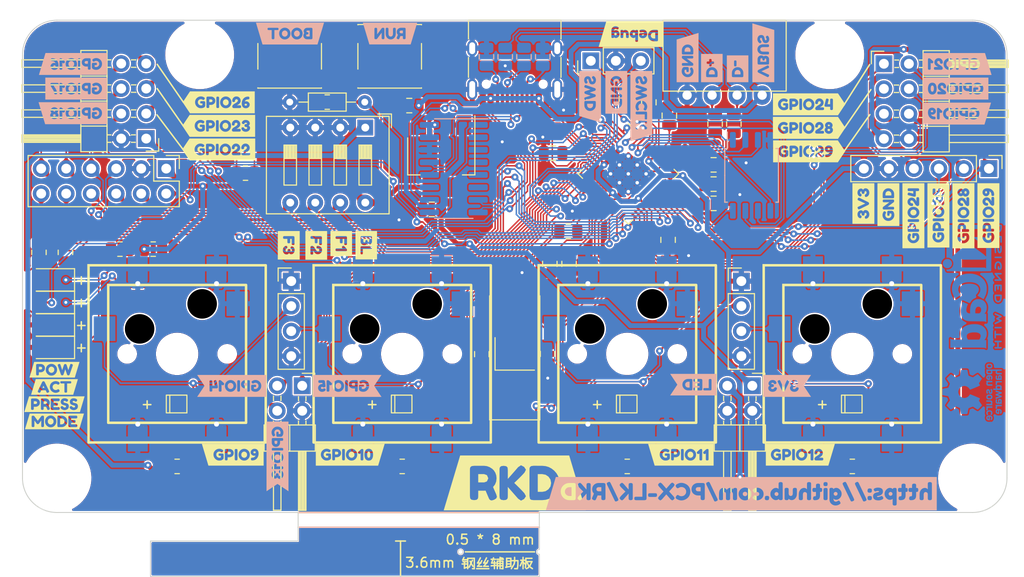
<source format=kicad_pcb>
(kicad_pcb (version 20211014) (generator pcbnew)
  (title_block (title "RKD-TypeC") (date "2023-03-11") (rev "59") (company "PCX-LK") (comment 1 "https://github.com/PCX-LK/RKD"))
  (layers (0 "F.Cu" signal) (31 "B.Cu" signal) (34 "B.Paste" user) (35 "F.Paste" user) (36 "B.SilkS" user "B.Silkscreen") (37 "F.SilkS" user "F.Silkscreen") (38 "B.Mask" user) (39 "F.Mask" user) (44 "Edge.Cuts" user))
  (net 0 "")
  (net 1 "GND")
  (net 2 "/XIN")
  (net 3 "Net-(C4-Pad2)")
  (net 4 "VBUS")
  (net 5 "Net-(D1-Pad2)")
  (net 6 "/K6-H")
  (net 7 "/K5-H")
  (net 8 "/RS1-H")
  (net 9 "/RB1-H")
  (net 10 "/RA1-H")
  (net 11 "/SEL-H")
  (net 12 "/RS2-H")
  (net 13 "/RB2-H")
  (net 14 "/RA2-H")
  (net 15 "/RP+")
  (net 16 "/L1")
  (net 17 "/K1")
  (net 18 "/L2")
  (net 19 "/K2")
  (net 20 "/L3")
  (net 21 "/K3")
  (net 22 "/L4")
  (net 23 "/K4")
  (net 24 "+3V3")
  (net 25 "/F3")
  (net 26 "/D-")
  (net 27 "/D+")
  (net 28 "/RP-")
  (net 29 "/RUN")
  (net 30 "Net-(U1-Pad2)")
  (net 31 "Net-(U1-Pad3)")
  (net 32 "Net-(U1-Pad5)")
  (net 33 "/F-CLK")
  (net 34 "Net-(U1-Pad7)")
  (net 35 "/TR-")
  (net 36 "/TR+")
  (net 37 "/F2")
  (net 38 "/F1")
  (net 39 "/SET")
  (net 40 "Net-(D2-Pad2)")
  (net 41 "Net-(D3-Pad2)")
  (net 42 "/XOUT")
  (net 43 "Net-(J13-Pad1)")
  (net 44 "Net-(J13-Pad3)")
  (net 45 "Net-(D4-Pad2)")
  (net 46 "/22")
  (net 47 "/ACT")
  (net 48 "Net-(R18-Pad1)")
  (net 49 "/DEF")
  (net 50 "/MODE")
  (net 51 "Net-(R15-Pad1)")
  (net 52 "/BOOT")
  (net 53 "/R+")
  (net 54 "/R-")
  (net 55 "/LED")
  (net 56 "/PRESS")
  (net 57 "+1V1")
  (net 58 "/23")
  (net 59 "/24")
  (net 60 "/25")
  (net 61 "/26")
  (net 62 "/27")
  (net 63 "/28")
  (net 64 "/29")
  (net 70 "Net-(R19-Pad1)")
  (net 71 "Net-(R20-Pad1)")
  (footprint "kibuzzard-6358CC12" (layer "F.Cu") (at 182.5752 56.863456 90)
    (fp_text reference "kibuzzard-6358CC12" hide)
    (fp_text value "G***" hide)
  )
  (footprint "kibuzzard-63A1C2D7" (layer "F.Cu") (at 136.995 84)
    (fp_text reference "kibuzzard-63A1C2D7" hide)
    (fp_text value "G***" hide)
  )
  (footprint "Capacitor_SMD:C_0805_2012Metric" (layer "F.Cu") (at 157.2006 51.689 180)
    (fp_text reference "C1" hide)
    (fp_text value "1u")
  )
  (footprint "foot:Key" (layer "F.Cu") (at 125.57 70.89)
    (fp_text reference "K2" hide)
    (fp_text value "Key")
  )
  (footprint "foot:HO" (layer "F.Cu") (at 105 40.5)
    (fp_text reference "H1" hide)
    (fp_text value "MountingHole")
  )
  (footprint "Resistor_SMD:R_0805_2012Metric" (layer "F.Cu") (at 142.4432 58.4454)
    (fp_text reference "R3" hide)
    (fp_text value "1k")
  )
  (footprint "Capacitor_SMD:C_0805_2012Metric" (layer "F.Cu") (at 144.5514 45.8216 180)
    (fp_text reference "C12" hide)
    (fp_text value "100n")
  )
  (footprint "Connector_PinHeader_2.54mm:PinHeader_2x02_P2.54mm_Horizontal" (layer "F.Cu") (at 115.415 74.13 -90)
    (fp_text reference "J2" hide)
    (fp_text value "Conn_02x02_Odd_Even")
  )
  (footprint "foot:XH-7mm" (layer "F.Cu") (at 159.5882 44.6024 180)
    (fp_text reference "J10" hide)
    (fp_text value "Conn_01x04_Male")
  )
  (footprint "Capacitor_SMD:C_0805_2012Metric" (layer "F.Cu") (at 148.336 44.9834 -90)
    (fp_text reference "C8" hide)
    (fp_text value "100n")
  )
  (footprint "foot:HO" (layer "F.Cu") (at 90.5 83.5)
    (fp_text reference "H3" hide)
    (fp_text value "MountingHole")
  )
  (footprint "Resistor_SMD:R_0805_2012Metric" (layer "F.Cu") (at 96.901 60.2488)
    (fp_text reference "R13" hide)
    (fp_text value "1k 0805")
  )
  (footprint "Button_Switch_SMD:SW_Push_1P1T_NO_6x6mm_H9.5mm" (layer "F.Cu") (at 114.14 40.664)
    (fp_text reference "SW3" hide)
    (fp_text value "SW_Push")
  )
  (footprint "kibuzzard-6379AEB5" (layer "F.Cu") (at 106.934 45.338906)
    (fp_text reference "kibuzzard-6379AEB5" hide)
    (fp_text value "G***" hide)
  )
  (footprint "Resistor_SMD:R_0805_2012Metric" (layer "F.Cu") (at 157.353 47.5488 -90)
    (fp_text reference "R1" hide)
    (fp_text value "27")
  )
  (footprint "Capacitor_SMD:C_0805_2012Metric" (layer "F.Cu") (at 152.5778 59.309 -90)
    (fp_text reference "C10" hide)
    (fp_text value "100n")
  )
  (footprint "Resistor_SMD:R_0805_2012Metric" (layer "F.Cu") (at 88.6714 60.579 90)
    (fp_text reference "R16" hide)
    (fp_text value "1k 0805")
  )
  (footprint "Capacitor_SMD:C_0805_2012Metric" (layer "F.Cu") (at 133.6548 70.9168 -90)
    (fp_text reference "C4" hide)
    (fp_text value "27p")
  )
  (footprint "foot:HO" (layer "F.Cu") (at 169 40.5)
    (fp_text reference "H2" hide)
    (fp_text value "MountingHole")
  )
  (footprint "Resistor_THT:R_Axial_DIN0204_L3.6mm_D1.6mm_P7.62mm_Horizontal" (layer "F.Cu") (at 121.7676 45.3136 180)
    (fp_text reference "R4" hide)
    (fp_text value "4.7k")
  )
  (footprint "kibuzzard-6379AEAF" (layer "F.Cu") (at 166.9034 50.3174)
    (fp_text reference "kibuzzard-6379AEAF" hide)
    (fp_text value "G***" hide)
  )
  (footprint "kibuzzard-6379AEAA" (layer "F.Cu") (at 166.9034 47.9298)
    (fp_text reference "kibuzzard-6379AEAA" hide)
    (fp_text value "G***" hide)
  )
  (footprint "kibuzzard-6379A323" (layer "F.Cu") (at 185.1152 56.845994 90)
    (fp_text reference "kibuzzard-6379A323" hide)
    (fp_text value "G***" hide)
  )
  (footprint "Capacitor_SMD:C_0805_2012Metric" (layer "F.Cu") (at 152.7048 46.6852 90)
    (fp_text reference "C9" hide)
    (fp_text value "100n")
  )
  (footprint "kibuzzard-6354ECDD" (layer "F.Cu") (at 90.25 77.75)
    (fp_text reference "kibuzzard-6354ECDD" hide)
    (fp_text value "G***" hide)
  )
  (footprint "Package_TO_SOT_SMD:SOT-223-3_TabPin2" (layer "F.Cu") (at 129.54 50.8 -90)
    (fp_text reference "U4" hide)
    (fp_text value "AP1117-33")
  )
  (footprint "LOGO" (layer "F.Cu") (at 163.3728 54.5338)
    (fp_text reference "G***" hide)
    (fp_text value "LOGO" hide)
  )
  (footprint "Capacitor_SMD:C_0805_2012Metric" (layer "F.Cu") (at 157.2006 55.6006)
    (fp_text reference "C15" hide)
    (fp_text value "100n")
  )
  (footprint "Resistor_SMD:R_0805_2012Metric" (layer "F.Cu") (at 159.258 47.5488 90)
    (fp_text reference "R2" hide)
    (fp_text value "27")
  )
  (footprint "kibuzzard-6379AC21" (layer "F.Cu") (at 166.0144 81.1276)
    (fp_text reference "kibuzzard-6379AC21" hide)
    (fp_text value "G***" hide)
  )
  (footprint "Resistor_SMD:R_0805_2012Metric" (layer "F.Cu") (at 102.71 82.32)
    (fp_text reference "R5" hide)
    (fp_text value "27")
  )
  (footprint "Connector_PinHeader_2.54mm:PinHeader_2x04_P2.54mm_Horizontal" (layer "F.Cu") (at 99.568 49.022 180)
    (fp_text reference "J3" hide)
    (fp_text value "Conn_02x04_Odd_Even")
  )
  (footprint "foot:L1206" (layer "F.Cu") (at 90.01 70.382 180)
    (fp_text reference "D4" hide)
    (fp_text value "LED")
  )
  (footprint "Crystal:Crystal_SMD_3225-4Pin_3.2x2.5mm" (layer "F.Cu") (at 137 70.89)
    (fp_text reference "Y2" hide)
    (fp_text value "Crystal_GND24 12MHZ 3225")
  )
  (footprint "foot:L1206" (layer "F.Cu") (at 90.01 68.096 180)
    (fp_text reference "D2" hide)
    (fp_text value "LED")
  )
  (footprint "Capacitor_SMD:C_0805_2012Metric" (layer "F.Cu") (at 140.335 70.8914 90)
    (fp_text reference "C3" hide)
    (fp_text value "27p")
  )
  (footprint "kibuzzard-6358CBEF" (layer "F.Cu") (at 177.4952 56.859488 90)
    (fp_text reference "kibuzzard-6358CBEF" hide)
    (fp_text value "G***" hide)
  )
  (footprint "kibuzzard-635D2D2A" (layer "F.Cu") (at 114.046 59.86145 -90)
    (fp_text reference "kibuzzard-635D2D2A" hide)
    (fp_text value "G***" hide)
  )
  (footprint "Crystal:Crystal_SMD_HC49-SD" (layer "F.Cu") (at 137 70.89 90)
    (fp_text reference "Y1" hide)
    (fp_text value "Crystal 12MHZ HC49")
  )
  (footprint "Resistor_SMD:R_0805_2012Metric" (layer "F.Cu") (at 100.2792 60.2488 180)
    (fp_text reference "R14" hide)
    (fp_text value "1k 0805")
  )
  (footprint "kibuzzard-6354ECAF" (layer "F.Cu") (at 90.25 72.5)
    (fp_text reference "kibuzzard-6354ECAF" hide)
    (fp_text value "G***" hide)
  )
  (footprint "kibuzzard-6354ECBE" (layer "F.Cu") (at 90.25 74.25)
    (fp_text reference "kibuzzard-6354ECBE" hide)
    (fp_text value "G***" hide)
  )
  (footprint "Connector_PinHeader_2.54mm:PinHeader_2x06_P2.54mm_Vertical" (layer "F.Cu") (at 101.6 52.07 -90)
    (fp_text reference "J11" hide)
    (fp_text value "Conn_02x06_Odd_Even")
  )
  (footprint "Resistor_SMD:R_0805_2012Metric" (layer "F.Cu") (at 148.43 82.32)
    (fp_text reference "R7" hide)
    (fp_text value "27")
  )
  (footprint "foot:L1206" (layer "F.Cu") (at 90.01 65.81 180)
    (fp_text reference "D1" hide)
    (fp_text value "LED")
  )
  (footprint "foot:HO" (layer "F.Cu") (at 183.5 83.5)
    (fp_text reference "H4" hide)
    (fp_text value "MountingHole")
  )
  (footprint "kibuzzard-6358CBDF" (layer "F.Cu") (at 172.4152 55.617269 90)
    (fp_text reference "kibuzzard-6358CBDF" hide)
    (fp_text value "G***" hide)
  )
  (footprint "foot:L1206" (layer "F.Cu") (at 90.01 63.524 180)
    (fp_text reference "D3" hide)
    (fp_text value "LED")
  )
  (footprint "kibuzzard-635D2D4F" (layer "F.Cu") (at 119.38 59.69 -90)
    (fp_text reference "kibuzzard-635D2D4F" hide)
    (fp_text value "G***" hide)
  )
  (footprint "kibuzzard-6379AEA3" (layer "F.Cu") (at 166.9034 45.5422)
    (fp_text reference "kibuzzard-6379AEA3" hide)
    (fp_text value "G***" hide)
  )
  (footprint "Connector_PinHeader_2.54mm:PinHeader_1x04_P2.54mm_Vertical" (layer "F.Cu") (at 160.02 63.5)
    (fp_text reference "J15" hide)
    (fp_text value "Conn_01x04")
  )
  (footprint "Connector_PinHeader_2.54mm:PinHeader_1x04_P2.54mm_Vertical" (layer "F.Cu") (at 114.3 63.5)
    (fp_text reference "J14" hide)
    (fp_text value "Conn_01x04")
  )
  (footprint "Button_Switch_SMD:SW_Push_1P1T_NO_6x6mm_H9.5mm" (layer "F.Cu") (at 124.3 40.664)
    (fp_text reference "SW5" hide)
    (fp_text value "SW_Push")
  )
  (footprint "foot:Key" (layer "F.Cu") (at 171.29 70.89)
    (fp_text reference "K4" hide)
    (fp_text value "Key")
  )
  (footprint "kibuzzard-6379AEE6" (layer "F.Cu") (at 148.7932 38.4048 180)
    (fp_text reference "kibuzzard-6379AEE6" hide)
    (fp_text value "G***" hide)
  )
  (footprint "kibuzzard-6358CBD1" (layer "F.Cu") (at 174.9552 55.7276 90)
    (fp_text reference "kibuzzard-6358CBD1" hide)
    (fp_text value "G***" hide)
  )
  (footprint "Capacitor_SMD:C_0805_2012Metric" (layer "F.Cu") (at 150.622 45.339 90)
    (fp_text reference "C14" hide)
    (fp_text value "100n")
  )
  (footprint "Capacitor_SMD:C_0805_2012Metric" (layer "F.Cu") (at 142.5194 61.7474 90)
    (fp_text reference "C7" hide)
    (fp_text value "100n")
  )
  (footprint "kibuzzard-635D2D3A" (layer "F.Cu") (at 116.84 59.870181 -90)
    (fp_text reference "kibuzzard-635D2D3A" hide)
    (fp_text value "G***" hide)
  )
  (footprint "kibuzzard-635E2F9D" (layer "F.Cu") (at 90.25 76)
    (fp_text reference "kibuzzard-635E2F9D" hide)
    (fp_text value "G***" hide)
  )
  (footprint "kibuzzard-6358CC01" (layer "F.Cu") (at 180.0352 56.822181 90)
    (fp_text reference "kibuzzard-6358CC01" hide)
    (fp_text value "G***" hide)
  )
  (footprint "kibuzzard-6379AEB9" (layer "F.Cu") (at 106.934 47.7266)
    (fp_text reference "kibuzzard-6379AEB9" hide)
    (fp_text value "G***" hide)
  )
  (footprint "Capacitor_SMD:C_0805_2012Metric" (layer "F.Cu") (at 128.5748 56.2102 180)
    (fp_text reference "C6" hide)
    (fp_text value "10u")
  )
  (footprint "kibuzzard-6379ABEB" (layer "F.Cu") (at 108.3564 81.1276)
    (fp_text reference "kibuzzard-6379ABEB" hide)
    (fp_text value "G***" hide)
  )
  (footprint "Capacitor_SMD:C_0805_2012Metric" (layer "F.Cu") (at 126.2888 45.6692 180)
    (fp_text reference "C5" hide)
    (fp_text value "10u")
  )
  (footprint "foot:Key" (layer "F.Cu") (at 148.43 70.89)
    (fp_text reference "K3" hide)
    (fp_text value "Key")
  )
  (footprint "Connector_PinHeader_2.54mm:PinHeader_2x02_P2.54mm_Horizontal" (layer "F.Cu") (at 161.135 74.13 -90)
    (fp_text reference "J4" hide)
    (fp_text value "Conn_02x02_Odd_Even")
  )
  (footprint "kibuzzard-635D2D9C" (layer "F.Cu") (at 121.92 59.851925 -90)
    (fp_text reference "kibuzzard-635D2D9C" hide)
    (fp_text value "G***" hide)
  )
  (footprint "Resistor_SMD:R_0805_2012Metric" (layer "F.Cu") (at 117.9576 45.3136 180)
    (fp_text reference "R18" hide)
    (fp_text value "4.7k 0805")
  )
  (footprint "foot:RP2040-QFN-56" (layer "F.Cu") (at 148.5392 52.6034 -45)
    (fp_text reference "U2" hide)
    (fp_text value "RP2040")
  )
  (footprint "Capacitor_SMD:C_0805_2012Metric" (layer "F.Cu") (at 140.5636 61.7474 -90)
    (fp_text reference "C11" hide)
    (fp_text value "100n")
  )
  (footprint "Connector_PinHeader_2.54mm:PinHeader_1x06_P2.54mm_Vertical" (layer "F.Cu") (at 185.166 52.07 -90)
    (fp_text reference "J12" hide)
    (fp_text value "Conn_01x06")
  )
  (footprint "kibuzzard-6379ABBC" (layer "F.Cu") (at 120.2944 81.1276)
    (fp_text reference "kibuzzard-6379ABBC" hide)
    (fp_text value "G***" hide)
  )
  (footprint "Connector_PinHeader_2.54mm:PinHeader_2x04_P2.54mm_Horizontal" (layer "F.Cu") (at 174.498 41.422)
    (fp_text reference "J5" hide)
    (fp_text value "Conn_02x04_Odd_Even")
  )
  (footprint "Resistor_SMD:R_0805_2012Metric" (layer "F.Cu") (at 109.6518 52.5272)
    (fp_text reference "R15" hide)
    (fp_text value "1k")
  )
  (footprint "foot:Key" (layer "F.Cu") (at 102.71 70.89)
    (fp_text reference "K1" hide)
    (fp_text value "Key")
  )
  (footprint "Resistor_SMD:R_0805_2012Metric" (layer "F.Cu") (at 91.3638 60.579 90)
    (fp_text reference "R17" hide)
    (fp_text value "1k 0805")
  )
  (footprint "Button_Switch_THT:SW_DIP_SPSTx04_Slide_9.78x12.34mm_W7.62mm_P2.54mm" (layer "F.Cu") (at 121.8184 47.9044 -90)
    (fp_text reference "SW2" hide)
    (fp_text value "SW_DIP_x04")
  )
  (footprint "Resistor_SMD:R_0805_2012Metric" (layer "F.Cu") (at 171.29 82.32)
    (fp_text reference "R8" hide)
    (fp_text value "27")
  )
  (footprint "kibuzzard-6379AC10" (layer "F.Cu") (at 153.8732 81.1276)
    (fp_text reference "kibuzzard-6379AC10" hide)
    (fp_text value "G***" hide)
  )
  (footprint "kibuzzard-6379AEBD" (layer "F.Cu") (at 106.934093 50.125665)
    (fp_text reference "kibuzzard-6379AEBD" hide)
    (fp_text value "G***" hide)
  )
  (footprint "Resistor_SMD:R_0805_2012Metric" (layer "F.Cu") (at 125.57 82.32)
    (fp_text reference "R6" hide)
    (fp_text value "27")
  )
  (footprint "Capacitor_SMD:C_0805_2012Metric" (layer "F.Cu") (at 157.2006 53.6448)
    (fp_text reference "C2" hide)
    (fp_text value "1u")
  )
  (footprint "Connector_USB:USB_C_Receptacle_HRO_TYPE-C-31-M-12" (layer "F.Cu") (at 137 40.8926 180)
    (fp_text reference "J1" hide)
    (fp_text value "USB_C_Receptacle_USB2.0")
  )
  (footprint "Capacitor_SMD:C_0805_2012Metric" (layer "F.Cu") (at 140.8938 50.4952 180)
    (fp_text reference "C13" hide)
    (fp_text value "100n")
  )
  (footprint "Connector_PinHeader_2.54mm:PinHeader_1x03_P2.54mm_Vertical" (layer "F.Cu") (at 144.7292 41.1226 90)
    (fp_text reference "J13" hide)
    (fp_text value "Conn_01x03")
  )
  (footprint "kibuzzard-6354F197" (layer "B.Cu") (at 181.78545 43.942 180)
    (fp_text reference "kibuzzard-6354F197" hide)
    (fp_text value "G***" hide)
  )
  (footprint "kibuzzard-6379AD65" (layer "B.Cu") (at 154.559 40.790376 90)
    (fp_text reference "kibuzzard-6379AD65" hide)
    (fp_text value "G***" hide)
  )
  (footprint "Resistor_SMD:R_0805_2012Metric" (layer "B.Cu") (at 139.8448 40.7148 90)
    (fp_text reference "R19" hide)
    (fp_text value "5.1k")
  )
  (footprint "kibuzzard-635D2DDA" (layer "B.Cu") (at 124.333 38.354 180)
    (fp_text reference "kibuzzard-635D2DDA" hide)
    (fp_text value "G***" hide)
  )
  (footprint "Resistor_SMD:R_0805_2012Metric" (layer "B.Cu") (at 134.1298 40.7148 90)
    (fp_text reference "R20" hide)
    (fp_text value "5.1k")
  )
  (footprint "kibuzzard-6379AD90" (layer "B.Cu") (at 181.948288 41.446 180)
    (fp_text reference "kibuzzard-6379AD90" hide)
    (fp_text value "G***" hide)
  )
  (footprint "Symbol:OSHW-Logo_5.7x6mm_Copper" (layer "B.Cu") (at 183.447909 74.7522 -90)
    (fp_text reference "REF**" hide)
    (fp_text value "OSHW-Logo_5.7x6mm_Copper" hide)
  )
  (footprint "kibuzzard-6379AD2A" (layer "B.Cu") (at 147.32 44.323595 -90)
    (fp_text reference "kibuzzard-6379AD2A" hide)
    (fp_text value "G***" hide)
  )
  (footprint "kibuzzard-6379AD17" (layer "B.Cu") (at 92.130206 41.442 180)
    (fp_text reference "kibuzzard-6379AD17" hide)
    (fp_text value "G***" hide)
  )
  (footprint "kibuzzard-6354F005" (layer "B.Cu") (at 92.456 43.942 180)
    (fp_text reference "kibuzzard-6354F005" hide)
    (fp_text value "G***" hide)
  )
  (footprint "Package_SO:SOIC-8_5.23x5.23mm_P1.27mm" (layer "B.Cu") (at 161.0614 52.7558 -90)
    (fp_text reference "U1" hide)
    (fp_text value "W25Q32JV")
  )
  (footprint "kibuzzard-6379B2D8" (layer "B.Cu") (at 164.6682 74.1426 180)
    (fp_text reference "kibuzzard-6379B2D8" hide)
    (fp_text value "G***" hide)
  )
  (footprint "kibuzzard-640C98B4" (layer "B.Cu") (at 160.0124 85.091406 180)
    (fp_text reference "kibuzzard-640C98B4" hide)
    (fp_text value "G***" hide)
  )
  (footprint "Symbol:KiCad-Logo2_5mm_Copper" (layer "B.Cu") (at 183.4642 64.0588 -90)
    (fp_text reference "REF**" hide)
    (fp_text value "KiCad-Logo2_5mm_Copper" hide)
  )
  (footprint "kibuzzard-6379B2A2" (layer "B.Cu") (at 108.2548 74.1426 180)
    (fp_text reference "kibuzzard-6379B2A2" hide)
    (fp_text value "G***" hide)
  )
  (footprint "kibuzzard-6379B29B" (layer "B.Cu") (at 119.9896 74.1426 180)
    (fp_text reference "kibuzzard-6379B29B" hide)
    (fp_text value "G***" hide)
  )
  (footprint "kibuzzard-6379B2D0" (layer "B.Cu") (at 155.1432 74.0156 180)
    (fp_text reference "kibuzzard-6379B2D0" hide)
    (fp_text value "G***" hide)
  )
  (footprint "kibuzzard-635D2E8C" (layer "B.Cu") (at 149.86 45.72 -90)
    (fp_text reference "kibuzzard-635D2E8C" hide)
    (fp_text value "G***" hide)
  )
  (footprint "kibuzzard-6379AD71" (layer "B.Cu") (at 162.25 40.305951 90)
    (fp_text reference "kibuzzard-6379AD71" hide)
    (fp_text value "G***" hide)
  )
  (footprint "kibuzzard-6354F0CA" (layer "B.Cu") (at 157.0228 41.856025 90)
    (fp_text reference "kibuzzard-6354F0CA" hide)
    (fp_text value "G***" hide)
  )
  (footprint "Package_SO:SOIC-16_3.9x9.9mm_P1.27mm" (layer "B.Cu") (at 130.81 52.07 180)
    (fp_text reference "U3" hide)
    (fp_text value "CH9329")
  )
  (footprint "kibuzzard-6379AD8B" (layer "B.Cu") (at 181.9213 46.482 180)
    (fp_text reference "kibuzzard-6379AD8B" hide)
    (fp_text value "G***" hide)
  )
  (footprint "kibuzzard-6354F0BA" (layer "B.Cu") (at 159.639 41.930638 90)
    (fp_text reference "kibuzzard-6354F0BA" hide)
    (fp_text value "G***" hide)
  )
  (footprint "kibuzzard-635D2E5E" (layer "B.Cu") (at 144.653 44.774644 -90)
    (fp_text reference "kibuzzard-635D2E5E" hide)
    (fp_text value "G***" hide)
  )
  (footprint "kibuzzard-6379B2B1" (layer "B.Cu") (at 112.903 81.3054 -90)
    (fp_text reference "kibuzzard-6379B2B1" hide)
    (fp_text value "G***" hide)
  )
  (footprint "kibuzzard-6379AD0A" (layer "B.Cu") (at 92.112029 46.442 180)
    (fp_text reference "kibuzzard-6379AD0A" hide)
    (fp_text value "G***" hide)
  )
  (footprint "kibuzzard-635D2DF8" (layer "B.Cu") (at 114.173 38.354 180)
    (fp_text reference "kibuzzard-635D2DF8" hide)
    (fp_text value "G***" hide)
  )
  (footprint "Resistor_SMD:R_0805_2012Metric" (layer "B.Cu") (at 137.9398 40.7148 90)
    (fp_text reference "R12" hide)
    (fp_text value "0")
  )
  (footprint "Resistor_SMD:R_0805_2012Metric" (layer "B.Cu") (at 136.0348 40.7148 90)
    (fp_text reference "R9" hide)
    (fp_text value "0")
  )
  (gr_line (start 115 88.5) (end 139.5 88.5) (layer "B.SilkS") (width 0.15))
  (gr_line (start 115 87) (end 139.5 87) (layer "B.SilkS") (width 0.15))
  (gr_line (start 170.434 50.3428) (end 173.0756 46.5836) (layer "F.SilkS") (width 0.15))
  (gr_line (start 115 88.5) (end 139.5 88.5) (layer "F.SilkS") (width 0.15))
  (gr_line (start 100.6856 43.942) (end 103.3272 47.7266) (layer "F.SilkS") (width 0.15))
  (gr_line (start 125.4 89.9) (end 125.4 93.5) (layer "F.SilkS") (width 0.15))
  (gr_line (start 115 87) (end 139.5 87) (layer "F.SilkS") (width 0.15))
  (gr_line (start 124.9 89.9) (end 125.9 89.9) (layer "F.SilkS") (width 0.15))
  (gr_line (start 132 91) (end 139 91) (layer "F.SilkS") (width 0.15))
  (gr_line (start 103.3018 50.1142) (end 100.6602 46.609) (layer "F.SilkS") (width 0.15))
  (gr_line (start 103.3526 45.339) (end 100.6856 41.4782) (layer "F.SilkS") (width 0.15))
  (gr_line (start 173.0502 41.5036) (end 170.434 45.6184) (layer "F.SilkS") (width 0.15))
  (gr_line (start 170.4848 47.9552) (end 173.1772 44.0436) (layer "F.SilkS") (width 0.15))
  (gr_circle (center 131.5 91) (end 131.75 91) (layer "Edge.Cuts") (width 0.1) (fill none))
  (gr_arc (start 87 40.5) (mid 88.025126 38.025126) (end 90.5 37) (layer "Edge.Cuts") (width 0.1))
  (gr_line (start 183.5 37) (end 90.5 37) (layer "Edge.Cuts") (width 0.1))
  (gr_line (start 100 89.9) (end 115 89.9) (layer "Edge.Cuts") (width 0.1))
  (gr_line (start 139.5 87) (end 139.5 88.5) (layer "Edge.Cuts") (width 0.1))
  (gr_arc (start 187 83.5) (mid 185.974874 85.974874) (end 183.5 87) (layer "Edge.Cuts") (width 0.1))
  (gr_line (start 139.5 90.75) (end 139.5 88.5) (layer "Edge.Cuts") (width 0.1))
  (gr_line (start 115 89.9) (end 115 88.5) (layer "Edge.Cuts") (width 0.1))
  (gr_line (start 183.5 87) (end 139.5 87) (layer "Edge.Cuts") (width 0.1))
  (gr_line (start 187 83.5) (end 187 40.5) (layer "Edge.Cuts") (width 0.1))
  (gr_line (start 100 93.5) (end 100 89.9) (layer "Edge.Cuts") (width 0.1))
  (gr_line (start 139.5 93.5) (end 100 93.5) (layer "Edge.Cuts") (width 0.1))
  (gr_line (start 115 87) (end 115 88.5) (layer "Edge.Cuts") (width 0.1))
  (gr_arc (start 183.5 37) (mid 185.974874 38.025126) (end 187 40.5) (layer "Edge.Cuts") (width 0.1))
  (gr_line (start 87 40.5) (end 87 83.5) (layer "Edge.Cuts") (width 0.1))
  (gr_arc (start 139.5 91.25) (mid 139.25 91) (end 139.5 90.75) (layer "Edge.Cuts") (width 0.1))
  (gr_line (start 90.5 87) (end 115 87) (layer "Edge.Cuts") (width 0.1))
  (gr_arc (start 90.5 87) (mid 88.025126 85.974874) (end 87 83.5) (layer "Edge.Cuts") (width 0.1))
  (gr_line (start 139.5 91.25) (end 139.5 93.5) (layer "Edge.Cuts") (width 0.1))
  (gr_text "钢丝辅助板" (at 135.25 92.25) (layer "F.SilkS") (effects (font (size 1 1))))
  (gr_text "3.6mm" (at 128.4 92.1) (layer "F.SilkS") (effects (font (size 1 1))))
  (gr_text "0.5 * 8 mm" (at 134.5 89.75) (layer "F.SilkS") (effects (font (size 1 1))))
  (segment (start 140.335 71.8414) (end 140.2336 71.74) (width 0.15) (layer "F.Cu") (net 1))
  (segment (start 145.401414 54.326973) (end 143.340387 56.388) (width 0.15) (layer "F.Cu") (net 1))
  (segment (start 143.340387 56.388) (end 142.8496 56.388) (width 0.15) (layer "F.Cu") (net 1))
  (via (at 160.5026 51.4858) (size 0.7) (drill 0.3) (layers "F.Cu" "B.Cu") (net 1))
  (via (at 154.6606 60.9092) (size 0.7) (drill 0.3) (layers "F.Cu" "B.Cu") (net 1))
  (via (at 137.7442 62.6364) (size 0.7) (drill 0.3) (layers "F.Cu" "B.Cu") (net 1))
  (via (at 141.9606 46.1264) (size 0.7) (drill 0.3) (layers "F.Cu" "B.Cu") (net 1))
  (via (at 140.3528 73.3538) (size 0.7) (drill 0.3) (layers "F.Cu" "B.Cu") (net 1))
  (via (at 159.8676 54.7116) (size 0.7) (drill 0.3) (layers "F.Cu" "B.Cu") (net 1))
  (via (at 142.8496 56.388) (size 0.7) (drill 0.3) (layers "F.Cu" "B.Cu") (net 1))
  (via (at 139.8524 48.8696) (size 0.7) (drill 0.3) (layers "F.Cu" "B.Cu") (net 1))
  (via (at 125.2474 57.277) (size 0.7) (drill 0.3) (layers "F.Cu" "B.Cu") (net 1))
  (via (at 135.73 49.3508) (size 0.7) (drill 0.3) (layers "F.Cu" "B.Cu") (net 1))
  (segment (start 137 66.64) (end 137.5197 66.1203) (width 0.15) (layer "F.Cu") (net 2))
  (segment (start 142.788471 57.5056) (end 145.684256 54.609815) (width 0.15) (layer "F.Cu") (net 2))
  (segment (start 140.335 69.9414) (end 140.2364 70.04) (width 0.15) (layer "F.Cu") (net 2))
  (segment (start 137.668 67.308) (end 137 66.64) (width 0.15) (layer "F.Cu") (net 2))
  (segment (start 141.118775 57.5056) (end 142.788471 57.5056) (width 0.15) (layer "F.Cu") (net 2))
  (segment (start 140.8162 58.768162) (end 140.8162 57.808175) (width 0.15) (layer "F.Cu") (net 2))
  (segment (start 140.8162 57.808175) (end 141.118775 57.5056) (width 0.15) (layer "F.Cu") (net 2))
  (segment (start 137.5197 66.1203) (end 138.2735 66.1203) (width 0.15) (layer "F.Cu") (net 2))
  (segment (start 138.2735 66.1203) (end 138.6102 65.7836) (width 0.15) (layer "F.Cu") (net 2))
  (segment (start 138.1 70.04) (end 137.668 69.608) (width 0.15) (layer "F.Cu") (net 2))
  (segment (start 140.2364 70.04) (end 138.1 70.04) (width 0.15) (layer "F.Cu") (net 2))
  (segment (start 137.668 69.608) (end 137.668 67.308) (width 0.15) (layer "F.Cu") (net 2))
  (segment (start 138.6102 65.7836) (end 138.6102 60.974162) (width 0.15) (layer "F.Cu") (net 2))
  (segment (start 138.6102 60.974162) (end 140.8162 58.768162) (width 0.15) (layer "F.Cu") (net 2))
  (segment (start 137 75.14) (end 136.2964 74.4364) (width 0.15) (layer "F.Cu") (net 3))
  (segment (start 133.6548 71.8668) (end 133.7816 71.74) (width 0.15) (layer "F.Cu") (net 3))
  (segment (start 139.9218 75.14) (end 141.262 73.7998) (width 0.15) (layer "F.Cu") (net 3))
  (segment (start 136.2964 74.4364) (end 136.2964 72.1364) (width 0.15) (layer "F.Cu") (net 3))
  (segment (start 138.8872 61.0889) (end 141.5307 58.4454) (width 0.15) (layer "F.Cu") (net 3))
  (segment (start 133.7816 71.74) (end 135.9 71.74) (width 0.15) (layer "F.Cu") (net 3))
  (segment (start 136.2964 72.1364) (end 135.9 71.74) (width 0.15) (layer "F.Cu") (net 3))
  (segment (start 138.8872 67.129375) (end 138.8872 61.0889) (width 0.15) (layer "F.Cu") (net 3))
  (segment (start 141.262 69.504175) (end 138.8872 67.129375) (width 0.15) (layer "F.Cu") (net 3))
  (segment (start 137 75.14) (end 139.9218 75.14) (width 0.15) (layer "F.Cu") (net 3))
  (segment (start 141.262 73.7998) (end 141.262 69.504175) (width 0.15) (layer "F.Cu") (net 3))
  (segment (start 127.2388 45.6692) (end 127.2388 47.6488) (width 0.5) (layer "F.Cu") (net 4))
  (segment (start 127.2388 47.6488) (end 127.24 47.65) (width 0.5) (layer "F.Cu") (net 4))
  (segment (start 127.2464 45.6616) (end 127.2388 45.6692) (width 0.5) (layer "F.Cu") (net 4))
  (segment (start 127.3404 45.5676) (end 127.2464 45.6616) (width 0.5) (layer "F.Cu") (net 4))
  (via (at 139.45 44.9376) (size 0.7) (drill 0.3) (layers "F.Cu" "B.Cu") (net 4))
  (via (at 134.55 44.9376) (size 0.7) (drill 0.3) (layers "F.Cu" "B.Cu") (net 4))
  (via (at 127.2464 45.6616) (size 0.7) (drill 0.3) (layers "F.Cu" "B.Cu") (net 4))
  (segment (start 128.1354 44.7788) (end 127.2526 45.6616) (width 0.5) (layer "B.Cu") (net 4))
  (segment (start 153.3322 46.1758) (end 160.567523 46.1758) (width 0.5) (layer "B.Cu") (net 4))
  (segment (start 150.9446 39.4448) (end 152.367 40.8672) (width 0.5) (layer "B.Cu") (net 4))
  (segment (start 127.2526 45.6616) (end 127.2464 45.6616) (width 0.5) (layer "B.Cu") (net 4))
  (segment (start 134.5564 44.9312) (end 134.55 44.9376) (width 0.5) (layer "B.Cu") (net 4))
  (segment (start 143.096 47.0394) (end 143.6294 46.506) (width 0.5) (layer "B.Cu") (net 4))
  (segment (start 133.078 45.4496) (end 131.905 45.4496) (width 0.5) (layer "B.Cu") (net 4))
  (segment (start 134.55 44.9376) (end 133.59 44.9376) (width 0.5) (layer "B.Cu") (net 4))
  (segment (start 141.2672 47.0394) (end 143.096 47.0394) (width 0.5) (layer "B.Cu") (net 4))
  (segment (start 142.715 40.1814) (end 143.4516 39.4448) (width 0.5) (layer "B.Cu") (net 4))
  (segment (start 131.905 45.4496) (end 131.2342 44.7788) (width 0.5) (layer "B.Cu") (net 4))
  (segment (start 152.367 40.8672) (end 152.367 45.2106) (width 0.5) (layer "B.Cu") (net 4))
  (segment (start 133.59 44.9376) (end 133.078 45.4496) (width 0.5) (layer "B.Cu") (net 4))
  (segment (start 143.4516 39.4448) (end 150.9446 39.4448) (width 0.5) (layer "B.Cu") (net 4))
  (segment (start 139.45 45.2222) (end 141.2672 47.0394) (width 0.5) (layer "B.Cu") (net 4))
  (segment (start 143.6294 43.2548) (end 142.715 42.3404) (width 0.5) (layer "B.Cu") (net 4))
  (segment (start 152.367 45.2106) (end 153.3322 46.1758) (width 0.5) (layer "B.Cu") (net 4))
  (segment (start 139.45 44.9376) (end 139.45 45.2222) (width 0.5) (layer "B.Cu") (net 4))
  (segment (start 139.45 44.9376) (end 139.4436 44.9312) (width 0.5) (layer "B.Cu") (net 4))
  (segment (start 131.2342 44.7788) (end 128.1354 44.7788) (width 0.5) (layer "B.Cu") (net 4))
  (segment (start 139.4436 44.9312) (end 134.5564 44.9312) (width 0.5) (layer "B.Cu") (net 4))
  (segment (start 143.6294 46.506) (end 143.6294 43.2548) (width 0.5) (layer "B.Cu") (net 4))
  (segment (start 160.567523 46.1758) (end 162.134467 44.608856) (width 0.5) (layer "B.Cu") (net 4))
  (segment (start 142.715 42.3404) (end 142.715 40.1814) (width 0.5) (layer "B.Cu") (net 4))
  (segment (start 101.1936 60.2507) (end 101.1936 63.246) (width 0.15) (layer "F.Cu") (net 5))
  (segment (start 101.1917 60.2488) (end 101.1936 60.2507) (width 0.15) (layer "F.Cu") (net 5))
  (segment (start 97.617178 64.4652) (end 96.119581 62.967603) (width 0.15) (layer "F.Cu") (net 5))
  (segment (start 99.9744 64.4652) (end 97.617178 64.4652) (width 0.15) (layer "F.Cu") (net 5))
  (segment (start 101.1936 63.246) (end 99.9744 64.4652) (width 0.15) (layer "F.Cu") (net 5))
  (via (at 91.404 65.66) (size 0.7) (drill 0.3) (layers "F.Cu" "B.Cu") (net 5))
  (via (at 96.119581 62.967603) (size 0.7) (drill 0.3) (layers "F.Cu" "B.Cu") (net 5))
  (segment (start 91.404 65.66) (end 93.427184 65.66) (width 0.15) (layer "B.Cu") (net 5))
  (segment (start 93.427184 65.66) (end 96.119581 62.967603) (width 0.15) (layer "B.Cu") (net 5))
  (segment (start 139.676035 55.413763) (end 138.8014 56.288398) (width 0.15) (layer "F.Cu") (net 6))
  (segment (start 143.993476 54.5036) (end 144.659101 54.5036) (width 0.15) (layer "F.Cu") (net 6))
  (segment (start 144.659101 54.5036) (end 145.118571 54.04413) (width 0.15) (layer "F.Cu") (net 6))
  (segment (start 138.8014 56.288398) (end 138.8014 57.482986) (width 0.15) (layer "F.Cu") (net 6))
  (segment (start 143.918039 54.579037) (end 143.993476 54.5036) (width 0.15) (layer "F.Cu") (net 6))
  (segment (start 115.415 72.418) (end 115.415 74.13) (width 0.15) (layer "F.Cu") (net 6))
  (segment (start 118.1862 69.6468) (end 115.415 72.418) (width 0.15) (layer "F.Cu") (net 6))
  (segment (start 118.1862 65.807476) (end 118.1862 69.6468) (width 0.15) (layer "F.Cu") (net 6))
  (segment (start 121.484276 62.5094) (end 118.1862 65.807476) (width 0.15) (layer "F.Cu") (net 6))
  (segment (start 140.957623 53.919025) (end 139.676035 55.200613) (width 0.15) (layer "F.Cu") (net 6))
  (segment (start 133.774986 62.5094) (end 121.484276 62.5094) (width 0.15) (layer "F.Cu") (net 6))
  (segment (start 143.918039 54.967239) (end 143.918039 54.579037) (width 0.15) (layer "F.Cu") (net 6))
  (segment (start 140.957623 53.530823) (end 140.957623 53.919025) (width 0.15) (layer "F.Cu") (net 6))
  (segment (start 138.8014 57.482986) (end 133.774986 62.5094) (width 0.15) (layer "F.Cu") (net 6))
  (segment (start 139.676035 55.200613) (end 139.676035 55.413763) (width 0.15) (layer "F.Cu") (net 6))
  (via (at 143.918039 54.967239) (size 0.7) (drill 0.3) (layers "F.Cu" "B.Cu") (net 6))
  (via (at 140.957623 53.530823) (size 0.7) (drill 0.3) (layers "F.Cu" "B.Cu") (net 6))
  (segment (start 140.996046 53.4924) (end 140.957623 53.530823) (width 0.15) (layer "B.Cu") (net 6))
  (segment (start 143.918039 54.967239) (end 142.4432 53.4924) (width 0.15) (layer "B.Cu") (net 6))
  (segment (start 142.4432 53.4924) (end 140.996046 53.4924) (width 0.15) (layer "B.Cu") (net 6))
  (segment (start 121.369538 62.2324) (end 117.9092 65.692738) (width 0.15) (layer "F.Cu") (net 7))
  (segment (start 140.177329 54.307581) (end 139.399035 55.085875) (width 0.15) (layer "F.Cu") (net 7))
  (segment (start 139.399035 55.085875) (end 139.399035 55.299025) (width 0.15) (layer "F.Cu") (net 7))
  (segment (start 138.5244 57.368248) (end 133.660248 62.2324) (width 0.15) (layer "F.Cu") (net 7))
  (segment (start 117.9092 65.692738) (end 117.9092 69.532062) (width 0.15) (layer "F.Cu") (net 7))
  (segment (start 144.370415 54.2266) (end 144.835728 53.761287) (width 0.15) (layer "F.Cu") (net 7))
  (segment (start 139.399035 55.299025) (end 138.5244 56.17366) (width 0.15) (layer "F.Cu") (net 7))
  (segment (start 143.172773 54.932565) (end 143.878738 54.2266) (width 0.15) (layer "F.Cu") (net 7))
  (segment (start 143.878738 54.2266) (end 144.370415 54.2266) (width 0.15) (layer "F.Cu") (net 7))
  (segment (start 133.660248 62.2324) (end 121.369538 62.2324) (width 0.15) (layer "F.Cu") (net 7))
  (segment (start 117.9092 69.532062) (end 113.311262 74.13) (width 0.15) (layer "F.Cu") (net 7))
  (segment (start 143.172773 55.324569) (end 143.172773 54.932565) (width 0.15) (layer "F.Cu") (net 7))
  (segment (start 113.311262 74.13) (end 112.875 74.13) (width 0.15) (layer "F.Cu") (net 7))
  (segment (start 138.5244 56.17366) (end 138.5244 57.368248) (width 0.15) (layer "F.Cu") (net 7))
  (segment (start 140.177329 53.919379) (end 140.177329 54.307581) (width 0.15) (layer "F.Cu") (net 7))
  (via (at 143.172773 55.324569) (size 0.7) (drill 0.3) (layers "F.Cu" "B.Cu") (net 7))
  (via (at 140.177329 53.919379) (size 0.7) (drill 0.3) (layers "F.Cu" "B.Cu") (net 7))
  (segment (start 140.340773 54.082823) (end 140.177329 53.919379) (width 0.15) (layer "B.Cu") (net 7))
  (segment (start 143.172773 55.263373) (end 141.992223 54.082823) (width 0.15) (layer "B.Cu") (net 7))
  (segment (start 143.172773 55.324569) (end 143.172773 55.263373) (width 0.15) (layer "B.Cu") (net 7))
  (segment (start 141.992223 54.082823) (end 140.340773 54.082823) (width 0.15) (layer "B.Cu") (net 7))
  (segment (start 106.876446 52.324) (end 104.849246 50.2968) (width 0.15) (layer "F.Cu") (net 8))
  (segment (start 104.849246 50.2968) (end 96.012876 50.2968) (width 0.15) (layer "F.Cu") (net 8))
  (segment (start 95.55 47.96) (end 97.028 46.482) (width 0.15) (layer "F.Cu") (net 8))
  (segment (start 149.131402 56.872557) (end 149.131402 57.406096) (width 0.15) (layer "F.Cu") (net 8))
  (segment (start 95.55 49.833924) (end 95.55 47.96) (width 0.15) (layer "F.Cu") (net 8))
  (segment (start 96.012876 50.2968) (end 95.55 49.833924) (width 0.15) (layer "F.Cu") (net 8))
  (segment (start 149.131402 57.406096) (end 148.498498 58.039) (width 0.15) (layer "F.Cu") (net 8))
  (segment (start 106.9086 52.324) (end 106.876446 52.324) (width 0.15) (layer "F.Cu") (net 8))
  (via (at 106.9086 52.324) (size 0.7) (drill 0.3) (layers "F.Cu" "B.Cu") (net 8))
  (via (at 148.498498 58.039) (size 0.7) (drill 0.3) (layers "F.Cu" "B.Cu") (net 8))
  (segment (start 131.578948 58.6021) (end 129.412078 58.6021) (width 0.15) (layer "B.Cu") (net 8))
  (segment (start 133.287811 58.3256) (end 131.855448 58.3256) (width 0.15) (layer "B.Cu") (net 8))
  (segment (start 148.498498 58.039) (end 147.214462 58.039) (width 0.15) (layer "B.Cu") (net 8))
  (segment (start 131.855448 58.3256) (end 131.578948 58.6021) (width 0.15) (layer "B.Cu") (net 8))
  (segment (start 106.9086 52.962048) (end 106.9086 52.324) (width 0.15) (layer "B.Cu") (net 8))
  (segment (start 147.214462 58.039) (end 146.650863 58.6026) (width 0.15) (layer "B.Cu") (net 8))
  (segment (start 146.650863 58.6026) (end 133.564812 58.6026) (width 0.15) (layer "B.Cu") (net 8))
  (segment (start 133.564812 58.6026) (end 133.287811 58.3256) (width 0.15) (layer "B.Cu") (net 8))
  (segment (start 113.869952 59.9234) (end 106.9086 52.962048) (width 0.15) (layer "B.Cu") (net 8))
  (segment (start 128.090778 59.9234) (end 113.869952 59.9234) (width 0.15) (layer "B.Cu") (net 8))
  (segment (start 129.412078 58.6021) (end 128.090778 59.9234) (width 0.15) (layer "B.Cu") (net 8))
  (segment (start 95.898138 50.5738) (end 95.273 49.948662) (width 0.15) (layer "F.Cu") (net 9))
  (segment (start 95.273 45.697) (end 97.028 43.942) (width 0.15) (layer "F.Cu") (net 9))
  (segment (start 147.961487 58.705109) (end 147.946998 58.69062) (width 0.15) (layer "F.Cu") (net 9))
  (segment (start 106.0704 52.2986) (end 104.3456 50.5738) (width 0.15) (layer "F.Cu") (net 9))
  (segment (start 147.946998 58.69062) (end 147.946998 56.872557) (width 0.15) (layer "F.Cu") (net 9))
  (segment (start 104.3456 50.5738) (end 95.898138 50.5738) (width 0.15) (layer "F.Cu") (net 9))
  (segment (start 95.273 49.948662) (end 95.273 45.697) (width 0.15) (layer "F.Cu") (net 9))
  (via (at 147.961487 58.705109) (size 0.7) (drill 0.3) (layers "F.Cu" "B.Cu") (net 9))
  (via (at 106.0704 52.2986) (size 0.7) (drill 0.3) (layers "F.Cu" "B.Cu") (net 9))
  (segment (start 113.755214 60.2004) (end 106.0704 52.515586) (width 0.15) (layer "B.Cu") (net 9))
  (segment (start 147.860978 58.6046) (end 147.0406 58.6046) (width 0.15) (layer "B.Cu") (net 9))
  (segment (start 128.205515 60.2004) (end 113.755214 60.2004) (width 0.15) (layer "B.Cu") (net 9))
  (segment (start 133.450075 58.8796) (end 133.173074 58.6026) (width 0.15) (layer "B.Cu") (net 9))
  (segment (start 131.970186 58.6026) (end 131.693686 58.8791) (width 0.15) (layer "B.Cu") (net 9))
  (segment (start 129.526816 58.8791) (end 128.205515 60.2004) (width 0.15) (layer "B.Cu") (net 9))
  (segment (start 106.0704 52.515586) (end 106.0704 52.2986) (width 0.15) (layer "B.Cu") (net 9))
  (segment (start 131.693686 58.8791) (end 129.526816 58.8791) (width 0.15) (layer "B.Cu") (net 9))
  (segment (start 147.0406 58.6046) (end 146.7656 58.8796) (width 0.15) (layer "B.Cu") (net 9))
  (segment (start 147.961487 58.705109) (end 147.860978 58.6046) (width 0.15) (layer "B.Cu") (net 9))
  (segment (start 146.7656 58.8796) (end 133.450075 58.8796) (width 0.15) (layer "B.Cu") (net 9))
  (segment (start 133.173074 58.6026) (end 131.970186 58.6026) (width 0.15) (layer "B.Cu") (net 9))
  (segment (start 105.2068 52.2732) (end 103.7844 50.8508) (width 0.15) (layer "F.Cu") (net 10))
  (segment (start 147.385639 56.86823) (end 147.385639 59.040161) (width 0.15) (layer "F.Cu") (net 10))
  (segment (start 147.664155 56.589714) (end 147.385639 56.86823) (width 0.15) (layer "F.Cu") (net 10))
  (segment (start 95.7834 50.8508) (end 94.996 50.0634) (width 0.15) (layer "F.Cu") (net 10))
  (segment (start 94.996 50.0634) (end 94.996 43.434) (width 0.15) (layer "F.Cu") (net 10))
  (segment (start 94.996 43.434) (end 97.028 41.402) (width 0.15) (layer "F.Cu") (net 10))
  (segment (start 147.385639 59.040161) (end 147.2692 59.1566) (width 0.15) (layer "F.Cu") (net 10))
  (segment (start 103.7844 50.8508) (end 95.7834 50.8508) (width 0.15) (layer "F.Cu") (net 10))
  (via (at 147.2692 59.1566) (size 0.7) (drill 0.3) (layers "F.Cu" "B.Cu") (net 10))
  (via (at 105.2068 52.2732) (size 0.7) (drill 0.3) (layers "F.Cu" "B.Cu") (net 10))
  (segment (start 113.640477 60.4774) (end 106.013676 52.8506) (width 0.15) (layer "B.Cu") (net 10))
  (segment (start 131.808424 59.1561) (end 129.641554 59.1561) (width 0.15) (layer "B.Cu") (net 10))
  (segment (start 105.841754 52.8506) (end 105.5184 52.527246) (width 0.15) (layer "B.Cu") (net 10))
  (segment (start 133.335338 59.1566) (end 133.058337 58.8796) (width 0.15) (layer "B.Cu") (net 10))
  (segment (start 128.320252 60.4774) (end 113.640477 60.4774) (width 0.15) (layer "B.Cu") (net 10))
  (segment (start 129.641554 59.1561) (end 128.320252 60.4774) (width 0.15) (layer "B.Cu") (net 10))
  (segment (start 146.880337 59.1566) (end 133.335338 59.1566) (width 0.15) (layer "B.Cu") (net 10))
  (segment (start 147.074769 58.962169) (end 146.880337 59.1566) (width 0.15) (layer "B.Cu") (net 10))
  (segment (start 132.084924 58.8796) (end 131.808424 59.1561) (width 0.15) (layer "B.Cu") (net 10))
  (segment (start 106.013676 52.8506) (end 105.841754 52.8506) (width 0.15) (layer "B.Cu") (net 10))
  (segment (start 133.058337 58.8796) (end 132.084924 58.8796) (width 0.15) (layer "B.Cu") (net 10))
  (segment (start 105.5184 52.527246) (end 105.5184 52.2732) (width 0.15) (layer "B.Cu") (net 10))
  (segment (start 147.2692 59.1566) (end 147.074769 58.962169) (width 0.15) (layer "B.Cu") (net 10))
  (segment (start 105.5184 52.2732) (end 105.2068 52.2732) (width 0.15) (layer "B.Cu") (net 10))
  (segment (start 117.6322 69.417324) (end 114.227724 72.8218) (width 0.15) (layer "F.Cu") (net 11))
  (segment (start 139.122035 55.184287) (end 138.2474 56.058922) (width 0.15) (layer "F.Cu") (net 11))
  (segment (start 111.5314 75.3264) (end 112.875 76.67) (width 0.15) (layer "F.Cu") (net 11))
  (segment (start 133.54551 61.9554) (end 121.2548 61.9554) (width 0.15) (layer "F.Cu") (net 11))
  (segment (start 138.2474 57.25351) (end 133.54551 61.9554) (width 0.15) (layer "F.Cu") (net 11))
  (segment (start 144.081731 53.9496) (end 144.552886 53.478445) (width 0.15) (layer "F.Cu") (net 11))
  (segment (start 111.5314 73.985847) (end 111.5314 75.3264) (width 0.15) (layer "F.Cu") (net 11))
  (segment (start 121.2548 61.9554) (end 117.6322 65.578) (width 0.15) (layer "F.Cu") (net 11))
  (segment (start 139.397035 54.696137) (end 139.122035 54.971137) (width 0.15) (layer "F.Cu") (net 11))
  (segment (start 112.695447 72.8218) (end 111.5314 73.985847) (width 0.15) (layer "F.Cu") (net 11))
  (segment (start 143.2814 53.9496) (end 144.081731 53.9496) (width 0.15) (layer "F.Cu") (net 11))
  (segment (start 139.397035 54.307935) (end 139.397035 54.696137) (width 0.15) (layer "F.Cu") (net 11))
  (segment (start 117.6322 65.578) (end 117.6322 69.417324) (width 0.15) (layer "F.Cu") (net 11))
  (segment (start 142.113 55.118) (end 143.2814 53.9496) (width 0.15) (layer "F.Cu") (net 11))
  (segment (start 139.122035 54.971137) (end 139.122035 55.184287) (width 0.15) (layer "F.Cu") (net 11))
  (segment (start 114.227724 72.8218) (end 112.695447 72.8218) (width 0.15) (layer "F.Cu") (net 11))
  (segment (start 138.2474 56.058922) (end 138.2474 57.25351) (width 0.15) (layer "F.Cu") (net 11))
  (via (at 142.113 55.118) (size 0.7) (drill 0.3) (layers "F.Cu" "B.Cu") (net 11))
  (via (at 139.397035 54.307935) (size 0.7) (drill 0.3) (layers "F.Cu" "B.Cu") (net 11))
  (segment (start 139.948683 54.471379) (end 139.785239 54.307935) (width 0.15) (layer "B.Cu") (net 11))
  (segment (start 141.466379 54.471379) (end 139.948683 54.471379) (width 0.15) (layer "B.Cu") (net 11))
  (segment (start 142.113 55.118) (end 141.466379 54.471379) (width 0.15) (layer "B.Cu") (net 11))
  (segment (start 139.785239 54.307935) (end 139.397035 54.307935) (width 0.15) (layer "B.Cu") (net 11))
  (segment (start 150.4418 56.485899) (end 150.4418 59.996324) (width 0.15) (layer "F.Cu") (net 12))
  (segment (start 150.4418 59.996324) (end 151.906676 61.4612) (width 0.15) (layer "F.Cu") (net 12))
  (segment (start 167.41658 57.428144) (end 167.41658 51.689107) (width 0.15) (layer "F.Cu") (net 12))
  (segment (start 163.383524 61.4612) (end 167.41658 57.428144) (width 0.15) (layer "F.Cu") (net 12))
  (segment (start 151.906676 61.4612) (end 163.383524 61.4612) (width 0.15) (layer "F.Cu") (net 12))
  (segment (start 149.97993 56.024029) (end 150.4418 56.485899) (width 0.15) (layer "F.Cu") (net 12))
  (via (at 167.41658 51.689107) (size 0.7) (drill 0.3) (layers "F.Cu" "B.Cu") (net 12))
  (segment (start 168.437487 50.6682) (end 167.41658 51.689107) (width 0.15) (layer "B.Cu") (net 12))
  (segment (start 176.8856 50.6682) (end 168.437487 50.6682) (width 0.15) (layer "B.Cu") (net 12))
  (segment (start 178.7374 49.782475) (end 177.851675 50.6682) (width 0.15) (layer "B.Cu") (net 12))
  (segment (start 177.851675 50.6682) (end 176.8856 50.6682) (width 0.15) (layer "B.Cu") (net 12))
  (segment (start 178.7374 43.1214) (end 178.7374 46.3042) (width 0.15) (layer "B.Cu") (net 12))
  (segment (start 178.7374 46.3042) (end 178.7374 49.782475) (width 0.15) (layer "B.Cu") (net 12))
  (segment (start 177.038 41.422) (end 178.7374 43.1214) (width 0.15) (layer "B.Cu") (net 12))
  (segment (start 151.791938 61.7382) (end 150.1648 60.111062) (width 0.15) (layer "F.Cu") (net 13))
  (segment (start 150.1648 56.774585) (end 149.697087 56.306872) (width 0.15) (layer "F.Cu") (net 13))
  (segment (start 167.602903 50.864503) (end 168.1226 51.3842) (width 0.15) (layer "F.Cu") (net 13))
  (segment (start 168.1226 51.3842) (end 168.1226 57.113862) (width 0.15) (layer "F.Cu") (net 13))
  (segment (start 150.1648 60.111062) (end 150.1648 56.774585) (width 0.15) (layer "F.Cu") (net 13))
  (segment (start 167.3606 50.864503) (end 167.602903 50.864503) (width 0.15) (layer "F.Cu") (net 13))
  (segment (start 163.498262 61.7382) (end 151.791938 61.7382) (width 0.15) (layer "F.Cu") (net 13))
  (segment (start 168.1226 57.113862) (end 163.498262 61.7382) (width 0.15) (layer "F.Cu") (net 13))
  (via (at 167.3606 50.864503) (size 0.7) (drill 0.3) (layers "F.Cu" "B.Cu") (net 13))
  (segment (start 177.736937 50.3912) (end 167.833903 50.3912) (width 0.15) (layer "B.Cu") (net 13))
  (segment (start 167.833903 50.3912) (end 167.3606 50.864503) (width 0.15) (layer "B.Cu") (net 13))
  (segment (start 177.038 43.962) (end 178.4604 45.3844) (width 0.15) (layer "B.Cu") (net 13))
  (segment (start 178.4604 49.667737) (end 177.736937 50.3912) (width 0.15) (layer "B.Cu") (net 13))
  (segment (start 178.4604 45.3844) (end 178.4604 49.667737) (width 0.15) (layer "B.Cu") (net 13))
  (segment (start 149.692761 60.030761) (end 149.692761 56.86823) (width 0.15) (layer "F.Cu") (net 14))
  (segment (start 151.6772 62.0152) (end 149.692761 60.030761) (width 0.15) (layer "F.Cu") (net 14))
  (segment (start 149.692761 56.86823) (end 149.414245 56.589714) (width 0.15) (layer "F.Cu") (net 14))
  (segment (start 167.3606 50.038) (end 168.3996 51.077) (width 0.15) (layer "F.Cu") (net 14))
  (segment (start 168.3996 57.2286) (end 163.613 62.0152) (width 0.15) (layer "F.Cu") (net 14))
  (segment (start 168.3996 51.077) (end 168.3996 57.2286) (width 0.15) (layer "F.Cu") (net 14))
  (segment (start 163.613 62.0152) (end 151.6772 62.0152) (width 0.15) (layer "F.Cu") (net 14))
  (via (at 167.3606 50.038) (size 0.7) (drill 0.3) (layers "F.Cu" "B.Cu") (net 14))
  (segment (start 167.4368 50.1142) (end 167.3606 50.038) (width 0.15) (layer "B.Cu") (net 14))
  (segment (start 177.038 46.502) (end 178.181 47.645) (width 0.15) (layer "B.Cu") (net 14))
  (segment (start 177.6222 50.1142) (end 167.4368 50.1142) (width 0.15) (layer "B.Cu") (net 14))
  (segment (start 178.181 47.645) (end 178.181 49.5554) (width 0.15) (layer "B.Cu") (net 14))
  (segment (start 178.181 49.5554) (end 177.6222 50.1142) (width 0.15) (layer "B.Cu") (net 14))
  (segment (start 157.04858 44.608856) (end 157.04858 46.33188) (width 0.15) (layer "F.Cu") (net 15))
  (segment (start 157.04858 46.33188) (end 157.353 46.6363) (width 0.15) (layer "F.Cu") (net 15))
  (segment (start 156.502733 40.940331) (end 156.396645 41.046418) (width 0.15) (layer "B.Cu") (net 15))
  (segment (start 137.595534 38.274) (end 154.260666 38.274) (width 0.15) (layer "B.Cu") (net 15))
  (segment (start 158.171617 42.184951) (end 158.171617 43.485819) (width 0.15) (layer "B.Cu") (net 15))
  (segment (start 157.351261 41.364595) (end 158.171617 42.184951) (width 0.15) (layer "B.Cu") (net 15))
  (segment (start 137.1373 38.732234) (end 137.595534 38.274) (width 0.15) (layer "B.Cu") (net 15))
  (segment (start 156.502732 40.940332) (end 156.502733 40.940331) (width 0.15) (layer "B.Cu") (net 15))
  (segment (start 154.260666 38.274) (end 156.502733 40.516067) (width 0.15) (layer "B.Cu") (net 15))
  (segment (start 158.171617 43.485819) (end 157.04858 44.608856) (width 0.15) (layer "B.Cu") (net 15))
  (segment (start 137.9398 39.8023) (end 137.137301 38.999801) (width 0.15) (layer "B.Cu") (net 15))
  (segment (start 156.82091 41.470681) (end 156.820909 41.470682) (width 0.15) (layer "B.Cu") (net 15))
  (segment (start 137.137301 38.999801) (end 137.1373 38.732234) (width 0.15) (layer "B.Cu") (net 15))
  (segment (start 157.35126 41.364594) (end 157.351261 41.364595) (width 0.15) (layer "B.Cu") (net 15))
  (segment (start 156.820909 41.470682) (end 156.926996 41.364594) (width 0.15) (layer "B.Cu") (net 15))
  (arc (start 156.396645 41.046418) (mid 156.308777 41.25855) (end 156.396645 41.470682) (width 0.15) (layer "B.Cu") (net 15))
  (arc (start 156.502733 40.516067) (mid 156.590601 40.7282) (end 156.502732 40.940332) (width 0.15) (layer "B.Cu") (net 15))
  (arc (start 156.926996 41.364594) (mid 157.139128 41.276726) (end 157.35126 41.364594) (width 0.15) (layer "B.Cu") (net 15))
  (arc (start 156.396645 41.470682) (mid 156.608778 41.55855) (end 156.82091 41.470681) (width 0.15) (layer "B.Cu") (net 15))
  (segment (start 101.7975 80.9441) (end 101.7975 82.32) (width 0.15) (layer "F.Cu") (net 16))
  (segment (start 100.973 75.97) (end 100.973 80.1196) (width 0.15) (layer "F.Cu") (net 16))
  (segment (start 100.973 80.1196) (end 101.7975 80.9441) (width 0.15) (layer "F.Cu") (net 16))
  (segment (start 104.3432 73.8632) (end 109.2708 78.7908) (width 0.15) (layer "F.Cu") (net 17))
  (segment (start 139.0784 57.597724) (end 139.0784 56.403136) (width 0.15) (layer "F.Cu") (net 17))
  (segment (start 109.2708 78.7908) (end 116.9416 78.7908) (width 0.15) (layer "F.Cu") (net 17))
  (segment (start 125.7554 74.3966) (end 128.1454 72.0066) (width 0.15) (layer "F.Cu") (net 17))
  (segment (start 128.1454 68.530724) (end 139.0784 57.597724) (width 0.15) (layer "F.Cu") (net 17))
  (segment (start 139.953035 55.528501) (end 139.953035 55.315351) (width 0.15) (layer "F.Cu") (net 17))
  (segment (start 143.431684 51.836702) (end 143.431684 51.553429) (width 0.15) (layer "F.Cu") (net 17))
  (segment (start 116.9416 78.7908) (end 121.3358 74.3966) (width 0.15) (layer "F.Cu") (net 17))
  (segment (start 139.953035 55.315351) (end 143.431684 51.836702) (width 0.15) (layer "F.Cu") (net 17))
  (segment (start 104.3432 73.8632) (end 104.347 73.867) (width 0.15) (layer "F.Cu") (net 17))
  (segment (start 139.0784 56.403136) (end 139.953035 55.528501) (width 0.15) (layer "F.Cu") (net 17))
  (segment (start 143.818117 51.166996) (end 144.557211 51.166996) (width 0.15) (layer "F.Cu") (net 17))
  (segment (start 128.1454 72.0066) (end 128.1454 68.530724) (width 0.15) (layer "F.Cu") (net 17))
  (segment (start 144.557211 51.166996) (end 144.835728 51.445513) (width 0.15) (layer "F.Cu") (net 17))
  (segment (start 143.431684 51.553429) (end 143.818117 51.166996) (width 0.15) (layer "F.Cu") (net 17))
  (segment (start 121.3358 74.3966) (end 125.7554 74.3966) (width 0.15) (layer "F.Cu") (net 17))
  (segment (start 104.347 73.867) (end 104.347 75.97) (width 0.15) (layer "F.Cu") (net 17))
  (via (at 104.3432 73.8632) (size 0.7) (drill 0.3) (layers "F.Cu" "B.Cu") (net 17))
  (segment (start 95.335 68.33) (end 95.335 72.221) (width 0.15) (layer "B.Cu") (net 17))
  (segment (start 95.335 72.221) (end 96.9772 73.8632) (width 0.15) (layer "B.Cu") (net 17))
  (segment (start 114.3 66.04) (end 106.4768 73.8632) (width 0.15) (layer "B.Cu") (net 17))
  (segment (start 96.9772 73.8632) (end 104.3432 73.8632) (width 0.15) (layer "B.Cu") (net 17))
  (segment (start 106.4768 73.8632) (end 104.3432 73.8632) (width 0.15) (layer "B.Cu") (net 17))
  (segment (start 123.833 75.97) (end 123.833 80.2212) (width 0.15) (layer "F.Cu") (net 18))
  (segment (start 123.833 80.2212) (end 124.6575 81.0457) (width 0.15) (layer "F.Cu") (net 18))
  (segment (start 124.6575 81.0457) (end 124.6575 82.32) (width 0.15) (layer "F.Cu") (net 18))
  (segment (start 140.230035 55.643239) (end 139.3554 56.517874) (width 0.15) (layer "F.Cu") (net 19))
  (segment (start 143.927012 51.449839) (end 143.708684 51.668167) (width 0.15) (layer "F.Cu") (net 19))
  (segment (start 143.708684 51.95144) (end 140.230035 55.430089) (width 0.15) (layer "F.Cu") (net 19))
  (segment (start 128.4224 72.7456) (end 127.2032 73.9648) (width 0.15) (layer "F.Cu") (net 19))
  (segment (start 127.2032 73.9648) (end 127.207 73.9686) (width 0.15) (layer "F.Cu") (net 19))
  (segment (start 143.708684 51.668167) (end 143.708684 51.95144) (width 0.15) (layer "F.Cu") (net 19))
  (segment (start 128.4224 68.645462) (end 128.4224 72.7456) (width 0.15) (layer "F.Cu") (net 19))
  (segment (start 139.3554 56.517874) (end 139.3554 57.712462) (width 0.15) (layer "F.Cu") (net 19))
  (segment (start 144.552886 51.728355) (end 144.27437 51.449839) (width 0.15) (layer "F.Cu") (net 19))
  (segment (start 127.207 73.9686) (end 127.207 75.97) (width 0.15) (layer "F.Cu") (net 19))
  (segment (start 139.3554 57.712462) (end 128.4224 68.645462) (width 0.15) (layer "F.Cu") (net 19))
  (segment (start 144.27437 51.449839) (end 143.927012 51.449839) (width 0.15) (layer "F.Cu") (net 19))
  (segment (start 140.230035 55.430089) (end 140.230035 55.643239) (width 0.15) (layer "F.Cu") (net 19))
  (via (at 127.2032 73.9648) (size 0.7) (drill 0.3) (layers "F.Cu" "B.Cu") (net 19))
  (segment (start 120.0912 73.8886) (end 120.1674 73.9648) (width 0.15) (layer "B.Cu") (net 19))
  (segment (start 114.55 68.33) (end 114.3 68.58) (width 0.15) (layer "B.Cu") (net 19))
  (segment (start 118.195 71.9924) (end 120.0912 73.8886) (width 0.15) (layer "B.Cu") (net 19))
  (segment (start 120.1674 73.9648) (end 127.2032 73.9648) (width 0.15) (layer "B.Cu") (net 19))
  (segment (start 118.195 68.33) (end 118.195 71.9924) (width 0.15) (layer "B.Cu") (net 19))
  (segment (start 118.195 68.33) (end 114.55 68.33) (width 0.15) (layer "B.Cu") (net 19))
  (segment (start 146.693 75.97) (end 146.693 80.5768) (width 0.15) (layer "F.Cu") (net 20))
  (segment (start 146.693 80.5768) (end 147.5175 81.4013) (width 0.15) (layer "F.Cu") (net 20))
  (segment (start 147.5175 81.4013) (end 147.5175 82.32) (width 0.15) (layer "F.Cu") (net 20))
  (segment (start 156.2608 66.04) (end 151.7142 70.5866) (width 0.15) (layer "F.Cu") (net 21))
  (segment (start 160.02 66.04) (end 156.2608 66.04) (width 0.15) (layer "F.Cu") (net 21))
  (segment (start 131.8816 75.341198) (end 131.8816 65.577999) (width 0.15) (layer "F.Cu") (net 21))
  (segment (start 150.0632 73.7108) (end 145.3134 73.7108) (width 0.15) (layer "F.Cu") (net 21))
  (segment (start 140.2588 78.7654) (end 135.3058 78.7654) (width 0.15) (layer "F.Cu") (net 21))
  (segment (start 145.3134 73.7108) (end 140.2588 78.7654) (width 0.15) (layer "F.Cu") (net 21))
  (segment (start 144.253814 52.011198) (end 144.270043 52.011198) (width 0.15) (layer "F.Cu") (net 21))
  (segment (start 139.6324 57.8272) (end 139.6324 56.632612) (width 0.15) (layer "F.Cu") (net 21))
  (segment (start 139.6324 56.632612) (end 140.507035 55.757977) (width 0.15) (layer "F.Cu") (net 21))
  (segment (start 140.507035 55.544827) (end 142.811062 53.2408) (width 0.15) (layer "F.Cu") (net 21))
  (segment (start 150.0632 73.7108) (end 150.067 73.7146) (width 0.15) (layer "F.Cu") (net 21))
  (segment (start 143.024212 53.2408) (end 144.253814 52.011198) (width 0.15) (layer "F.Cu") (net 21))
  (segment (start 150.067 73.7146) (end 150.067 75.97) (width 0.15) (layer "F.Cu") (net 21))
  (segment (start 131.8816 65.577999) (end 139.6324 57.8272) (width 0.15) (layer "F.Cu") (net 21))
  (segment (start 142.811062 53.2408) (end 143.024212 53.2408) (width 0.15) (layer "F.Cu") (net 21))
  (segment (start 135.3058 78.7654) (end 131.8816 75.341198) (width 0.15) (layer "F.Cu") (net 21))
  (segment (start 140.507035 55.757977) (end 140.507035 55.544827) (width 0.15) (layer "F.Cu") (net 21))
  (via (at 150.0632 73.7108) (size 0.7) (drill 0.3) (layers "F.Cu" "B.Cu") (net 21))
  (via (at 151.7142 70.5866) (size 0.7) (drill 0.3) (layers "F.Cu" "B.Cu") (net 21))
  (segment (start 141.055 71.4844) (end 143.2814 73.7108) (width 0.15) (layer "B.Cu") (net 21))
  (segment (start 151.7142 72.0598) (end 150.0632 73.7108) (width 0.15) (layer "B.Cu") (net 21))
  (segment (start 151.7142 70.5866) (end 151.7142 72.0598) (width 0.15) (layer "B.Cu") (net 21))
  (segment (start 143.2814 73.7108) (end 150.0632 73.7108) (width 0.15) (layer "B.Cu") (net 21))
  (segment (start 141.055 68.33) (end 141.055 71.4844) (width 0.15) (layer "B.Cu") (net 21))
  (segment (start 169.553 80.3736) (end 170.3775 81.1981) (width 0.15) (layer "F.Cu") (net 22))
  (segment (start 170.3775 81.1981) (end 170.3775 82.32) (width 0.15) (layer "F.Cu") (net 22))
  (segment (start 169.553 75.97) (end 169.553 80.3736) (width 0.15) (layer "F.Cu") (net 22))
  (segment (start 132.1586 65.692737) (end 139.9094 57.941937) (width 0.15) (layer "F.Cu") (net 23))
  (segment (start 139.9094 56.74735) (end 140.784035 55.872715) (width 0.15) (layer "F.Cu") (net 23))
  (segment (start 163.449 72.517) (end 153.372027 72.517) (width 0.15) (layer "F.Cu") (net 23))
  (segment (start 152.787827 73.1012) (end 145.531262 73.1012) (width 0.15) (layer "F.Cu") (net 23))
  (segment (start 142.9258 53.5178) (end 143.947845 53.5178) (width 0.15) (layer "F.Cu") (net 23))
  (segment (start 172.9232 73.914) (end 172.927 73.9178) (width 0.15) (layer "F.Cu") (net 23))
  (segment (start 153.372027 72.517) (end 152.787827 73.1012) (width 0.15) (layer "F.Cu") (net 23))
  (segment (start 135.420538 78.4884) (end 132.1586 75.226461) (width 0.15) (layer "F.Cu") (net 23))
  (segment (start 172.9232 73.914) (end 164.846 73.914) (width 0.15) (layer "F.Cu") (net 23))
  (segment (start 164.846 73.914) (end 163.449 72.517) (width 0.15) (layer "F.Cu") (net 23))
  (segment (start 140.784035 55.872715) (end 140.784035 55.659565) (width 0.15) (layer "F.Cu") (net 23))
  (segment (start 145.531262 73.1012) (end 140.144062 78.4884) (width 0.15) (layer "F.Cu") (net 23))
  (segment (start 140.784035 55.659565) (end 142.9258 53.5178) (width 0.15) (layer "F.Cu") (net 23))
  (segment (start 140.144062 78.4884) (end 135.420538 78.4884) (width 0.15) (layer "F.Cu") (net 23))
  (segment (start 143.947845 53.5178) (end 144.270043 53.195602) (width 0.15) (layer "F.Cu") (net 23))
  (segment (start 172.927 73.9178) (end 172.927 75.97) (width 0.15) (layer "F.Cu") (net 23))
  (segment (start 139.9094 57.941937) (end 139.9094 56.74735) (width 0.15) (layer "F.Cu") (net 23))
  (segment (start 132.1586 75.226461) (end 132.1586 65.692737) (width 0.15) (layer "F.Cu") (net 23))
  (via (at 172.9232 73.914) (size 0.7) (drill 0.3) (layers "F.Cu" "B.Cu") (net 23))
  (segment (start 172.8978 73.9394) (end 172.9232 73.914) (width 0.15) (layer "B.Cu") (net 23))
  (segment (start 165.4302 73.9394) (end 172.8978 73.9394) (width 0.15) (layer "B.Cu") (net 23))
  (segment (start 163.915 72.4242) (end 165.4302 73.9394) (width 0.15) (layer "B.Cu") (net 23))
  (segment (start 160.27 68.33) (end 160.02 68.58) (width 0.15) (layer "B.Cu") (net 23))
  (segment (start 163.915 68.33) (end 163.915 72.4242) (width 0.15) (layer "B.Cu") (net 23))
  (segment (start 163.915 68.33) (end 160.27 68.33) (width 0.15) (layer "B.Cu") (net 23))
  (segment (start 155.3718 52.766) (end 155.3718 51.943) (width 0.15) (layer "F.Cu") (net 24))
  (segment (start 151.394144 50.612056) (end 150.68177 51.32443) (width 0.15) (layer "F.Cu") (net 24))
  (segment (start 151.638 46.4566) (end 151.4704 46.289) (width 0.15) (layer "F.Cu") (net 24))
  (segment (start 154.0764 52.7812) (end 153.5684 52.7812) (width 0.5) (layer "F.Cu") (net 24))
  (segment (start 150.9014 57.7088) (end 150.9014 56.379813) (width 0.15) (layer "F.Cu") (net 24))
  (segment (start 152.953069 51.3008) (end 152.525514 51.728355) (width 0.15) (layer "F.Cu") (net 24))
  (segment (start 154.7296 51.3008) (end 152.953069 51.3008) (width 0.15) (layer "F.Cu") (net 24))
  (segment (start 123.5781 55.5244) (end 121.8184 55.5244) (width 0.5) (layer "F.Cu") (net 24))
  (segment (start 146.0754 51.689) (end 146.0754 51.553813) (width 0.15) (layer "F.Cu") (net 24))
  (segment (start 150.68177 51.32443) (end 150.60557 51.32443) (width 0.15) (layer "F.Cu") (net 24))
  (segment (start 103.378 53.848) (end 101.6 52.07) (width 0.5) (layer "F.Cu") (net 24))
  (segment (start 131.1334 59.7086) (end 129.5248 58.1) (width 0.5) (layer "F.Cu") (net 24))
  (segment (start 144.5792 58.573625) (end 144.5792 56.846243) (width 0.15) (layer "F.Cu") (net 24))
  (segment (start 149.5552 55.0926) (end 149.614187 55.0926) (width 0.15) (layer "F.Cu") (net 24))
  (segment (start 150.5712 50.8762) (end 150.5712 51.29006) (width 0.15) (layer "F.Cu") (net 24))
  (segment (start 144.5792 56.846243) (end 146.249942 55.175501) (width 0.15) (layer "F.Cu") (net 24))
  (segment (start 121.8184 55.5244) (end 120.142 53.848) (width 0.5) (layer "F.Cu") (net 24))
  (segment (start 150.5712 51.29006) (end 150.60557 51.32443) (width 0.15) (layer "F.Cu") (net 24))
  (segment (start 151.111301 50.314142) (end 151.638 49.787443) (width 0.15) (layer "F.Cu") (net 24))
  (segment (start 143.4338 50.4952) (end 143.539911 50.601311) (width 0.15) (layer "F.Cu") (net 24))
  (segment (start 145.5014 45.8216) (end 145.5014 45.888645) (width 0.15) (layer "F.Cu") (net 24))
  (segment (start 146.1008 51.689) (end 147.701 50.0888) (width 0.5) (layer "F.Cu") (net 24))
  (segment (start 141.8438 50.4952) (end 143.4338 50.4952) (width 0.15) (layer "F.Cu") (net 24))
  (segment (start 140.5636 60.7974) (end 140.8278 60.7974) (width 0.15) (layer "F.Cu") (net 24))
  (segment (start 152.808357 53.195602) (end 153.222759 52.7812) (width 0.15) (layer "F.Cu") (net 24))
  (segment (start 146.0754 51.689) (end 146.1008 51.689) (width 0.5) (layer "F.Cu") (net 24))
  (segment (start 143.805425 59.3474) (end 144.5792 58.573625) (width 0.15) (layer "F.Cu") (net 24))
  (segment (start 150.9014 56.379813) (end 150.262773 55.741186) (width 0.15) (layer "F.Cu") (net 24))
  (segment (start 145.122898 50.601311) (end 145.401414 50.879827) (width 0.15) (layer "F.Cu") (net 24))
  (segment (start 151.4704 46.289) (end 150.622 46.289) (width 0.15) (layer "F.Cu") (net 24))
  (segment (start 105.3084 53.848) (end 103.378 53.848) (width 0.5) (layer "F.Cu") (net 24))
  (segment (start 132.428308 59.7086) (end 131.1334 59.7086) (width 0.5) (layer "F.Cu") (net 24))
  (segment (start 125.1525 53.95) (end 123.5781 55.5244) (width 0.5) (layer "F.Cu") (net 24))
  (segment (start 129.54 53.95) (end 129.54 47.65) (width 0.5) (layer "F.Cu") (net 24))
  (segment (start 99.3667 60.2488) (end 97.8135 60.2488) (width 0.5) (layer "F.Cu") (net 24))
  (segment (start 145.5014 45.888645) (end 147.946998 48.334243) (width 0.15) (layer "F.Cu") (net 24))
  (segment (start 156.2506 53.6448) (end 155.3718 52.766) (width 0.15) (layer "F.Cu") (net 24))
  (segment (start 155.213355 55.6006) (end 152.808357 53.195602) (width 0.15) (layer "F.Cu") (net 24))
  (segment (start 146.904343 54.5211) (end 146.249942 55.175501) (width 0.15) (layer "F.Cu") (net 24))
  (segment (start 129.54 56.195) (end 129.5248 56.2102) (width 0.5) (layer "F.Cu") (net 24))
  (segment (start 146.0754 51.553813) (end 145.401414 50.879827) (width 0.15) (layer "F.Cu") (net 24))
  (segment (start 129.54 53.95) (end 129.54 56.195) (width 0.5) (layer "F.Cu") (net 24))
  (segment (start 140.8278 60.7974) (end 142.2778 59.3474) (width 0.15) (layer "F.Cu") (net 24))
  (segment (start 149.614187 55.0926) (end 150.262773 55.741186) (width 0.15) (layer "F.Cu") (net 24))
  (segment (start 151.111301 50.336099) (end 150.5712 50.8762) (width 0.15) (layer "F.Cu") (net 24))
  (segment (start 152.7048 49.286329) (end 151.394144 50.596985) (width 0.15) (layer "F.Cu") (net 24))
  (segment (start 156.2506 55.6006) (end 155.213355 55.6006) (width 0.15) (layer "F.Cu") (net 24))
  (segment (start 146.9517 54.5211) (end 146.904343 54.5211) (width 0.15) (layer "F.Cu") (net 24))
  (segment (start 151.638 49.787443) (end 151.638 46.4566) (width 0.15) (layer "F.Cu") (net 24))
  (segment (start 151.394144 50.596985) (end 151.394144 50.612056) (width 0.15) (layer "F.Cu") (net 24))
  (segment (start 151.111301 50.314142) (end 151.111301 50.336099) (width 0.15) (layer "F.Cu") (net 24))
  (segment (start 120.142 53.848) (end 105.3084 53.848) (width 0.5) (layer "F.Cu") (net 24))
  (segment (start 143.539911 50.601311) (end 145.122898 50.601311) (width 0.15) (layer "F.Cu") (net 24))
  (segment (start 153.5684 52.7812) (end 152.574982 51.787782) (width 0.5) (layer "F.Cu") (net 24))
  (segment (start 148.3868 47.9298) (end 148.351441 47.9298) (width 0.15) (layer "F.Cu") (net 24))
  (segment (start 142.2778 59.3474) (end 143.805425 59.3474) (width 0.15) (layer "F.Cu") (net 24))
  (segment (start 152.5778 58.359) (end 151.5516 58.359) (width 0.15) (layer "F.Cu") (net 24))
  (segment (start 148.351441 47.9298) (end 147.946998 48.334243) (width 0.15) (layer "F.Cu") (net 24))
  (segment (start 129.5248 58.1) (end 129.5248 56.2102) (width 0.5) (layer "F.Cu") (net 24))
  (segment (start 155.3718 51.943) (end 154.7296 51.3008) (width 0.15) (layer "F.Cu") (net 24))
  (segment (start 129.54 53.95) (end 125.1525 53.95) (width 0.5) (layer "F.Cu") (net 24))
  (segment (start 152.7048 47.6352) (end 152.7048 49.286329) (width 0.15) (layer "F.Cu") (net 24))
  (segment (start 151.5516 58.359) (end 150.9014 57.7088) (width 0.15) (layer "F.Cu") (net 24))
  (segment (start 152.574982 51.787782) (end 152.579961 51.782803) (width 0.5) (layer "F.Cu") (net 24))
  (segment (start 153.222759 52.7812) (end 154.0764 52.7812) (width 0.15) (layer "F.Cu") (net 24))
  (via (at 154.0764 52.7812) (size 0.7) (drill 0.3) (layers "F.Cu" "B.Cu") (net 24))
  (via (at 149.5552 55.0926) (size 0.7) (drill 0.3) (layers "F.Cu" "B.Cu") (net 24))
  (via (at 99.3667 60.2488) (size 0.7) (drill 0.3) (layers "F.Cu" "B.Cu") (net 24))
  (via (at 132.428308 59.7086) (size 0.7) (drill 0.3) (layers "F.Cu" "B.Cu") (net 24))
  (via (at 146.0754 51.689) (size 0.7) (drill 0.3) (layers "F.Cu" "B.Cu") (net 24))
  (via (at 147.701 50.0888) (size 0.7) (drill 0.3) (layers "F.Cu" "B.Cu") (net 24))
  (via (at 150.60557 51.32443) (size 0.7) (drill 0.3) (layers "F.Cu" "B.Cu") (net 24))
  (via (at 128.8796 47.625) (size 0.7) (drill 0.3) (layers "F.Cu" "B.Cu") (net 24))
  (via (at 148.3868 47.9298) (size 0.7) (drill 0.3) (layers "F.Cu" "B.Cu") (net 24))
  (via (at 105.3084 53.848) (size 0.7) (drill 0.3) (layers "F.Cu" "B.Cu") (net 24))
  (via (at 146.9517 54.5211) (size 0.7) (drill 0.3) (layers "F.Cu" "B.Cu") (net 24))
  (segment (start 146.9517 54.5211) (end 145.4912 53.0606) (width 0.5) (layer "B.Cu") (net 24))
  (segment (start 105.3084 56.6928) (end 105.3084 53.848) (width 0.5) (layer "B.Cu") (net 24))
  (segment (start 158.8008 60.5536) (end 156.5656 58.3184) (width 0.5) (layer "B.Cu") (net 24))
  (segment (start 99.3667 60.2488) (end 101.7524 60.2488) (width 0.5) (layer "B.Cu") (net 24))
  (segment (start 156.5656 58.3184) (end 158.5282 56.3558) (width 0.15) (layer "B.Cu") (net 24))
  (segment (start 151.9174 52.7304) (end 151.9174 52.6542) (width 0.5) (layer "B.Cu") (net 24))
  (segment (start 148.3868 48.4378) (end 148.3868 47.9298) (width 0.15) (layer "B.Cu") (net 24))
  (segment (start 161.0234 74.13) (end 161.135 74.13) (width 0.5) (layer "B.Cu") (net 24))
  (segment (start 156.1846 68.0212) (end 156.1846 69.2912) (width 0.5) (layer "B.Cu") (net 24))
  (segment (start 147.3708 49.4538) (end 148.3868 48.4378) (width 0.15) (layer "B.Cu") (net 24))
  (segment (start 147.3708 49.7586) (end 147.3708 49.4538) (width 0.15) (layer "B.Cu") (net 24))
  (segment (start 158.7246 60.6298) (end 158.8008 60.5536) (width 0.5) (layer "B.Cu") (net 24))
  (segment (start 145.4658 52.2986) (end 146.0754 51.689) (width 0.5) (layer "B.Cu") (net 24))
  (segment (start 101.7524 60.2488) (end 105.3084 56.6928) (width 0.5) (layer "B.Cu") (net 24))
  (segment (start 128.335 47.625) (end 128.335 48.895) (width 0.5) (layer "B.Cu") (net 24))
  (segment (start 150.60557 51.32443) (end 150.60557 51.34237) (width 0.5) (layer "B.Cu") (net 24))
  (segment (start 156.5656 55.3466) (end 154.0764 52.8574) (width 0.5) (layer "B.Cu") (net 24))
  (segment (start 133.349508 60.6298) (end 138.2014 60.6298) (width 0.5) (layer "B.Cu") (net 24))
  (segment (start 143.1544 65.5828) (end 146.304 65.5828) (width 0.5) (layer "B.Cu") (net 24))
  (segment (start 150.60557 51.34237) (end 151.9174 52.6542) (width 0.5) (layer "B.Cu") (net 24))
  (segment (start 156.1846 68.0212) (end 158.7246 65.4812) (width 0.5) (layer "B.Cu") (net 24))
  (segment (start 146.7358 54.3052) (end 146.7104 54.3052) (width 0.5) (layer "B.Cu") (net 24))
  (segment (start 152.0444 52.7812) (end 154.0764 52.7812) (width 0.5) (layer "B.Cu") (net 24))
  (segment (start 158.7246 65.4812) (end 158.7246 60.6298) (width 0.5) (layer "B.Cu") (net 24))
  (segment (start 156.1846 69.2912) (end 161.0234 74.13) (width 0.5) (layer "B.Cu") (net 24))
  (segment (start 149.5552 55.0926) (end 151.9174 52.7304) (width 0.5) (layer "B.Cu") (net 24))
  (segment (start 170.3324 52.07) (end 161.8488 60.5536) (width 0.5) (layer "B.Cu") (net 24))
  (segment (start 145.4658 53.0606) (end 145.4658 52.2986) (width 0.5) (layer "B.Cu") (net 24))
  (segment (start 154.0764 52.8574) (end 154.0764 52.7812) (width 0.5) (layer "B.Cu") (net 24))
  (segment (start 146.304 65.5828) (end 148.7424 68.0212) (width 0.5) (layer "B.Cu") (net 24))
  (segment (start 158.5282 56.3558) (end 159.1564 56.3558) (width 0.15) (layer "B.Cu") (net 24))
  (segment (start 138.2014 60.6298) (end 143.1544 65.5828) (width 0.5) (layer "B.Cu") (net 24))
  (segment (start 172.466 52.07) (end 170.3324 52.07) (width 0.5) (layer "B.Cu") (net 24))
  (segment (start 132.428308 59.7086) (end 133.349508 60.6298) (width 0.5) (layer "B.Cu") (net 24))
  (segment (start 151.9174 52.6542) (end 152.0444 52.7812) (width 0.5) (layer "B.Cu") (net 24))
  (segment (start 145.4912 53.0606) (end 145.4658 53.0606) (width 0.5) (layer "B.Cu") (net 24))
  (segment (start 149.5552 55.0926) (end 149.2504 55.3974) (width 0.5) (layer "B.Cu") (net 24))
  (segment (start 147.701 50.0888) (end 147.3708 49.7586) (width 0.15) (layer "B.Cu") (net 24))
  (segment (start 156.5656 58.3184) (end 156.5656 55.3466) (width 0.5) (layer "B.Cu") (net 24))
  (segment (start 147.828 55.3974) (end 146.9517 54.5211) (width 0.5) (layer "B.Cu") (net 24))
  (segment (start 161.8488 60.5536) (end 158.8008 60.5536) (width 0.5) (layer "B.Cu") (net 24))
  (segment (start 146.9517 54.5211) (end 146.7358 54.3052) (width 0.5) (layer "B.Cu") (net 24))
  (segment (start 148.7424 68.0212) (end 156.1846 68.0212) (width 0.5) (layer "B.Cu") (net 24))
  (segment (start 149.2504 55.3974) (end 147.828 55.3974) (width 0.5) (layer "B.Cu") (net 24))
  (segment (start 136.505368 56.153632) (end 138.291035 54.367965) (width 0.15) (layer "F.Cu") (net 25))
  (segment (start 138.291035 53.849815) (end 138.5527 53.58815) (width 0.15) (layer "F.Cu") (net 25))
  (segment (start 143.238554 50.884154) (end 144.840055 50.884154) (width 0.15) (layer "F.Cu") (net 25))
  (segment (start 140.8176 51.3588) (end 141.2494 51.7906) (width 0.15) (layer "F.Cu") (net 25))
  (segment (start 114.1984 55.5244) (end 113.398401 56.324399) (width 0.15) (layer "F.Cu") (net 25))
  (segment (start 140.8176 48.9458) (end 140.8176 51.3588) (width 0.15) (layer "F.Cu") (net 25))
  (segment (start 141.2494 51.7906) (end 142.332108 51.7906) (width 0.15) (layer "F.Cu") (net 25))
  (segment (start 138.291035 54.367965) (end 138.291035 53.849815) (width 0.15) (layer "F.Cu") (net 25))
  (segment (start 142.332108 51.7906) (end 143.238554 50.884154) (width 0.15) (layer "F.Cu") (net 25))
  (segment (start 138.511 48.2806) (end 140.1524 48.2806) (width 0.15) (layer "F.Cu") (net 25))
  (segment (start 140.1524 48.2806) (end 140.8176 48.9458) (width 0.15) (layer "F.Cu") (net 25))
  (segment (start 138.5527 53.58815) (end 138.5527 51.2783) (width 0.15) (layer "F.Cu") (net 25))
  (segment (start 113.398401 56.324399) (end 100.774399 56.324399) (width 0.15) (layer "F.Cu") (net 25))
  (segment (start 100.774399 56.324399) (end 99.06 54.61) (width 0.15) (layer "F.Cu") (net 25))
  (segment (start 144.840055 50.884154) (end 145.118571 51.16267) (width 0.15) (layer "F.Cu") (net 25))
  (segment (start 136.481741 56.153632) (end 136.505368 56.153632) (width 0.15) (layer "F.Cu") (net 25))
  (segment (start 137.8918 50.6174) (end 137.8918 48.8998) (width 0.15) (layer "F.Cu") (net 25))
  (segment (start 138.5527 51.2783) (end 137.8918 50.6174) (width 0.15) (layer "F.Cu") (net 25))
  (segment (start 137.8918 48.8998) (end 138.511 48.2806) (width 0.15) (layer "F.Cu") (net 25))
  (via (at 136.481741 56.153632) (size 0.7) (drill 0.3) (layers "F.Cu" "B.Cu") (net 25))
  (segment (start 134.314572 57.9326) (end 136.09354 56.153632) (width 0.15) (layer "B.Cu") (net 25))
  (segment (start 114.1984 56.388) (end 116.7844 58.974) (width 0.15) (layer "B.Cu") (net 25))
  (segment (start 136.09354 56.153632) (end 136.481741 56.153632) (width 0.15) (layer "B.Cu") (net 25))
  (segment (start 116.7844 58.974) (end 127.7414 58.974) (width 0.15) (layer "B.Cu") (net 25))
  (segment (start 128.7828 57.9326) (end 134.314572 57.9326) (width 0.15) (layer "B.Cu") (net 25))
  (segment (start 127.7414 58.974) (end 128.7828 57.9326) (width 0.15) (layer "B.Cu") (net 25))
  (segment (start 114.1984 55.5244) (end 114.1984 56.388) (width 0.15) (layer "B.Cu") (net 25))
  (segment (start 137.75 44.9376) (end 137.75 44.1586) (width 0.15) (layer "F.Cu") (net 26))
  (segment (start 137.602 44.0106) (end 136.898 44.0106) (width 0.15) (layer "F.Cu") (net 26))
  (segment (start 136.75 44.1586) (end 136.75 44.9376) (width 0.15) (layer "F.Cu") (net 26))
  (segment (start 137.75 44.1586) (end 137.602 44.0106) (width 0.15) (layer "F.Cu") (net 26))
  (segment (start 137.75 43.3444) (end 137.75 44.9376) (width 0.15) (layer "F.Cu") (net 26))
  (segment (start 137.75 44.9376) (end 137.75 46.454166) (width 0.15) (layer "F.Cu") (net 26))
  (segment (start 136.898 44.0106) (end 136.75 44.1586) (width 0.15) (layer "F.Cu") (net 26))
  (segment (start 136.0348 41.6292) (end 137.75 43.3444) (width 0.15) (layer "F.Cu") (net 26))
  (segment (start 137.75 46.454166) (end 137.208531 46.995635) (width 0.15) (layer "F.Cu") (net 26))
  (via (at 137.208531 46.995635) (size 0.7) (drill 0.3) (layers "F.Cu" "B.Cu") (net 26))
  (via (at 136.0348 41.6292) (size 0.7) (drill 0.3) (layers "F.Cu" "B.Cu") (net 26))
  (segment (start 130.7794 48.4896) (end 130.7794 47.205866) (width 0.15) (layer "B.Cu") (net 26))
  (segment (start 129.824467 51.919999) (end 130.7794 50.965066) (width 0.15) (layer "B.Cu") (net 26))
  (segment (start 130.7794 47.205866) (end 131.197466 46.7878) (width 0.15) (layer "B.Cu") (net 26))
  (segment (start 130.7794 48.509556) (end 130.7794 48.4896) (width 0.15) (layer "B.Cu") (net 26))
  (segment (start 136.0348 41.6273) (end 136.0348 41.6292) (width 0.15) (layer "B.Cu") (net 26))
  (segment (start 130.7794 50.965066) (end 130.7794 49.0436) (width 0.15) (layer "B.Cu") (net 26))
  (segment (start 131.197466 46.7878) (end 136.611787 46.7878) (width 0.15) (layer "B.Cu") (net 26))
  (segment (start 136.611787 46.7878) (end 136.819622 46.995635) (width 0.15) (layer "B.Cu") (net 26))
  (segment (start 128.335 51.435) (end 128.819999 51.919999) (width 0.15) (layer "B.Cu") (net 26))
  (segment (start 128.819999 51.919999) (end 129.824467 51.919999) (width 0.15) (layer "B.Cu") (net 26))
  (segment (start 136.819622 46.995635) (end 137.208531 46.995635) (width 0.15) (layer "B.Cu") (net 26))
  (segment (start 130.522356 48.786556) (end 130.522356 48.7666) (width 0.15) (layer "B.Cu") (net 26))
  (arc (start 130.650878 48.915078) (mid 130.559999 48.877435) (end 130.522356 48.786556) (width 0.15) (layer "B.Cu") (net 26))
  (arc (start 130.522356 48.7666) (mid 130.559999 48.675721) (end 130.650878 48.638078) (width 0.15) (layer "B.Cu") (net 26))
  (arc (start 130.7794 49.0436) (mid 130.741757 48.952721) (end 130.650878 48.915078) (width 0.15) (layer "B.Cu") (net 26))
  (arc (start 130.650878 48.638078) (mid 130.741757 48.600435) (end 130.7794 48.509556) (width 0.15) (layer "B.Cu") (net 26))
  (segment (start 136.607489 47.596677) (end 136.607489 46.359111) (width 0.15) (layer "F.Cu") (net 27))
  (segment (start 136.25 46.001622) (end 136.25 44.9376) (width 0.15) (layer "F.Cu") (net 27))
  (segment (start 136.607489 46.359111) (end 136.25 46.001622) (width 0.15) (layer "F.Cu") (net 27))
  (segment (start 137.102 45.8646) (end 137.25 45.7166) (width 0.15) (layer "F.Cu") (net 27))
  (segment (start 137.25 45.7166) (end 137.25 44.9376) (width 0.15) (layer "F.Cu") (net 27))
  (segment (start 136.398 45.8646) (end 137.102 45.8646) (width 0.15) (layer "F.Cu") (net 27))
  (segment (start 136.25 44.9376) (end 136.25 45.7166) (width 0.15) (layer "F.Cu") (net 27))
  (segment (start 136.25 43.3444) (end 136.25 44.9376) (width 0.15) (layer "F.Cu") (net 27))
  (segment (start 136.25 45.7166) (end 136.398 45.8646) (width 0.15) (layer "F.Cu") (net 27))
  (segment (start 136.2634 43.331) (end 136.25 43.3444) (width 0.15) (layer "F.Cu") (net 27))
  (via (at 136.2634 43.331) (size 0.7) (drill 0.3) (layers "F.Cu" "B.Cu") (net 27))
  (via (at 136.607489 47.596677) (size 0.7) (drill 0.3) (layers "F.Cu" "B.Cu") (net 27))
  (segment (start 136.487521 47.0878) (end 136.607489 47.207768) (width 0.15) (layer "B.Cu") (net 27))
  (segment (start 128.335 52.705) (end 128.819999 52.220001) (width 0.15) (layer "B.Cu") (net 27))
  (segment (start 129.948733 52.220001) (end 131.0794 51.089334) (width 0.15) (layer "B.Cu") (net 27))
  (segment (start 137.9398 41.6273) (end 136.2634 43.3037) (width 0.15) (layer "B.Cu") (net 27))
  (segment (start 136.607489 47.207768) (end 136.607489 47.596677) (width 0.15) (layer "B.Cu") (net 27))
  (segment (start 131.0794 47.330134) (end 131.321734 47.0878) (width 0.15) (layer "B.Cu") (net 27))
  (segment (start 128.819999 52.220001) (end 129.948733 52.220001) (width 0.15) (layer "B.Cu") (net 27))
  (segment (start 131.321734 47.0878) (end 136.487521 47.0878) (width 0.15) (layer "B.Cu") (net 27))
  (segment (start 136.2634 43.3037) (end 136.2634 43.331) (width 0.15) (layer "B.Cu") (net 27))
  (segment (start 131.0794 51.089334) (end 131.0794 47.330134) (width 0.15) (layer "B.Cu") (net 27))
  (segment (start 159.5882 46.3061) (end 159.258 46.6363) (width 0.15) (layer "F.Cu") (net 28))
  (segment (start 159.5882 44.6024) (end 159.5882 46.3061) (width 0.15) (layer "F.Cu") (net 28))
  (segment (start 154.384934 37.974) (end 158.471619 42.060685) (width 0.15) (layer "B.Cu") (net 28))
  (segment (start 136.837299 38.999801) (end 136.8373 38.607966) (width 0.15) (layer "B.Cu") (net 28))
  (segment (start 158.471619 43.485819) (end 159.5882 44.6024) (width 0.15) (layer "B.Cu") (net 28))
  (segment (start 158.471619 42.060685) (end 158.471619 43.485819) (width 0.15) (layer "B.Cu") (net 28))
  (segment (start 137.471266 37.974) (end 154.384934 37.974) (width 0.15) (layer "B.Cu") (net 28))
  (segment (start 136.8373 38.607966) (end 137.471266 37.974) (width 0.15) (layer "B.Cu") (net 28))
  (segment (start 136.0348 39.8023) (end 136.837299 38.999801) (width 0.15) (layer "B.Cu") (net 28))
  (segment (start 127.057907 57.49065) (end 127.65275 57.49065) (width 0.15) (layer "F.Cu") (net 29))
  (segment (start 127.65275 57.49065) (end 129.8702 59.7081) (width 0.15) (layer "F.Cu") (net 29))
  (segment (start 123.4186 52.110977) (end 123.4186 45.2628) (width 0.15) (layer "F.Cu") (net 29))
  (segment (start 124.6729 53.365277) (end 123.4186 52.110977) (width 0.15) (layer "F.Cu") (net 29))
  (segment (start 103.4034 54.61) (end 101.6 54.61) (width 0.15) (layer "F.Cu") (net 29))
  (segment (start 147.381313 56.306872) (end 147.375728 56.306872) (width 0.15) (layer "F.Cu") (net 29))
  (segment (start 123.4186 45.2628) (end 125.7674 42.914) (width 0.15) (layer "F.Cu") (net 29))
  (segment (start 147.375728 56.306872) (end 147.0406 56.642) (width 0.15) (layer "F.Cu") (net 29))
  (segment (start 104.0384 55.245) (end 103.4034 54.61) (width 0.15) (layer "F.Cu") (net 29))
  (segment (start 125.7674 42.914) (end 128.275 42.914) (width 0.15) (layer "F.Cu") (net 29))
  (segment (start 147.0406 56.642) (end 146.615201 57.067399) (width 0.15) (layer "F.Cu") (net 29))
  (segment (start 146.615201 57.067399) (end 146.615201 59.7081) (width 0.15) (layer "F.Cu") (net 29))
  (via (at 129.8702 59.7081) (size 0.7) (drill 0.3) (layers "F.Cu" "B.Cu") (net 29))
  (via (at 127.057907 57.49065) (size 0.7) (drill 0.3) (layers "F.Cu" "B.Cu") (net 29))
  (via (at 146.615201 59.7081) (size 0.7) (drill 0.3) (layers "F.Cu" "B.Cu") (net 29))
  (via (at 104.0384 55.245) (size 0.7) (drill 0.3) (layers "F.Cu" "B.Cu") (net 29))
  (via (at 124.6729 53.365277) (size 0.7) (drill 0.3) (layers "F.Cu" "B.Cu") (net 29))
  (segment (start 127.057907 57.49065) (end 127.057907 57.102448) (width 0.15) (layer "B.Cu") (net 29))
  (segment (start 131.876308 59.487292) (end 131.6228 59.7408) (width 0.15) (layer "B.Cu") (net 29))
  (segment (start 131.876308 59.479954) (end 131.876308 59.487292) (width 0.15) (layer "B.Cu") (net 29))
  (segment (start 104.3916 52.307754) (end 104.3916 54.165938) (width 0.15) (layer "B.Cu") (net 29))
  (segment (start 127.057907 57.102448) (end 124.6729 54.717441) (width 0.15) (layer "B.Cu") (net 29))
  (segment (start 131.6228 59.7408) (end 129.9029 59.7408) (width 0.15) (layer "B.Cu") (net 29))
  (segment (start 133.4951 59.7081) (end 132.9436 59.1566) (width 0.15) (layer "B.Cu") (net 29))
  (segment (start 104.0384 54.519138) (end 104.0384 55.245) (width 0.15) (layer "B.Cu") (net 29))
  (segment (start 124.6729 53.365277) (end 122.994223 51.6866) (width 0.15) (layer "B.Cu") (net 29))
  (segment (start 132.9436 59.1566) (end 132.199662 59.1566) (width 0.15) (layer "B.Cu") (net 29))
  (segment (start 146.615201 59.7081) (end 133.4951 59.7081) (width 0.15) (layer "B.Cu") (net 29))
  (segment (start 122.994223 51.6866) (end 105.012754 51.6866) (width 0.15) (layer "B.Cu") (net 29))
  (segment (start 132.199662 59.1566) (end 131.876308 59.479954) (width 0.15) (layer "B.Cu") (net 29))
  (segment (start 129.9029 59.7408) (end 129.8702 59.7081) (width 0.15) (layer "B.Cu") (net 29))
  (segment (start 124.6729 54.717441) (end 124.6729 53.365277) (width 0.15) (layer "B.Cu") (net 29))
  (segment (start 104.3916 54.165938) (end 104.0384 54.519138) (width 0.15) (layer "B.Cu") (net 29))
  (segment (start 105.012754 51.6866) (end 104.3916 52.307754) (width 0.15) (layer "B.Cu") (net 29))
  (segment (start 148.3106 49.4284) (end 148.843398 48.895602) (width 0.15) (layer "F.Cu") (net 30))
  (segment (start 149.135729 48.895602) (end 149.414245 48.617086) (width 0.15) (layer "F.Cu") (net 30))
  (segment (start 148.843398 48.895602) (end 149.135729 48.895602) (width 0.15) (layer "F.Cu") (net 30))
  (segment (start 148.2344 49.4284) (end 148.3106 49.4284) (width 0.15) (layer "F.Cu") (net 30))
  (via (at 148.2344 49.4284) (size 0.7) (drill 0.3) (layers "F.Cu" "B.Cu") (net 30))
  (segment (start 160.4264 49.7078) (end 160.4264 49.1558) (width 0.15) (layer "B.Cu") (net 30))
  (segment (start 148.5646 49.0982) (end 149.747663 49.0982) (width 0.15) (layer "B.Cu") (net 30))
  (segment (start 149.747663 49.0982) (end 149.927863 48.918) (width 0.15) (layer "B.Cu") (net 30))
  (segment (start 159.7914 50.3428) (end 160.4264 49.7078) (width 0.15) (layer "B.Cu") (net 30))
  (segment (start 148.2344 49.4284) (end 148.5646 49.0982) (width 0.15) (layer "B.Cu") (net 30))
  (segment (start 158.5722 50.3428) (end 159.7914 50.3428) (width 0.15) (layer "B.Cu") (net 30))
  (segment (start 157.1474 48.918) (end 158.5722 50.3428) (width 0.15) (layer "B.Cu") (net 30))
  (segment (start 149.927863 48.918) (end 157.1474 48.918) (width 0.15) (layer "B.Cu") (net 30))
  (segment (start 148.904992 49.911528) (end 148.904992 49.697608) (width 0.15) (layer "F.Cu") (net 31))
  (segment (start 149.697087 48.905513) (end 149.697087 48.899928) (width 0.15) (layer "F.Cu") (net 31))
  (segment (start 148.904992 49.697608) (end 149.697087 48.905513) (width 0.15) (layer "F.Cu") (net 31))
  (via (at 148.904992 49.911528) (size 0.7) (drill 0.3) (layers "F.Cu" "B.Cu") (net 31))
  (segment (start 148.904992 49.911528) (end 149.10872 49.7078) (width 0.15) (layer "B.Cu") (net 31))
  (segment (start 158.5214 50.7238) (end 161.0106 50.7238) (width 0.15) (layer "B.Cu") (net 31))
  (segment (start 161.0106 50.7238) (end 161.6964 50.038) (width 0.15) (layer "B.Cu") (net 31))
  (segment (start 150.478326 49.195) (end 156.9926 49.195) (width 0.15) (layer "B.Cu") (net 31))
  (segment (start 161.6964 50.038) (end 161.6964 49.1558) (width 0.15) (layer "B.Cu") (net 31))
  (segment (start 156.9926 49.195) (end 158.5214 50.7238) (width 0.15) (layer "B.Cu") (net 31))
  (segment (start 149.965526 49.7078) (end 150.478326 49.195) (width 0.15) (layer "B.Cu") (net 31))
  (segment (start 149.10872 49.7078) (end 149.965526 49.7078) (width 0.15) (layer "B.Cu") (net 31))
  (segment (start 149.953229 49.182771) (end 149.606 49.53) (width 0.15) (layer "F.Cu") (net 32))
  (segment (start 149.510719 49.625281) (end 149.510719 50.473846) (width 0.15) (layer "F.Cu") (net 32))
  (segment (start 149.606 49.53) (end 149.510719 49.625281) (width 0.15) (layer "F.Cu") (net 32))
  (segment (start 149.97993 49.182771) (end 149.953229 49.182771) (width 0.15) (layer "F.Cu") (net 32))
  (via (at 149.510719 50.473846) (size 0.7) (drill 0.3) (layers "F.Cu" "B.Cu") (net 32))
  (segment (start 158.646 51.0008) (end 162.9664 55.3212) (width 0.15) (layer "B.Cu") (net 32))
  (segment (start 150.593064 49.472) (end 156.877862 49.472) (width 0.15) (layer "B.Cu") (net 32))
  (segment (start 156.877862 49.472) (end 158.406663 51.0008) (width 0.15) (layer "B.Cu") (net 32))
  (segment (start 158.406663 51.0008) (end 158.646 51.0008) (width 0.15) (layer "B.Cu") (net 32))
  (segment (start 149.510719 50.473846) (end 149.591218 50.473846) (width 0.15) (layer "B.Cu") (net 32))
  (segment (start 149.591218 50.473846) (end 150.593064 49.472) (width 0.15) (layer "B.Cu") (net 32))
  (segment (start 162.9664 55.3212) (end 162.9664 56.3558) (width 0.15) (layer "B.Cu") (net 32))
  (segment (start 150.7236 48.633849) (end 150.7236 48.9966) (width 0.15) (layer "F.Cu") (net 33))
  (segment (start 150.262773 49.457427) (end 150.262773 49.465614) (width 0.15) (layer "F.Cu") (net 33))
  (segment (start 150.028676 47.938925) (end 150.7236 48.633849) (width 0.15) (layer "F.Cu") (net 33))
  (segment (start 150.7236 48.9966) (end 150.262773 49.457427) (width 0.15) (layer "F.Cu") (net 33))
  (via (at 150.028676 47.938925) (size 0.7) (drill 0.3) (layers "F.Cu" "B.Cu") (net 33))
  (segment (start 161.6964 57.3786) (end 161.6964 56.3558) (width 0.15) (layer "B.Cu") (net 33))
  (segment (start 164.0586 48.8696) (end 164.0586 57.023) (width 0.15) (layer "B.Cu") (net 33))
  (segment (start 163.449 57.6326) (end 161.9504 57.6326) (width 0.15) (layer "B.Cu") (net 33))
  (segment (start 150.028676 47.938925) (end 150.070351 47.9806) (width 0.15) (layer "B.Cu") (net 33))
  (segment (start 164.0586 57.023) (end 163.449 57.6326) (width 0.15) (layer "B.Cu") (net 33))
  (segment (start 161.9504 57.6326) (end 161.6964 57.3786) (width 0.15) (layer "B.Cu") (net 33))
  (segment (start 150.070351 47.9806) (end 163.1696 47.9806) (width 0.15) (layer "B.Cu") (net 33))
  (segment (start 163.1696 47.9806) (end 164.0586 48.8696) (width 0.15) (layer "B.Cu") (net 33))
  (segment (start 151.0006 49.293471) (end 151.0006 48.086) (width 0.15) (layer "F.Cu") (net 34))
  (segment (start 150.1092 47.2934) (end 150.1078 47.2948) (width 0.15) (layer "F.Cu") (net 34))
  (segment (start 150.1078 47.2948) (end 149.4282 47.2948) (width 0.15) (layer "F.Cu") (net 34))
  (segment (start 151.0006 48.086) (end 150.208 47.2934) (width 0.15) (layer "F.Cu") (net 34))
  (segment (start 150.208 47.2934) (end 150.1092 47.2934) (width 0.15) (layer "F.Cu") (net 34))
  (segment (start 151.0006 49.293471) (end 150.545615 49.748456) (width 0.15) (layer "F.Cu") (net 34))
  (via (at 149.4282 47.2948) (size 0.7) (drill 0.3) (layers "F.Cu" "B.Cu") (net 34))
  (segment (start 149.4282 47.2948) (end 162.875537 47.2948) (width 0.15) (layer "B.Cu") (net 34))
  (segment (start 161.0336 57.9096) (end 160.4264 57.3024) (width 0.15) (layer "B.Cu") (net 34))
  (segment (start 163.563738 57.9096) (end 161.0336 57.9096) (width 0.15) (layer "B.Cu") (net 34))
  (segment (start 164.3356 57.137738) (end 163.563738 57.9096) (width 0.15) (layer "B.Cu") (net 34))
  (segment (start 162.875537 47.2948) (end 164.3356 48.754863) (width 0.15) (layer "B.Cu") (net 34))
  (segment (start 164.3356 48.754863) (end 164.3356 57.137738) (width 0.15) (layer "B.Cu") (net 34))
  (segment (start 160.4264 57.3024) (end 160.4264 56.3558) (width 0.15) (layer "B.Cu") (net 34))
  (segment (start 147.593446 48.617086) (end 146.349759 47.373399) (width 0.15) (layer "F.Cu") (net 35))
  (segment (start 146.020199 47.373399) (end 145.7452 47.0984) (width 0.15) (layer "F.Cu") (net 35))
  (segment (start 147.664155 48.617086) (end 147.593446 48.617086) (width 0.15) (layer "F.Cu") (net 35))
  (segment (start 146.349759 47.373399) (end 146.020199 47.373399) (width 0.15) (layer "F.Cu") (net 35))
  (via (at 145.7452 47.0984) (size 0.7) (drill 0.3) (layers "F.Cu" "B.Cu") (net 35))
  (segment (start 135.7098 55.180134) (end 134.859933 56.030001) (width 0.15) (layer "B.Cu") (net 35))
  (segment (start 135.7098 52.081334) (end 135.7098 55.180134) (width 0.15) (layer "B.Cu") (net 35))
  (segment (start 134.859933 56.030001) (end 133.769999 56.030001) (width 0.15) (layer "B.Cu") (net 35))
  (segment (start 146.6572 48.822799) (end 144.250599 51.2294) (width 0.15) (layer "B.Cu") (net 35))
  (segment (start 136.561734 51.2294) (end 135.7098 52.081334) (width 0.15) (layer "B.Cu") (net 35))
  (segment (start 133.769999 56.030001) (end 133.285 56.515) (width 0.15) (layer "B.Cu") (net 35))
  (segment (start 146.6572 48.0104) (end 146.6572 48.822799) (width 0.15) (layer "B.Cu") (net 35))
  (segment (start 144.250599 51.2294) (end 136.561734 51.2294) (width 0.15) (layer "B.Cu") (net 35))
  (segment (start 145.7452 47.0984) (end 146.6572 48.0104) (width 0.15) (layer "B.Cu") (net 35))
  (segment (start 147.381313 48.829219) (end 146.225495 47.673401) (width 0.15) (layer "F.Cu") (net 36))
  (segment (start 146.225495 47.673401) (end 146.020199 47.673401) (width 0.15) (layer "F.Cu") (net 36))
  (segment (start 146.020199 47.673401) (end 145.7452 47.9484) (width 0.15) (layer "F.Cu") (net 36))
  (segment (start 147.381313 48.899928) (end 147.381313 48.829219) (width 0.15) (layer "F.Cu") (net 36))
  (via (at 145.7452 47.9484) (size 0.7) (drill 0.3) (layers "F.Cu" "B.Cu") (net 36))
  (segment (start 146.3572 48.698531) (end 146.239183 48.816551) (width 0.15) (layer "B.Cu") (net 36))
  (segment (start 135.4098 55.055866) (end 134.735667 55.729999) (width 0.15) (layer "B.Cu") (net 36))
  (segment (start 144.126331 50.9294) (end 136.437466 50.9294) (width 0.15) (layer "B.Cu") (net 36))
  (segment (start 144.890251 49.185845) (end 145.167935 49.463529) (width 0.15) (layer "B.Cu") (net 36))
  (segment (start 133.769999 55.729999) (end 133.285 55.245) (width 0.15) (layer "B.Cu") (net 36))
  (segment (start 146.239183 48.816551) (end 146.23918 48.816551) (width 0.15) (layer "B.Cu") (net 36))
  (segment (start 136.437466 50.9294) (end 135.4098 51.957066) (width 0.15) (layer "B.Cu") (net 36))
  (segment (start 145.7452 47.9484) (end 146.170935 47.9484) (width 0.15) (layer "B.Cu") (net 36))
  (segment (start 145.167936 49.887794) (end 144.126331 50.9294) (width 0.15) (layer "B.Cu") (net 36))
  (segment (start 146.23918 48.816551) (end 146.016465 49.039266) (width 0.15) (layer "B.Cu") (net 36))
  (segment (start 145.167935 49.887793) (end 145.167936 49.887794) (width 0.15) (layer "B.Cu") (net 36))
  (segment (start 146.3572 48.134665) (end 146.3572 48.698531) (width 0.15) (layer "B.Cu") (net 36))
  (segment (start 135.4098 51.957066) (end 135.4098 55.055866) (width 0.15) (layer "B.Cu") (net 36))
  (segment (start 145.5922 49.039266) (end 145.314515 48.761581) (width 0.15) (layer "B.Cu") (net 36))
  (segment (start 134.735667 55.729999) (end 133.769999 55.729999) (width 0.15) (layer "B.Cu") (net 36))
  (segment (start 145.592199 49.039266) (end 145.5922 49.039266) (width 0.15) (layer "B.Cu") (net 36))
  (segment (start 146.170935 47.9484) (end 146.3572 48.134665) (width 0.15) (layer "B.Cu") (net 36))
  (arc (start 145.314515 48.761581) (mid 145.102383 48.673713) (end 144.890251 48.761581) (width 0.15) (layer "B.Cu") (net 36))
  (arc (start 144.890251 48.761581) (mid 144.802383 48.973713) (end 144.890251 49.185845) (width 0.15) (layer "B.Cu") (net 36))
  (arc (start 145.167935 49.463529) (mid 145.255803 49.675661) (end 145.167935 49.887793) (width 0.15) (layer "B.Cu") (net 36))
  (arc (start 146.016465 49.039266) (mid 145.804332 49.127134) (end 145.592199 49.039266) (width 0.15) (layer "B.Cu") (net 36))
  (segment (start 96.52 54.61) (end 98.511399 56.601399) (width 0.15) (layer "F.Cu") (net 37))
  (segment (start 141.312462 48.0036) (end 143.499262 50.1904) (width 0.15) (layer "F.Cu") (net 37))
  (segment (start 136.537832 55.317602) (end 136.537832 55.155968) (width 0.15) (layer "F.Cu") (net 37))
  (segment (start 143.499262 50.1904) (end 145.277671 50.1904) (width 0.15) (layer "F.Cu") (net 37))
  (segment (start 138.366938 48.0036) (end 141.312462 48.0036) (width 0.15) (layer "F.Cu") (net 37))
  (segment (start 138.2757 51.422362) (end 137.6148 50.761462) (width 0.15) (layer "F.Cu") (net 37))
  (segment (start 115.661401 56.601399) (end 116.7384 55.5244) (width 0.15) (layer "F.Cu") (net 37))
  (segment (start 137.6148 50.761462) (end 137.6148 48.755738) (width 0.15) (layer "F.Cu") (net 37))
  (segment (start 137.6148 48.755738) (end 138.366938 48.0036) (width 0.15) (layer "F.Cu") (net 37))
  (segment (start 136.537832 55.155968) (end 138.2757 53.4181) (width 0.15) (layer "F.Cu") (net 37))
  (segment (start 145.277671 50.1904) (end 145.684256 50.596985) (width 0.15) (layer "F.Cu") (net 37))
  (segment (start 138.2757 53.4181) (end 138.2757 51.422362) (width 0.15) (layer "F.Cu") (net 37))
  (segment (start 98.511399 56.601399) (end 115.661401 56.601399) (width 0.15) (layer "F.Cu") (net 37))
  (via (at 136.537832 55.317602) (size 0.7) (drill 0.3) (layers "F.Cu" "B.Cu") (net 37))
  (segment (start 128.638738 57.6556) (end 134.199834 57.6556) (width 0.15) (layer "B.Cu") (net 37))
  (segment (start 127.597338 58.697) (end 128.638738 57.6556) (width 0.15) (layer "B.Cu") (net 37))
  (segment (start 116.7384 55.5244) (end 116.7384 56.388) (width 0.15) (layer "B.Cu") (net 37))
  (segment (start 119.0474 58.697) (end 127.597338 58.697) (width 0.15) (layer "B.Cu") (net 37))
  (segment (start 134.199834 57.6556) (end 136.537832 55.317602) (width 0.15) (layer "B.Cu") (net 37))
  (segment (start 116.7384 56.388) (end 119.0474 58.697) (width 0.15) (layer "B.Cu") (net 37))
  (segment (start 141.4272 47.7266) (end 143.51 49.8094) (width 0.15) (layer "F.Cu") (net 38))
  (segment (start 96.248399 56.878399) (end 93.98 54.61) (width 0.15) (layer "F.Cu") (net 38))
  (segment (start 119.2784 55.5244) (end 117.924401 56.878399) (width 0.15) (layer "F.Cu") (net 38))
  (segment (start 145.462357 49.8094) (end 145.967099 50.314142) (width 0.15) (layer "F.Cu") (net 38))
  (segment (start 137.9987 51.5371) (end 137.3378 50.8762) (width 0.15) (layer "F.Cu") (net 38))
  (segment (start 136.393972 54.487028) (end 136.749572 54.487028) (width 0.15) (layer "F.Cu") (net 38))
  (segment (start 117.924401 56.878399) (end 96.248399 56.878399) (width 0.15) (layer "F.Cu") (net 38))
  (segment (start 137.3378 48.641) (end 138.2522 47.7266) (width 0.15) (layer "F.Cu") (net 38))
  (segment (start 137.3378 50.8762) (end 137.3378 48.641) (width 0.15) (layer "F.Cu") (net 38))
  (segment (start 138.2522 47.7266) (end 141.4272 47.7266) (width 0.15) (layer "F.Cu") (net 38))
  (segment (start 137.9987 53.2379) (end 137.9987 51.5371) (width 0.15) (layer "F.Cu") (net 38))
  (segment (start 143.51 49.8094) (end 145.462357 49.8094) (width 0.15) (layer "F.Cu") (net 38))
  (segment (start 136.749572 54.487028) (end 137.9987 53.2379) (width 0.15) (layer "F.Cu") (net 38))
  (via (at 136.393972 54.487028) (size 0.7) (drill 0.3) (layers "F.Cu" "B.Cu") (net 38))
  (segment (start 135.9868 55.294872) (end 133.903072 57.3786) (width 0.15) (layer "B.Cu") (net 38))
  (segment (start 127.4826 58.42) (end 121.3104 58.42) (width 0.15) (layer "B.Cu") (net 38))
  (segment (start 121.3104 58.42) (end 119.2784 56.388) (width 0.15) (layer "B.Cu") (net 38))
  (segment (start 136.393972 54.487028) (end 135.9868 54.8942) (width 0.15) (layer "B.Cu") (net 38))
  (segment (start 128.524 57.3786) (end 127.4826 58.42) (width 0.15) (layer "B.Cu") (net 38))
  (segment (start 135.9868 54.8942) (end 135.9868 55.294872) (width 0.15) (layer "B.Cu") (net 38))
  (segment (start 119.2784 56.388) (end 119.2784 55.5244) (width 0.15) (layer "B.Cu") (net 38))
  (segment (start 133.903072 57.3786) (end 128.524 57.3786) (width 0.15) (layer "B.Cu") (net 38))
  (segment (start 143.774738 49.2252) (end 146.009529 49.2252) (width 0.15) (layer "F.Cu") (net 39))
  (segment (start 146.009529 49.2252) (end 146.532785 49.748456) (width 0.15) (layer "F.Cu") (net 39))
  (segment (start 136.987525 48.2078) (end 138.022726 47.1726) (width 0.15) (layer "F.Cu") (net 39))
  (segment (start 136.350338 48.2078) (end 136.987525 48.2078) (width 0.15) (layer "F.Cu") (net 39))
  (segment (start 134.117538 45.975) (end 136.350338 48.2078) (width 0.15) (layer "F.Cu") (net 39))
  (segment (start 129.899748 45.949036) (end 130.460884 45.3879) (width 0.15) (layer "F.Cu") (net 39))
  (segment (start 138.022726 47.1726) (end 141.722138 47.1726) (width 0.15) (layer "F.Cu") (net 39))
  (segment (start 130.954846 45.3879) (end 131.541946 45.975) (width 0.15) (layer "F.Cu") (net 39))
  (segment (start 141.722138 47.1726) (end 143.774738 49.2252) (width 0.15) (layer "F.Cu") (net 39))
  (segment (start 131.541946 45.975) (end 134.117538 45.975) (width 0.15) (layer "F.Cu") (net 39))
  (segment (start 130.460884 45.3879) (end 130.954846 45.3879) (width 0.15) (layer "F.Cu") (net 39))
  (via (at 129.899748 45.949036) (size 0.7) (drill 0.3) (layers "F.Cu" "B.Cu") (net 39))
  (segment (start 127.1524 53.975) (end 128.335 53.975) (width 0.15) (layer "B.Cu") (net 39))
  (segment (start 126.7182 53.5408) (end 127.1524 53.975) (width 0.15) (layer "B.Cu") (net 39))
  (segment (start 128.373 45.9472) (end 126.7182 47.602) (width 0.15) (layer "B.Cu") (net 39))
  (segment (start 126.7182 47.602) (end 126.7182 53.5408) (width 0.15) (layer "B.Cu") (net 39))
  (segment (start 129.897912 45.9472) (end 128.373 45.9472) (width 0.15) (layer "B.Cu") (net 39))
  (segment (start 129.899748 45.949036) (end 129.897912 45.9472) (width 0.15) (layer "B.Cu") (net 39))
  (segment (start 88.6714 61.4915) (end 87.5792 62.5837) (width 0.15) (layer "F.Cu") (net 40))
  (segment (start 87.5792 66.294) (end 88.0872 66.802) (width 0.15) (layer "F.Cu") (net 40))
  (segment (start 87.5792 62.5837) (end 87.5792 66.294) (width 0.15) (layer "F.Cu") (net 40))
  (segment (start 90.26 66.802) (end 91.404 67.946) (width 0.15) (layer "F.Cu") (net 40))
  (segment (start 88.0872 66.802) (end 90.26 66.802) (width 0.15) (layer "F.Cu") (net 40))
  (segment (start 95.9885 60.2488) (end 95.9885 62.2462) (width 0.15) (layer "F.Cu") (net 41))
  (segment (start 95.9885 62.2462) (end 95.2935 62.9412) (width 0.15) (layer "F.Cu") (net 41))
  (via (at 91.404 63.374) (size 0.7) (drill 0.3) (layers "F.Cu" "B.Cu") (net 41))
  (via (at 95.2935 62.9412) (size 0.7) (drill 0.3) (layers "F.Cu" "B.Cu") (net 41))
  (segment (start 91.404 63.374) (end 94.8607 63.374) (width 0.15) (layer "B.Cu") (net 41))
  (segment (start 94.8607 63.374) (end 95.2935 62.9412) (width 0.15) (layer "B.Cu") (net 41))
  (segment (start 143.3557 57.504057) (end 145.967099 54.892658) (width 0.15) (layer "F.Cu") (net 42))
  (segment (start 143.3557 58.4454) (end 143.3557 57.504057) (width 0.15) (layer "F.Cu") (net 42))
  (segment (start 146.8858 64.1882) (end 146.8858 62.394663) (width 0.15) (layer "F.Cu") (net 43))
  (segment (start 140.72497 76.41217) (end 141.882 75.25514) (width 0.15) (layer "F.Cu") (net 43))
  (segment (start 145.5166 57.605899) (end 147.09847 56.024029) (width 0.15) (layer "F.Cu") (net 43))
  (segment (start 138.031062 77.9344) (end 139.1666 76.798862) (width 0.15) (layer "F.Cu") (net 43))
  (segment (start 141.669951 56.890821) (end 141.254579 56.890821) (width 0.15) (layer "F.Cu") (net 43))
  (segment (start 139.1666 76.798862) (end 139.1666 76.1746) (width 0.15) (layer "F.Cu") (net 43))
  (segment (start 141.254579 56.890821) (end 140.5104 57.635) (width 0.15) (layer "F.Cu") (net 43))
  (segment (start 140.5104 58.124412) (end 132.7126 65.922213) (width 0.15) (layer "F.Cu") (net 43))
  (segment (start 141.882 68.237538) (end 144.028738 66.0908) (width 0.15) (layer "F.Cu") (net 43))
  (segment (start 132.7126 74.996986) (end 135.650014 77.9344) (width 0.15) (layer "F.Cu") (net 43))
  (segment (start 145.5166 61.025463) (end 145.5166 57.605899) (width 0.15) (layer "F.Cu") (net 43))
  (segment (start 146.8858 62.394663) (end 145.5166 61.025463) (width 0.15) (layer "F.Cu") (net 43))
  (segment (start 144.9832 66.0908) (end 146.8858 64.1882) (width 0.15) (layer "F.Cu") (net 43))
  (segment (start 140.5104 57.635) (end 140.5104 58.124412) (width 0.15) (layer "F.Cu") (net 43))
  (segment (start 141.882 75.25514) (end 141.882 68.237538) (width 0.15) (layer "F.Cu") (net 43))
  (segment (start 144.028738 66.0908) (end 144.9832 66.0908) (width 0.15) (layer "F.Cu") (net 43))
  (segment (start 135.650014 77.9344) (end 138.031062 77.9344) (width 0.15) (layer "F.Cu") (net 43))
  (segment (start 132.7126 65.922213) (end 132.7126 74.996986) (width 0.15) (layer "F.Cu") (net 43))
  (via (at 139.1666 76.1746) (size 0.7) (drill 0.3) (layers "F.Cu" "B.Cu") (net 43))
  (via (at 140.72497 76.41217) (size 0.7) (drill 0.3) (layers "F.Cu" "B.Cu") (net 43))
  (via (at 141.669951 56.890821) (size 0.7) (drill 0.3) (layers "F.Cu" "B.Cu") (net 43))
  (segment (start 144.7292 41.1226) (end 147.1192 43.5126) (width 0.15) (layer "B.Cu") (net 43))
  (segment (start 147.1192 48.752537) (end 143.799337 52.0724) (width 0.15) (layer "B.Cu") (net 43))
  (segment (start 140.347262 52.0724) (end 138.568035 53.851628) (width 0.15) (layer "B.Cu") (net 43))
  (segment (start 140.634621 56.890821) (end 141.669951 56.890821) (width 0.15) (layer "B.Cu") (net 43))
  (segment (start 147.1192 43.5126) (end 147.1192 48.752537) (width 0.15) (layer "B.Cu") (net 43))
  (segment (start 143.799337 52.0724) (end 140.347262 52.0724) (width 0.15) (layer "B.Cu") (net 43))
  (segment (start 138.568035 53.851628) (end 138.568035 54.824235) (width 0.15) (layer "B.Cu") (net 43))
  (segment (start 139.1666 76.1746) (end 140.4874 76.1746) (width 0.15) (layer "B.Cu") (net 43))
  (segment (start 140.4874 76.1746) (end 140.72497 76.41217) (width 0.15) (layer "B.Cu") (net 43))
  (segment (start 138.568035 54.824235) (end 140.634621 56.890821) (width 0.15) (layer "B.Cu") (net 43))
  (segment (start 132.4356 65.807475) (end 140.2334 58.009674) (width 0.15) (layer "F.Cu") (net 44))
  (segment (start 145.1332 57.423613) (end 145.1332 61.0338) (width 0.15) (layer "F.Cu") (net 44))
  (segment (start 146.815627 55.741186) (end 145.1332 57.423613) (width 0.15) (layer "F.Cu") (net 44))
  (segment (start 140.2334 56.8198) (end 140.866803 56.186397) (width 0.15) (layer "F.Cu") (net 44))
  (segment (start 145.1332 61.0338) (end 146.6088 62.5094) (width 0.15) (layer "F.Cu") (net 44))
  (segment (start 141.605 68.1228) (end 141.605 74.7522) (width 0.15) (layer "F.Cu") (net 44))
  (segment (start 140.2334 58.009674) (end 140.2334 56.8198) (width 0.15) (layer "F.Cu") (net 44))
  (segment (start 132.4356 75.111724) (end 132.4356 65.807475) (width 0.15) (layer "F.Cu") (net 44))
  (segment (start 141.605 74.7522) (end 138.1458 78.2114) (width 0.15) (layer "F.Cu") (net 44))
  (segment (start 138.1458 78.2114) (end 135.535276 78.2114) (width 0.15) (layer "F.Cu") (net 44))
  (segment (start 135.535276 78.2114) (end 132.4356 75.111724) (width 0.15) (layer "F.Cu") (net 44))
  (segment (start 146.6088 64.073462) (end 144.896262 65.786) (width 0.15) (layer "F.Cu") (net 44))
  (segment (start 146.6088 62.5094) (end 146.6088 64.073462) (width 0.15) (layer "F.Cu") (net 44))
  (segment (start 140.866803 56.186397) (end 141.237639 56.186397) (width 0.15) (layer "F.Cu") (net 44))
  (segment (start 144.896262 65.786) (end 143.9418 65.786) (width 0.15) (layer "F.Cu") (net 44))
  (segment (start 143.9418 65.786) (end 141.605 68.1228) (width 0.15) (layer "F.Cu") (net 44))
  (via (at 141.237639 56.186397) (size 0.7) (drill 0.3) (layers "F.Cu" "B.Cu") (net 44))
  (segment (start 138.845035 54.618635) (end 138.845035 53.966365) (width 0.15) (layer "B.Cu") (net 44))
  (segment (start 147.3962 43.5356) (end 149.8092 41.1226) (width 0.15) (layer "B.Cu") (net 44))
  (segment (start 140.412797 56.186397) (end 138.845035 54.618635) (width 0.15) (layer "B.Cu") (net 44))
  (segment (start 143.914075 52.3494) (end 147.3962 48.867275) (width 0.15) (layer "B.Cu") (net 44))
  (segment (start 147.3962 48.867275) (end 147.3962 43.5356) (width 0.15) (layer "B.Cu") (net 44))
  (segment (start 140.462 52.3494) (end 143.914075 52.3494) (width 0.15) (layer "B.Cu") (net 44))
  (segment (start 138.845035 53.966365) (end 140.462 52.3494) (width 0.15) (layer "B.Cu") (net 44))
  (segment (start 141.237639 56.186397) (end 140.412797 56.186397) (width 0.15) (layer "B.Cu") (net 44))
  (segment (start 94.742 62.5602) (end 94.742 68.6054) (width 0.15) (layer "F.Cu") (net 45))
  (segment (start 93.6733 61.4915) (end 94.742 62.5602) (width 0.15) (layer "F.Cu") (net 45))
  (segment (start 91.3638 61.4915) (end 93.6733 61.4915) (width 0.15) (layer "F.Cu") (net 45))
  (segment (start 94.742 68.6054) (end 93.1154 70.232) (width 0.15) (layer "F.Cu") (net 45))
  (segment (start 93.1154 70.232) (end 91.404 70.232) (width 0.15) (layer "F.Cu") (net 45))
  (segment (start 121.073856 58.458931) (end 94.867084 58.458931) (width 0.15) (layer "F.Cu") (net 46))
  (segment (start 151.736224 56.648953) (end 150.545615 55.458344) (width 0.15) (layer "F.Cu") (net 46))
  (segment (start 133.234596 61.0911) (end 123.706025 61.0911) (width 0.15) (layer "F.Cu") (net 46))
  (segment (start 92.5322 56.124047) (end 92.5322 53.8988) (width 0.15) (layer "F.Cu") (net 46))
  (segment (start 136.2613 53.574416) (end 135.840201 53.995515) (width 0.15) (layer "F.Cu") (net 46))
  (segment (start 99.801291 39.7558) (end 100.897 40.851509) (width 0.15) (layer "F.Cu") (net 46))
  (segment (start 90.1446 53.3146) (end 88.9 52.07) (width 0.15) (layer "F.Cu") (net 46))
  (segment (start 135.840201 53.995515) (end 135.840201 58.485495) (width 0.15) (layer "F.Cu") (net 46))
  (segment (start 135.840201 58.485495) (end 133.234596 61.0911) (width 0.15) (layer "F.Cu") (net 46))
  (segment (start 92.5322 53.8988) (end 91.948 53.3146) (width 0.15) (layer "F.Cu") (net 46))
  (segment (start 88.9 47.258771) (end 88.9 52.07) (width 0.15) (layer "F.Cu") (net 46))
  (segment (start 96.402973 39.7558) (end 99.801291 39.7558) (width 0.15) (layer "F.Cu") (net 46))
  (segment (start 91.948 53.3146) (end 90.1446 53.3146) (width 0.15) (layer "F.Cu") (net 46))
  (segment (start 94.867084 58.458931) (end 92.5322 56.124047) (width 0.15) (layer "F.Cu") (net 46))
  (segment (start 100.897 40.851509) (end 100.897 45.153) (width 0.15) (layer "F.Cu") (net 46))
  (segment (start 100.897 45.153) (end 99.568 46.482) (width 0.15) (layer "F.Cu") (net 46))
  (segment (start 151.736224 57.481763) (end 151.736224 56.648953) (width 0.15) (layer "F.Cu") (net 46))
  (segment (start 88.9 47.258771) (end 96.402973 39.7558) (width 0.15) (layer "F.Cu") (net 46))
  (segment (start 123.706025 61.0911) (end 121.073856 58.458931) (width 0.15) (layer "F.Cu") (net 46))
  (via (at 151.736224 57.481763) (size 0.7) (drill 0.3) (layers "F.Cu" "B.Cu") (net 46))
  (via (at 136.2613 53.574416) (size 0.7) (drill 0.3) (layers "F.Cu" "B.Cu") (net 46))
  (segment (start 147.099725 57.762) (end 147.6478 57.762) (width 0.15) (layer "B.Cu") (net 46))
  (segment (start 137.1672 54.480316) (end 137.167201 56.732213) (width 0.15) (layer "B.Cu") (net 46))
  (segment (start 146.536126 58.3256) (end 147.099725 57.762) (width 0.15) (layer "B.Cu") (net 46))
  (segment (start 148.2598 57.15) (end 151.404461 57.15) (width 0.15) (layer "B.Cu") (net 46))
  (segment (start 151.404461 57.15) (end 151.736224 57.481763) (width 0.15) (layer "B.Cu") (net 46))
  (segment (start 147.6478 57.762) (end 148.2598 57.15) (width 0.15) (layer "B.Cu") (net 46))
  (segment (start 136.2613 53.574416) (end 137.1672 54.480316) (width 0.15) (layer "B.Cu") (net 46))
  (segment (start 138.760588 58.3256) (end 146.536126 58.3256) (width 0.15) (layer "B.Cu") (net 46))
  (segment (start 137.167201 56.732213) (end 138.760588 58.3256) (width 0.15) (layer "B.Cu") (net 46))
  (segment (start 88.604 65.66) (end 89.917 65.66) (width 0.15) (layer "F.Cu") (net 47))
  (segment (start 89.917 65.66) (end 89.9668 65.7098) (width 0.15) (layer "F.Cu") (net 47))
  (via (at 89.9668 65.7098) (size 0.7) (drill 0.3) (layers "F.Cu" "B.Cu") (net 47))
  (segment (start 127.370197 57.023) (end 129.299803 57.023) (width 0.15) (layer "B.Cu") (net 47))
  (segment (start 129.299803 57.023) (end 130.4242 55.898603) (width 0.15) (layer "B.Cu") (net 47))
  (segment (start 132.108 48.1214) (end 132.6044 47.625) (width 0.15) (layer "B.Cu") (net 47))
  (segment (start 130.4242 53.1416) (end 132.108 51.4578) (width 0.15) (layer "B.Cu") (net 47))
  (segment (start 130.4242 55.898603) (end 130.4242 53.1416) (width 0.15) (layer "B.Cu") (net 47))
  (segment (start 125.2244 53.0884) (end 125.2244 54.877203) (width 0.15) (layer "B.Cu") (net 47))
  (segment (start 89.9668 62.4332) (end 92.71 59.69) (width 0.15) (layer "B.Cu") (net 47))
  (segment (start 92.71 59.69) (end 96.52 59.69) (width 0.15) (layer "B.Cu") (net 47))
  (segment (start 123.5456 51.4096) (end 125.2244 53.0884) (width 0.15) (layer "B.Cu") (net 47))
  (segment (start 104.1146 52.193016) (end 104.898017 51.4096) (width 0.15) (layer "B.Cu") (net 47))
  (segment (start 99.1616 57.0484) (end 101.1174 57.0484) (width 0.15) (layer "B.Cu") (net 47))
  (segment (start 101.1174 57.0484) (end 104.1146 54.0512) (width 0.15) (layer "B.Cu") (net 47))
  (segment (start 104.1146 54.0512) (end 104.1146 52.193016) (width 0.15) (layer "B.Cu") (net 47))
  (segment (start 96.52 59.69) (end 99.1616 57.0484) (width 0.15) (layer "B.Cu") (net 47))
  (segment (start 132.108 51.4578) (end 132.108 48.1214) (width 0.15) (layer "B.Cu") (net 47))
  (segment (start 132.6044 47.625) (end 133.285 47.625) (width 0.15) (layer "B.Cu") (net 47))
  (segment (start 125.2244 54.877203) (end 127.370197 57.023) (width 0.15) (layer "B.Cu") (net 47))
  (segment (start 104.898017 51.4096) (end 123.5456 51.4096) (width 0.15) (layer "B.Cu") (net 47))
  (segment (start 89.9668 65.7098) (end 89.9668 62.4332) (width 0.15) (layer "B.Cu") (net 47))
  (segment (start 121.7676 45.3136) (end 118.8701 45.3136) (width 0.15) (layer "F.Cu") (net 48))
  (segment (start 121.8438 45.3136) (end 121.7676 45.3136) (width 0.15) (layer "B.Cu") (net 48))
  (segment (start 125.5014 48.9712) (end 121.8438 45.3136) (width 0.15) (layer "B.Cu") (net 48))
  (segment (start 127.4572 56.515) (end 125.5014 54.5592) (width 0.15) (layer "B.Cu") (net 48))
  (segment (start 125.5014 54.5592) (end 125.5014 48.9712) (width 0.15) (layer "B.Cu") (net 48))
  (segment (start 128.335 56.515) (end 127.4572 56.515) (width 0.15) (layer "B.Cu") (net 48))
  (segment (start 141.6074 47.4496) (end 138.137463 47.4496) (width 0.15) (layer "F.Cu") (net 49))
  (segment (start 143.66 49.5022) (end 141.6074 47.4496) (width 0.15) (layer "F.Cu") (net 49))
  (segment (start 131.0383 46.252) (end 130.7262 45.9399) (width 0.15) (layer "F.Cu") (net 49))
  (segment (start 145.720843 49.5022) (end 143.66 49.5022) (width 0.15) (layer "F.Cu") (net 49))
  (segment (start 137.102262 48.4848) (end 136.2356 48.4848) (width 0.15) (layer "F.Cu") (net 49))
  (segment (start 146.249942 50.031299) (end 145.720843 49.5022) (width 0.15) (layer "F.Cu") (net 49))
  (segment (start 134.0028 46.252) (end 131.0383 46.252) (width 0.15) (layer "F.Cu") (net 49))
  (segment (start 138.137463 47.4496) (end 137.102262 48.4848) (width 0.15) (layer "F.Cu") (net 49))
  (segment (start 136.2356 48.4848) (end 134.0028 46.252) (width 0.15) (layer "F.Cu") (net 49))
  (via (at 130.7262 45.9399) (size 0.7) (drill 0.3) (layers "F.Cu" "B.Cu") (net 49))
  (segment (start 127.4572 55.245) (end 126.4412 54.229) (width 0.15) (layer "B.Cu") (net 49))
  (segment (start 126.4412 47.487262) (end 128.540062 45.3884) (width 0.15) (layer "B.Cu") (net 49))
  (segment (start 128.540062 45.3884) (end 130.1747 45.3884) (width 0.15) (layer "B.Cu") (net 49))
  (segment (start 128.335 55.245) (end 127.4572 55.245) (width 0.15) (layer "B.Cu") (net 49))
  (segment (start 130.1747 45.3884) (end 130.7262 45.9399) (width 0.15) (layer "B.Cu") (net 49))
  (segment (start 126.4412 54.229) (end 126.4412 47.487262) (width 0.15) (layer "B.Cu") (net 49))
  (segment (start 108.756069 58.7502) (end 109.0168 59.010931) (width 0.15) (layer "F.Cu") (net 50))
  (segment (start 93.664462 58.7502) (end 108.756069 58.7502) (width 0.15) (layer "F.Cu") (net 50))
  (segment (start 146.298213 48.9482) (end 145.894791 48.9482) (width 0.15) (layer "F.Cu") (net 50))
  (segment (start 137.9704 57.138772) (end 137.9704 55.944184) (width 0.15) (layer "F.Cu") (net 50))
  (segment (start 146.815627 49.465614) (end 146.298213 48.9482) (width 0.15) (layer "F.Cu") (net 50))
  (segment (start 91.3657 59.6646) (end 92.750062 59.6646) (width 0.15) (layer "F.Cu") (net 50))
  (segment (start 137.9704 55.944184) (end 138.845035 55.069549) (width 0.15) (layer "F.Cu") (net 50))
  (segment (start 138.845035 54.079289) (end 139.106699 53.817626) (width 0.15) (layer "F.Cu") (net 50))
  (segment (start 138.845035 55.069549) (end 138.845035 54.079289) (width 0.15) (layer "F.Cu") (net 50))
  (segment (start 92.750062 59.6646) (end 93.664462 58.7502) (width 0.15) (layer "F.Cu") (net 50))
  (segment (start 118.9941 61.3869) (end 119.2523 61.6451) (width 0.15) (layer "F.Cu") (net 50))
  (segment (start 145.894791 48.9482) (end 144.4014 48.9482) (width 0.15) (layer "F.Cu") (net 50))
  (segment (start 139.106699 53.817626) (end 139.1067 51.022326) (width 0.15) (layer "F.Cu") (net 50))
  (segment (start 139.1067 51.022326) (end 138.836599 50.752224) (width 0.15) (layer "F.Cu") (net 50))
  (segment (start 144.4014 48.9482) (end 143.9672 48.514) (width 0.15) (layer "F.Cu") (net 50))
  (segment (start 91.44 54.61) (end 91.44 59.5903) (width 0.15) (layer "F.Cu") (net 50))
  (segment (start 91.3638 59.6665) (end 91.3657 59.6646) (width 0.15) (layer "F.Cu") (net 50))
  (segment (start 133.464072 61.6451) (end 137.9704 57.138772) (width 0.15) (layer "F.Cu") (net 50))
  (segment (start 91.44 59.5903) (end 91.3638 59.6665) (width 0.15) (layer "F.Cu") (net 50))
  (segment (start 138.836599 50.752224) (end 138.836599 49.954539) (width 0.15) (layer "F.Cu") (net 50))
  (segment (start 118.94382 61.3869) (end 118.9941 61.3869) (width 0.15) (layer "F.Cu") (net 50))
  (segment (start 119.2523 61.6451) (end 133.464072 61.6451) (width 0.15) (layer "F.Cu") (net 50))
  (via (at 109.0168 59.010931) (size 0.7) (drill 0.3) (layers "F.Cu" "B.Cu") (net 50))
  (via (at 138.836599 49.954539) (size 0.7) (drill 0.3) (layers "F.Cu" "B.Cu") (net 50))
  (via (at 118.94382 61.3869) (size 0.7) (drill 0.3) (layers "F.Cu" "B.Cu") (net 50))
  (via (at 143.9672 48.514) (size 0.7) (drill 0.3) (layers "F.Cu" "B.Cu") (net 50))
  (segment (start 142.5194 49.9618) (end 143.9672 48.514) (width 0.15) (layer "B.Cu") (net 50))
  (segment (start 112.0902 59.7106) (end 109.716469 59.7106) (width 0.15) (layer "B.Cu") (net 50))
  (segment (start 118.94382 61.3869) (end 118.93892 61.3918) (width 0.15) (layer "B.Cu") (net 50))
  (segment (start 118.93892 61.3918) (end 113.7714 61.3918) (width 0.15) (layer "B.Cu") (net 50))
  (segment (start 138.836599 49.954539) (end 138.84386 49.9618) (width 0.15) (layer "B.Cu") (net 50))
  (segment (start 138.84386 49.9618) (end 142.5194 49.9618) (width 0.15) (layer "B.Cu") (net 50))
  (segment (start 113.7714 61.3918) (end 112.0902 59.7106) (width 0.15) (layer "B.Cu") (net 50))
  (segment (start 109.716469 59.7106) (end 109.0168 59.010931) (width 0.15) (layer "B.Cu") (net 50))
  (segment (start 108.7393 51.26895) (end 110.165 49.84325) (width 0.15) (layer "F.Cu") (net 51))
  (segment (start 108.7393 52.5272) (end 108.7393 51.26895) (width 0.15) (layer "F.Cu") (net 51))
  (segment (start 110.165 49.84325) (end 110.165 42.914) (width 0.15) (layer "F.Cu") (net 51))
  (segment (start 148.9456 48.148441) (end 149.131402 48.334243) (width 0.15) (layer "F.Cu") (net 52))
  (segment (start 142.01 40.8672) (end 147.1676 46.0248) (width 0.15) (layer "F.Cu") (net 52))
  (segment (start 147.1676 46.1518) (end 148.082 47.0662) (width 0.15) (layer "F.Cu") (net 52))
  (segment (start 115.6222 40.8672) (end 142.01 40.8672) (width 0.15) (layer "F.Cu") (net 52))
  (segment (start 148.9456 47.592846) (end 148.9456 48.148441) (width 0.15) (layer "F.Cu") (net 52))
  (segment (start 110.5643 52.5272) (end 110.5643 45.9251) (width 0.15) (layer "F.Cu") (net 52))
  (segment (start 148.418954 47.0662) (end 148.9456 47.592846) (width 0.15) (layer "F.Cu") (net 52))
  (segment (start 147.1676 46.0248) (end 147.1676 46.1518) (width 0.15) (layer "F.Cu") (net 52))
  (segment (start 148.082 47.0662) (end 148.418954 47.0662) (width 0.15) (layer "F.Cu") (net 52))
  (segment (start 110.5643 45.9251) (end 115.6222 40.8672) (width 0.15) (layer "F.Cu") (net 52))
  (via (at 148.082 47.0662) (size 0.7) (drill 0.3) (layers "F.Cu" "B.Cu") (net 52))
  (segment (start 149.950105 48.641) (end 157.861 48.641) (width 0.15) (layer "B.Cu") (net 52))
  (segment (start 148.082 47.0662) (end 148.3868 47.0662) (width 0.15) (layer "B.Cu") (net 52))
  (segment (start 158.3758 49.1558) (end 159.1564 49.1558) (width 0.15) (layer "B.Cu") (net 52))
  (segment (start 149.476676 48.156076) (end 149.476676 48.167571) (width 0.15) (layer "B.Cu") (net 52))
  (segment (start 157.861 48.641) (end 158.3758 49.1558) (width 0.15) (layer "B.Cu") (net 52))
  (segment (start 148.3868 47.0662) (end 149.476676 48.156076) (width 0.15) (layer "B.Cu") (net 52))
  (segment (start 149.476676 48.167571) (end 149.950105 48.641) (width 0.15) (layer "B.Cu") (net 52))
  (segment (start 158.1555 49.798941) (end 158.155499 49.263799) (width 0.15) (layer "F.Cu") (net 53))
  (segment (start 158.155499 49.263799) (end 157.353 48.4613) (width 0.15) (layer "F.Cu") (net 53))
  (segment (start 154.648996 49.9388) (end 154.747 49.9388) (width 0.15) (layer "F.Cu") (net 53))
  (segment (start 158.015641 49.9388) (end 158.1555 49.798941) (width 0.15) (layer "F.Cu") (net 53))
  (segment (start 152.668071 49.9388) (end 153.947 49.9388) (width 0.15) (layer "F.Cu") (net 53))
  (segment (start 152.072437 50.484376) (end 152.122495 50.484376) (width 0.15) (layer "F.Cu") (net 53))
  (segment (start 154.248996 49.636804) (end 154.347 49.636804) (width 0.15) (layer "F.Cu") (net 53))
  (segment (start 152.122495 50.484376) (end 152.668071 49.9388) (width 0.15) (layer "F.Cu") (net 53))
  (segment (start 151.676986 50.879827) (end 152.072437 50.484376) (width 0.15) (layer "F.Cu") (net 53))
  (segment (start 154.747 49.9388) (end 158.015641 49.9388) (width 0.15) (layer "F.Cu") (net 53))
  (arc (start 153.947 49.9388) (mid 154.053772 49.894574) (end 154.097998 49.787802) (width 0.15) (layer "F.Cu") (net 53))
  (arc (start 154.497998 49.787802) (mid 154.542224 49.894574) (end 154.648996 49.9388) (width 0.15) (layer "F.Cu") (net 53))
  (arc (start 154.347 49.636804) (mid 154.453772 49.68103) (end 154.497998 49.787802) (width 0.15) (layer "F.Cu") (net 53))
  (arc (start 154.097998 49.787802) (mid 154.142224 49.68103) (end 154.248996 49.636804) (width 0.15) (layer "F.Cu") (net 53))
  (segment (start 158.455501 49.263799) (end 158.4555 49.923209) (width 0.15) (layer "F.Cu") (net 54))
  (segment (start 152.334629 50.69651) (end 152.334629 50.78787) (width 0.15) (layer "F.Cu") (net 54))
  (segment (start 158.4555 49.923209) (end 158.139909 50.2388) (width 0.15) (layer "F.Cu") (net 54))
  (segment (start 158.139909 50.2388) (end 152.792339 50.2388) (width 0.15) (layer "F.Cu") (net 54))
  (segment (start 152.334629 50.78787) (end 151.959829 51.16267) (width 0.15) (layer "F.Cu") (net 54))
  (segment (start 159.258 48.4613) (end 158.455501 49.263799) (width 0.15) (layer "F.Cu") (net 54))
  (segment (start 152.792339 50.2388) (end 152.334629 50.69651) (width 0.15) (layer "F.Cu") (net 54))
  (segment (start 103.9259 82.0166) (end 103.6225 82.32) (width 0.5) (layer "F.Cu") (net 55))
  (segment (start 100.9484 83.397) (end 102.5455 83.397) (width 0.5) (layer "F.Cu") (net 55))
  (segment (start 171.1255 83.397) (end 172.2025 82.32) (width 0.5) (layer "F.Cu") (net 55))
  (segment (start 159.8842 83.397) (end 171.1255 83.397) (width 0.5) (layer "F.Cu") (net 55))
  (segment (start 149.3425 82.32) (end 150.4195 83.397) (width 0.5) (layer "F.Cu") (net 55))
  (segment (start 127.5595 83.397) (end 148.2655 83.397) (width 0.5) (layer "F.Cu") (net 55))
  (segment (start 99.7458 82.1944) (end 100.9484 83.397) (width 0.5) (layer "F.Cu") (net 55))
  (segment (start 176.5212 83.397) (end 171.1255 83.397) (width 0.5) (layer "F.Cu") (net 55))
  (segment (start 182.0164 58.039) (end 182.0164 77.9018) (width 0.5) (layer "F.Cu") (net 55))
  (segment (start 125.4055 83.397) (end 126.4825 82.32) (width 0.5) (layer "F.Cu") (net 55))
  (segment (start 184.2516 39.9542) (end 186.5376 42.2402) (width 0.5) (layer "F.Cu") (net 55))
  (segment (start 103.6225 82.32) (end 104.6995 83.397) (width 0.5) (layer "F.Cu") (net 55))
  (segment (start 126.4825 82.32) (end 127.5595 83.397) (width 0.5) (layer "F.Cu") (net 55))
  (segment (start 186.5376 42.2402) (end 186.5376 53.5178) (width 0.5) (layer "F.Cu") (net 55))
  (segment (start 150.4195 83.397) (end 159.8842 83.397) (width 0.5) (layer "F.Cu") (net 55))
  (segment (start 148.2655 83.397) (end 149.3425 82.32) (width 0.5) (layer "F.Cu") (net 55))
  (segment (start 186.5376 53.5178) (end 182.0164 58.039) (width 0.5) (layer "F.Cu") (net 55))
  (segment (start 182.0164 77.9018) (end 176.5212 83.397) (width 0.5) (layer "F.Cu") (net 55))
  (segment (start 104.6995 83.397) (end 125.4055 83.397) (width 0.5) (layer "F.Cu") (net 55))
  (segment (start 102.5455 83.397) (end 103.6225 82.32) (width 0.5) (layer "F.Cu") (net 55))
  (segment (start 176.5046 39.9542) (end 184.2516 39.9542) (width 0.5) (layer "F.Cu") (net 55))
  (via (at 159.8842 83.397) (size 0.7) (drill 0.3) (layers "F.Cu" "B.Cu") (net 55))
  (via (at 176.5046 39.9542) (size 0.7) (drill 0.3) (layers "F.Cu" "B.Cu") (net 55))
  (via (at 99.7458 82.1944) (size 0.7) (drill 0.3) (layers "F.Cu" "B.Cu") (net 55))
  (segment (start 118.5669 50.7495) (end 101.2955 50.7495) (width 0.5) (layer "B.Cu") (net 55))
  (segment (start 87.5538 51.680959) (end 87.5538 73.6092) (width 0.5) (layer "B.Cu") (net 55))
  (segment (start 121.412 47.9044) (end 118.5669 50.7495) (width 0.5) (layer "B.Cu") (net 55))
  (segment (start 159.8842 83.397) (end 159.8842 75.4192) (width 0.5) (layer "B.Cu") (net 55))
  (segment (start 173.271 47.815) (end 174.498 49.042) (width 0.5) (layer "B.Cu") (net 55))
  (segment (start 88.485259 50.7495) (end 87.5538 51.680959) (width 0.5) (layer "B.Cu") (net 55))
  (segment (start 101.2955 50.7495) (end 99.568 49.022) (width 0.5) (layer "B.Cu") (net 55))
  (segment (start 121.8184 47.9044) (end 121.412 47.9044) (width 0.5) (layer "B.Cu") (net 55))
  (segment (start 176.5046 39.9542) (end 173.5118 39.9542) (width 0.5) (layer "B.Cu") (net 55))
  (segment (start 173.5118 39.9542) (end 173.271 40.195) (width 0.5) (layer "B.Cu") (net 55))
  (segment (start 96.139 82.1944) (end 99.7458 82.1944) (width 0.5) (layer "B.Cu") (net 55))
  (segment (start 173.271 40.195) (end 173.271 47.815) (width 0.5) (layer "B.Cu") (net 55))
  (segment (start 87.5538 73.6092) (end 96.139 82.1944) (width 0.5) (layer "B.Cu") (net 55))
  (segment (start 159.8842 75.4192) (end 158.595 74.13) (width 0.5) (layer "B.Cu") (net 55))
  (segment (start 101.2955 50.7495) (end 88.485259 50.7495) (width 0.5) (layer "B.Cu") (net 55))
  (segment (start 137.6934 55.829446) (end 137.6934 57.024034) (width 0.15) (layer "F.Cu") (net 56))
  (segment (start 138.568035 53.964552) (end 138.568035 54.954811) (width 0.15) (layer "F.Cu") (net 56))
  (segment (start 94.0078 59.0272) (end 92.6338 60.4012) (width 0.15) (layer "F.Cu") (net 56))
  (segment (start 138.284599 49.725893) (end 138.284599 50.591962) (width 0.15) (layer "F.Cu") (net 56))
  (segment (start 109.651754 59.239577) (end 109.5688 59.239577) (width 0.15) (layer "F.Cu") (net 56))
  (segment (start 92.6338 60.4012) (end 89.6366 60.4012) (width 0.15) (layer "F.Cu") (net 56))
  (segment (start 137.6934 57.024034) (end 133.349334 61.3681) (width 0.15) (layer "F.Cu") (net 56))
  (segment (start 138.7094 49.0474) (end 138.7094 49.301092) (width 0.15) (layer "F.Cu") (net 56))
  (segment (start 138.8297 51.137063) (end 138.8297 53.702888) (width 0.15) (layer "F.Cu") (net 56))
  (segment (start 138.8297 53.702888) (end 138.568035 53.964552) (width 0.15) (layer "F.Cu") (net 56))
  (segment (start 109.8804 59.010931) (end 109.651754 59.239577) (width 0.15) (layer "F.Cu") (net 56))
  (segment (start 109.5688 59.239577) (end 109.245446 59.562931) (width 0.15) (layer "F.Cu") (net 56))
  (segment (start 138.568035 54.954811) (end 137.6934 55.829446) (width 0.15) (layer "F.Cu") (net 56))
  (segment (start 109.245446 59.562931) (end 102.948531 59.562931) (width 0.15) (layer "F.Cu") (net 56))
  (segment (start 88.9 54.61) (end 88.9 59.4379) (width 0.15) (layer "F.Cu") (net 56))
  (segment (start 88.9 59.4379) (end 88.6714 59.6665) (width 0.15) (layer "F.Cu") (net 56))
  (segment (start 102.948531 59.562931) (end 102.4128 59.0272) (width 0.15) (layer "F.Cu") (net 56))
  (segment (start 138.7094 49.301092) (end 138.284599 49.725893) (width 0.15) (layer "F.Cu") (net 56))
  (segment (start 89.6366 60.4012) (end 88.9019 59.6665) (width 0.15) (layer "F.Cu") (net 56))
  (segment (start 144.9578 48.6156) (end 146.531299 48.6156) (width 0.15) (layer "F.Cu") (net 56))
  (segment (start 102.4128 59.0272) (end 94.0078 59.0272) (width 0.15) (layer "F.Cu") (net 56))
  (segment (start 123.591288 61.3681) (end 123.252088 61.0289) (width 0.15) (layer "F.Cu") (net 56))
  (segment (start 88.9019 59.6665) (end 88.6714 59.6665) (width 0.15) (layer "F.Cu") (net 56))
  (segment (start 138.284599 50.591962) (end 138.8297 51.137063) (width 0.15) (layer "F.Cu") (net 56))
  (segment (start 143.504293 47.829294) (end 144.171494 47.829294) (width 0.15) (layer "F.Cu") (net 56))
  (segment (start 146.531299 48.6156) (end 147.09847 49.182771) (width 0.15) (layer "F.Cu") (net 56))
  (segment (start 144.171494 47.829294) (end 144.9578 48.6156) (width 0.15) (layer "F.Cu") (net 56))
  (segment (start 123.252088 61.0289) (end 119.7102 61.0289) (width 0.15) (layer "F.Cu") (net 56))
  (segment (start 133.349334 61.3681) (end 123.591288 61.3681) (width 0.15) (layer "F.Cu") (net 56))
  (via (at 119.7102 61.0289) (size 0.7) (drill 0.3) (layers "F.Cu" "B.Cu") (net 56))
  (via (at 138.7094 49.0474) (size 0.7) (drill 0.3) (layers "F.Cu" "B.Cu") (net 56))
  (via (at 143.504293 47.829294) (size 0.7) (drill 0.3) (layers "F.Cu" "B.Cu") (net 56))
  (via (at 109.8804 59.010931) (size 0.7) (drill 0.3) (layers "F.Cu" "B.Cu") (net 56))
  (segment (start 109.8804 59.010931) (end 110.303069 59.4336) (width 0.15) (layer "B.Cu") (net 56))
  (segment (start 112.204938 59.4336) (end 113.606738 60.8354) (width 0.15) (layer "B.Cu") (net 56))
  (segment (start 110.303069 59.4336) (end 112.204938 59.4336) (width 0.15) (layer "B.Cu") (net 56))
  (segment (start 139.0836 49.4216) (end 141.911987 49.4216) (width 0.15) (layer "B.Cu") (net 56))
  (segment (start 141.911987 49.4216) (end 143.504293 47.829294) (width 0.15) (layer "B.Cu") (net 56))
  (segment (start 119.5167 60.8354) (end 119.7102 61.0289) (width 0.15) (layer "B.Cu") (net 56))
  (segment (start 138.7094 49.0474) (end 139.0836 49.4216) (width 0.15) (layer "B.Cu") (net 56))
  (segment (start 113.606738 60.8354) (end 119.5167 60.8354) (width 0.15) (layer "B.Cu") (net 56))
  (segment (start 149.8346 51.3334) (end 150.8506 52.3494) (width 0.15) (layer "F.Cu") (net 57))
  (segment (start 148.336 45.9334) (end 149.3876 45.9334) (width 0.15) (layer "F.Cu") (net 57))
  (segment (start 151.361 47.9068) (end 151.361 49.498757) (width 0.15) (layer "F.Cu") (net 57))
  (segment (start 150.828458 50.031299) (end 150.828458 50.034742) (width 0.15) (layer "F.Cu") (net 57))
  (segment (start 146.811302 55.179827) (end 146.532785 55.458344) (width 0.15) (layer "F.Cu") (net 57))
  (segment (start 149.695 46.2408) (end 149.695 46.726225) (width 0.15) (layer "F.Cu") (net 57))
  (segment (start 152.664385 51.0238) (end 152.242672 51.445513) (width 0.15) (layer "F.Cu") (net 57))
  (segment (start 149.8346 51.0286) (end 149.8346 51.3334) (width 0.15) (layer "F.Cu") (net 57))
  (segment (start 144.8562 58.688362) (end 144.8562 57.134929) (width 0.15) (layer "F.Cu") (net 57))
  (segment (start 149.695 46.726225) (end 149.959775 46.991) (width 0.15) (layer "F.Cu") (net 57))
  (segment (start 149.959775 46.991) (end 150.4452 46.991) (width 0.15) (layer "F.Cu") (net 57))
  (segment (start 151.0792 52.3494) (end 151.0792 52.611813) (width 0.15) (layer "F.Cu") (net 57))
  (segment (start 149.3876 45.9334) (end 149.695 46.2408) (width 0.15) (layer "F.Cu") (net 57))
  (segment (start 142.747162 60.7974) (end 144.8562 58.688362) (width 0.15) (layer "F.Cu") (net 57))
  (segment (start 151.0792 52.3494) (end 151.338785 52.3494) (width 0.15) (layer "F.Cu") (net 57))
  (segment (start 151.338785 52.3494) (end 152.242672 51.445513) (width 0.15) (layer "F.Cu") (net 57))
  (segment (start 151.0792 52.611813) (end 148.511186 55.179827) (width 0.15) (layer "F.Cu") (net 57))
  (segment (start 150.8506 52.3494) (end 151.0792 52.3494) (width 0.15) (layer "F.Cu") (net 57))
  (segment (start 150.828458 50.034742) (end 149.8346 51.0286) (width 0.15) (layer "F.Cu") (net 57))
  (segment (start 142.5194 60.7974) (end 142.747162 60.7974) (width 0.15) (layer "F.Cu") (net 57))
  (segment (start 144.8562 57.134929) (end 146.532785 55.458344) (width 0.15) (layer "F.Cu") (net 57))
  (segment (start 156.2506 51.689) (end 155.5854 51.0238) (width 0.15) (layer "F.Cu") (net 57))
  (segment (start 148.511186 55.179827) (end 146.811302 55.179827) (width 0.15) (layer "F.Cu") (net 57))
  (segment (start 151.361 49.498757) (end 150.828458 50.031299) (width 0.15) (layer "F.Cu") (net 57))
  (segment (start 155.5854 51.0238) (end 152.664385 51.0238) (width 0.15) (layer "F.Cu") (net 57))
  (segment (start 150.4452 46.991) (end 151.361 47.9068) (width 0.15) (layer "F.Cu") (net 57))
  (segment (start 136.070707 52.930693) (end 135.563201 53.438199) (width 0.15) (layer "F.Cu") (net 58))
  (segment (start 152.554866 57.368044) (end 152.554866 56.898466) (width 0.15) (layer "F.Cu") (net 58))
  (segment (start 121.188593 58.181931) (end 94.981821 58.181931) (width 0.15) (layer "F.Cu") (net 58))
  (segment (start 92.024255 44.526255) (end 96.51771 40.0328) (width 0.15) (layer "F.Cu") (net 58))
  (segment (start 99.686553 40.0328) (end 100.62 40.966247) (width 0.15) (layer "F.Cu") (net 58))
  (segment (start 91.9484 44.602109) (end 92.024255 44.526255) (width 0.15) (layer "F.Cu") (net 58))
  (segment (start 100.62 40.966247) (end 100.62 42.89) (width 0.15) (layer "F.Cu") (net 58))
  (segment (start 93.4974 56.69751) (end 93.4974 56.6928) (width 0.15) (layer "F.Cu") (net 58))
  (segment (start 96.51771 40.0328) (end 99.686553 40.0328) (width 0.15) (layer "F.Cu") (net 58))
  (segment (start 137.0173 52.930693) (end 136.070707 52.930693) (width 0.15) (layer "F.Cu") (net 58))
  (segment (start 91.44 52.07) (end 91.44 45.11051) (width 0.15) (layer "F.Cu") (net 58))
  (segment (start 94.981821 58.181931) (end 93.4974 56.69751) (width 0.15) (layer "F.Cu") (net 58))
  (segment (start 100.62 42.89) (end 99.568 43.942) (width 0.15) (layer "F.Cu") (net 58))
  (segment (start 152.2544 56.598) (end 152.250957 56.598) (width 0.15) (layer "F.Cu") (net 58))
  (segment (start 91.44 45.11051) (end 92.024255 44.526255) (width 0.15) (layer "F.Cu") (net 58))
  (segment (start 92.8092 56.0046) (end 92.8092 53.4392) (width 0.15) (layer "F.Cu") (net 58))
  (segment (start 93.4974 56.6928) (end 92.8092 56.0046) (width 0.15) (layer "F.Cu") (net 58))
  (segment (start 152.250957 56.598) (end 150.828458 55.175501) (width 0.15) (layer "F.Cu") (net 58))
  (segment (start 123.820763 60.8141) (end 121.188593 58.181931) (width 0.15) (layer "F.Cu") (net 58))
  (segment (start 152.554866 56.898466) (end 152.2544 56.598) (width 0.15) (layer "F.Cu") (net 58))
  (segment (start 135.563201 58.370757) (end 133.119858 60.8141) (width 0.15) (layer "F.Cu") (net 58))
  (segment (start 133.119858 60.8141) (end 123.820763 60.8141) (width 0.15) (layer "F.Cu") (net 58))
  (segment (start 92.8092 53.4392) (end 91.44 52.07) (width 0.15) (layer "F.Cu") (net 58))
  (segment (start 135.563201 53.438199) (end 135.563201 58.370757) (width 0.15) (layer "F.Cu") (net 58))
  (via (at 152.554866 57.368044) (size 0.7) (drill 0.3) (layers "F.Cu" "B.Cu") (net 58))
  (via (at 137.0173 52.930693) (size 0.7) (drill 0.3) (layers "F.Cu" "B.Cu") (net 58))
  (segment (start 152.1484 56.873) (end 152.554866 57.279466) (width 0.15) (layer "B.Cu") (net 58))
  (segment (start 147.533062 57.485) (end 148.145062 56.873) (width 0.15) (layer "B.Cu") (net 58))
  (segment (start 138.875325 58.0486) (end 146.421389 58.0486) (width 0.15) (layer "B.Cu") (net 58))
  (segment (start 137.0173 52.930693) (end 137.4442 53.357593) (width 0.15) (layer "B.Cu") (net 58))
  (segment (start 146.421389 58.0486) (end 146.984988 57.485) (width 0.15) (layer "B.Cu") (net 58))
  (segment (start 146.984988 57.485) (end 147.533062 57.485) (width 0.15) (layer "B.Cu") (net 58))
  (segment (start 137.4442 56.617475) (end 138.875325 58.0486) (width 0.15) (layer "B.Cu") (net 58))
  (segment (start 152.554866 57.279466) (end 152.554866 57.368044) (width 0.15) (layer "B.Cu") (net 58))
  (segment (start 137.4442 53.357593) (end 137.4442 56.617475) (width 0.15) (layer "B.Cu") (net 58))
  (segment (start 148.145062 56.873) (end 152.1484 56.873) (width 0.15) (layer "B.Cu") (net 58))
  (segment (start 177.546 52.07) (end 177.4952 52.07) (width 0.15) (layer "F.Cu") (net 59))
  (segment (start 153.321731 56.964869) (end 153.8248 57.467938) (width 0.15) (layer "F.Cu") (net 59))
  (segment (start 167.614854 59.96567) (end 166.44247 59.96567) (width 0.15) (layer "F.Cu") (net 59))
  (segment (start 163.218 59.1288) (end 164.076992 59.987792) (width 0.15) (layer "F.Cu") (net 59))
  (segment (start 151.111301 54.892658) (end 153.183512 56.964869) (width 0.15) (layer "F.Cu") (net 59))
  (segment (start 153.8248 57.467938) (end 153.8248 57.823538) (width 0.15) (layer "F.Cu") (net 59))
  (segment (start 174.080862 50.6984) (end 172.7478 49.365337) (width 0.15) (layer "F.Cu") (net 59))
  (segment (start 172.7478 49.365337) (end 172.7478 43.1722) (width 0.15) (layer "F.Cu") (net 59))
  (segment (start 172.7478 43.1722) (end 174.498 41.422) (width 0.15) (layer "F.Cu") (net 59))
  (segment (start 153.8248 57.823538) (end 155.130062 59.1288) (width 0.15) (layer "F.Cu") (net 59))
  (segment (start 155.130062 59.1288) (end 163.218 59.1288) (width 0.15) (layer "F.Cu") (net 59))
  (segment (start 180.1295 55.12677) (end 180.1295 55.720238) (width 0.15) (layer "F.Cu") (net 59))
  (segment (start 180.1295 55.720238) (end 176.593938 59.2558) (width 0.15) (layer "F.Cu") (net 59))
  (segment (start 176.593938 59.2558) (end 168.324724 59.2558) (width 0.15) (layer "F.Cu") (net 59))
  (segment (start 168.324724 59.2558) (end 167.614854 59.96567) (width 0.15) (layer "F.Cu") (net 59))
  (segment (start 153.183512 56.964869) (end 153.321731 56.964869) (width 0.15) (layer "F.Cu") (net 59))
  (segment (start 176.1236 50.6984) (end 174.080862 50.6984) (width 0.15) (layer "F.Cu") (net 59))
  (segment (start 177.4952 52.07) (end 176.1236 50.6984) (width 0.15) (layer "F.Cu") (net 59))
  (via (at 180.1295 55.12677) (size 0.7) (drill 0.3) (layers "F.Cu" "B.Cu") (net 59))
  (via (at 164.076992 59.987792) (size 0.7) (drill 0.3) (layers "F.Cu" "B.Cu") (net 59))
  (via (at 166.44247 59.96567) (size 0.7) (drill 0.3) (layers "F.Cu" "B.Cu") (net 59))
  (segment (start 164.076992 59.987792) (end 166.420348 59.987792) (width 0.15) (layer "B.Cu") (net 59))
  (segment (start 166.420348 59.987792) (end 166.44247 59.96567) (width 0.15) (layer "B.Cu") (net 59))
  (segment (start 178.079 51.0286) (end 177.038 52.0696) (width 0.15) (layer "B.Cu") (net 59))
  (segment (start 181.138 54.11827) (end 181.138 51.634247) (width 0.15) (layer "B.Cu") (net 59))
  (segment (start 179.131247 51.0286) (end 178.079 51.0286) (width 0.15) (layer "B.Cu") (net 59))
  (segment (start 180.521353 51.0176) (end 179.142247 51.0176) (width 0.15) (layer "B.Cu") (net 59))
  (segment (start 180.1295 55.12677) (end 181.138 54.11827) (width 0.15) (layer "B.Cu") (net 59))
  (segment (start 181.138 51.634247) (end 180.521353 51.0176) (width 0.15) (layer "B.Cu") (net 59))
  (segment (start 179.142247 51.0176) (end 179.131247 51.0286) (width 0.15) (layer "B.Cu") (net 59))
  (segment (start 179.454919 55.614879) (end 179.454919 56.003081) (width 0.15) (layer "F.Cu") (net 60))
  (segment (start 168.209986 58.9788) (end 167.953816 59.23497) (width 0.15) (layer "F.Cu") (net 60))
  (segment (start 151.394144 54.609815) (end 154.1018 57.317471) (width 0.15) (layer "F.Cu") (net 60))
  (segment (start 179.454919 56.003081) (end 176.4792 58.9788) (width 0.15) (layer "F.Cu") (net 60))
  (segment (start 164.312728 58.8518) (end 164.762856 59.301928) (width 0.15) (layer "F.Cu") (net 60))
  (segment (start 176.4792 58.9788) (end 168.209986 58.9788) (width 0.15) (layer "F.Cu") (net 60))
  (segment (start 154.1018 57.662674) (end 155.290926 58.8518) (width 0.15) (layer "F.Cu") (net 60))
  (segment (start 167.17317 59.23497) (end 167.06477 59.34337) (width 0.15) (layer "F.Cu") (net 60))
  (segment (start 151.394144 54.609815) (end 151.394144 54.645544) (width 0.15) (layer "F.Cu") (net 60))
  (segment (start 155.290926 58.8518) (end 164.312728 58.8518) (width 0.15) (layer "F.Cu") (net 60))
  (segment (start 154.1018 57.317471) (end 154.1018 57.662674) (width 0.15) (layer "F.Cu") (net 60))
  (segment (start 167.953816 59.23497) (end 167.17317 59.23497) (width 0.15) (layer "F.Cu") (net 60))
  (via (at 167.06477 59.34337) (size 0.7) (drill 0.3) (layers "F.Cu" "B.Cu") (net 60))
  (via (at 179.454919 55.614879) (size 0.7) (drill 0.3) (layers "F.Cu" "B.Cu") (net 60))
  (via (at 164.762856 59.301928) (size 0.7) (drill 0.3) (layers "F.Cu" "B.Cu") (net 60))
  (segment (start 164.762856 59.301928) (end 164.804298 59.34337) (width 0.15) (layer "B.Cu") (net 60))
  (segment (start 179.454919 55.614879) (end 179.454919 55.020705) (width 0.15) (layer "B.Cu") (net 60))
  (segment (start 180.086 54.389624) (end 180.086 52.07) (width 0.15) (layer "B.Cu") (net 60))
  (segment (start 179.454919 55.020705) (end 180.086 54.389624) (width 0.15) (layer "B.Cu") (net 60))
  (segment (start 164.804298 59.34337) (end 167.06477 59.34337) (width 0.15) (layer "B.Cu") (net 60))
  (segment (start 123.9355 60.5371) (end 121.30333 57.904931) (width 0.15) (layer "F.Cu") (net 61))
  (segment (start 151.676986 54.344186) (end 154.845386 57.512586) (width 0.15) (layer "F.Cu") (net 61))
  (segment (start 96.632447 40.3098) (end 93.98 42.962247) (width 0.15) (layer "F.Cu") (net 61))
  (segment (start 99.568 41.402) (end 98.4758 40.3098) (width 0.15) (layer "F.Cu") (net 61))
  (segment (start 93.98 56.788372) (end 93.98 56.3626) (width 0.15) (layer "F.Cu") (net 61))
  (segment (start 136.271 52.3324) (end 135.8562 52.3324) (width 0.15) (layer "F.Cu") (net 61))
  (segment (start 154.845386 57.512586) (end 154.845386 57.625614) (width 0.15) (layer "F.Cu") (net 61))
  (segment (start 135.8562 52.3324) (end 135.286201 52.902399) (width 0.15) (layer "F.Cu") (net 61))
  (segment (start 135.286201 52.902399) (end 135.286201 58.256019) (width 0.15) (layer "F.Cu") (net 61))
  (segment (start 95.096559 57.904931) (end 93.98 56.788372) (width 0.15) (layer "F.Cu") (net 61))
  (segment (start 93.98 42.962247) (end 93.98 52.07) (width 0.15) (layer "F.Cu") (net 61))
  (segment (start 133.00512 60.5371) (end 123.9355 60.5371) (width 0.15) (layer "F.Cu") (net 61))
  (segment (start 98.4758 40.3098) (end 96.632447 40.3098) (width 0.15) (layer "F.Cu") (net 61))
  (segment (start 154.845386 57.625614) (end 154.837035 57.625614) (width 0.15) (layer "F.Cu") (net 61))
  (segment (start 121.30333 57.904931) (end 95.096559 57.904931) (width 0.15) (layer "F.Cu") (net 61))
  (segment (start 151.676986 54.326973) (end 151.676986 54.344186) (width 0.15) (layer "F.Cu") (net 61))
  (segment (start 135.286201 58.256019) (end 133.00512 60.5371) (width 0.15) (layer "F.Cu") (net 61))
  (via (at 93.98 56.3626) (size 0.7) (drill 0.3) (layers "F.Cu" "B.Cu") (net 61))
  (via (at 154.845386 57.625614) (size 0.7) (drill 0.3) (layers "F.Cu" "B.Cu") (net 61))
  (via (at 136.271 52.3324) (size 0.7) (drill 0.3) (layers "F.Cu" "B.Cu") (net 61))
  (segment (start 138.990063 57.7716) (end 146.306652 57.7716) (width 0.15) (layer "B.Cu") (net 61))
  (segment (start 146.306652 57.7716) (end 146.870251 57.208) (width 0.15) (layer "B.Cu") (net 61))
  (segment (start 148.030325 56.596) (end 153.815772 56.596) (width 0.15) (layer "B.Cu") (net 61))
  (segment (start 146.870251 57.208) (end 147.418325 57.208) (width 0.15) (layer "B.Cu") (net 61))
  (segment (start 93.98 52.07) (end 95.191 53.281) (width 0.15) (layer "B.Cu") (net 61))
  (segment (start 153.815772 56.596) (end 154.845386 57.625614) (width 0.15) (layer "B.Cu") (net 61))
  (segment (start 95.191 55.1516) (end 93.98 56.3626) (width 0.15) (layer "B.Cu") (net 61))
  (segment (start 137.7212 56.502737) (end 138.990063 57.7716) (width 0.15) (layer "B.Cu") (net 61))
  (segment (start 136.4826 52.1208) (end 137.005954 52.1208) (width 0.15) (layer "B.Cu") (net 61))
  (segment (start 136.271 52.3324) (end 136.4826 52.1208) (width 0.15) (layer "B.Cu") (net 61))
  (segment (start 137.005954 52.1208) (end 137.7212 52.836046) (width 0.15) (layer "B.Cu") (net 61))
  (segment (start 95.191 53.281) (end 95.191 55.1516) (width 0.15) (layer "B.Cu") (net 61))
  (segment (start 147.418325 57.208) (end 148.030325 56.596) (width 0.15) (layer "B.Cu") (net 61))
  (segment (start 137.7212 52.836046) (end 137.7212 56.502737) (width 0.15) (layer "B.Cu") (net 61))
  (segment (start 132.890382 60.2601) (end 124.050238 60.2601) (width 0.15) (layer "F.Cu") (net 62))
  (segment (start 155.0924 56.896) (end 155.6258 57.4294) (width 0.15) (layer "F.Cu") (net 62))
  (segment (start 124.050238 60.2601) (end 121.418067 57.627931) (width 0.15) (layer "F.Cu") (net 62))
  (segment (start 135.9251 51.7809) (end 135.009201 52.696799) (width 0.15) (layer "F.Cu") (net 62))
  (segment (start 151.959829 54.04413) (end 151.96113 54.04413) (width 0.15) (layer "F.Cu") (net 62))
  (segment (start 135.009201 52.696799) (end 135.009201 58.141281) (width 0.15) (layer "F.Cu") (net 62))
  (segment (start 137.4467 51.7809) (end 135.9251 51.7809) (width 0.15) (layer "F.Cu") (net 62))
  (segment (start 151.96113 54.04413) (end 154.813 56.896) (width 0.15) (layer "F.Cu") (net 62))
  (segment (start 95.599499 57.627931) (end 94.715884 56.744316) (width 0.15) (layer "F.Cu") (net 62))
  (segment (start 155.6258 57.4294) (end 155.6258 58.0644) (width 0.15) (layer "F.Cu") (net 62))
  (segment (start 121.418067 57.627931) (end 95.599499 57.627931) (width 0.15) (layer "F.Cu") (net 62))
  (segment (start 154.813 56.896) (end 155.0924 56.896) (width 0.15) (layer "F.Cu") (net 62))
  (segment (start 135.009201 58.141281) (end 132.890382 60.2601) (width 0.15) (layer "F.Cu") (net 62))
  (via (at 155.6258 58.0644) (size 0.7) (drill 0.3) (layers "F.Cu" "B.Cu") (net 62))
  (via (at 94.715884 56.744316) (size 0.7) (drill 0.3) (layers "F.Cu" "B.Cu") (net 62))
  (via (at 137.4467 51.7809) (size 0.7) (drill 0.3) (layers "F.Cu" "B.Cu") (net 62))
  (segment (start 155.6258 57.625382) (end 155.6258 58.0644) (width 0.15) (layer "B.Cu") (net 62))
  (segment (start 146.206315 57.4802) (end 146.755514 56.931) (width 0.15) (layer "B.Cu") (net 62))
  (segment (start 137.4467 51.7809) (end 137.9982 52.3324) (width 0.15) (layer "B.Cu") (net 62))
  (segment (start 94.715884 56.744316) (end 95.468 55.9922) (width 0.15) (layer "B.Cu") (net 62))
  (segment (start 95.468 53.122) (end 96.52 52.07) (width 0.15) (layer "B.Cu") (net 62))
  (segment (start 95.468 55.9922) (end 95.468 53.122) (width 0.15) (layer "B.Cu") (net 62))
  (segment (start 154.319418 56.319) (end 155.6258 57.625382) (width 0.15) (layer "B.Cu") (net 62))
  (segment (start 137.9982 52.3324) (end 137.9982 56.388) (width 0.15) (layer "B.Cu") (net 62))
  (segment (start 147.915588 56.319) (end 154.319418 56.319) (width 0.15) (layer "B.Cu") (net 62))
  (segment (start 139.0904 57.4802) (end 146.206315 57.4802) (width 0.15) (layer "B.Cu") (net 62))
  (segment (start 146.755514 56.931) (end 147.303588 56.931) (width 0.15) (layer "B.Cu") (net 62))
  (segment (start 147.303588 56.931) (end 147.915588 56.319) (width 0.15) (layer "B.Cu") (net 62))
  (segment (start 137.9982 56.388) (end 139.0904 57.4802) (width 0.15) (layer "B.Cu") (net 62))
  (segment (start 178.902919 55.284681) (end 178.902919 55.843525) (width 0.15) (layer "F.Cu") (net 63))
  (segment (start 178.902919 55.843525) (end 178.9176 55.858206) (width 0.15) (layer "F.Cu") (net 63))
  (segment (start 176.3268 58.674) (end 167.73414 58.674) (width 0.15) (layer "F.Cu") (net 63))
  (segment (start 178.9176 56.0832) (end 176.3268 58.674) (width 0.15) (layer "F.Cu") (net 63))
  (segment (start 165.204 58.5748) (end 165.3286 58.6994) (width 0.15) (layer "F.Cu") (net 63))
  (segment (start 167.73414 58.674) (end 167.72517 58.68297) (width 0.15) (layer "F.Cu") (net 63))
  (segment (start 180.3146 54.3814) (end 179.8062 54.3814) (width 0.15) (layer "F.Cu") (net 63))
  (segment (start 178.9176 55.858206) (end 178.9176 56.0832) (width 0.15) (layer "F.Cu") (net 63))
  (segment (start 152.242672 53.761287) (end 152.521189 54.039804) (width 0.15) (layer "F.Cu") (net 63))
  (segment (start 157.319262 58.5748) (end 165.204 58.5748) (width 0.15) (layer "F.Cu") (net 63))
  (segment (start 174.498 43.962) (end 173.0248 45.4352) (width 0.15) (layer "F.Cu") (net 63))
  (segment (start 173.0248 45.4352) (end 173.0248 49.2506) (width 0.15) (layer "F.Cu") (net 63))
  (segment (start 173.0248 49.2506) (end 174.1956 50.4214) (width 0.15) (layer "F.Cu") (net 63))
  (segment (start 179.8062 54.3814) (end 178.902919 55.284681) (width 0.15) (layer "F.Cu") (net 63))
  (segment (start 182.626 52.07) (end 180.3146 54.3814) (width 0.15) (layer "F.Cu") (net 63))
  (segment (start 174.1956 50.4214) (end 180.9774 50.4214) (width 0.15) (layer "F.Cu") (net 63))
  (segment (start 152.521189 54.039804) (end 152.784266 54.039804) (width 0.15) (layer "F.Cu") (net 63))
  (segment (start 152.784266 54.039804) (end 157.319262 58.5748) (width 0.15) (layer "F.Cu") (net 63))
  (segment (start 180.9774 50.4214) (end 182.626 52.07) (width 0.15) (layer "F.Cu") (net 63))
  (via (at 167.72517 58.68297) (size 0.7) (drill 0.3) (layers "F.Cu" "B.Cu") (net 63))
  (via (at 165.3286 58.6994) (size 0.7) (drill 0.3) (layers "F.Cu" "B.Cu") (net 63))
  (segment (start 167.72517 58.68297) (end 167.70874 58.6994) (width 0.15) (layer "B.Cu") (net 63))
  (segment (start 167.70874 58.6994) (end 165.3286 58.6994) (width 0.15) (layer "B.Cu") (net 63))
  (segment (start 152.525514 53.490914) (end 152.797404 53.762804) (width 0.15) (layer "F.Cu") (net 64))
  (segment (start 175.7988 47.8028) (end 174.498 46.502) (width 0.15) (layer "F.Cu") (net 64))
  (segment (start 164.949554 58.2978) (end 165.284554 57.9628) (width 0.15) (layer "F.Cu") (net 64))
  (segment (start 184.658 52.0696) (end 184.658 50.8) (width 0.15) (layer "F.Cu") (net 64))
  (segment (start 152.797404 53.762804) (end 152.899004 53.762804) (width 0.15) (layer "F.Cu") (net 64))
  (segment (start 152.525514 53.478445) (end 152.525514 53.490914) (width 0.15) (layer "F.Cu") (net 64))
  (segment (start 181.6608 47.8028) (end 175.7988 47.8028) (width 0.15) (layer "F.Cu") (net 64))
  (segment (start 152.899004 53.762804) (end 157.434 58.2978) (width 0.15) (layer "F.Cu") (net 64))
  (segment (start 184.658 50.8) (end 181.6608 47.8028) (width 0.15) (layer "F.Cu") (net 64))
  (segment (start 165.284554 57.9628) (end 165.8112 57.9628) (width 0.15) (layer "F.Cu") (net 64))
  (segment (start 157.434 58.2978) (end 164.949554 58.2978) (width 0.15) (layer "F.Cu") (net 64))
  (via (at 165.8112 57.9628) (size 0.7) (drill 0.3) (layers "F.Cu" "B.Cu") (net 64))
  (segment (start 184.2516 52.07) (end 185.166 52.07) (width 0.15) (layer "B.Cu") (net 64))
  (segment (start 165.8112 57.9628) (end 178.3588 57.9628) (width 0.15) (layer "B.Cu") (net 64))
  (segment (start 178.3588 57.9628) (end 184.2516 52.07) (width 0.15) (layer "B.Cu") (net 64))
  (segment (start 138.25 44.9376) (end 138.25 43.3256) (width 0.15) (layer "F.Cu") (net 70))
  (segment (start 138.25 43.3256) (end 138.6002 42.9754) (width 0.15) (layer "F.Cu") (net 70))
  (via (at 138.6002 42.9754) (size 0.7) (drill 0.3) (layers "F.Cu" "B.Cu") (net 70))
  (segment (start 138.6002 42.9754) (end 139.179307 42.9754) (width 0.15) (layer "B.Cu") (net 70))
  (segment (start 139.8448 42.309907) (end 139.8448 41.6273) (width 0.15) (layer "B.Cu") (net 70))
  (segment (start 139.179307 42.9754) (end 139.8448 42.309907) (width 0.15) (layer "B.Cu") (net 70))
  (segment (start 135.25 44.9376) (end 135.25 43.1812) (width 0.15) (layer "F.Cu") (net 71))
  (segment (start 135.25 43.1812) (end 135.0696 43.0008) (width 0.15) (layer "F.Cu") (net 71))
  (via (at 135.0696 43.0008) (size 0.7) (drill 0.3) (layers "F.Cu" "B.Cu") (net 71))
  (segment (start 135.0696 43.0008) (end 135.0696 42.36485) (width 0.15) (layer "B.Cu") (net 71))
  (segment (start 134.33205 41.6273) (end 134.1298 41.6273) (width 0.15) (layer "B.Cu") (net 71))
  (segment (start 135.0696 42.36485) (end 134.33205 41.6273) (width 0.15) (layer "B.Cu") (net 71))
  (zone (net 24) (net_name "+3V3") (layer "F.Cu") (priority 16962) (connect_pads yes (clearance 0)) (min_thickness 0.0254) (fill yes (thermal_gap 0.508) (thermal_bridge_width 0.508))
    (polygon (pts (xy 105.8584 53.598) (xy 105.811158 53.598005) (xy 105.765512 53.597964) (xy 105.722145 53.59779) (xy 105.681743 53.597394) (xy 105.64499 53.596691) (xy 105.612569 53.595592) (xy 105.585166 53.59401) (xy 105.563464 53.591859) (xy 105.548148 53.589051) (xy 105.539903 53.5855) (xy 105.1334 53.848) (xy 105.539903 54.1105) (xy 105.548148 54.106948) (xy 105.563464 54.10414) (xy 105.585166 54.101989) (xy 105.612569 54.100407) (xy 105.64499 54.099308) (xy 105.681743 54.098605) (xy 105.722145 54.098209) (xy 105.765512 54.098035) (xy 105.811158 54.097994) (xy 105.8584 54.098)))
  )
  (zone (net 24) (net_name "+3V3") (layer "F.Cu") (priority 16962) (connect_pads yes (clearance 0)) (min_thickness 0.0254) (fill yes (thermal_gap 0.508) (thermal_bridge_width 0.508))
    (polygon (pts (xy 153.354854 52.921207) (xy 153.409309 52.965398) (xy 153.468087 52.996316) (xy 153.52898 53.016152) (xy 153.589778 53.027096) (xy 153.648274 53.031338) (xy 153.702259 53.031069) (xy 153.749523 53.028478) (xy 153.78786 53.025758) (xy 153.815059 53.025097) (xy 153.828913 53.028687) (xy 154.2514 52.7812) (xy 153.844897 52.5187) (xy 153.840807 52.522911) (xy 153.833013 52.531014) (xy 153.822107 52.541606) (xy 153.80868 52.553286) (xy 153.793328 52.564649) (xy 153.776641 52.574295) (xy 153.759212 52.580821) (xy 153.741635 52.582824) (xy 153.724502 52.578902) (xy 153.708407 52.567654)))
  )
  (zone (net 24) (net_name "+3V3") (layer "F.Cu") (priority 16962) (connect_pads yes (clearance 0)) (min_thickness 0.0254) (fill yes (thermal_gap 0.508) (thermal_bridge_width 0.508))
    (polygon (pts (xy 145.697099 51.281578) (xy 145.72772 51.316912) (xy 145.748888 51.351455) (xy 145.761895 51.385354) (xy 145.76803 51.418757) (xy 145.768587 51.451811) (xy 145.764856 51.484663) (xy 145.758129 51.517461) (xy 145.749697 51.550351) (xy 145.740852 51.583482) (xy 145.732886 51.617001) (xy 146.161676 51.841254) (xy 146.189649 51.358173) (xy 146.149435 51.345579) (xy 146.111068 51.335418) (xy 146.073986 51.326304) (xy 146.037626 51.316853) (xy 146.001427 51.305679) (xy 145.964826 51.291398) (xy 145.927262 51.272626) (xy 145.888171 51.247977) (xy 145.846993 51.216067) (xy 145.803165 51.175512)))
  )
  (zone (net 40) (net_name "Net-(D2-Pad2)") (layer "F.Cu") (priority 16962) (connect_pads yes (clearance 0)) (min_thickness 0.0254) (fill yes (thermal_gap 0.508) (thermal_bridge_width 0.508))
    (polygon (pts (xy 88.146374 62.122592) (xy 88.205498 62.070629) (xy 88.262371 62.034004) (xy 88.317552 62.010299) (xy 88.371601 61.997096) (xy 88.425078 61.991977) (xy 88.478544 61.992522) (xy 88.532558 61.996315) (xy 88.587681 62.000936) (xy 88.644473 62.003969) (xy 88.703494 62.002994) (xy 88.852596 61.310304) (xy 88.159906 61.459406) (xy 88.15893 61.518426) (xy 88.161963 61.575218) (xy 88.166584 61.630341) (xy 88.170377 61.684355) (xy 88.170922 61.737821) (xy 88.165803 61.791298) (xy 88.1526 61.845347) (xy 88.128895 61.900528) (xy 88.09227 61.957401) (xy 88.040308 62.016526)))
  )
  (zone (net 2) (net_name "/XIN") (layer "F.Cu") (priority 16962) (connect_pads yes (clearance 0)) (min_thickness 0.0254) (fill yes (thermal_gap 0.508) (thermal_bridge_width 0.508))
    (polygon (pts (xy 139.05 69.965) (xy 138.95815 69.958762) (xy 138.881349 69.941154) (xy 138.816999 69.913836) (xy 138.762501 69.878464) (xy 138.715255 69.836698) (xy 138.672664 69.790197) (xy 138.632127 69.740618) (xy 138.591047 69.689619) (xy 138.546825 69.63886) (xy 138.496862 69.59) (xy 137.8 70.04) (xy 138.496862 70.49) (xy 138.546825 70.441139) (xy 138.591047 70.39038) (xy 138.632127 70.339381) (xy 138.672664 70.289802) (xy 138.715255 70.243301) (xy 138.762501 70.201535) (xy 138.816999 70.166163) (xy 138.881349 70.138845) (xy 138.95815 70.121237) (xy 139.05 70.115)))
  )
  (zone (net 5) (net_name "Net-(D1-Pad2)") (layer "F.Cu") (priority 16962) (connect_pads yes (clearance 0)) (min_thickness 0.0254) (fill yes (thermal_gap 0.508) (thermal_bridge_width 0.508))
    (polygon (pts (xy 96.561522 63.303478) (xy 96.527388 63.265102) (xy 96.502469 63.228162) (xy 96.48538 63.192336) (xy 96.47474 63.157301) (xy 96.469165 63.122736) (xy 96.467274 63.088318) (xy 96.467684 63.053727) (xy 96.469012 63.018638) (xy 96.469876 62.982732) (xy 96.468894 62.945685) (xy 95.995838 62.84386) (xy 96.097663 63.316916) (xy 96.13471 63.317898) (xy 96.170616 63.317034) (xy 96.205705 63.315706) (xy 96.240296 63.315296) (xy 96.274714 63.317187) (xy 96.309279 63.322762) (xy 96.344314 63.333402) (xy 96.38014 63.350491) (xy 96.41708 63.37541) (xy 96.455456 63.409544)))
  )
  (zone (net 56) (net_name "/PRESS") (layer "F.Cu") (priority 16962) (connect_pads yes (clearance 0)) (min_thickness 0.0254) (fill yes (thermal_gap 0.508) (thermal_bridge_width 0.508))
    (polygon (pts (xy 88.825 58.8904) (xy 88.81927 58.953461) (xy 88.803071 59.004798) (xy 88.777886 59.046075) (xy 88.745197 59.078959) (xy 88.706489 59.105115) (xy 88.663244 59.126211) (xy 88.616946 59.143912) (xy 88.569079 59.159883) (xy 88.521125 59.175793) (xy 88.474568 59.193306) (xy 88.559049 59.896806) (xy 89.165487 59.530361) (xy 89.144914 59.466149) (xy 89.121594 59.408456) (xy 89.096685 59.354855) (xy 89.071343 59.302921) (xy 89.046726 59.250225) (xy 89.02399 59.194342) (xy 89.004292 59.132844) (xy 88.98879 59.063306) (xy 88.97864 58.9833) (xy 88.975 58.8904)))
  )
  (zone (net 7) (net_name "/K5-H") (layer "F.Cu") (priority 16962) (connect_pads yes (clearance 0)) (min_thickness 0.0254) (fill yes (thermal_gap 0.508) (thermal_bridge_width 0.508))
    (polygon (pts (xy 140.108883 54.482093) (xy 140.153167 54.437828) (xy 140.192003 54.399046) (xy 140.226376 54.364751) (xy 140.257272 54.333951) (xy 140.285676 54.305652) (xy 140.312574 54.278858) (xy 140.338952 54.252577) (xy 140.365794 54.225814) (xy 140.394087 54.197574) (xy 140.424816 54.166866) (xy 140.177329 53.744379) (xy 139.914829 54.150882) (xy 139.932845 54.169897) (xy 139.953114 54.189825) (xy 139.974024 54.210616) (xy 139.993961 54.232219) (xy 140.011311 54.254582) (xy 140.024463 54.277655) (xy 140.031802 54.301387) (xy 140.031716 54.325727) (xy 140.022592 54.350624) (xy 140.002817 54.376027)))
  )
  (zone (net 2) (net_name "/XIN") (layer "F.Cu") (priority 16962) (connect_pads yes (clearance 0)) (min_thickness 0.0254) (fill yes (thermal_gap 0.508) (thermal_bridge_width 0.508))
    (polygon (pts (xy 138.35213 65.935604) (xy 138.227264 66.033582) (xy 138.107767 66.077907) (xy 137.992247 66.078203) (xy 137.879312 66.044096) (xy 137.767569 65.98521) (xy 137.655629 65.911171) (xy 137.542098 65.831603) (xy 137.425585 65.756132) (xy 137.304699 65.694382) (xy 137.178048 65.655979) (xy 136.572108 66.898666) (xy 137.954047 66.939654) (xy 137.985692 66.83723) (xy 138.014761 66.74356) (xy 138.043782 66.656414) (xy 138.075287 66.57356) (xy 138.111807 66.492768) (xy 138.155872 66.411808) (xy 138.210012 66.328449) (xy 138.276759 66.24046) (xy 138.358643 66.14561) (xy 138.458196 66.04167)))
  )
  (zone (net 24) (net_name "+3V3") (layer "F.Cu") (priority 16962) (connect_pads yes (clearance 0)) (min_thickness 0.0254) (fill yes (thermal_gap 0.508) (thermal_bridge_width 0.508))
    (polygon (pts (xy 129.29 55.405) (xy 129.288578 55.474077) (xy 129.284368 55.537163) (xy 129.277448 55.594609) (xy 129.267901 55.646767) (xy 129.255805 55.693988) (xy 129.241241 55.736624) (xy 129.22429 55.775028) (xy 129.205032 55.809549) (xy 129.183547 55.84054) (xy 129.159916 55.868354) (xy 129.517282 56.460086) (xy 129.909576 55.890909) (xy 129.886815 55.860664) (xy 129.866463 55.827425) (xy 129.848517 55.790785) (xy 129.832973 55.750337) (xy 129.81983 55.705678) (xy 129.809083 55.656401) (xy 129.800729 55.6021) (xy 129.794766 55.54237) (xy 129.791191 55.476805) (xy 129.79 55.405)))
  )
  (zone (net 21) (net_name "/K3") (layer "F.Cu") (priority 16962) (connect_pads yes (clearance 0)) (min_thickness 0.0254) (fill yes (thermal_gap 0.508) (thermal_bridge_width 0.508))
    (polygon (pts (xy 152.050075 70.144659) (xy 152.011699 70.178792) (xy 151.974759 70.203711) (xy 151.938933 70.2208) (xy 151.903898 70.23144) (xy 151.869333 70.237015) (xy 151.834915 70.238906) (xy 151.800324 70.238496) (xy 151.765235 70.237168) (xy 151.729329 70.236304) (xy 151.692282 70.237287) (xy 151.590457 70.710343) (xy 152.063513 70.608518) (xy 152.064495 70.57147) (xy 152.063631 70.535564) (xy 152.062303 70.500475) (xy 152.061893 70.465884) (xy 152.063784 70.431466) (xy 152.069359 70.396901) (xy 152.079999 70.361866) (xy 152.097088 70.32604) (xy 152.122007 70.2891) (xy 152.156141 70.250725)))
  )
  (zone (net 71) (net_name "Net-(R20-Pad1)") (layer "F.Cu") (priority 16962) (connect_pads yes (clearance 0)) (min_thickness 0.0254) (fill yes (thermal_gap 0.508) (thermal_bridge_width 0.508))
    (polygon (pts (xy 135.175 44.7076) (xy 135.174557 44.727103) (xy 135.173259 44.744875) (xy 135.171152 44.761028) (xy 135.168279 44.775677) (xy 135.164686 44.788936) (xy 135.160419 44.80092) (xy 135.155521 44.811742) (xy 135.150039 44.821518) (xy 135.144016 44.83036) (xy 135.1375 44.838385) (xy 135.25 45.0126) (xy 135.3625 44.838385) (xy 135.355983 44.83036) (xy 135.34996 44.821518) (xy 135.344478 44.811742) (xy 135.33958 44.80092) (xy 135.335313 44.788936) (xy 135.33172 44.775677) (xy 135.328847 44.761028) (xy 135.32674 44.744875) (xy 135.325442 44.727103) (xy 135.325 44.7076)))
  )
  (zone (net 55) (net_name "/LED") (layer "F.Cu") (priority 16962) (connect_pads yes (clearance 0)) (min_thickness 0.0254) (fill yes (thermal_gap 0.508) (thermal_bridge_width 0.508))
    (polygon (pts (xy 160.4342 83.147) (xy 160.386958 83.147005) (xy 160.341312 83.146964) (xy 160.297945 83.14679) (xy 160.257543 83.146394) (xy 160.22079 83.145691) (xy 160.188369 83.144592) (xy 160.160966 83.14301) (xy 160.139264 83.140859) (xy 160.123948 83.138051) (xy 160.115703 83.1345) (xy 159.7092 83.397) (xy 160.115703 83.6595) (xy 160.123948 83.655948) (xy 160.139264 83.65314) (xy 160.160966 83.650989) (xy 160.188369 83.649407) (xy 160.22079 83.648308) (xy 160.257543 83.647605) (xy 160.297945 83.647209) (xy 160.341312 83.647035) (xy 160.386958 83.646994) (xy 160.4342 83.647)))
  )
  (zone (net 15) (net_name "/RP+") (layer "F.Cu") (priority 16962) (connect_pads yes (clearance 0)) (min_thickness 0.0254) (fill yes (thermal_gap 0.508) (thermal_bridge_width 0.508))
    (polygon (pts (xy 157.12358 45.958856) (xy 157.133056 45.826301) (xy 157.159774 45.716366) (xy 157.201165 45.625049) (xy 157.254662 45.54835) (xy 157.317697 45.482268) (xy 157.387703 45.422802) (xy 157.462112 45.365951) (xy 157.538356 45.307713) (xy 157.613868 45.244089) (xy 157.68608 45.171078) (xy 157.04858 44.183856) (xy 156.41108 45.171078) (xy 156.483291 45.244089) (xy 156.558803 45.307713) (xy 156.635047 45.365951) (xy 156.709456 45.422802) (xy 156.779462 45.482268) (xy 156.842497 45.54835) (xy 156.895994 45.625049) (xy 156.937385 45.716366) (xy 156.964103 45.826301) (xy 156.97358 45.958856)))
  )
  (zone (net 20) (net_name "/L3") (layer "F.Cu") (priority 16962) (connect_pads yes (clearance 0)) (min_thickness 0.0254) (fill yes (thermal_gap 0.508) (thermal_bridge_width 0.508))
    (polygon (pts (xy 146.768 76.92) (xy 146.774237 76.82815) (xy 146.791845 76.751349) (xy 146.819163 76.686999) (xy 146.854535 76.632501) (xy 146.896301 76.585255) (xy 146.942802 76.542664) (xy 146.992381 76.502127) (xy 147.04338 76.461047) (xy 147.094139 76.416825) (xy 147.143 76.366862) (xy 146.693 75.67) (xy 146.243 76.366862) (xy 146.29186 76.416825) (xy 146.342619 76.461047) (xy 146.393618 76.502127) (xy 146.443197 76.542664) (xy 146.489698 76.585255) (xy 146.531464 76.632501) (xy 146.566836 76.686999) (xy 146.594154 76.751349) (xy 146.611762 76.82815) (xy 146.618 76.92)))
  )
  (zone (net 6) (net_name "/K6-H") (layer "F.Cu") (priority 16962) (connect_pads yes (clearance 0)) (min_thickness 0.0254) (fill yes (thermal_gap 0.508) (thermal_bridge_width 0.508))
    (polygon (pts (xy 144.058589 54.4286) (xy 144.028236 54.433881) (xy 144.006504 54.448218) (xy 143.991516 54.469346) (xy 143.981399 54.495) (xy 143.974279 54.522919) (xy 143.968282 54.550838) (xy 143.961533 54.576492) (xy 143.952159 54.59762) (xy 143.938286 54.611957) (xy 143.918039 54.617239) (xy 143.918039 55.142239) (xy 144.180539 54.735736) (xy 144.16354 54.718978) (xy 144.141085 54.699864) (xy 144.115621 54.679366) (xy 144.089594 54.658454) (xy 144.065449 54.638096) (xy 144.045634 54.619265) (xy 144.032594 54.602929) (xy 144.028776 54.590059) (xy 144.036625 54.581626) (xy 144.058589 54.5786)))
  )
  (zone (net 56) (net_name "/PRESS") (layer "F.Cu") (priority 16962) (connect_pads yes (clearance 0)) (min_thickness 0.0254) (fill yes (thermal_gap 0.508) (thermal_bridge_width 0.508))
    (polygon (pts (xy 144.054293 47.754294) (xy 144.003021 47.751294) (xy 143.959279 47.742794) (xy 143.921863 47.729545) (xy 143.889565 47.712295) (xy 143.861182 47.691796) (xy 143.835508 47.668796) (xy 143.811338 47.644046) (xy 143.787466 47.618296) (xy 143.762687 47.592295) (xy 143.735796 47.566794) (xy 143.329293 47.829294) (xy 143.735796 48.091794) (xy 143.762687 48.066292) (xy 143.787466 48.040291) (xy 143.811338 48.014541) (xy 143.835508 47.989791) (xy 143.861182 47.966791) (xy 143.889565 47.946292) (xy 143.921863 47.929042) (xy 143.959279 47.915793) (xy 144.003021 47.907293) (xy 144.054293 47.904294)))
  )
  (zone (net 24) (net_name "+3V3") (layer "F.Cu") (priority 16962) (connect_pads yes (clearance 0)) (min_thickness 0.0254) (fill yes (thermal_gap 0.508) (thermal_bridge_width 0.508))
    (polygon (pts (xy 151.412 46.214) (xy 151.336408 46.209057) (xy 151.272847 46.195094) (xy 151.219278 46.173404) (xy 151.17366 46.145282) (xy 151.133954 46.112024) (xy 151.098121 46.074924) (xy 151.06412 46.035276) (xy 151.029913 45.994376) (xy 150.993458 45.953519) (xy 150.952718 45.914) (xy 150.372 46.289) (xy 150.952718 46.664) (xy 150.993458 46.62448) (xy 151.029913 46.583623) (xy 151.06412 46.542723) (xy 151.098121 46.503075) (xy 151.133954 46.465975) (xy 151.17366 46.432717) (xy 151.219278 46.404595) (xy 151.272847 46.382905) (xy 151.336408 46.368942) (xy 151.412 46.364)))
  )
  (zone (net 29) (net_name "/RUN") (layer "F.Cu") (priority 16962) (connect_pads yes (clearance 0)) (min_thickness 0.0254) (fill yes (thermal_gap 0.508) (thermal_bridge_width 0.508))
    (polygon (pts (xy 127.245 42.989) (xy 127.344985 42.995885) (xy 127.42841 43.015314) (xy 127.498152 43.045447) (xy 127.55709 43.084444) (xy 127.608105 43.130464) (xy 127.654073 43.181666) (xy 127.697874 43.236211) (xy 127.742388 43.292259) (xy 127.790492 43.347968) (xy 127.845066 43.4015) (xy 128.6 42.914) (xy 127.845066 42.4265) (xy 127.790492 42.480031) (xy 127.742388 42.53574) (xy 127.697874 42.591788) (xy 127.654073 42.646333) (xy 127.608105 42.697535) (xy 127.55709 42.743555) (xy 127.498152 42.782552) (xy 127.42841 42.812685) (xy 127.344985 42.832114) (xy 127.245 42.839)))
  )
  (zone (net 38) (net_name "/F1") (layer "F.Cu") (priority 16962) (connect_pads yes (clearance 0)) (min_thickness 0.0254) (fill yes (thermal_gap 0.508) (thermal_bridge_width 0.508))
    (polygon (pts (xy 136.841071 54.289463) (xy 136.817244 54.30836) (xy 136.793606 54.318152) (xy 136.770276 54.320139) (xy 136.747371 54.315618) (xy 136.725009 54.305887) (xy 136.703308 54.292245) (xy 136.682386 54.27599) (xy 136.662361 54.258419) (xy 136.643351 54.240833) (xy 136.625475 54.224528) (xy 136.218972 54.487028) (xy 136.641459 54.734515) (xy 136.672398 54.702642) (xy 136.700009 54.6725) (xy 136.725508 54.64327) (xy 136.750113 54.614135) (xy 136.775042 54.584277) (xy 136.801511 54.552879) (xy 136.830737 54.519122) (xy 136.863939 54.48219) (xy 136.902333 54.441265) (xy 136.947137 54.395529)))
  )
  (zone (net 48) (net_name "Net-(R18-Pad1)") (layer "F.Cu") (priority 16962) (connect_pads yes (clearance 0)) (min_thickness 0.0254) (fill yes (thermal_gap 0.508) (thermal_bridge_width 0.508))
    (polygon (pts (xy 120.6576 45.3886) (xy 120.765724 45.396133) (xy 120.855774 45.417384) (xy 120.930909 45.450332) (xy 120.994288 45.492953) (xy 121.04907 45.543227) (xy 121.098414 45.59913) (xy 121.145479 45.658641) (xy 121.193425 45.719738) (xy 121.24541 45.780398) (xy 121.304594 45.8386) (xy 122.1176 45.3136) (xy 121.304594 44.7886) (xy 121.24541 44.846801) (xy 121.193425 44.907461) (xy 121.145479 44.968558) (xy 121.098414 45.028069) (xy 121.04907 45.083972) (xy 120.994288 45.134246) (xy 120.930909 45.176867) (xy 120.855774 45.209815) (xy 120.765724 45.231066) (xy 120.6576 45.2386)))
  )
  (zone (net 8) (net_name "/RS1-H") (layer "F.Cu") (priority 16962) (connect_pads yes (clearance 0)) (min_thickness 0.0254) (fill yes (thermal_gap 0.508) (thermal_bridge_width 0.508))
    (polygon (pts (xy 106.441576 51.995196) (xy 106.478145 52.035736) (xy 106.505623 52.074488) (xy 106.52537 52.111853) (xy 106.538746 52.148233) (xy 106.547112 52.18403) (xy 106.551829 52.219646) (xy 106.554258 52.255483) (xy 106.555759 52.291943) (xy 106.557693 52.329428) (xy 106.561421 52.368341) (xy 107.040047 52.439527) (xy 106.908004 51.974001) (xy 106.870778 51.97521) (xy 106.834626 51.977822) (xy 106.799245 51.980502) (xy 106.76433 51.981916) (xy 106.729578 51.98073) (xy 106.694686 51.975612) (xy 106.65935 51.965226) (xy 106.623266 51.94824) (xy 106.586131 51.923319) (xy 106.547642 51.88913)))
  )
  (zone (net 53) (net_name "/R+") (layer "F.Cu") (priority 16962) (connect_pads yes (clearance 0)) (min_thickness 0.0254) (fill yes (thermal_gap 0.508) (thermal_bridge_width 0.508))
    (polygon (pts (xy 157.984092 48.986326) (xy 157.932129 48.927201) (xy 157.895504 48.870328) (xy 157.871799 48.815147) (xy 157.858596 48.761098) (xy 157.853477 48.707621) (xy 157.854022 48.654155) (xy 157.857815 48.600141) (xy 157.862436 48.545018) (xy 157.865469 48.488226) (xy 157.864494 48.429206) (xy 157.171804 48.280104) (xy 157.320906 48.972794) (xy 157.379926 48.973769) (xy 157.436718 48.970736) (xy 157.491841 48.966115) (xy 157.545855 48.962322) (xy 157.599321 48.961777) (xy 157.652798 48.966896) (xy 157.706847 48.980099) (xy 157.762028 49.003804) (xy 157.818901 49.040429) (xy 157.878026 49.092392)))
  )
  (zone (net 57) (net_name "+1V1") (layer "F.Cu") (priority 16962) (connect_pads yes (clearance 0)) (min_thickness 0.0254) (fill yes (thermal_gap 0.508) (thermal_bridge_width 0.508))
    (polygon (pts (xy 149.126 45.8584) (xy 149.050408 45.853457) (xy 148.986847 45.839494) (xy 148.933278 45.817804) (xy 148.88766 45.789682) (xy 148.847954 45.756424) (xy 148.812121 45.719324) (xy 148.77812 45.679676) (xy 148.743913 45.638776) (xy 148.707458 45.597919) (xy 148.666718 45.5584) (xy 148.086 45.9334) (xy 148.666718 46.3084) (xy 148.707458 46.26888) (xy 148.743913 46.228023) (xy 148.77812 46.187123) (xy 148.812121 46.147475) (xy 148.847954 46.110375) (xy 148.88766 46.077117) (xy 148.933278 46.048995) (xy 148.986847 46.027305) (xy 149.050408 46.013342) (xy 149.126 46.0084)))
  )
  (zone (net 63) (net_name "/28") (layer "F.Cu") (priority 16962) (connect_pads yes (clearance 0)) (min_thickness 0.0254) (fill yes (thermal_gap 0.508) (thermal_bridge_width 0.508))
    (polygon (pts (xy 173.59644 44.969626) (xy 173.696871 44.882596) (xy 173.793499 44.823753) (xy 173.887337 44.78845) (xy 173.979399 44.772044) (xy 174.070699 44.769889) (xy 174.162249 44.777342) (xy 174.255064 44.789757) (xy 174.350156 44.80249) (xy 174.44854 44.810896) (xy 174.551229 44.810331) (xy 174.79852 43.66148) (xy 173.649669 43.908771) (xy 173.649103 44.011459) (xy 173.657509 44.109843) (xy 173.670242 44.204935) (xy 173.682657 44.29775) (xy 173.69011 44.3893) (xy 173.687955 44.4806) (xy 173.671549 44.572662) (xy 173.636246 44.6665) (xy 173.577403 44.763128) (xy 173.490374 44.86356)))
  )
  (zone (net 58) (net_name "/23") (layer "F.Cu") (priority 16962) (connect_pads yes (clearance 0)) (min_thickness 0.0254) (fill yes (thermal_gap 0.508) (thermal_bridge_width 0.508))
    (polygon (pts (xy 92.447626 52.97156) (xy 92.360596 52.871128) (xy 92.301753 52.7745) (xy 92.26645 52.680662) (xy 92.250044 52.5886) (xy 92.247889 52.4973) (xy 92.255342 52.40575) (xy 92.267757 52.312935) (xy 92.28049 52.217843) (xy 92.288896 52.119459) (xy 92.288331 52.016771) (xy 91.13948 51.76948) (xy 91.386771 52.918331) (xy 91.489459 52.918896) (xy 91.587843 52.91049) (xy 91.682935 52.897757) (xy 91.77575 52.885342) (xy 91.8673 52.877889) (xy 91.9586 52.880044) (xy 92.050662 52.89645) (xy 92.1445 52.931753) (xy 92.241128 52.990596) (xy 92.34156 53.077626)))
  )
  (zone (net 25) (net_name "/F3") (layer "F.Cu") (priority 16962) (connect_pads yes (clearance 0)) (min_thickness 0.0254) (fill yes (thermal_gap 0.508) (thermal_bridge_width 0.508))
    (polygon (pts (xy 113.249771 56.399399) (xy 113.382648 56.397299) (xy 113.498057 56.391599) (xy 113.599382 56.383199) (xy 113.690003 56.372999) (xy 113.773305 56.361899) (xy 113.852669 56.350799) (xy 113.931478 56.340599) (xy 114.013115 56.332199) (xy 114.100961 56.326499) (xy 114.1984 56.3244) (xy 114.481242 55.241558) (xy 113.399971 55.474302) (xy 113.402073 55.565332) (xy 113.415372 55.664466) (xy 113.434242 55.767539) (xy 113.453057 55.870384) (xy 113.466192 55.968837) (xy 113.468021 56.05873) (xy 113.452919 56.135899) (xy 113.41526 56.196177) (xy 113.349419 56.235399) (xy 113.249771 56.249399)))
  )
  (zone (net 50) (net_name "/MODE") (layer "F.Cu") (priority 16962) (connect_pads yes (clearance 0)) (min_thickness 0.0254) (fill yes (thermal_gap 0.508) (thermal_bridge_width 0.508))
    (polygon (pts (xy 108.564799 58.8252) (xy 108.595686 58.828886) (xy 108.619481 58.839229) (xy 108.637124 58.855155) (xy 108.649557 58.875593) (xy 108.657723 58.899467) (xy 108.662562 58.925707) (xy 108.665016 58.953238) (xy 108.666027 58.980987) (xy 108.666537 59.007882) (xy 108.667487 59.032849) (xy 109.140543 59.134674) (xy 109.0168 58.660932) (xy 108.972786 58.661331) (xy 108.932298 58.662415) (xy 108.893915 58.664013) (xy 108.856215 58.665954) (xy 108.817779 58.668066) (xy 108.777183 58.670177) (xy 108.733009 58.672118) (xy 108.683834 58.673716) (xy 108.628237 58.6748) (xy 108.564799 58.6752)))
  )
  (zone (net 59) (net_name "/24") (layer "F.Cu") (priority 16962) (connect_pads yes (clearance 0)) (min_thickness 0.0254) (fill yes (thermal_gap 0.508) (thermal_bridge_width 0.508))
    (polygon (pts (xy 173.59644 42.429626) (xy 173.696871 42.342596) (xy 173.793499 42.283753) (xy 173.887337 42.24845) (xy 173.979399 42.232044) (xy 174.070699 42.229889) (xy 174.162249 42.237342) (xy 174.255064 42.249757) (xy 174.350156 42.26249) (xy 174.44854 42.270896) (xy 174.551229 42.270331) (xy 174.79852 41.12148) (xy 173.649669 41.368771) (xy 173.649103 41.471459) (xy 173.657509 41.569843) (xy 173.670242 41.664935) (xy 173.682657 41.75775) (xy 173.69011 41.8493) (xy 173.687955 41.9406) (xy 173.671549 42.032662) (xy 173.636246 42.1265) (xy 173.577403 42.223128) (xy 173.490374 42.32356)))
  )
  (zone (net 14) (net_name "/RA2-H") (layer "F.Cu") (priority 16962) (connect_pads yes (clearance 0)) (min_thickness 0.0254) (fill yes (thermal_gap 0.508) (thermal_bridge_width 0.508))
    (polygon (pts (xy 167.802541 50.373875) (xy 167.768407 50.335499) (xy 167.743488 50.298559) (xy 167.726399 50.262733) (xy 167.715759 50.227698) (xy 167.710184 50.193133) (xy 167.708293 50.158715) (xy 167.708703 50.124124) (xy 167.710031 50.089035) (xy 167.710895 50.053129) (xy 167.709913 50.016082) (xy 167.236857 49.914257) (xy 167.338682 50.387313) (xy 167.375729 50.388295) (xy 167.411635 50.387431) (xy 167.446724 50.386103) (xy 167.481315 50.385693) (xy 167.515733 50.387584) (xy 167.550298 50.393159) (xy 167.585333 50.403799) (xy 167.621159 50.420888) (xy 167.658099 50.445807) (xy 167.696475 50.479941)))
  )
  (zone (net 31) (net_name "Net-(U1-Pad3)") (layer "F.Cu") (priority 16962) (connect_pads yes (clearance 0)) (min_thickness 0.0254) (fill yes (thermal_gap 0.508) (thermal_bridge_width 0.508))
    (polygon (pts (xy 149.120659 49.375875) (xy 149.075074 49.418733) (xy 149.032788 49.453364) (xy 148.99316 49.481189) (xy 148.955548 49.50363) (xy 148.919313 49.522108) (xy 148.883814 49.538046) (xy 148.848409 49.552865) (xy 148.812459 49.567988) (xy 148.775323 49.584836) (xy 148.736361 49.604831) (xy 148.845751 50.076195) (xy 149.230362 49.782557) (xy 149.218213 49.753857) (xy 149.205277 49.72491) (xy 149.192832 49.695695) (xy 149.182154 49.666192) (xy 149.174521 49.636379) (xy 149.17121 49.606235) (xy 149.173498 49.575741) (xy 149.182661 49.544874) (xy 149.199978 49.513614) (xy 149.226725 49.481941)))
  )
  (zone (net 50) (net_name "/MODE") (layer "F.Cu") (priority 16962) (connect_pads yes (clearance 0)) (min_thickness 0.0254) (fill yes (thermal_gap 0.508) (thermal_bridge_width 0.508))
    (polygon (pts (xy 144.409141 48.849875) (xy 144.375007 48.811499) (xy 144.350088 48.774559) (xy 144.332999 48.738733) (xy 144.322359 48.703698) (xy 144.316784 48.669133) (xy 144.314893 48.634715) (xy 144.315303 48.600124) (xy 144.316631 48.565035) (xy 144.317495 48.529129) (xy 144.316513 48.492082) (xy 143.843457 48.390257) (xy 143.945282 48.863313) (xy 143.982329 48.864295) (xy 144.018235 48.863431) (xy 144.053324 48.862103) (xy 144.087915 48.861693) (xy 144.122333 48.863584) (xy 144.156898 48.869159) (xy 144.191933 48.879799) (xy 144.227759 48.896888) (xy 144.264699 48.921807) (xy 144.303075 48.955941)))
  )
  (zone (net 26) (net_name "/D-") (layer "F.Cu") (priority 16962) (connect_pads yes (clearance 0)) (min_thickness 0.0254) (fill yes (thermal_gap 0.508) (thermal_bridge_width 0.508))
    (polygon (pts (xy 136.675 44.7076) (xy 136.674557 44.727103) (xy 136.673259 44.744875) (xy 136.671152 44.761028) (xy 136.668279 44.775677) (xy 136.664686 44.788936) (xy 136.660419 44.80092) (xy 136.655521 44.811742) (xy 136.650039 44.821518) (xy 136.644016 44.83036) (xy 136.6375 44.838385) (xy 136.75 45.0126) (xy 136.8625 44.838385) (xy 136.855983 44.83036) (xy 136.84996 44.821518) (xy 136.844478 44.811742) (xy 136.83958 44.80092) (xy 136.835313 44.788936) (xy 136.83172 44.775677) (xy 136.828847 44.761028) (xy 136.82674 44.744875) (xy 136.825442 44.727103) (xy 136.825 44.7076)))
  )
  (zone (net 28) (net_name "/RP-") (layer "F.Cu") (priority 16962) (connect_pads yes (clearance 0)) (min_thickness 0.0254) (fill yes (thermal_gap 0.508) (thermal_bridge_width 0.508))
    (polygon (pts (xy 159.6632 45.9524) (xy 159.672676 45.819845) (xy 159.699394 45.70991) (xy 159.740785 45.618593) (xy 159.794282 45.541894) (xy 159.857317 45.475812) (xy 159.927323 45.416346) (xy 160.001732 45.359495) (xy 160.077976 45.301257) (xy 160.153488 45.237633) (xy 160.2257 45.164622) (xy 159.5882 44.1774) (xy 158.9507 45.164622) (xy 159.022911 45.237633) (xy 159.098423 45.301257) (xy 159.174667 45.359495) (xy 159.249076 45.416346) (xy 159.319082 45.475812) (xy 159.382117 45.541894) (xy 159.435614 45.618593) (xy 159.477005 45.70991) (xy 159.503723 45.819845) (xy 159.5132 45.9524)))
  )
  (zone (net 10) (net_name "/RA1-H") (layer "F.Cu") (priority 16962) (connect_pads yes (clearance 0)) (min_thickness 0.0254) (fill yes (thermal_gap 0.508) (thermal_bridge_width 0.508))
    (polygon (pts (xy 96.12644 42.409626) (xy 96.226871 42.322596) (xy 96.323499 42.263753) (xy 96.417337 42.22845) (xy 96.509399 42.212044) (xy 96.600699 42.209889) (xy 96.692249 42.217342) (xy 96.785064 42.229757) (xy 96.880156 42.24249) (xy 96.97854 42.250896) (xy 97.081229 42.250331) (xy 97.32852 41.10148) (xy 96.179669 41.348771) (xy 96.179103 41.451459) (xy 96.187509 41.549843) (xy 96.200242 41.644935) (xy 96.212657 41.73775) (xy 96.22011 41.8293) (xy 96.217955 41.9206) (xy 96.201549 42.012662) (xy 96.166246 42.1065) (xy 96.107403 42.203128) (xy 96.020374 42.30356)))
  )
  (zone (net 54) (net_name "/R-") (layer "F.Cu") (priority 16962) (connect_pads yes (clearance 0)) (min_thickness 0.0254) (fill yes (thermal_gap 0.508) (thermal_bridge_width 0.508))
    (polygon (pts (xy 158.732974 49.092392) (xy 158.792098 49.040429) (xy 158.848971 49.003804) (xy 158.904152 48.980099) (xy 158.958201 48.966896) (xy 159.011678 48.961777) (xy 159.065144 48.962322) (xy 159.119158 48.966115) (xy 159.174281 48.970736) (xy 159.231073 48.973769) (xy 159.290094 48.972794) (xy 159.439196 48.280104) (xy 158.746506 48.429206) (xy 158.74553 48.488226) (xy 158.748563 48.545018) (xy 158.753184 48.600141) (xy 158.756977 48.654155) (xy 158.757522 48.707621) (xy 158.752403 48.761098) (xy 158.7392 48.815147) (xy 158.715495 48.870328) (xy 158.67887 48.927201) (xy 158.626908 48.986326)))
  )
  (zone (net 4) (net_name "VBUS") (layer "F.Cu") (priority 16962) (connect_pads yes (clearance 0)) (min_thickness 0.0254) (fill yes (thermal_gap 0.508) (thermal_bridge_width 0.508))
    (polygon (pts (xy 127.4888 46.2192) (xy 127.488852 46.171653) (xy 127.489053 46.125705) (xy 127.489467 46.082048) (xy 127.490158 46.041374) (xy 127.491193 46.004377) (xy 127.492635 45.971749) (xy 127.494549 45.944183) (xy 127.497001 45.922372) (xy 127.500055 45.907008) (xy 127.503776 45.898785) (xy 127.250225 45.486642) (xy 126.978903 45.887309) (xy 126.982432 45.895973) (xy 126.985071 45.911978) (xy 126.986942 45.934614) (xy 126.988168 45.963172) (xy 126.98887 45.996944) (xy 126.98917 46.035221) (xy 126.989191 46.077294) (xy 126.989055 46.122454) (xy 126.988884 46.169992) (xy 126.9888 46.2192)))
  )
  (zone (net 23) (net_name "/K4") (layer "F.Cu") (priority 16962) (connect_pads yes (clearance 0)) (min_thickness 0.0254) (fill yes (thermal_gap 0.508) (thermal_bridge_width 0.508))
    (polygon (pts (xy 172.852 75.02) (xy 172.845762 75.111849) (xy 172.828154 75.18865) (xy 172.800836 75.253) (xy 172.765464 75.307498) (xy 172.723698 75.354744) (xy 172.677197 75.397335) (xy 172.627618 75.437872) (xy 172.576619 75.478952) (xy 172.52586 75.523174) (xy 172.477 75.573138) (xy 172.927 76.27) (xy 173.377 75.573138) (xy 173.328139 75.523174) (xy 173.27738 75.478952) (xy 173.226381 75.437872) (xy 173.176802 75.397335) (xy 173.130301 75.354744) (xy 173.088535 75.307498) (xy 173.053163 75.253) (xy 173.025845 75.18865) (xy 173.008237 75.111849) (xy 173.002 75.02)))
  )
  (zone (net 57) (net_name "+1V1") (layer "F.Cu") (priority 16962) (connect_pads yes (clearance 0)) (min_thickness 0.0254) (fill yes (thermal_gap 0.508) (thermal_bridge_width 0.508))
    (polygon (pts (xy 143.132535 60.305961) (xy 143.081809 60.349004) (xy 143.032244 60.376824) (xy 142.983593 60.391611) (xy 142.935614 60.395556) (xy 142.88806 60.39085) (xy 142.840688 60.379685) (xy 142.793254 60.364252) (xy 142.745513 60.346743) (xy 142.69722 60.329347) (xy 142.648132 60.314257) (xy 142.295647 60.908909) (xy 142.982662 60.985516) (xy 143.004097 60.925549) (xy 143.019986 60.868328) (xy 143.032756 60.813041) (xy 143.044831 60.758876) (xy 143.05864 60.705022) (xy 143.076608 60.650669) (xy 143.101162 60.595004) (xy 143.134727 60.537216) (xy 143.179731 60.476494) (xy 143.238601 60.412027)))
  )
  (zone (net 56) (net_name "/PRESS") (layer "F.Cu") (priority 16962) (connect_pads yes (clearance 0)) (min_thickness 0.0254) (fill yes (thermal_gap 0.508) (thermal_bridge_width 0.508))
    (polygon (pts (xy 138.522018 49.59454) (xy 138.568656 49.550246) (xy 138.611566 49.513886) (xy 138.651441 49.484043) (xy 138.688969 49.459299) (xy 138.724843 49.438239) (xy 138.759754 49.419445) (xy 138.794391 49.4015) (xy 138.829447 49.382988) (xy 138.865611 49.362492) (xy 138.903576 49.338596) (xy 138.75438 48.87828) (xy 138.396216 49.203654) (xy 138.410052 49.230067) (xy 138.424644 49.257028) (xy 138.438719 49.284505) (xy 138.451005 49.312463) (xy 138.460231 49.34087) (xy 138.465125 49.369693) (xy 138.464416 49.398898) (xy 138.456832 49.428452) (xy 138.441101 49.458321) (xy 138.415952 49.488474)))
  )
  (zone (net 3) (net_name "Net-(C4-Pad2)") (layer "F.Cu") (priority 16962) (connect_pads yes (clearance 0)) (min_thickness 0.0254) (fill yes (thermal_gap 0.508) (thermal_bridge_width 0.508))
    (polygon (pts (xy 141.005674 59.076492) (xy 141.064798 59.024529) (xy 141.121671 58.987904) (xy 141.176852 58.964199) (xy 141.230901 58.950996) (xy 141.284378 58.945877) (xy 141.337844 58.946422) (xy 141.391858 58.950215) (xy 141.446981 58.954836) (xy 141.503773 58.957869) (xy 141.562794 58.956894) (xy 141.711896 58.264204) (xy 141.019206 58.413306) (xy 141.01823 58.472326) (xy 141.021263 58.529118) (xy 141.025884 58.584241) (xy 141.029677 58.638255) (xy 141.030222 58.691721) (xy 141.025103 58.745198) (xy 141.0119 58.799247) (xy 140.988195 58.854428) (xy 140.95157 58.911301) (xy 140.899608 58.970426)))
  )
  (zone (net 55) (net_name "/LED") (layer "F.Cu") (priority 16962) (connect_pads yes (clearance 0)) (min_thickness 0.0254) (fill yes (thermal_gap 0.508) (thermal_bridge_width 0.508))
    (polygon (pts (xy 127.237336 82.721282) (xy 127.188036 82.669874) (xy 127.145315 82.620921) (xy 127.108785 82.574174) (xy 127.078061 82.529386) (xy 127.052756 82.486309) (xy 127.032483 82.444694) (xy 127.016857 82.404294) (xy 127.005491 82.364861) (xy 126.997998 82.326148) (xy 126.993994 82.287906) (xy 126.301304 82.138804) (xy 126.450406 82.831494) (xy 126.488648 82.835498) (xy 126.527361 82.842991) (xy 126.566794 82.854357) (xy 126.607194 82.869983) (xy 126.648809 82.890256) (xy 126.691886 82.915561) (xy 126.736674 82.946285) (xy 126.783421 82.982815) (xy 126.832374 83.025536) (xy 126.883782 83.074836)))
  )
  (zone (net 63) (net_name "/28") (layer "F.Cu") (priority 16962) (connect_pads yes (clearance 0)) (min_thickness 0.0254) (fill yes (thermal_gap 0.508) (thermal_bridge_width 0.508))
    (polygon (pts (xy 164.784 58.6498) (xy 164.828 58.653224) (xy 164.864896 58.662931) (xy 164.895653 58.678069) (xy 164.921234 58.697787) (xy 164.942605 58.721234) (xy 164.960729 58.747558) (xy 164.976571 58.775909) (xy 164.991095 58.805435) (xy 165.005265 58.835285) (xy 165.020046 58.864608) (xy 165.492598 58.76047) (xy 165.203257 58.372615) (xy 165.163545 58.389174) (xy 165.127134 58.406382) (xy 165.092601 58.423675) (xy 165.058524 58.440491) (xy 165.023481 58.456266) (xy 164.98605 58.470435) (xy 164.944809 58.482437) (xy 164.898334 58.491707) (xy 164.845205 58.497683) (xy 164.784 58.4998)))
  )
  (zone (net 22) (net_name "/L4") (layer "F.Cu") (priority 16962) (connect_pads yes (clearance 0)) (min_thickness 0.0254) (fill yes (thermal_gap 0.508) (thermal_bridge_width 0.508))
    (polygon (pts (xy 170.3025 81.5025) (xy 170.297435 81.581051) (xy 170.283117 81.647163) (xy 170.260861 81.702944) (xy 170.231978 81.750499) (xy 170.197784 81.791933) (xy 170.159593 81.829354) (xy 170.118717 81.864866) (xy 170.076471 81.900576) (xy 170.034169 81.93859) (xy 169.993125 81.981014) (xy 170.3775 82.57625) (xy 170.761875 81.981014) (xy 170.72083 81.93859) (xy 170.678528 81.900576) (xy 170.636282 81.864866) (xy 170.595406 81.829354) (xy 170.557215 81.791933) (xy 170.523021 81.750499) (xy 170.494138 81.702944) (xy 170.471882 81.647163) (xy 170.457564 81.581051) (xy 170.4525 81.5025)))
  )
  (zone (net 61) (net_name "/26") (layer "F.Cu") (priority 16962) (connect_pads yes (clearance 0)) (min_thickness 0.0254) (fill yes (thermal_gap 0.508) (thermal_bridge_width 0.508))
    (polygon (pts (xy 98.560374 40.50044) (xy 98.647403 40.600871) (xy 98.706246 40.697499) (xy 98.741549 40.791337) (xy 98.757955 40.883399) (xy 98.76011 40.974699) (xy 98.752657 41.066249) (xy 98.740242 41.159064) (xy 98.727509 41.254156) (xy 98.719103 41.35254) (xy 98.719669 41.455229) (xy 99.86852 41.70252) (xy 99.621229 40.553669) (xy 99.51854 40.553103) (xy 99.420156 40.561509) (xy 99.325064 40.574242) (xy 99.232249 40.586657) (xy 99.140699 40.59411) (xy 99.049399 40.591955) (xy 98.957337 40.575549) (xy 98.863499 40.540246) (xy 98.766871 40.481403) (xy 98.66644 40.394374)))
  )
  (zone (net 24) (net_name "+3V3") (layer "F.Cu") (priority 16962) (connect_pads yes (clearance 0)) (min_thickness 0.0254) (fill yes (thermal_gap 0.508) (thermal_bridge_width 0.508))
    (polygon (pts (xy 146.091834 46.373013) (xy 146.042419 46.316461) (xy 146.008016 46.261841) (xy 145.986359 46.208672) (xy 145.975179 46.156475) (xy 145.97221 46.104771) (xy 145.975184 46.053079) (xy 145.981834 46.00092) (xy 145.989892 45.947814) (xy 145.997092 45.893283) (xy 146.001167 45.836846) (xy 145.341835 45.629145) (xy 145.423803 46.315541) (xy 145.483538 46.322323) (xy 145.540743 46.324994) (xy 145.596071 46.325893) (xy 145.650175 46.32736) (xy 145.703712 46.331734) (xy 145.757334 46.341354) (xy 145.811697 46.358559) (xy 145.867454 46.385688) (xy 145.925259 46.425082) (xy 145.985768 46.479079)))
  )
  (zone (net 27) (net_name "/D+") (layer "F.Cu") (priority 16962) (connect_pads yes (clearance 0)) (min_thickness 0.0254) (fill yes (thermal_gap 0.508) (thermal_bridge_width 0.508))
    (polygon (pts (xy 136.325 45.1676) (xy 136.325442 45.148096) (xy 136.32674 45.130324) (xy 136.328847 45.114171) (xy 136.33172 45.099522) (xy 136.335313 45.086263) (xy 136.33958 45.074279) (xy 136.344478 45.063457) (xy 136.34996 45.053681) (xy 136.355983 45.044839) (xy 136.3625 45.036815) (xy 136.25 44.8626) (xy 136.1375 45.036815) (xy 136.144016 45.044839) (xy 136.150039 45.053681) (xy 136.155521 45.063457) (xy 136.160419 45.074279) (xy 136.164686 45.086263) (xy 136.168279 45.099522) (xy 136.171152 45.114171) (xy 136.173259 45.130324) (xy 136.174557 45.148096) (xy 136.175 45.1676)))
  )
  (zone (net 42) (net_name "/XOUT") (layer "F.Cu") (priority 16962) (connect_pads yes (clearance 0)) (min_thickness 0.0254) (fill yes (thermal_gap 0.508) (thermal_bridge_width 0.508))
    (polygon (pts (xy 143.2807 57.6279) (xy 143.275635 57.706451) (xy 143.261317 57.772563) (xy 143.239061 57.828344) (xy 143.210178 57.875899) (xy 143.175984 57.917333) (xy 143.137793 57.954754) (xy 143.096917 57.990266) (xy 143.054671 58.025976) (xy 143.012369 58.06399) (xy 142.971325 58.106414) (xy 143.3557 58.70165) (xy 143.740075 58.106414) (xy 143.69903 58.06399) (xy 143.656728 58.025976) (xy 143.614482 57.990266) (xy 143.573606 57.954754) (xy 143.535415 57.917333) (xy 143.501221 57.875899) (xy 143.472338 57.828344) (xy 143.450082 57.772563) (xy 143.435764 57.706451) (xy 143.4307 57.6279)))
  )
  (zone (net 24) (net_name "+3V3") (layer "F.Cu") (priority 16962) (connect_pads yes (clearance 0)) (min_thickness 0.0254) (fill yes (thermal_gap 0.508) (thermal_bridge_width 0.508))
    (polygon (pts (xy 155.638953 53.139219) (xy 155.688909 53.196164) (xy 155.723979 53.250982) (xy 155.746522 53.304198) (xy 155.758893 53.35634) (xy 155.763452 53.407933) (xy 155.762556 53.459505) (xy 155.758564 53.511582) (xy 155.753832 53.564691) (xy 155.750718 53.619358) (xy 155.751582 53.676111) (xy 156.427376 53.821576) (xy 156.281911 53.145782) (xy 156.225158 53.144918) (xy 156.170491 53.148032) (xy 156.117382 53.152764) (xy 156.065305 53.156756) (xy 156.013733 53.157652) (xy 155.96214 53.153093) (xy 155.909998 53.140722) (xy 155.856782 53.118179) (xy 155.801964 53.083109) (xy 155.745019 53.033153)))
  )
  (zone (net 59) (net_name "/24") (layer "F.Cu") (priority 16962) (connect_pads yes (clearance 0)) (min_thickness 0.0254) (fill yes (thermal_gap 0.508) (thermal_bridge_width 0.508))
    (polygon (pts (xy 163.635051 59.651917) (xy 163.669184 59.690292) (xy 163.694103 59.727232) (xy 163.711192 59.763058) (xy 163.721832 59.798093) (xy 163.727407 59.832658) (xy 163.729298 59.867076) (xy 163.728888 59.901667) (xy 163.72756 59.936756) (xy 163.726696 59.972662) (xy 163.727679 60.00971) (xy 164.200735 60.111535) (xy 164.09891 59.638479) (xy 164.061862 59.637496) (xy 164.025956 59.63836) (xy 163.990867 59.639688) (xy 163.956276 59.640098) (xy 163.921858 59.638207) (xy 163.887293 59.632632) (xy 163.852258 59.621992) (xy 163.816432 59.604903) (xy 163.779492 59.579984) (xy 163.741117 59.545851)))
  )
  (zone (net 47) (net_name "/ACT") (layer "F.Cu") (priority 16962) (connect_pads yes (clearance 0)) (min_thickness 0.0254) (fill yes (thermal_gap 0.508) (thermal_bridge_width 0.508))
    (polygon (pts (xy 89.599 65.585) (xy 89.50247 65.578464) (xy 89.421763 65.560014) (xy 89.354142 65.531379) (xy 89.296872 65.494292) (xy 89.247216 65.450484) (xy 89.20244 65.401688) (xy 89.159805 65.349634) (xy 89.116577 65.296056) (xy 89.07002 65.242683) (xy 89.017398 65.19125) (xy 88.2915 65.66) (xy 89.017398 66.12875) (xy 89.07002 66.077316) (xy 89.116577 66.023943) (xy 89.159805 65.970365) (xy 89.20244 65.918311) (xy 89.247216 65.869515) (xy 89.296872 65.825707) (xy 89.354142 65.78862) (xy 89.421763 65.759985) (xy 89.50247 65.741535) (xy 89.599 65.735)))
  )
  (zone (net 55) (net_name "/LED") (layer "F.Cu") (priority 16962) (connect_pads yes (clearance 0)) (min_thickness 0.0254) (fill yes (thermal_gap 0.508) (thermal_bridge_width 0.508))
    (polygon (pts (xy 103.221218 83.074836) (xy 103.272625 83.025536) (xy 103.321578 82.982815) (xy 103.368325 82.946285) (xy 103.413113 82.915561) (xy 103.45619 82.890256) (xy 103.497805 82.869983) (xy 103.538205 82.854357) (xy 103.577638 82.842991) (xy 103.616351 82.835498) (xy 103.654594 82.831494) (xy 103.803696 82.138804) (xy 103.111006 82.287906) (xy 103.107001 82.326148) (xy 103.099508 82.364861) (xy 103.088142 82.404294) (xy 103.072516 82.444694) (xy 103.052243 82.486309) (xy 103.026938 82.529386) (xy 102.996214 82.574174) (xy 102.959684 82.620921) (xy 102.916963 82.669874) (xy 102.867664 82.721282)))
  )
  (zone (net 35) (net_name "/TR-") (layer "F.Cu") (priority 16962) (connect_pads yes (clearance 0)) (min_thickness 0.0254) (fill yes (thermal_gap 0.508) (thermal_bridge_width 0.508))
    (polygon (pts (xy 146.191291 47.298399) (xy 146.159305 47.294409) (xy 146.135238 47.283227) (xy 146.11798 47.266033) (xy 146.106419 47.244007) (xy 146.099446 47.21833) (xy 146.095949 47.190181) (xy 146.094817 47.160742) (xy 146.094941 47.131192) (xy 146.09521 47.102712) (xy 146.094513 47.076482) (xy 145.621457 46.974657) (xy 145.7452 47.448399) (xy 145.788622 47.448399) (xy 145.828578 47.448399) (xy 145.866465 47.448398) (xy 145.903683 47.448399) (xy 145.941631 47.448399) (xy 145.981709 47.448399) (xy 146.025314 47.448398) (xy 146.073847 47.448399) (xy 146.128706 47.448399) (xy 146.191291 47.448399)))
  )
  (zone (net 4) (net_name "VBUS") (layer "F.Cu") (priority 16962) (connect_pads yes (clearance 0)) (min_thickness 0.0254) (fill yes (thermal_gap 0.508) (thermal_bridge_width 0.508))
    (polygon (pts (xy 126.9888 46.4588) (xy 126.98431 46.566135) (xy 126.97145 46.660458) (xy 126.951131 46.743503) (xy 126.924265 46.817006) (xy 126.891767 46.882703) (xy 126.854546 46.942329) (xy 126.813517 46.997619) (xy 126.769591 47.050309) (xy 126.72368 47.102135) (xy 126.676698 47.154833) (xy 127.240607 48.024999) (xy 127.801696 47.153012) (xy 127.754617 47.100547) (xy 127.708604 47.04893) (xy 127.664571 46.996428) (xy 127.623437 46.941312) (xy 127.586116 46.881851) (xy 127.553526 46.816314) (xy 127.526583 46.742971) (xy 127.506203 46.660091) (xy 127.493303 46.565944) (xy 127.4888 46.4588)))
  )
  (zone (net 3) (net_name "Net-(C4-Pad2)") (layer "F.Cu") (priority 16962) (connect_pads yes (clearance 0)) (min_thickness 0.0254) (fill yes (thermal_gap 0.508) (thermal_bridge_width 0.508))
    (polygon (pts (xy 134.95 71.815) (xy 135.041849 71.821237) (xy 135.11865 71.838845) (xy 135.183 71.866163) (xy 135.237498 71.901535) (xy 135.284744 71.943301) (xy 135.327335 71.989802) (xy 135.367872 72.039381) (xy 135.408952 72.09038) (xy 135.453174 72.141139) (xy 135.503138 72.19) (xy 136.2 71.74) (xy 135.503138 71.29) (xy 135.453174 71.33886) (xy 135.408952 71.389619) (xy 135.367872 71.440618) (xy 135.327335 71.490197) (xy 135.284744 71.536698) (xy 135.237498 71.578464) (xy 135.183 71.613836) (xy 135.11865 71.641154) (xy 135.041849 71.658762) (xy 134.95 71.665)))
  )
  (zone (net 3) (net_name "Net-(C4-Pad2)") (layer "F.Cu") (priority 16962) (connect_pads yes (clearance 0)) (min_thickness 0.0254) (fill yes (thermal_gap 0.508) (thermal_bridge_width 0.508))
    (polygon (pts (xy 136.3714 72.5564) (xy 136.37494 72.441724) (xy 136.384559 72.342329) (xy 136.398753 72.255275) (xy 136.41602 72.177624) (xy 136.434856 72.106435) (xy 136.45376 72.038769) (xy 136.471227 71.971686) (xy 136.485755 71.902248) (xy 136.495841 71.827514) (xy 136.499982 71.744546) (xy 135.70328 71.513503) (xy 135.820492 72.334708) (xy 135.871125 72.339999) (xy 135.92446 72.344099) (xy 135.978605 72.348862) (xy 136.031669 72.35614) (xy 136.08176 72.367786) (xy 136.126985 72.385654) (xy 136.165454 72.411596) (xy 136.195274 72.447466) (xy 136.214553 72.495116) (xy 136.2214 72.5564)))
  )
  (zone (net 55) (net_name "/LED") (layer "F.Cu") (priority 16962) (connect_pads yes (clearance 0)) (min_thickness 0.0254) (fill yes (thermal_gap 0.508) (thermal_bridge_width 0.508))
    (polygon (pts (xy 177.0546 39.7042) (xy 177.007358 39.704205) (xy 176.961712 39.704164) (xy 176.918345 39.70399) (xy 176.877943 39.703594) (xy 176.84119 39.702891) (xy 176.808769 39.701792) (xy 176.781366 39.70021) (xy 176.759664 39.698059) (xy 176.744348 39.695251) (xy 176.736103 39.6917) (xy 176.3296 39.9542) (xy 176.736103 40.2167) (xy 176.744348 40.213148) (xy 176.759664 40.21034) (xy 176.781366 40.208189) (xy 176.808769 40.206607) (xy 176.84119 40.205508) (xy 176.877943 40.204805) (xy 176.918345 40.204409) (xy 176.961712 40.204235) (xy 177.007358 40.204194) (xy 177.0546 40.2042)))
  )
  (zone (net 55) (net_name "/LED") (layer "F.Cu") (priority 16962) (connect_pads yes (clearance 0)) (min_thickness 0.0254) (fill yes (thermal_gap 0.508) (thermal_bridge_width 0.508))
    (polygon (pts (xy 100.311485 82.406532) (xy 100.278076 82.373131) (xy 100.245828 82.340825) (xy 100.215287 82.310037) (xy 100.186998 82.281189) (xy 100.161507 82.254703) (xy 100.139359 82.231001) (xy 100.1211 82.210506) (xy 100.107276 82.193639) (xy 100.098431 82.180824) (xy 100.095113 82.172482) (xy 99.622057 82.070657) (xy 99.723882 82.543713) (xy 99.732224 82.547031) (xy 99.745039 82.555876) (xy 99.761906 82.5697) (xy 99.782401 82.587959) (xy 99.806103 82.610107) (xy 99.832589 82.635598) (xy 99.861437 82.663887) (xy 99.892225 82.694428) (xy 99.924531 82.726676) (xy 99.957932 82.760085)))
  )
  (zone (net 24) (net_name "+3V3") (layer "F.Cu") (priority 16962) (connect_pads yes (clearance 0)) (min_thickness 0.0254) (fill yes (thermal_gap 0.508) (thermal_bridge_width 0.508))
    (polygon (pts (xy 129.79 48.84) (xy 129.794502 48.732919) (xy 129.807398 48.638835) (xy 129.827769 48.556014) (xy 129.854695 48.482724) (xy 129.88726 48.417232) (xy 129.924543 48.357804) (xy 129.965627 48.302707) (xy 130.009594 48.250209) (xy 130.055524 48.198577) (xy 130.1025 48.146078) (xy 129.54 47.275) (xy 128.9775 48.146078) (xy 129.024475 48.198577) (xy 129.070405 48.250209) (xy 129.114372 48.302707) (xy 129.155456 48.357804) (xy 129.192739 48.417232) (xy 129.225304 48.482724) (xy 129.25223 48.556014) (xy 129.272601 48.638835) (xy 129.285497 48.732919) (xy 129.29 48.84)))
  )
  (zone (net 11) (net_name "/SEL-H") (layer "F.Cu") (priority 16962) (connect_pads yes (clearance 0)) (min_thickness 0.0254) (fill yes (thermal_gap 0.508) (thermal_bridge_width 0.508))
    (polygon (pts (xy 139.328589 54.870649) (xy 139.372873 54.826384) (xy 139.411709 54.787602) (xy 139.446082 54.753307) (xy 139.476978 54.722507) (xy 139.505382 54.694208) (xy 139.53228 54.667414) (xy 139.558658 54.641133) (xy 139.5855 54.61437) (xy 139.613793 54.58613) (xy 139.644522 54.555422) (xy 139.397035 54.132935) (xy 139.134535 54.539438) (xy 139.152551 54.558453) (xy 139.17282 54.578381) (xy 139.19373 54.599172) (xy 139.213667 54.620775) (xy 139.231017 54.643138) (xy 139.244169 54.666211) (xy 139.251508 54.689943) (xy 139.251422 54.714283) (xy 139.242298 54.73918) (xy 139.222523 54.764583)))
  )
  (zone (net 56) (net_name "/PRESS") (layer "F.Cu") (priority 16962) (connect_pads yes (clearance 0)) (min_thickness 0.0254) (fill yes (thermal_gap 0.508) (thermal_bridge_width 0.508))
    (polygon (pts (xy 109.503714 59.410729) (xy 109.542768 59.377152) (xy 109.580772 59.354571) (xy 109.617954 59.341244) (xy 109.65454 59.335432) (xy 109.690757 59.335393) (xy 109.726832 59.339387) (xy 109.76299 59.345672) (xy 109.79946 59.35251) (xy 109.836468 59.358157) (xy 109.874241 59.360876) (xy 110.013666 58.897508) (xy 109.533969 58.961077) (xy 109.529318 58.997478) (xy 109.525445 59.032159) (xy 109.521307 59.065597) (xy 109.515867 59.098264) (xy 109.508085 59.130635) (xy 109.49692 59.163185) (xy 109.481334 59.196388) (xy 109.460286 59.230719) (xy 109.432737 59.266653) (xy 109.397648 59.304663)))
  )
  (zone (net 24) (net_name "+3V3") (layer "F.Cu") (priority 16962) (connect_pads yes (clearance 0)) (min_thickness 0.0254) (fill yes (thermal_gap 0.508) (thermal_bridge_width 0.508))
    (polygon (pts (xy 129.29 52.36) (xy 129.282278 52.507017) (xy 129.260322 52.633747) (xy 129.225946 52.743283) (xy 129.180966 52.838719) (xy 129.127195 52.923152) (xy 129.066449 52.999675) (xy 129.000542 53.071383) (xy 128.931288 53.14137) (xy 128.860502 53.212732) (xy 128.79 53.288563) (xy 129.54 54.45) (xy 130.29 53.288563) (xy 130.219497 53.212732) (xy 130.148711 53.14137) (xy 130.079457 53.071383) (xy 130.01355 52.999675) (xy 129.952804 52.923152) (xy 129.899033 52.838719) (xy 129.854053 52.743283) (xy 129.819677 52.633747) (xy 129.797721 52.507017) (xy 129.79 52.36)))
  )
  (zone (net 24) (net_name "+3V3") (layer "F.Cu") (priority 16962) (connect_pads yes (clearance 0)) (min_thickness 0.0254) (fill yes (thermal_gap 0.508) (thermal_bridge_width 0.508))
    (polygon (pts (xy 129.7748 57.0002) (xy 129.776174 56.931917) (xy 129.780243 56.869612) (xy 129.786924 56.812907) (xy 129.796131 56.761422) (xy 129.807784 56.714779) (xy 129.821797 56.672597) (xy 129.838089 56.6345) (xy 129.856575 56.600107) (xy 129.877173 56.569039) (xy 129.8998 56.540918) (xy 129.5248 55.9602) (xy 129.1498 56.540918) (xy 129.172426 56.569039) (xy 129.193024 56.600107) (xy 129.21151 56.6345) (xy 129.227802 56.672597) (xy 129.241815 56.714779) (xy 129.253468 56.761422) (xy 129.262675 56.812907) (xy 129.269356 56.869612) (xy 129.273425 56.931917) (xy 129.2748 57.0002)))
  )
  (zone (net 41) (net_name "Net-(D3-Pad2)") (layer "F.Cu") (priority 16962) (connect_pads yes (clearance 0)) (min_thickness 0.0254) (fill yes (thermal_gap 0.508) (thermal_bridge_width 0.508))
    (polygon (pts (xy 95.629375 62.499259) (xy 95.590999 62.533392) (xy 95.554059 62.558311) (xy 95.518233 62.5754) (xy 95.483198 62.58604) (xy 95.448633 62.591615) (xy 95.414215 62.593506) (xy 95.379624 62.593096) (xy 95.344535 62.591768) (xy 95.308629 62.590904) (xy 95.271582 62.591887) (xy 95.169757 63.064943) (xy 95.642813 62.963118) (xy 95.643795 62.92607) (xy 95.642931 62.890164) (xy 95.641603 62.855075) (xy 95.641193 62.820484) (xy 95.643084 62.786066) (xy 95.648659 62.751501) (xy 95.659299 62.716466) (xy 95.676388 62.68064) (xy 95.701307 62.6437) (xy 95.735441 62.605325)))
  )
  (zone (net 0) (net_name "") (layers F&B.Cu) (connect_pads (clearance 0)) (min_thickness 0.254) (fill yes (thermal_gap 0.508) (thermal_bridge_width 0.508) (island_removal_mode 1) (island_area_min 0))
    (polygon (pts (xy 139.5 93.5) (xy 100 93.5) (xy 100 88.5) (xy 139.5 88.5)))
  )
  (zone (net 8) (net_name "/RS1-H") (layer "F.Cu") (priority 16962) (connect_pads yes (clearance 0)) (min_thickness 0.0254) (fill yes (thermal_gap 0.508) (thermal_bridge_width 0.508))
    (polygon (pts (xy 96.12644 47.489626) (xy 96.226871 47.402596) (xy 96.323499 47.343753) (xy 96.417337 47.30845) (xy 96.509399 47.292044) (xy 96.600699 47.289889) (xy 96.692249 47.297342) (xy 96.785064 47.309757) (xy 96.880156 47.32249) (xy 96.97854 47.330896) (xy 97.081229 47.330331) (xy 97.32852 46.18148) (xy 96.179669 46.428771) (xy 96.179103 46.531459) (xy 96.187509 46.629843) (xy 96.200242 46.724935) (xy 96.212657 46.81775) (xy 96.22011 46.9093) (xy 96.217955 47.0006) (xy 96.201549 47.092662) (xy 96.166246 47.1865) (xy 96.107403 47.283128) (xy 96.020374 47.38356)))
  )
  (zone (net 16) (net_name "/L1") (layer "F.Cu") (priority 16962) (connect_pads yes (clearance 0)) (min_thickness 0.0254) (fill yes (thermal_gap 0.508) (thermal_bridge_width 0.508))
    (polygon (pts (xy 101.7225 81.5025) (xy 101.717435 81.581051) (xy 101.703117 81.647163) (xy 101.680861 81.702944) (xy 101.651978 81.750499) (xy 101.617784 81.791933) (xy 101.579593 81.829354) (xy 101.538717 81.864866) (xy 101.496471 81.900576) (xy 101.454169 81.93859) (xy 101.413125 81.981014) (xy 101.7975 82.57625) (xy 102.181875 81.981014) (xy 102.14083 81.93859) (xy 102.098528 81.900576) (xy 102.056282 81.864866) (xy 102.015406 81.829354) (xy 101.977215 81.791933) (xy 101.943021 81.750499) (xy 101.914138 81.702944) (xy 101.891882 81.647163) (xy 101.877564 81.581051) (xy 101.8725 81.5025)))
  )
  (zone (net 29) (net_name "/RUN") (layer "F.Cu") (priority 16962) (connect_pads yes (clearance 0)) (min_thickness 0.0254) (fill yes (thermal_gap 0.508) (thermal_bridge_width 0.508))
    (polygon (pts (xy 103.596459 54.909125) (xy 103.630592 54.9475) (xy 103.655511 54.98444) (xy 103.6726 55.020266) (xy 103.68324 55.055301) (xy 103.688815 55.089866) (xy 103.690706 55.124284) (xy 103.690296 55.158875) (xy 103.688968 55.193964) (xy 103.688104 55.22987) (xy 103.689087 55.266918) (xy 104.162143 55.368743) (xy 104.060318 54.895687) (xy 104.02327 54.894704) (xy 103.987364 54.895568) (xy 103.952275 54.896896) (xy 103.917684 54.897306) (xy 103.883266 54.895415) (xy 103.848701 54.88984) (xy 103.813666 54.8792) (xy 103.77784 54.862111) (xy 103.7409 54.837192) (xy 103.702525 54.803059)))
  )
  (zone (net 2) (net_name "/XIN") (layer "F.Cu") (priority 16962) (connect_pads yes (clearance 0)) (min_thickness 0.0254) (fill yes (thermal_gap 0.508) (thermal_bridge_width 0.508))
    (polygon (pts (xy 139.5364 70.115) (xy 139.620227 70.119334) (xy 139.69171 70.13156) (xy 139.753047 70.15051) (xy 139.806443 70.175018) (xy 139.854097 70.203916) (xy 139.898212 70.236039) (xy 139.94099 70.270219) (xy 139.984631 70.305289) (xy 140.031338 70.340083) (xy 140.083313 70.373434) (xy 140.58025 69.892901) (xy 139.937816 69.637683) (xy 139.906585 69.682135) (xy 139.87829 69.727486) (xy 139.851086 69.772423) (xy 139.823131 69.815631) (xy 139.792582 69.855797) (xy 139.757595 69.891606) (xy 139.716326 69.921745) (xy 139.666933 69.944899) (xy 139.607572 69.959755) (xy 139.5364 69.965)))
  )
  (zone (net 27) (net_name "/D+") (layer "F.Cu") (priority 16962) (connect_pads yes (clearance 0)) (min_thickness 0.0254) (fill yes (thermal_gap 0.508) (thermal_bridge_width 0.508))
    (polygon (pts (xy 136.532489 47.046677) (xy 136.529489 47.097948) (xy 136.520989 47.14169) (xy 136.50774 47.179106) (xy 136.49049 47.211404) (xy 136.469991 47.239787) (xy 136.446991 47.265461) (xy 136.422241 47.289631) (xy 136.396491 47.313503) (xy 136.37049 47.338282) (xy 136.344989 47.365174) (xy 136.607489 47.771677) (xy 136.869989 47.365174) (xy 136.844487 47.338282) (xy 136.818486 47.313503) (xy 136.792736 47.289631) (xy 136.767986 47.265461) (xy 136.744986 47.239787) (xy 136.724487 47.211404) (xy 136.707237 47.179106) (xy 136.693988 47.14169) (xy 136.685488 47.097948) (xy 136.682489 47.046677)))
  )
  (zone (net 52) (net_name "/BOOT") (layer "F.Cu") (priority 16962) (connect_pads yes (clearance 0)) (min_thickness 0.0254) (fill yes (thermal_gap 0.508) (thermal_bridge_width 0.508))
    (polygon (pts (xy 148.634621 47.175801) (xy 148.58878 47.128506) (xy 148.549988 47.085764) (xy 148.516877 47.046835) (xy 148.488083 47.010975) (xy 148.462239 46.977442) (xy 148.437981 46.945494) (xy 148.413942 46.91439) (xy 148.388757 46.883386) (xy 148.36106 46.851741) (xy 148.329487 46.818713) (xy 147.907142 47.059157) (xy 148.30275 47.337804) (xy 148.321806 47.321862) (xy 148.34197 47.304883) (xy 148.363119 47.288118) (xy 148.385132 47.272818) (xy 148.407888 47.260235) (xy 148.431264 47.25162) (xy 148.455141 47.248224) (xy 148.479396 47.251299) (xy 148.503908 47.262096) (xy 148.528555 47.281867)))
  )
  (zone (net 58) (net_name "/23") (layer "F.Cu") (priority 16962) (connect_pads yes (clearance 0)) (min_thickness 0.0254) (fill yes (thermal_gap 0.508) (thermal_bridge_width 0.508))
    (polygon (pts (xy 91.365 50.72) (xy 91.355523 50.852554) (xy 91.328805 50.962489) (xy 91.287414 51.053806) (xy 91.233917 51.130505) (xy 91.170882 51.196587) (xy 91.100876 51.256053) (xy 91.026467 51.312904) (xy 90.950223 51.371142) (xy 90.874711 51.434766) (xy 90.8025 51.507778) (xy 91.44 52.495) (xy 92.0775 51.507778) (xy 92.005288 51.434766) (xy 91.929776 51.371142) (xy 91.853532 51.312904) (xy 91.779123 51.256053) (xy 91.709117 51.196587) (xy 91.646082 51.130505) (xy 91.592585 51.053806) (xy 91.551194 50.962489) (xy 91.524476 50.852554) (xy 91.515 50.72)))
  )
  (zone (net 64) (net_name "/29") (layer "F.Cu") (priority 16962) (connect_pads yes (clearance 0)) (min_thickness 0.0254) (fill yes (thermal_gap 0.508) (thermal_bridge_width 0.508))
    (polygon (pts (xy 184.583 50.8696) (xy 184.576616 51.030265) (xy 184.559131 51.168451) (xy 184.533042 51.288577) (xy 184.500846 51.395062) (xy 184.465042 51.492325) (xy 184.428128 51.584785) (xy 184.3926 51.676861) (xy 184.360958 51.772971) (xy 184.335697 51.877536) (xy 184.319318 51.994975) (xy 185.417879 52.412318) (xy 185.346271 51.239337) (xy 185.267385 51.225258) (xy 185.184968 51.214093) (xy 185.101805 51.202839) (xy 185.020686 51.188498) (xy 184.944398 51.168069) (xy 184.875729 51.138552) (xy 184.817467 51.096947) (xy 184.772399 51.040253) (xy 184.743314 50.965471) (xy 184.733 50.8696)))
  )
  (zone (net 17) (net_name "/K1") (layer "F.Cu") (priority 16962) (connect_pads yes (clearance 0)) (min_thickness 0.0254) (fill yes (thermal_gap 0.508) (thermal_bridge_width 0.508))
    (polygon (pts (xy 104.785141 74.199075) (xy 104.751007 74.160699) (xy 104.726088 74.123759) (xy 104.708999 74.087933) (xy 104.698359 74.052898) (xy 104.692784 74.018333) (xy 104.690893 73.983915) (xy 104.691303 73.949324) (xy 104.692631 73.914235) (xy 104.693495 73.878329) (xy 104.692513 73.841282) (xy 104.219457 73.739457) (xy 104.321282 74.212513) (xy 104.358329 74.213495) (xy 104.394235 74.212631) (xy 104.429324 74.211303) (xy 104.463915 74.210893) (xy 104.498333 74.212784) (xy 104.532898 74.218359) (xy 104.567933 74.228999) (xy 104.603759 74.246088) (xy 104.640699 74.271007) (xy 104.679075 74.305141)))
  )
  (zone (net 50) (net_name "/MODE") (layer "F.Cu") (priority 16962) (connect_pads yes (clearance 0)) (min_thickness 0.0254) (fill yes (thermal_gap 0.508) (thermal_bridge_width 0.508))
    (polygon (pts (xy 138.911599 50.504539) (xy 138.914598 50.453267) (xy 138.923098 50.409525) (xy 138.936347 50.372109) (xy 138.953597 50.339811) (xy 138.974096 50.311428) (xy 138.997096 50.285754) (xy 139.021846 50.261584) (xy 139.047596 50.237712) (xy 139.073597 50.212933) (xy 139.099099 50.186042) (xy 138.836599 49.779539) (xy 138.574099 50.186042) (xy 138.5996 50.212933) (xy 138.625601 50.237712) (xy 138.651351 50.261584) (xy 138.676101 50.285754) (xy 138.699101 50.311428) (xy 138.7196 50.339811) (xy 138.73685 50.372109) (xy 138.750099 50.409525) (xy 138.758599 50.453267) (xy 138.761599 50.504539)))
  )
  (zone (net 59) (net_name "/24") (layer "F.Cu") (priority 16962) (connect_pads yes (clearance 0)) (min_thickness 0.0254) (fill yes (thermal_gap 0.508) (thermal_bridge_width 0.508))
    (polygon (pts (xy 166.99247 59.89067) (xy 166.941198 59.88767) (xy 166.897456 59.87917) (xy 166.86004 59.865921) (xy 166.827742 59.848671) (xy 166.799359 59.828172) (xy 166.773685 59.805172) (xy 166.749515 59.780422) (xy 166.725643 59.754672) (xy 166.700864 59.728671) (xy 166.673973 59.70317) (xy 166.26747 59.96567) (xy 166.673973 60.22817) (xy 166.700864 60.202668) (xy 166.725643 60.176667) (xy 166.749515 60.150917) (xy 166.773685 60.126167) (xy 166.799359 60.103167) (xy 166.827742 60.082668) (xy 166.86004 60.065418) (xy 166.897456 60.052169) (xy 166.941198 60.043669) (xy 166.99247 60.04067)))
  )
  (zone (net 56) (net_name "/PRESS") (layer "F.Cu") (priority 16962) (connect_pads yes (clearance 0)) (min_thickness 0.0254) (fill yes (thermal_gap 0.508) (thermal_bridge_width 0.508))
    (polygon (pts (xy 88.975 55.96) (xy 88.984476 55.827445) (xy 89.011194 55.71751) (xy 89.052585 55.626193) (xy 89.106082 55.549494) (xy 89.169117 55.483412) (xy 89.239123 55.423946) (xy 89.313532 55.367095) (xy 89.389776 55.308857) (xy 89.465288 55.245233) (xy 89.5375 55.172222) (xy 88.9 54.185) (xy 88.2625 55.172222) (xy 88.334711 55.245233) (xy 88.410223 55.308857) (xy 88.486467 55.367095) (xy 88.560876 55.423946) (xy 88.630882 55.483412) (xy 88.693917 55.549494) (xy 88.747414 55.626193) (xy 88.788805 55.71751) (xy 88.815523 55.827445) (xy 88.825 55.96)))
  )
  (zone (net 24) (net_name "+3V3") (layer "F.Cu") (priority 16962) (connect_pads yes (clearance 0)) (min_thickness 0.0254) (fill yes (thermal_gap 0.508) (thermal_bridge_width 0.508))
    (polygon (pts (xy 127.95 54.2) (xy 128.097017 54.207721) (xy 128.223747 54.229677) (xy 128.333283 54.264053) (xy 128.428719 54.309033) (xy 128.513152 54.362804) (xy 128.589675 54.42355) (xy 128.661383 54.489457) (xy 128.73137 54.558711) (xy 128.802732 54.629497) (xy 128.878563 54.7) (xy 130.04 53.95) (xy 128.878563 53.2) (xy 128.802732 53.270502) (xy 128.73137 53.341288) (xy 128.661383 53.410542) (xy 128.589675 53.476449) (xy 128.513152 53.537195) (xy 128.428719 53.590966) (xy 128.333283 53.635946) (xy 128.223747 53.670322) (xy 128.097017 53.692278) (xy 127.95 53.7)))
  )
  (zone (net 27) (net_name "/D+") (layer "F.Cu") (priority 16962) (connect_pads yes (clearance 0)) (min_thickness 0.0254) (fill yes (thermal_gap 0.508) (thermal_bridge_width 0.508))
    (polygon (pts (xy 136.325 43.8944) (xy 136.327994 43.842322) (xy 136.336501 43.797795) (xy 136.349803 43.759643) (xy 136.367183 43.72669) (xy 136.387923 43.69776) (xy 136.411307 43.671675) (xy 136.436617 43.647262) (xy 136.463138 43.623342) (xy 136.49015 43.598741) (xy 136.516939 43.572283) (xy 136.27003 43.156126) (xy 135.992317 43.55239) (xy 136.017749 43.58161) (xy 136.043423 43.608661) (xy 136.068649 43.634772) (xy 136.092742 43.66117) (xy 136.115013 43.689085) (xy 136.134775 43.719745) (xy 136.151343 43.754378) (xy 136.164027 43.794212) (xy 136.172142 43.840477) (xy 136.175 43.8944)))
  )
  (zone (net 45) (net_name "Net-(D4-Pad2)") (layer "F.Cu") (priority 16962) (connect_pads yes (clearance 0)) (min_thickness 0.0254) (fill yes (thermal_gap 0.508) (thermal_bridge_width 0.508))
    (polygon (pts (xy 92.1813 61.4165) (xy 92.102748 61.411435) (xy 92.036636 61.397117) (xy 91.980855 61.374861) (xy 91.9333 61.345978) (xy 91.891866 61.311784) (xy 91.854445 61.273593) (xy 91.818933 61.232717) (xy 91.783223 61.190471) (xy 91.745209 61.148169) (xy 91.702786 61.107125) (xy 91.10755 61.4915) (xy 91.702786 61.875875) (xy 91.745209 61.83483) (xy 91.783223 61.792528) (xy 91.818933 61.750282) (xy 91.854445 61.709406) (xy 91.891866 61.671215) (xy 91.9333 61.637021) (xy 91.980855 61.608138) (xy 92.036636 61.585882) (xy 92.102748 61.571564) (xy 92.1813 61.5665)))
  )
  (zone (net 15) (net_name "/RP+") (layer "F.Cu") (priority 16962) (connect_pads yes (clearance 0)) (min_thickness 0.0254) (fill yes (thermal_gap 0.508) (thermal_bridge_width 0.508))
    (polygon (pts (xy 156.97358 45.91438) (xy 156.970496 46.010461) (xy 156.962033 46.093683) (xy 156.949374 46.166498) (xy 156.9337 46.231355) (xy 156.916193 46.290705) (xy 156.898035 46.347001) (xy 156.880408 46.402693) (xy 156.864495 46.460232) (xy 156.851477 46.522069) (xy 156.842537 46.590655) (xy 157.504702 46.842819) (xy 157.462095 46.135547) (xy 157.418671 46.127417) (xy 157.373247 46.120268) (xy 157.327371 46.112565) (xy 157.28259 46.102776) (xy 157.240452 46.089368) (xy 157.202505 46.070807) (xy 157.170297 46.045561) (xy 157.145375 46.012096) (xy 157.129286 45.96888) (xy 157.12358 45.91438)))
  )
  (zone (net 19) (net_name "/K2") (layer "F.Cu") (priority 16962) (connect_pads yes (clearance 0)) (min_thickness 0.0254) (fill yes (thermal_gap 0.508) (thermal_bridge_width 0.508))
    (polygon (pts (xy 127.282 74.5186) (xy 127.284961 74.466572) (xy 127.293358 74.42211) (xy 127.306457 74.384003) (xy 127.323526 74.351039) (xy 127.34383 74.322005) (xy 127.366638 74.295691) (xy 127.391216 74.270883) (xy 127.416831 74.246371) (xy 127.44275 74.220943) (xy 127.468242 74.193387) (xy 127.201266 73.789811) (xy 126.943275 74.19919) (xy 126.969141 74.225949) (xy 126.995427 74.250668) (xy 127.021392 74.274545) (xy 127.046296 74.298775) (xy 127.069399 74.324555) (xy 127.089962 74.353083) (xy 127.107243 74.385554) (xy 127.120503 74.423166) (xy 127.129002 74.467116) (xy 127.132 74.5186)))
  )
  (zone (net 18) (net_name "/L2") (layer "F.Cu") (priority 16962) (connect_pads yes (clearance 0)) (min_thickness 0.0254) (fill yes (thermal_gap 0.508) (thermal_bridge_width 0.508))
    (polygon (pts (xy 124.5825 81.5025) (xy 124.577435 81.581051) (xy 124.563117 81.647163) (xy 124.540861 81.702944) (xy 124.511978 81.750499) (xy 124.477784 81.791933) (xy 124.439593 81.829354) (xy 124.398717 81.864866) (xy 124.356471 81.900576) (xy 124.314169 81.93859) (xy 124.273125 81.981014) (xy 124.6575 82.57625) (xy 125.041875 81.981014) (xy 125.00083 81.93859) (xy 124.958528 81.900576) (xy 124.916282 81.864866) (xy 124.875406 81.829354) (xy 124.837215 81.791933) (xy 124.803021 81.750499) (xy 124.774138 81.702944) (xy 124.751882 81.647163) (xy 124.737564 81.581051) (xy 124.7325 81.5025)))
  )
  (zone (net 55) (net_name "/LED") (layer "F.Cu") (priority 16962) (connect_pads yes (clearance 0)) (min_thickness 0.0254) (fill yes (thermal_gap 0.508) (thermal_bridge_width 0.508))
    (polygon (pts (xy 150.097336 82.721282) (xy 150.048036 82.669874) (xy 150.005315 82.620921) (xy 149.968785 82.574174) (xy 149.938061 82.529386) (xy 149.912756 82.486309) (xy 149.892483 82.444694) (xy 149.876857 82.404294) (xy 149.865491 82.364861) (xy 149.857998 82.326148) (xy 149.853994 82.287906) (xy 149.161304 82.138804) (xy 149.310406 82.831494) (xy 149.348648 82.835498) (xy 149.387361 82.842991) (xy 149.426794 82.854357) (xy 149.467194 82.869983) (xy 149.508809 82.890256) (xy 149.551886 82.915561) (xy 149.596674 82.946285) (xy 149.643421 82.982815) (xy 149.692374 83.025536) (xy 149.743782 83.074836)))
  )
  (zone (net 44) (net_name "Net-(J13-Pad3)") (layer "F.Cu") (priority 16962) (connect_pads yes (clearance 0)) (min_thickness 0.0254) (fill yes (thermal_gap 0.508) (thermal_bridge_width 0.508))
    (polygon (pts (xy 140.786077 56.373189) (xy 140.810625 56.353898) (xy 140.834845 56.34443) (xy 140.858648 56.343339) (xy 140.881945 56.349181) (xy 140.904647 56.36051) (xy 140.926666 56.375882) (xy 140.947913 56.393851) (xy 140.968299 56.412974) (xy 140.987736 56.431804) (xy 141.006136 56.448897) (xy 141.412639 56.186397) (xy 140.990152 55.93891) (xy 140.959327 55.97024) (xy 140.931424 55.999517) (xy 140.905331 56.027634) (xy 140.879937 56.055485) (xy 140.854131 56.083966) (xy 140.8268 56.113972) (xy 140.796834 56.146395) (xy 140.763122 56.182132) (xy 140.724551 56.222076) (xy 140.680011 56.267123)))
  )
  (zone (net 21) (net_name "/K3") (layer "F.Cu") (priority 16962) (connect_pads yes (clearance 0)) (min_thickness 0.0254) (fill yes (thermal_gap 0.508) (thermal_bridge_width 0.508))
    (polygon (pts (xy 149.992 75.02) (xy 149.985762 75.111849) (xy 149.968154 75.18865) (xy 149.940836 75.253) (xy 149.905464 75.307498) (xy 149.863698 75.354744) (xy 149.817197 75.397335) (xy 149.767618 75.437872) (xy 149.716619 75.478952) (xy 149.66586 75.523174) (xy 149.617 75.573138) (xy 150.067 76.27) (xy 150.517 75.573138) (xy 150.468139 75.523174) (xy 150.41738 75.478952) (xy 150.366381 75.437872) (xy 150.316802 75.397335) (xy 150.270301 75.354744) (xy 150.228535 75.307498) (xy 150.193163 75.253) (xy 150.165845 75.18865) (xy 150.148237 75.111849) (xy 150.142 75.02)))
  )
  (zone (net 30) (net_name "Net-(U1-Pad2)") (layer "F.Cu") (priority 16962) (connect_pads yes (clearance 0)) (min_thickness 0.0254) (fill yes (thermal_gap 0.508) (thermal_bridge_width 0.508))
    (polygon (pts (xy 148.618191 49.014743) (xy 148.580772 49.047682) (xy 148.544473 49.071257) (xy 148.509051 49.086776) (xy 148.474264 49.095547) (xy 148.43987 49.09888) (xy 148.405626 49.098082) (xy 148.37129 49.094463) (xy 148.336621 49.089332) (xy 148.301375 49.083997) (xy 148.265311 49.079768) (xy 148.09344 49.532107) (xy 148.576433 49.502648) (xy 148.583859 49.462717) (xy 148.58928 49.424452) (xy 148.594061 49.387374) (xy 148.599567 49.351003) (xy 148.607162 49.314861) (xy 148.618213 49.278468) (xy 148.634082 49.241345) (xy 148.656136 49.203014) (xy 148.685739 49.162995) (xy 148.724257 49.120809)))
  )
  (zone (net 59) (net_name "/24") (layer "F.Cu") (priority 16962) (connect_pads yes (clearance 0)) (min_thickness 0.0254) (fill yes (thermal_gap 0.508) (thermal_bridge_width 0.508))
    (polygon (pts (xy 180.2045 55.67677) (xy 180.207499 55.625498) (xy 180.215999 55.581756) (xy 180.229248 55.54434) (xy 180.246498 55.512042) (xy 180.266997 55.483659) (xy 180.289997 55.457985) (xy 180.314747 55.433815) (xy 180.340497 55.409943) (xy 180.366498 55.385164) (xy 180.392 55.358273) (xy 180.1295 54.95177) (xy 179.867 55.358273) (xy 179.892501 55.385164) (xy 179.918502 55.409943) (xy 179.944252 55.433815) (xy 179.969002 55.457985) (xy 179.992002 55.483659) (xy 180.012501 55.512042) (xy 180.029751 55.54434) (xy 180.043 55.581756) (xy 180.0515 55.625498) (xy 180.0545 55.67677)))
  )
  (zone (net 18) (net_name "/L2") (layer "F.Cu") (priority 16962) (connect_pads yes (clearance 0)) (min_thickness 0.0254) (fill yes (thermal_gap 0.508) (thermal_bridge_width 0.508))
    (polygon (pts (xy 123.908 76.92) (xy 123.914237 76.82815) (xy 123.931845 76.751349) (xy 123.959163 76.686999) (xy 123.994535 76.632501) (xy 124.036301 76.585255) (xy 124.082802 76.542664) (xy 124.132381 76.502127) (xy 124.18338 76.461047) (xy 124.234139 76.416825) (xy 124.283 76.366862) (xy 123.833 75.67) (xy 123.383 76.366862) (xy 123.43186 76.416825) (xy 123.482619 76.461047) (xy 123.533618 76.502127) (xy 123.583197 76.542664) (xy 123.629698 76.585255) (xy 123.671464 76.632501) (xy 123.706836 76.686999) (xy 123.734154 76.751349) (xy 123.751762 76.82815) (xy 123.758 76.92)))
  )
  (zone (net 26) (net_name "/D-") (layer "F.Cu") (priority 16962) (connect_pads yes (clearance 0)) (min_thickness 0.0254) (fill yes (thermal_gap 0.508) (thermal_bridge_width 0.508))
    (polygon (pts (xy 137.825 45.1676) (xy 137.825442 45.148096) (xy 137.82674 45.130324) (xy 137.828847 45.114171) (xy 137.83172 45.099522) (xy 137.835313 45.086263) (xy 137.83958 45.074279) (xy 137.844478 45.063457) (xy 137.84996 45.053681) (xy 137.855983 45.044839) (xy 137.8625 45.036815) (xy 137.75 44.8626) (xy 137.6375 45.036815) (xy 137.644016 45.044839) (xy 137.650039 45.053681) (xy 137.655521 45.063457) (xy 137.660419 45.074279) (xy 137.664686 45.086263) (xy 137.668279 45.099522) (xy 137.671152 45.114171) (xy 137.673259 45.130324) (xy 137.674557 45.148096) (xy 137.675 45.1676)))
  )
  (zone (net 24) (net_name "+3V3") (layer "F.Cu") (priority 16962) (connect_pads yes (clearance 0)) (min_thickness 0.0254) (fill yes (thermal_gap 0.508) (thermal_bridge_width 0.508))
    (polygon (pts (xy 153.5264 52.8562) (xy 153.577671 52.859199) (xy 153.621413 52.867699) (xy 153.658829 52.880948) (xy 153.691127 52.898198) (xy 153.71951 52.918697) (xy 153.745184 52.941697) (xy 153.769354 52.966447) (xy 153.793226 52.992197) (xy 153.818005 53.018198) (xy 153.844897 53.0437) (xy 154.2514 52.7812) (xy 153.844897 52.5187) (xy 153.818005 52.544201) (xy 153.793226 52.570202) (xy 153.769354 52.595952) (xy 153.745184 52.620702) (xy 153.71951 52.643702) (xy 153.691127 52.664201) (xy 153.658829 52.681451) (xy 153.621413 52.6947) (xy 153.577671 52.7032) (xy 153.5264 52.7062)))
  )
  (zone (net 19) (net_name "/K2") (layer "F.Cu") (priority 16962) (connect_pads yes (clearance 0)) (min_thickness 0.0254) (fill yes (thermal_gap 0.508) (thermal_bridge_width 0.508))
    (polygon (pts (xy 127.539075 73.522859) (xy 127.500699 73.556992) (xy 127.463759 73.581911) (xy 127.427933 73.599) (xy 127.392898 73.60964) (xy 127.358333 73.615215) (xy 127.323915 73.617106) (xy 127.289324 73.616696) (xy 127.254235 73.615368) (xy 127.218329 73.614504) (xy 127.181282 73.615487) (xy 127.079457 74.088543) (xy 127.552513 73.986718) (xy 127.553495 73.94967) (xy 127.552631 73.913764) (xy 127.551303 73.878675) (xy 127.550893 73.844084) (xy 127.552784 73.809666) (xy 127.558359 73.775101) (xy 127.568999 73.740066) (xy 127.586088 73.70424) (xy 127.611007 73.6673) (xy 127.645141 73.628925)))
  )
  (zone (net 47) (net_name "/ACT") (layer "F.Cu") (priority 16962) (connect_pads yes (clearance 0)) (min_thickness 0.0254) (fill yes (thermal_gap 0.508) (thermal_bridge_width 0.508))
    (polygon (pts (xy 89.407 65.735) (xy 89.456395 65.738162) (xy 89.498393 65.747141) (xy 89.534098 65.761177) (xy 89.564615 65.779507) (xy 89.591048 65.801371) (xy 89.614501 65.826007) (xy 89.63608 65.852654) (xy 89.656888 65.880551) (xy 89.678029 65.908937) (xy 89.70061 65.93705) (xy 90.140053 65.734465) (xy 89.774607 65.417292) (xy 89.741794 65.440368) (xy 89.711564 65.463779) (xy 89.682619 65.486873) (xy 89.653661 65.509001) (xy 89.623394 65.52951) (xy 89.590519 65.54775) (xy 89.553739 65.56307) (xy 89.511758 65.574819) (xy 89.463277 65.582346) (xy 89.407 65.585)))
  )
  (zone (net 37) (net_name "/F2") (layer "F.Cu") (priority 16962) (connect_pads yes (clearance 0)) (min_thickness 0.0254) (fill yes (thermal_gap 0.508) (thermal_bridge_width 0.508))
    (polygon (pts (xy 97.527626 55.51156) (xy 97.440596 55.411128) (xy 97.381753 55.3145) (xy 97.34645 55.220662) (xy 97.330044 55.1286) (xy 97.327889 55.0373) (xy 97.335342 54.94575) (xy 97.347757 54.852935) (xy 97.36049 54.757843) (xy 97.368896 54.659459) (xy 97.368331 54.556771) (xy 96.21948 54.30948) (xy 96.466771 55.458331) (xy 96.569459 55.458896) (xy 96.667843 55.45049) (xy 96.762935 55.437757) (xy 96.85575 55.425342) (xy 96.9473 55.417889) (xy 97.0386 55.420044) (xy 97.130662 55.43645) (xy 97.2245 55.471753) (xy 97.321128 55.530596) (xy 97.42156 55.617626)))
  )
  (zone (net 23) (net_name "/K4") (layer "F.Cu") (priority 16962) (connect_pads yes (clearance 0)) (min_thickness 0.0254) (fill yes (thermal_gap 0.508) (thermal_bridge_width 0.508))
    (polygon (pts (xy 173.002 74.4678) (xy 173.004961 74.415772) (xy 173.013358 74.37131) (xy 173.026457 74.333203) (xy 173.043526 74.300239) (xy 173.06383 74.271205) (xy 173.086638 74.244891) (xy 173.111216 74.220083) (xy 173.136831 74.195571) (xy 173.16275 74.170143) (xy 173.188242 74.142587) (xy 172.921266 73.739011) (xy 172.663275 74.14839) (xy 172.689141 74.175149) (xy 172.715427 74.199868) (xy 172.741392 74.223745) (xy 172.766296 74.247975) (xy 172.789399 74.273755) (xy 172.809962 74.302283) (xy 172.827243 74.334754) (xy 172.840503 74.372366) (xy 172.849002 74.416316) (xy 172.852 74.4678)))
  )
  (zone (net 2) (net_name "/XIN") (layer "F.Cu") (priority 16962) (connect_pads yes (clearance 0)) (min_thickness 0.0254) (fill yes (thermal_gap 0.508) (thermal_bridge_width 0.508))
    (polygon (pts (xy 137.593 69.258941) (xy 137.590396 69.368794) (xy 137.583328 69.464225) (xy 137.572911 69.547995) (xy 137.560264 69.622869) (xy 137.5465 69.691608) (xy 137.532736 69.756976) (xy 137.520088 69.821736) (xy 137.509672 69.888652) (xy 137.502604 69.960485) (xy 137.5 70.04) (xy 138.312132 70.252132) (xy 138.137573 69.441178) (xy 138.088879 69.43958) (xy 138.037048 69.439354) (xy 137.984026 69.4386) (xy 137.931758 69.435417) (xy 137.882192 69.427906) (xy 137.837273 69.414167) (xy 137.798948 69.392301) (xy 137.769163 69.360408) (xy 137.749865 69.316588) (xy 137.743 69.258941)))
  )
  (zone (net 36) (net_name "/TR+") (layer "F.Cu") (priority 16962) (connect_pads yes (clearance 0)) (min_thickness 0.0254) (fill yes (thermal_gap 0.508) (thermal_bridge_width 0.508))
    (polygon (pts (xy 146.191291 47.598401) (xy 146.128706 47.598401) (xy 146.073847 47.598401) (xy 146.025314 47.5984) (xy 145.981709 47.598401) (xy 145.941631 47.598401) (xy 145.903683 47.598401) (xy 145.866465 47.598401) (xy 145.828578 47.598401) (xy 145.788622 47.598401) (xy 145.7452 47.598401) (xy 145.621457 48.072143) (xy 146.094513 47.970318) (xy 146.09521 47.944087) (xy 146.094941 47.915607) (xy 146.094817 47.886057) (xy 146.095949 47.856618) (xy 146.099446 47.828469) (xy 146.106419 47.802792) (xy 146.11798 47.780766) (xy 146.135238 47.763572) (xy 146.159305 47.75239) (xy 146.191291 47.748401)))
  )
  (zone (net 7) (net_name "/K5-H") (layer "F.Cu") (priority 16962) (connect_pads yes (clearance 0)) (min_thickness 0.0254) (fill yes (thermal_gap 0.508) (thermal_bridge_width 0.508))
    (polygon (pts (xy 143.238531 54.760741) (xy 143.194409 54.804948) (xy 143.155814 54.843779) (xy 143.12174 54.8782) (xy 143.091179 54.909181) (xy 143.063127 54.937692) (xy 143.036578 54.964699) (xy 143.010525 54.991173) (xy 142.983962 55.018083) (xy 142.955885 55.046396) (xy 142.925286 55.077082) (xy 143.172773 55.499569) (xy 143.435273 55.093066) (xy 143.417051 55.073913) (xy 143.396463 55.053876) (xy 143.37516 55.032997) (xy 143.354791 55.011318) (xy 143.337006 54.988882) (xy 143.323455 54.96573) (xy 143.315789 54.941905) (xy 143.315657 54.917447) (xy 143.32471 54.892401) (xy 143.344597 54.866807)))
  )
  (zone (net 61) (net_name "/26") (layer "F.Cu") (priority 16962) (connect_pads yes (clearance 0)) (min_thickness 0.0254) (fill yes (thermal_gap 0.508) (thermal_bridge_width 0.508))
    (polygon (pts (xy 135.806562 52.488104) (xy 135.83333 52.467518) (xy 135.859287 52.458874) (xy 135.884446 52.460297) (xy 135.908824 52.469916) (xy 135.932434 52.485859) (xy 135.955292 52.506253) (xy 135.977412 52.529227) (xy 135.99881 52.552907) (xy 136.019499 52.575422) (xy 136.039497 52.5949) (xy 136.446 52.3324) (xy 136.023513 52.084913) (xy 135.992949 52.114751) (xy 135.964189 52.141544) (xy 135.936411 52.166421) (xy 135.908795 52.190516) (xy 135.880519 52.21496) (xy 135.850761 52.240886) (xy 135.818702 52.269424) (xy 135.783518 52.301708) (xy 135.74439 52.338868) (xy 135.700496 52.382038)))
  )
  (zone (net 24) (net_name "+3V3") (layer "F.Cu") (priority 16962) (connect_pads yes (clearance 0)) (min_thickness 0.0254) (fill yes (thermal_gap 0.508) (thermal_bridge_width 0.508))
    (polygon (pts (xy 150.034915 55.407262) (xy 149.997325 55.365861) (xy 149.968734 55.326451) (xy 149.947769 55.288591) (xy 149.933062 55.251835) (xy 149.923243 55.215742) (xy 149.91694 55.179868) (xy 149.912785 55.143769) (xy 149.909406 55.107003) (xy 149.905435 55.069127) (xy 149.899501 55.029697) (xy 149.417745 54.984291) (xy 149.574572 55.442063) (xy 149.610932 55.438951) (xy 149.646385 55.43459) (xy 149.681194 55.430301) (xy 149.71562 55.427406) (xy 149.749926 55.427226) (xy 149.784374 55.431084) (xy 149.819229 55.440301) (xy 149.854751 55.4562) (xy 149.891203 55.480101) (xy 149.928849 55.513328)))
  )
  (zone (net 28) (net_name "/RP-") (layer "F.Cu") (priority 16962) (connect_pads yes (clearance 0)) (min_thickness 0.0254) (fill yes (thermal_gap 0.508) (thermal_bridge_width 0.508))
    (polygon (pts (xy 159.5132 45.9286) (xy 159.507487 45.981258) (xy 159.491394 46.022695) (xy 159.46649 46.054411) (xy 159.434345 46.077905) (xy 159.396526 46.094677) (xy 159.354604 46.106227) (xy 159.310147 46.114054) (xy 159.264724 46.119659) (xy 159.219903 46.124541) (xy 159.177256 46.130201) (xy 159.094917 46.833955) (xy 159.770222 46.619451) (xy 159.76525 46.549513) (xy 159.755971 46.486293) (xy 159.743521 46.427344) (xy 159.729039 46.370217) (xy 159.713663 46.312463) (xy 159.698531 46.251634) (xy 159.68478 46.185282) (xy 159.67355 46.110957) (xy 159.665977 46.026213) (xy 159.6632 45.9286)))
  )
  (zone (net 19) (net_name "/K2") (layer "F.Cu") (priority 16962) (connect_pads yes (clearance 0)) (min_thickness 0.0254) (fill yes (thermal_gap 0.508) (thermal_bridge_width 0.508))
    (polygon (pts (xy 127.132 75.02) (xy 127.125762 75.111849) (xy 127.108154 75.18865) (xy 127.080836 75.253) (xy 127.045464 75.307498) (xy 127.003698 75.354744) (xy 126.957197 75.397335) (xy 126.907618 75.437872) (xy 126.856619 75.478952) (xy 126.80586 75.523174) (xy 126.757 75.573138) (xy 127.207 76.27) (xy 127.657 75.573138) (xy 127.608139 75.523174) (xy 127.55738 75.478952) (xy 127.506381 75.437872) (xy 127.456802 75.397335) (xy 127.410301 75.354744) (xy 127.368535 75.307498) (xy 127.333163 75.253) (xy 127.305845 75.18865) (xy 127.288237 75.111849) (xy 127.282 75.02)))
  )
  (zone (net 24) (net_name "+3V3") (layer "F.Cu") (priority 16962) (connect_pads yes (clearance 0)) (min_thickness 0.0254) (fill yes (thermal_gap 0.508) (thermal_bridge_width 0.508))
    (polygon (pts (xy 146.58261 54.948899) (xy 146.620737 54.915133) (xy 146.657593 54.890669) (xy 146.693459 54.874184) (xy 146.728618 54.864352) (xy 146.763354 54.859849) (xy 146.797949 54.859351) (xy 146.832685 54.861534) (xy 146.867847 54.865073) (xy 146.903716 54.868644) (xy 146.940577 54.870923) (xy 147.086562 54.409579) (xy 146.606011 54.466337) (xy 146.601025 54.505653) (xy 146.597904 54.543456) (xy 146.595284 54.580174) (xy 146.591803 54.616236) (xy 146.586099 54.65207) (xy 146.576809 54.688105) (xy 146.562571 54.72477) (xy 146.542022 54.762494) (xy 146.5138 54.801705) (xy 146.476544 54.842833)))
  )
  (zone (net 27) (net_name "/D+") (layer "F.Cu") (priority 16962) (connect_pads yes (clearance 0)) (min_thickness 0.0254) (fill yes (thermal_gap 0.508) (thermal_bridge_width 0.508))
    (polygon (pts (xy 137.325 45.1676) (xy 137.325442 45.148096) (xy 137.32674 45.130324) (xy 137.328847 45.114171) (xy 137.33172 45.099522) (xy 137.335313 45.086263) (xy 137.33958 45.074279) (xy 137.344478 45.063457) (xy 137.34996 45.053681) (xy 137.355983 45.044839) (xy 137.3625 45.036815) (xy 137.25 44.8626) (xy 137.1375 45.036815) (xy 137.144016 45.044839) (xy 137.150039 45.053681) (xy 137.155521 45.063457) (xy 137.160419 45.074279) (xy 137.164686 45.086263) (xy 137.168279 45.099522) (xy 137.171152 45.114171) (xy 137.173259 45.130324) (xy 137.174557 45.148096) (xy 137.175 45.1676)))
  )
  (zone (net 51) (net_name "Net-(R15-Pad1)") (layer "F.Cu") (priority 16962) (connect_pads yes (clearance 0)) (min_thickness 0.0254) (fill yes (thermal_gap 0.508) (thermal_bridge_width 0.508))
    (polygon (pts (xy 108.6643 51.7097) (xy 108.659235 51.788251) (xy 108.644917 51.854363) (xy 108.622661 51.910144) (xy 108.593778 51.957699) (xy 108.559584 51.999133) (xy 108.521393 52.036554) (xy 108.480517 52.072066) (xy 108.438271 52.107776) (xy 108.395969 52.14579) (xy 108.354925 52.188214) (xy 108.7393 52.78345) (xy 109.123675 52.188214) (xy 109.08263 52.14579) (xy 109.040328 52.107776) (xy 108.998082 52.072066) (xy 108.957206 52.036554) (xy 108.919015 51.999133) (xy 108.884821 51.957699) (xy 108.855938 51.910144) (xy 108.833682 51.854363) (xy 108.819364 51.788251) (xy 108.8143 51.7097)))
  )
  (zone (net 46) (net_name "/22") (layer "F.Cu") (priority 16962) (connect_pads yes (clearance 0)) (min_thickness 0.0254) (fill yes (thermal_gap 0.508) (thermal_bridge_width 0.508))
    (polygon (pts (xy 89.907626 52.97156) (xy 89.820596 52.871128) (xy 89.761753 52.7745) (xy 89.72645 52.680662) (xy 89.710044 52.5886) (xy 89.707889 52.4973) (xy 89.715342 52.40575) (xy 89.727757 52.312935) (xy 89.74049 52.217843) (xy 89.748896 52.119459) (xy 89.748331 52.016771) (xy 88.59948 51.76948) (xy 88.846771 52.918331) (xy 88.949459 52.918896) (xy 89.047843 52.91049) (xy 89.142935 52.897757) (xy 89.23575 52.885342) (xy 89.3273 52.877889) (xy 89.4186 52.880044) (xy 89.510662 52.89645) (xy 89.6045 52.931753) (xy 89.701128 52.990596) (xy 89.80156 53.077626)))
  )
  (zone (net 48) (net_name "Net-(R18-Pad1)") (layer "F.Cu") (priority 16962) (connect_pads yes (clearance 0)) (min_thickness 0.0254) (fill yes (thermal_gap 0.508) (thermal_bridge_width 0.508))
    (polygon (pts (xy 119.6876 45.2386) (xy 119.609048 45.233535) (xy 119.542936 45.219217) (xy 119.487155 45.196961) (xy 119.4396 45.168078) (xy 119.398166 45.133884) (xy 119.360745 45.095693) (xy 119.325233 45.054817) (xy 119.289523 45.012571) (xy 119.251509 44.970269) (xy 119.209086 44.929225) (xy 118.61385 45.3136) (xy 119.209086 45.697975) (xy 119.251509 45.65693) (xy 119.289523 45.614628) (xy 119.325233 45.572382) (xy 119.360745 45.531506) (xy 119.398166 45.493315) (xy 119.4396 45.459121) (xy 119.487155 45.430238) (xy 119.542936 45.407982) (xy 119.609048 45.393664) (xy 119.6876 45.3886)))
  )
  (zone (net 56) (net_name "/PRESS") (layer "F.Cu") (priority 16962) (connect_pads yes (clearance 0)) (min_thickness 0.0254) (fill yes (thermal_gap 0.508) (thermal_bridge_width 0.508))
    (polygon (pts (xy 120.2602 60.9539) (xy 120.208928 60.9509) (xy 120.165186 60.9424) (xy 120.12777 60.929151) (xy 120.095472 60.911901) (xy 120.067089 60.891402) (xy 120.041415 60.868402) (xy 120.017245 60.843652) (xy 119.993373 60.817902) (xy 119.968594 60.791901) (xy 119.941703 60.7664) (xy 119.5352 61.0289) (xy 119.941703 61.2914) (xy 119.968594 61.265898) (xy 119.993373 61.239897) (xy 120.017245 61.214147) (xy 120.041415 61.189397) (xy 120.067089 61.166397) (xy 120.095472 61.145898) (xy 120.12777 61.128648) (xy 120.165186 61.115399) (xy 120.208928 61.106899) (xy 120.2602 61.1039)))
  )
  (zone (net 52) (net_name "/BOOT") (layer "F.Cu") (priority 16962) (connect_pads yes (clearance 0)) (min_thickness 0.0254) (fill yes (thermal_gap 0.508) (thermal_bridge_width 0.508))
    (polygon (pts (xy 147.640059 46.730325) (xy 147.674192 46.7687) (xy 147.699111 46.80564) (xy 147.7162 46.841466) (xy 147.72684 46.876501) (xy 147.732415 46.911066) (xy 147.734306 46.945484) (xy 147.733896 46.980075) (xy 147.732568 47.015164) (xy 147.731704 47.05107) (xy 147.732687 47.088118) (xy 148.205743 47.189943) (xy 148.103918 46.716887) (xy 148.06687 46.715904) (xy 148.030964 46.716768) (xy 147.995875 46.718096) (xy 147.961284 46.718506) (xy 147.926866 46.716615) (xy 147.892301 46.71104) (xy 147.857266 46.7004) (xy 147.82144 46.683311) (xy 147.7845 46.658392) (xy 147.746125 46.624259)))
  )
  (zone (net 24) (net_name "+3V3") (layer "F.Cu") (priority 16962) (connect_pads yes (clearance 0)) (min_thickness 0.0254) (fill yes (thermal_gap 0.508) (thermal_bridge_width 0.508))
    (polygon (pts (xy 152.7798 48.4252) (xy 152.784742 48.349608) (xy 152.798705 48.286047) (xy 152.820395 48.232478) (xy 152.848517 48.18686) (xy 152.881775 48.147154) (xy 152.918875 48.111321) (xy 152.958523 48.07732) (xy 152.999423 48.043113) (xy 153.04028 48.006658) (xy 153.0798 47.965918) (xy 152.7048 47.3852) (xy 152.3298 47.965918) (xy 152.369319 48.006658) (xy 152.410176 48.043113) (xy 152.451076 48.07732) (xy 152.490724 48.111321) (xy 152.527824 48.147154) (xy 152.561082 48.18686) (xy 152.589204 48.232478) (xy 152.610894 48.286047) (xy 152.624857 48.349608) (xy 152.6298 48.4252)))
  )
  (zone (net 24) (net_name "+3V3") (layer "F.Cu") (priority 16962) (connect_pads yes (clearance 0)) (min_thickness 0.0254) (fill yes (thermal_gap 0.508) (thermal_bridge_width 0.508))
    (polygon (pts (xy 98.631 59.9988) (xy 98.559789 59.997309) (xy 98.494965 59.992902) (xy 98.436079 59.985678) (xy 98.382684 59.975733) (xy 98.33433 59.963166) (xy 98.290568 59.948075) (xy 98.250952 59.930557) (xy 98.215032 59.910711) (xy 98.182359 59.888634) (xy 98.152486 59.864425) (xy 97.55725 60.2488) (xy 98.152486 60.633175) (xy 98.182359 60.608965) (xy 98.215032 60.586888) (xy 98.250952 60.567042) (xy 98.290568 60.549524) (xy 98.33433 60.534433) (xy 98.382684 60.521866) (xy 98.436079 60.511921) (xy 98.494965 60.504697) (xy 98.559789 60.50029) (xy 98.631 60.4988)))
  )
  (zone (net 49) (net_name "/DEF") (layer "F.Cu") (priority 16962) (connect_pads yes (clearance 0)) (min_thickness 0.0254) (fill yes (thermal_gap 0.508) (thermal_bridge_width 0.508))
    (polygon (pts (xy 131.156923 46.177) (xy 131.121811 46.172241) (xy 131.096882 46.15893) (xy 131.080565 46.138511) (xy 131.071289 46.11243) (xy 131.067483 46.082133) (xy 131.067575 46.049063) (xy 131.069996 46.014668) (xy 131.073172 45.980393) (xy 131.075535 45.947682) (xy 131.075513 45.917982) (xy 130.602457 45.816157) (xy 130.7262 46.289899) (xy 130.768237 46.290937) (xy 130.806838 46.293757) (xy 130.843377 46.297912) (xy 130.879229 46.302958) (xy 130.915769 46.308449) (xy 130.954373 46.31394) (xy 130.996415 46.318986) (xy 131.043271 46.323141) (xy 131.096315 46.325961) (xy 131.156923 46.327)))
  )
  (zone (net 50) (net_name "/MODE") (layer "F.Cu") (priority 16962) (connect_pads yes (clearance 0)) (min_thickness 0.0254) (fill yes (thermal_gap 0.508) (thermal_bridge_width 0.508))
    (polygon (pts (xy 92.1832 59.5896) (xy 92.104288 59.584553) (xy 92.037829 59.570285) (xy 91.981712 59.548102) (xy 91.933829 59.519308) (xy 91.892071 59.48521) (xy 91.85433 59.447114) (xy 91.818497 59.406327) (xy 91.782463 59.364153) (xy 91.744119 59.321898) (xy 91.701357 59.28087) (xy 91.107552 59.667451) (xy 91.704211 60.049614) (xy 91.746565 60.008372) (xy 91.784547 59.965918) (xy 91.820259 59.923559) (xy 91.855801 59.882603) (xy 91.893276 59.844358) (xy 91.934786 59.810134) (xy 91.982431 59.781237) (xy 92.038314 59.758977) (xy 92.104536 59.744662) (xy 92.1832 59.7396)))
  )
  (zone (net 26) (net_name "/D-") (layer "F.Cu") (priority 16962) (connect_pads yes (clearance 0)) (min_thickness 0.0254) (fill yes (thermal_gap 0.508) (thermal_bridge_width 0.508))
    (polygon (pts (xy 137.544406 46.553694) (xy 137.50603 46.587827) (xy 137.46909 46.612746) (xy 137.433264 46.629835) (xy 137.398229 46.640475) (xy 137.363664 46.64605) (xy 137.329246 46.647941) (xy 137.294655 46.647531) (xy 137.259566 46.646203) (xy 137.22366 46.645339) (xy 137.186613 46.646322) (xy 137.084788 47.119378) (xy 137.557844 47.017553) (xy 137.558826 46.980505) (xy 137.557962 46.944599) (xy 137.556634 46.90951) (xy 137.556224 46.874919) (xy 137.558115 46.840501) (xy 137.56369 46.805936) (xy 137.57433 46.770901) (xy 137.591419 46.735075) (xy 137.616338 46.698135) (xy 137.650472 46.65976)))
  )
  (zone (net 70) (net_name "Net-(R19-Pad1)") (layer "F.Cu") (priority 16962) (connect_pads yes (clearance 0)) (min_thickness 0.0254) (fill yes (thermal_gap 0.508) (thermal_bridge_width 0.508))
    (polygon (pts (xy 138.175 44.7076) (xy 138.174557 44.727103) (xy 138.173259 44.744875) (xy 138.171152 44.761028) (xy 138.168279 44.775677) (xy 138.164686 44.788936) (xy 138.160419 44.80092) (xy 138.155521 44.811742) (xy 138.150039 44.821518) (xy 138.144016 44.83036) (xy 138.1375 44.838385) (xy 138.25 45.0126) (xy 138.3625 44.838385) (xy 138.355983 44.83036) (xy 138.34996 44.821518) (xy 138.344478 44.811742) (xy 138.33958 44.80092) (xy 138.335313 44.788936) (xy 138.33172 44.775677) (xy 138.328847 44.761028) (xy 138.32674 44.744875) (xy 138.325442 44.727103) (xy 138.325 44.7076)))
  )
  (zone (net 52) (net_name "/BOOT") (layer "F.Cu") (priority 16962) (connect_pads yes (clearance 0)) (min_thickness 0.0254) (fill yes (thermal_gap 0.508) (thermal_bridge_width 0.508))
    (polygon (pts (xy 110.4893 51.7097) (xy 110.484235 51.788251) (xy 110.469917 51.854363) (xy 110.447661 51.910144) (xy 110.418778 51.957699) (xy 110.384584 51.999133) (xy 110.346393 52.036554) (xy 110.305517 52.072066) (xy 110.263271 52.107776) (xy 110.220969 52.14579) (xy 110.179925 52.188214) (xy 110.5643 52.78345) (xy 110.948675 52.188214) (xy 110.90763 52.14579) (xy 110.865328 52.107776) (xy 110.823082 52.072066) (xy 110.782206 52.036554) (xy 110.744015 51.999133) (xy 110.709821 51.957699) (xy 110.680938 51.910144) (xy 110.658682 51.854363) (xy 110.644364 51.788251) (xy 110.6393 51.7097)))
  )
  (zone (net 9) (net_name "/RB1-H") (layer "F.Cu") (priority 16962) (connect_pads yes (clearance 0)) (min_thickness 0.0254) (fill yes (thermal_gap 0.508) (thermal_bridge_width 0.508))
    (polygon (pts (xy 147.871998 58.14062) (xy 147.869152 58.194756) (xy 147.861072 58.241223) (xy 147.848437 58.281252) (xy 147.831931 58.316073) (xy 147.812234 58.346915) (xy 147.790028 58.37501) (xy 147.765995 58.401588) (xy 147.740817 58.427879) (xy 147.715175 58.455112) (xy 147.689752 58.48452) (xy 147.968633 58.879963) (xy 148.214313 58.463079) (xy 148.18742 58.436651) (xy 148.160324 58.41206) (xy 148.133739 58.388133) (xy 148.108381 58.363696) (xy 148.084964 58.337574) (xy 148.064201 58.308595) (xy 148.046809 58.275583) (xy 148.033501 58.237366) (xy 148.024993 58.192769) (xy 148.021998 58.14062)))
  )
  (zone (net 26) (net_name "/D-") (layer "F.Cu") (priority 16962) (connect_pads yes (clearance 0)) (min_thickness 0.0254) (fill yes (thermal_gap 0.508) (thermal_bridge_width 0.508))
    (polygon (pts (xy 137.675 44.7076) (xy 137.674557 44.727103) (xy 137.673259 44.744875) (xy 137.671152 44.761028) (xy 137.668279 44.775677) (xy 137.664686 44.788936) (xy 137.660419 44.80092) (xy 137.655521 44.811742) (xy 137.650039 44.821518) (xy 137.644016 44.83036) (xy 137.6375 44.838385) (xy 137.75 45.0126) (xy 137.8625 44.838385) (xy 137.855983 44.83036) (xy 137.84996 44.821518) (xy 137.844478 44.811742) (xy 137.83958 44.80092) (xy 137.835313 44.788936) (xy 137.83172 44.775677) (xy 137.828847 44.761028) (xy 137.82674 44.744875) (xy 137.825442 44.727103) (xy 137.825 44.7076)))
  )
  (zone (net 55) (net_name "/LED") (layer "F.Cu") (priority 16962) (connect_pads yes (clearance 0)) (min_thickness 0.0254) (fill yes (thermal_gap 0.508) (thermal_bridge_width 0.508))
    (polygon (pts (xy 148.941218 83.074836) (xy 148.992625 83.025536) (xy 149.041578 82.982815) (xy 149.088325 82.946285) (xy 149.133113 82.915561) (xy 149.17619 82.890256) (xy 149.217805 82.869983) (xy 149.258205 82.854357) (xy 149.297638 82.842991) (xy 149.336351 82.835498) (xy 149.374594 82.831494) (xy 149.523696 82.138804) (xy 148.831006 82.287906) (xy 148.827001 82.326148) (xy 148.819508 82.364861) (xy 148.808142 82.404294) (xy 148.792516 82.444694) (xy 148.772243 82.486309) (xy 148.746938 82.529386) (xy 148.716214 82.574174) (xy 148.679684 82.620921) (xy 148.636963 82.669874) (xy 148.587664 82.721282)))
  )
  (zone (net 24) (net_name "+3V3") (layer "F.Cu") (priority 16962) (connect_pads yes (clearance 0)) (min_thickness 0.0254) (fill yes (thermal_gap 0.508) (thermal_bridge_width 0.508))
    (polygon (pts (xy 129.79 55.54) (xy 129.797721 55.392982) (xy 129.819677 55.266252) (xy 129.854053 55.156716) (xy 129.899033 55.06128) (xy 129.952804 54.976847) (xy 130.01355 54.900324) (xy 130.079457 54.828616) (xy 130.148711 54.758629) (xy 130.219497 54.687267) (xy 130.29 54.611437) (xy 129.54 53.45) (xy 128.79 54.611437) (xy 128.860502 54.687267) (xy 128.931288 54.758629) (xy 129.000542 54.828616) (xy 129.066449 54.900324) (xy 129.127195 54.976847) (xy 129.180966 55.06128) (xy 129.225946 55.156716) (xy 129.260322 55.266252) (xy 129.282278 55.392982) (xy 129.29 55.54)))
  )
  (zone (net 4) (net_name "VBUS") (layer "F.Cu") (priority 16962) (connect_pads yes (clearance 0)) (min_thickness 0.0254) (fill yes (thermal_gap 0.508) (thermal_bridge_width 0.508))
    (polygon (pts (xy 127.4888 46.4592) (xy 127.490174 46.390917) (xy 127.494243 46.328612) (xy 127.500924 46.271907) (xy 127.510131 46.220422) (xy 127.521784 46.173779) (xy 127.535797 46.131597) (xy 127.552089 46.0935) (xy 127.570575 46.059107) (xy 127.591173 46.028039) (xy 127.6138 45.999918) (xy 127.2388 45.4192) (xy 126.8638 45.999918) (xy 126.886426 46.028039) (xy 126.907024 46.059107) (xy 126.92551 46.0935) (xy 126.941802 46.131597) (xy 126.955815 46.173779) (xy 126.967468 46.220422) (xy 126.976675 46.271907) (xy 126.983356 46.328612) (xy 126.987425 46.390917) (xy 126.9888 46.4592)))
  )
  (zone (net 50) (net_name "/MODE") (layer "F.Cu") (priority 16962) (connect_pads yes (clearance 0)) (min_thickness 0.0254) (fill yes (thermal_gap 0.508) (thermal_bridge_width 0.508))
    (polygon (pts (xy 91.515 55.96) (xy 91.524476 55.827445) (xy 91.551194 55.71751) (xy 91.592585 55.626193) (xy 91.646082 55.549494) (xy 91.709117 55.483412) (xy 91.779123 55.423946) (xy 91.853532 55.367095) (xy 91.929776 55.308857) (xy 92.005288 55.245233) (xy 92.0775 55.172222) (xy 91.44 54.185) (xy 90.8025 55.172222) (xy 90.874711 55.245233) (xy 90.950223 55.308857) (xy 91.026467 55.367095) (xy 91.100876 55.423946) (xy 91.170882 55.483412) (xy 91.233917 55.549494) (xy 91.287414 55.626193) (xy 91.328805 55.71751) (xy 91.355523 55.827445) (xy 91.365 55.96)))
  )
  (zone (net 60) (net_name "/25") (layer "F.Cu") (priority 16962) (connect_pads yes (clearance 0)) (min_thickness 0.0254) (fill yes (thermal_gap 0.508) (thermal_bridge_width 0.508))
    (polygon (pts (xy 164.320915 58.966053) (xy 164.355048 59.004428) (xy 164.379967 59.041368) (xy 164.397056 59.077194) (xy 164.407696 59.112229) (xy 164.413271 59.146794) (xy 164.415162 59.181212) (xy 164.414752 59.215803) (xy 164.413424 59.250892) (xy 164.41256 59.286798) (xy 164.413543 59.323846) (xy 164.886599 59.425671) (xy 164.784774 58.952615) (xy 164.747726 58.951632) (xy 164.71182 58.952496) (xy 164.676731 58.953824) (xy 164.64214 58.954234) (xy 164.607722 58.952343) (xy 164.573157 58.946768) (xy 164.538122 58.936128) (xy 164.502296 58.919039) (xy 164.465356 58.89412) (xy 164.426981 58.859987)))
  )
  (zone (net 43) (net_name "Net-(J13-Pad1)") (layer "F.Cu") (priority 16962) (connect_pads yes (clearance 0)) (min_thickness 0.0254) (fill yes (thermal_gap 0.508) (thermal_bridge_width 0.508))
    (polygon (pts (xy 141.060845 75.970229) (xy 141.022469 76.004362) (xy 140.985529 76.029281) (xy 140.949703 76.04637) (xy 140.914668 76.05701) (xy 140.880103 76.062585) (xy 140.845685 76.064476) (xy 140.811094 76.064066) (xy 140.776005 76.062738) (xy 140.740099 76.061874) (xy 140.703052 76.062857) (xy 140.601227 76.535913) (xy 141.074283 76.434088) (xy 141.075265 76.39704) (xy 141.074401 76.361134) (xy 141.073073 76.326045) (xy 141.072663 76.291454) (xy 141.074554 76.257036) (xy 141.080129 76.222471) (xy 141.090769 76.187436) (xy 141.107858 76.15161) (xy 141.132777 76.11467) (xy 141.166911 76.076295)))
  )
  (zone (net 10) (net_name "/RA1-H") (layer "F.Cu") (priority 16962) (connect_pads yes (clearance 0)) (min_thickness 0.0254) (fill yes (thermal_gap 0.508) (thermal_bridge_width 0.508))
    (polygon (pts (xy 147.310639 58.610161) (xy 147.307238 58.654685) (xy 147.297598 58.692079) (xy 147.282561 58.723322) (xy 147.262967 58.749392) (xy 147.239658 58.771268) (xy 147.213477 58.789928) (xy 147.185264 58.80635) (xy 147.155861 58.821513) (xy 147.126109 58.836395) (xy 147.096852 58.851976) (xy 147.211965 59.321975) (xy 147.592978 59.023682) (xy 147.575613 58.984691) (xy 147.557629 58.948936) (xy 147.539603 58.915006) (xy 147.522111 58.881492) (xy 147.505729 58.846982) (xy 147.491033 58.810068) (xy 147.4786 58.769339) (xy 147.469005 58.723384) (xy 147.462826 58.670795) (xy 147.460639 58.610161)))
  )
  (zone (net 64) (net_name "/29") (layer "F.Cu") (priority 16962) (connect_pads yes (clearance 0)) (min_thickness 0.0254) (fill yes (thermal_gap 0.508) (thermal_bridge_width 0.508))
    (polygon (pts (xy 175.505626 47.40356) (xy 175.418596 47.303128) (xy 175.359753 47.2065) (xy 175.32445 47.112662) (xy 175.308044 47.0206) (xy 175.305889 46.9293) (xy 175.313342 46.83775) (xy 175.325757 46.744935) (xy 175.33849 46.649843) (xy 175.346896 46.551459) (xy 175.346331 46.448771) (xy 174.19748 46.20148) (xy 174.444771 47.350331) (xy 174.547459 47.350896) (xy 174.645843 47.34249) (xy 174.740935 47.329757) (xy 174.83375 47.317342) (xy 174.9253 47.309889) (xy 175.0166 47.312044) (xy 175.108662 47.32845) (xy 175.2025 47.363753) (xy 175.299128 47.422596) (xy 175.39956 47.509626)))
  )
  (zone (net 13) (net_name "/RB2-H") (layer "F.Cu") (priority 16962) (connect_pads yes (clearance 0)) (min_thickness 0.0254) (fill yes (thermal_gap 0.508) (thermal_bridge_width 0.508))
    (polygon (pts (xy 167.903422 51.058956) (xy 167.859637 51.01269) (xy 167.823888 50.970001) (xy 167.794746 50.930219) (xy 167.770789 50.892673) (xy 167.750589 50.856695) (xy 167.732721 50.821615) (xy 167.71576 50.786763) (xy 167.69828 50.75147) (xy 167.678857 50.715067) (xy 167.656064 50.676884) (xy 167.192528 50.815754) (xy 167.509814 51.181102) (xy 167.536696 51.167731) (xy 167.564046 51.153582) (xy 167.591844 51.139926) (xy 167.62007 51.128035) (xy 167.648705 51.119183) (xy 167.677731 51.114641) (xy 167.707129 51.115681) (xy 167.736878 51.123577) (xy 167.76696 51.139599) (xy 167.797356 51.165022)))
  )
  (zone (net 11) (net_name "/SEL-H") (layer "F.Cu") (priority 16962) (connect_pads yes (clearance 0)) (min_thickness 0.0254) (fill yes (thermal_gap 0.508) (thermal_bridge_width 0.508))
    (polygon (pts (xy 142.448875 54.676059) (xy 142.410499 54.710192) (xy 142.373559 54.735111) (xy 142.337733 54.7522) (xy 142.302698 54.76284) (xy 142.268133 54.768415) (xy 142.233715 54.770306) (xy 142.199124 54.769896) (xy 142.164035 54.768568) (xy 142.128129 54.767704) (xy 142.091082 54.768687) (xy 141.989257 55.241743) (xy 142.462313 55.139918) (xy 142.463295 55.10287) (xy 142.462431 55.066964) (xy 142.461103 55.031875) (xy 142.460693 54.997284) (xy 142.462584 54.962866) (xy 142.468159 54.928301) (xy 142.478799 54.893266) (xy 142.495888 54.85744) (xy 142.520807 54.8205) (xy 142.554941 54.782125)))
  )
  (zone (net 60) (net_name "/25") (layer "F.Cu") (priority 16962) (connect_pads yes (clearance 0)) (min_thickness 0.0254) (fill yes (thermal_gap 0.508) (thermal_bridge_width 0.508))
    (polygon (pts (xy 167.61317 59.15997) (xy 167.553073 59.157717) (xy 167.500992 59.15135) (xy 167.455528 59.141457) (xy 167.415284 59.128624) (xy 167.378862 59.113438) (xy 167.344864 59.096486) (xy 167.311892 59.078355) (xy 167.278549 59.059633) (xy 167.243437 59.040905) (xy 167.205159 59.02276) (xy 166.898112 59.396755) (xy 167.365316 59.522734) (xy 167.381713 59.49354) (xy 167.397327 59.463887) (xy 167.41315 59.434607) (xy 167.430176 59.406531) (xy 167.449396 59.380493) (xy 167.471804 59.357323) (xy 167.498392 59.337854) (xy 167.530154 59.322917) (xy 167.568082 59.313345) (xy 167.61317 59.30997)))
  )
  (zone (net 24) (net_name "+3V3") (layer "F.Cu") (priority 16962) (connect_pads yes (clearance 0)) (min_thickness 0.0254) (fill yes (thermal_gap 0.508) (thermal_bridge_width 0.508))
    (polygon (pts (xy 142.6338 50.4202) (xy 142.558208 50.415257) (xy 142.494647 50.401294) (xy 142.441078 50.379604) (xy 142.39546 50.351482) (xy 142.355754 50.318224) (xy 142.319921 50.281124) (xy 142.28592 50.241476) (xy 142.251713 50.200576) (xy 142.215258 50.159719) (xy 142.174518 50.1202) (xy 141.5938 50.4952) (xy 142.174518 50.8702) (xy 142.215258 50.83068) (xy 142.251713 50.789823) (xy 142.28592 50.748923) (xy 142.319921 50.709275) (xy 142.355754 50.672175) (xy 142.39546 50.638917) (xy 142.441078 50.610795) (xy 142.494647 50.589105) (xy 142.558208 50.575142) (xy 142.6338 50.5702)))
  )
  (zone (net 27) (net_name "/D+") (layer "F.Cu") (priority 16962) (connect_pads yes (clearance 0)) (min_thickness 0.0254) (fill yes (thermal_gap 0.508) (thermal_bridge_width 0.508))
    (polygon (pts (xy 136.175 44.7076) (xy 136.174557 44.727103) (xy 136.173259 44.744875) (xy 136.171152 44.761028) (xy 136.168279 44.775677) (xy 136.164686 44.788936) (xy 136.160419 44.80092) (xy 136.155521 44.811742) (xy 136.150039 44.821518) (xy 136.144016 44.83036) (xy 136.1375 44.838385) (xy 136.25 45.0126) (xy 136.3625 44.838385) (xy 136.355983 44.83036) (xy 136.34996 44.821518) (xy 136.344478 44.811742) (xy 136.33958 44.80092) (xy 136.335313 44.788936) (xy 136.33172 44.775677) (xy 136.328847 44.761028) (xy 136.32674 44.744875) (xy 136.325442 44.727103) (xy 136.325 44.7076)))
  )
  (zone (net 39) (net_name "/SET") (layer "F.Cu") (priority 16962) (connect_pads yes (clearance 0)) (min_thickness 0.0254) (fill yes (thermal_gap 0.508) (thermal_bridge_width 0.508))
    (polygon (pts (xy 130.235623 45.507095) (xy 130.197247 45.541228) (xy 130.160307 45.566147) (xy 130.124481 45.583236) (xy 130.089446 45.593876) (xy 130.054881 45.599451) (xy 130.020463 45.601342) (xy 129.985872 45.600932) (xy 129.950783 45.599604) (xy 129.914877 45.59874) (xy 129.87783 45.599723) (xy 129.776005 46.072779) (xy 130.249061 45.970954) (xy 130.250043 45.933906) (xy 130.249179 45.898) (xy 130.247851 45.862911) (xy 130.247441 45.82832) (xy 130.249332 45.793902) (xy 130.254907 45.759337) (xy 130.265547 45.724302) (xy 130.282636 45.688476) (xy 130.307555 45.651536) (xy 130.341689 45.613161)))
  )
  (zone (net 29) (net_name "/RUN") (layer "F.Cu") (priority 16962) (connect_pads yes (clearance 0)) (min_thickness 0.0254) (fill yes (thermal_gap 0.508) (thermal_bridge_width 0.508))
    (polygon (pts (xy 124.230959 53.029402) (xy 124.265092 53.067777) (xy 124.290011 53.104717) (xy 124.3071 53.140543) (xy 124.31774 53.175578) (xy 124.323315 53.210143) (xy 124.325206 53.244561) (xy 124.324796 53.279152) (xy 124.323468 53.314241) (xy 124.322604 53.350147) (xy 124.323587 53.387195) (xy 124.796643 53.48902) (xy 124.694818 53.015964) (xy 124.65777 53.014981) (xy 124.621864 53.015845) (xy 124.586775 53.017173) (xy 124.552184 53.017583) (xy 124.517766 53.015692) (xy 124.483201 53.010117) (xy 124.448166 52.999477) (xy 124.41234 52.982388) (xy 124.3754 52.957469) (xy 124.337025 52.923336)))
  )
  (zone (net 3) (net_name "Net-(C4-Pad2)") (layer "F.Cu") (priority 16962) (connect_pads yes (clearance 0)) (min_thickness 0.0254) (fill yes (thermal_gap 0.508) (thermal_bridge_width 0.508))
    (polygon (pts (xy 138.59 75.065) (xy 138.433002 75.05358) (xy 138.303175 75.021396) (xy 138.195674 74.971561) (xy 138.105655 74.907189) (xy 138.028276 74.831392) (xy 137.958691 74.747284) (xy 137.892059 74.657977) (xy 137.823535 74.566586) (xy 137.748275 74.476222) (xy 137.661437 74.39) (xy 136.5 75.14) (xy 137.661437 75.89) (xy 137.748275 75.803777) (xy 137.823535 75.713413) (xy 137.892059 75.622022) (xy 137.958691 75.532715) (xy 138.028276 75.448607) (xy 138.105655 75.37281) (xy 138.195674 75.308438) (xy 138.303175 75.258603) (xy 138.433002 75.226419) (xy 138.59 75.215)))
  )
  (zone (net 24) (net_name "+3V3") (layer "F.Cu") (priority 16962) (connect_pads yes (clearance 0)) (min_thickness 0.0254) (fill yes (thermal_gap 0.508) (thermal_bridge_width 0.508))
    (polygon (pts (xy 150.989361 50.910773) (xy 150.951942 50.943712) (xy 150.915643 50.967287) (xy 150.880221 50.982806) (xy 150.845434 50.991577) (xy 150.81104 50.99491) (xy 150.776796 50.994112) (xy 150.74246 50.990493) (xy 150.707791 50.985362) (xy 150.672545 50.980027) (xy 150.636481 50.975798) (xy 150.46461 51.428137) (xy 150.947603 51.398678) (xy 150.955029 51.358747) (xy 150.96045 51.320482) (xy 150.965231 51.283404) (xy 150.970737 51.247033) (xy 150.978332 51.210891) (xy 150.989383 51.174498) (xy 151.005252 51.137375) (xy 151.027306 51.099044) (xy 151.056909 51.059025) (xy 151.095427 51.016839)))
  )
  (zone (net 11) (net_name "/SEL-H") (layer "F.Cu") (priority 16962) (connect_pads yes (clearance 0)) (min_thickness 0.0254) (fill yes (thermal_gap 0.508) (thermal_bridge_width 0.508))
    (polygon (pts (xy 111.867374 75.76844) (xy 111.954403 75.868871) (xy 112.013246 75.965499) (xy 112.048549 76.059337) (xy 112.064955 76.151399) (xy 112.06711 76.242699) (xy 112.059657 76.334249) (xy 112.047242 76.427064) (xy 112.034509 76.522156) (xy 112.026103 76.62054) (xy 112.026669 76.723229) (xy 113.17552 76.97052) (xy 112.928229 75.821669) (xy 112.82554 75.821103) (xy 112.727156 75.829509) (xy 112.632064 75.842242) (xy 112.539249 75.854657) (xy 112.447699 75.86211) (xy 112.356399 75.859955) (xy 112.264337 75.843549) (xy 112.170499 75.808246) (xy 112.073871 75.749403) (xy 111.97344 75.662374)))
  )
  (zone (net 46) (net_name "/22") (layer "F.Cu") (priority 16962) (connect_pads yes (clearance 0)) (min_thickness 0.0254) (fill yes (thermal_gap 0.508) (thermal_bridge_width 0.508))
    (polygon (pts (xy 135.925425 54.016357) (xy 135.9638 53.982223) (xy 136.00074 53.957304) (xy 136.036566 53.940215) (xy 136.071601 53.929575) (xy 136.106166 53.924) (xy 136.140584 53.922109) (xy 136.175175 53.922519) (xy 136.210264 53.923847) (xy 136.24617 53.924711) (xy 136.283218 53.923729) (xy 136.385043 53.450673) (xy 135.911987 53.552498) (xy 135.911004 53.589545) (xy 135.911868 53.625451) (xy 135.913196 53.66054) (xy 135.913606 53.695131) (xy 135.911715 53.729549) (xy 135.90614 53.764114) (xy 135.8955 53.799149) (xy 135.878411 53.834975) (xy 135.853492 53.871915) (xy 135.819359 53.910291)))
  )
  (zone (net 21) (net_name "/K3") (layer "F.Cu") (priority 16962) (connect_pads yes (clearance 0)) (min_thickness 0.0254) (fill yes (thermal_gap 0.508) (thermal_bridge_width 0.508))
    (polygon (pts (xy 150.142 74.2646) (xy 150.144961 74.212572) (xy 150.153358 74.16811) (xy 150.166457 74.130003) (xy 150.183526 74.097039) (xy 150.20383 74.068005) (xy 150.226638 74.041691) (xy 150.251216 74.016883) (xy 150.276831 73.992371) (xy 150.30275 73.966943) (xy 150.328242 73.939387) (xy 150.061266 73.535811) (xy 149.803275 73.94519) (xy 149.829141 73.971949) (xy 149.855427 73.996668) (xy 149.881392 74.020545) (xy 149.906296 74.044775) (xy 149.929399 74.070555) (xy 149.949962 74.099083) (xy 149.967243 74.131554) (xy 149.980503 74.169166) (xy 149.989002 74.213116) (xy 149.992 74.2646)))
  )
  (zone (net 3) (net_name "Net-(C4-Pad2)") (layer "F.Cu") (priority 16962) (connect_pads yes (clearance 0)) (min_thickness 0.0254) (fill yes (thermal_gap 0.508) (thermal_bridge_width 0.508))
    (polygon (pts (xy 134.4416 71.665) (xy 134.356707 71.660786) (xy 134.284195 71.648932) (xy 134.221818 71.630617) (xy 134.16733 71.607019) (xy 134.118486 71.579318) (xy 134.073039 71.548694) (xy 134.028744 71.516325) (xy 133.983355 71.483392) (xy 133.934628 71.451072) (xy 133.880315 71.420546) (xy 133.412873 71.929816) (xy 134.069364 72.146328) (xy 134.096952 72.101614) (xy 134.121914 72.055871) (xy 134.146037 72.01045) (xy 134.171108 71.966702) (xy 134.198917 71.925977) (xy 134.231251 71.889628) (xy 134.269898 71.859005) (xy 134.316646 71.835458) (xy 134.373284 71.820339) (xy 134.4416 71.815)))
  )
  (zone (net 24) (net_name "+3V3") (layer "F.Cu") (priority 16962) (connect_pads yes (clearance 0)) (min_thickness 0.0254) (fill yes (thermal_gap 0.508) (thermal_bridge_width 0.508))
    (polygon (pts (xy 155.4606 55.6756) (xy 155.536191 55.680542) (xy 155.599752 55.694505) (xy 155.653321 55.716195) (xy 155.698939 55.744317) (xy 155.738645 55.777575) (xy 155.774478 55.814675) (xy 155.808479 55.854323) (xy 155.842686 55.895223) (xy 155.879141 55.93608) (xy 155.919882 55.9756) (xy 156.5006 55.6006) (xy 155.919882 55.2256) (xy 155.879141 55.265119) (xy 155.842686 55.305976) (xy 155.808479 55.346876) (xy 155.774478 55.386524) (xy 155.738645 55.423624) (xy 155.698939 55.456882) (xy 155.653321 55.485004) (xy 155.599752 55.506694) (xy 155.536191 55.520657) (xy 155.4606 55.5256)))
  )
  (zone (net 63) (net_name "/28") (layer "F.Cu") (priority 16962) (connect_pads yes (clearance 0)) (min_thickness 0.0254) (fill yes (thermal_gap 0.508) (thermal_bridge_width 0.508))
    (polygon (pts (xy 181.72444 53.077626) (xy 181.824871 52.990596) (xy 181.921499 52.931753) (xy 182.015337 52.89645) (xy 182.107399 52.880044) (xy 182.198699 52.877889) (xy 182.290249 52.885342) (xy 182.383064 52.897757) (xy 182.478156 52.91049) (xy 182.57654 52.918896) (xy 182.679229 52.918331) (xy 182.92652 51.76948) (xy 181.777669 52.016771) (xy 181.777103 52.119459) (xy 181.785509 52.217843) (xy 181.798242 52.312935) (xy 181.810657 52.40575) (xy 181.81811 52.4973) (xy 181.815955 52.5886) (xy 181.799549 52.680662) (xy 181.764246 52.7745) (xy 181.705403 52.871128) (xy 181.618374 52.97156)))
  )
  (zone (net 20) (net_name "/L3") (layer "F.Cu") (priority 16962) (connect_pads yes (clearance 0)) (min_thickness 0.0254) (fill yes (thermal_gap 0.508) (thermal_bridge_width 0.508))
    (polygon (pts (xy 147.4425 81.5025) (xy 147.437435 81.581051) (xy 147.423117 81.647163) (xy 147.400861 81.702944) (xy 147.371978 81.750499) (xy 147.337784 81.791933) (xy 147.299593 81.829354) (xy 147.258717 81.864866) (xy 147.216471 81.900576) (xy 147.174169 81.93859) (xy 147.133125 81.981014) (xy 147.5175 82.57625) (xy 147.901875 81.981014) (xy 147.86083 81.93859) (xy 147.818528 81.900576) (xy 147.776282 81.864866) (xy 147.735406 81.829354) (xy 147.697215 81.791933) (xy 147.663021 81.750499) (xy 147.634138 81.702944) (xy 147.611882 81.647163) (xy 147.597564 81.581051) (xy 147.5925 81.5025)))
  )
  (zone (net 8) (net_name "/RS1-H") (layer "F.Cu") (priority 16962) (connect_pads yes (clearance 0)) (min_thickness 0.0254) (fill yes (thermal_gap 0.508) (thermal_bridge_width 0.508))
    (polygon (pts (xy 148.834373 57.597059) (xy 148.795997 57.631192) (xy 148.759057 57.656111) (xy 148.723231 57.6732) (xy 148.688196 57.68384) (xy 148.653631 57.689415) (xy 148.619213 57.691306) (xy 148.584622 57.690896) (xy 148.549533 57.689568) (xy 148.513627 57.688704) (xy 148.47658 57.689687) (xy 148.374755 58.162743) (xy 148.847811 58.060918) (xy 148.848793 58.02387) (xy 148.847929 57.987964) (xy 148.846601 57.952875) (xy 148.846191 57.918284) (xy 148.848082 57.883866) (xy 148.853657 57.849301) (xy 148.864297 57.814266) (xy 148.881386 57.77844) (xy 148.906305 57.7415) (xy 148.940439 57.703125)))
  )
  (zone (net 45) (net_name "Net-(D4-Pad2)") (layer "F.Cu") (priority 16962) (connect_pads yes (clearance 0)) (min_thickness 0.0254) (fill yes (thermal_gap 0.508) (thermal_bridge_width 0.508))
    (polygon (pts (xy 92.399 70.157) (xy 92.30247 70.150464) (xy 92.221763 70.132014) (xy 92.154142 70.103379) (xy 92.096872 70.066292) (xy 92.047216 70.022484) (xy 92.00244 69.973688) (xy 91.959805 69.921634) (xy 91.916577 69.868056) (xy 91.87002 69.814683) (xy 91.817398 69.76325) (xy 91.0915 70.232) (xy 91.817398 70.70075) (xy 91.87002 70.649316) (xy 91.916577 70.595943) (xy 91.959805 70.542365) (xy 92.00244 70.490311) (xy 92.047216 70.441515) (xy 92.096872 70.397707) (xy 92.154142 70.36062) (xy 92.221763 70.331985) (xy 92.30247 70.313535) (xy 92.399 70.307)))
  )
  (zone (net 22) (net_name "/L4") (layer "F.Cu") (priority 16962) (connect_pads yes (clearance 0)) (min_thickness 0.0254) (fill yes (thermal_gap 0.508) (thermal_bridge_width 0.508))
    (polygon (pts (xy 169.628 76.92) (xy 169.634237 76.82815) (xy 169.651845 76.751349) (xy 169.679163 76.686999) (xy 169.714535 76.632501) (xy 169.756301 76.585255) (xy 169.802802 76.542664) (xy 169.852381 76.502127) (xy 169.90338 76.461047) (xy 169.954139 76.416825) (xy 170.003 76.366862) (xy 169.553 75.67) (xy 169.103 76.366862) (xy 169.15186 76.416825) (xy 169.202619 76.461047) (xy 169.253618 76.502127) (xy 169.303197 76.542664) (xy 169.349698 76.585255) (xy 169.391464 76.632501) (xy 169.426836 76.686999) (xy 169.454154 76.751349) (xy 169.471762 76.82815) (xy 169.478 76.92)))
  )
  (zone (net 38) (net_name "/F1") (layer "F.Cu") (priority 16962) (connect_pads yes (clearance 0)) (min_thickness 0.0254) (fill yes (thermal_gap 0.508) (thermal_bridge_width 0.508))
    (polygon (pts (xy 94.987626 55.51156) (xy 94.900596 55.411128) (xy 94.841753 55.3145) (xy 94.80645 55.220662) (xy 94.790044 55.1286) (xy 94.787889 55.0373) (xy 94.795342 54.94575) (xy 94.807757 54.852935) (xy 94.82049 54.757843) (xy 94.828896 54.659459) (xy 94.828331 54.556771) (xy 93.67948 54.30948) (xy 93.926771 55.458331) (xy 94.029459 55.458896) (xy 94.127843 55.45049) (xy 94.222935 55.437757) (xy 94.31575 55.425342) (xy 94.4073 55.417889) (xy 94.4986 55.420044) (xy 94.590662 55.43645) (xy 94.6845 55.471753) (xy 94.781128 55.530596) (xy 94.88156 55.617626)))
  )
  (zone (net 61) (net_name "/26") (layer "F.Cu") (priority 16962) (connect_pads yes (clearance 0)) (min_thickness 0.0254) (fill yes (thermal_gap 0.508) (thermal_bridge_width 0.508))
    (polygon (pts (xy 94.127946 56.830252) (xy 94.107006 56.802902) (xy 94.098544 56.776501) (xy 94.10058 56.751004) (xy 94.111136 56.726366) (xy 94.12823 56.702544) (xy 94.149884 56.679492) (xy 94.174117 56.657167) (xy 94.198951 56.635523) (xy 94.222405 56.614516) (xy 94.2425 56.594103) (xy 93.98 56.1876) (xy 93.732513 56.610087) (xy 93.761996 56.640602) (xy 93.788172 56.66958) (xy 93.812234 56.697771) (xy 93.835379 56.725929) (xy 93.8588 56.754806) (xy 93.883693 56.785155) (xy 93.911253 56.817728) (xy 93.942674 56.853278) (xy 93.979151 56.892557) (xy 94.02188 56.936318)))
  )
  (zone (net 40) (net_name "Net-(D2-Pad2)") (layer "F.Cu") (priority 16962) (connect_pads yes (clearance 0)) (min_thickness 0.0254) (fill yes (thermal_gap 0.508) (thermal_bridge_width 0.508))
    (polygon (pts (xy 90.647396 67.295462) (xy 90.711031 67.368339) (xy 90.755053 67.438454) (xy 90.78262 67.506517) (xy 90.796892 67.573238) (xy 90.801027 67.639326) (xy 90.798184 67.705492) (xy 90.791524 67.772446) (xy 90.784205 67.840899) (xy 90.779386 67.911559) (xy 90.780227 67.985139) (xy 91.62497 68.16697) (xy 91.443139 67.322227) (xy 91.369559 67.321386) (xy 91.298899 67.326205) (xy 91.230446 67.333524) (xy 91.163492 67.340184) (xy 91.097326 67.343027) (xy 91.031238 67.338892) (xy 90.964517 67.32462) (xy 90.896454 67.297053) (xy 90.826339 67.253031) (xy 90.753462 67.189396)))
  )
  (zone (net 25) (net_name "/F3") (layer "F.Cu") (priority 16962) (connect_pads yes (clearance 0)) (min_thickness 0.0254) (fill yes (thermal_gap 0.508) (thermal_bridge_width 0.508))
    (polygon (pts (xy 136.841243 55.711691) (xy 136.802142 55.746554) (xy 136.764486 55.772172) (xy 136.727947 55.789872) (xy 136.692202 55.800983) (xy 136.656925 55.806833) (xy 136.621791 55.808751) (xy 136.586476 55.808066) (xy 136.550654 55.806106) (xy 136.514 55.8042) (xy 136.47619 55.803677) (xy 136.352344 56.27145) (xy 136.829646 56.191868) (xy 136.832746 56.152842) (xy 136.83418 56.115239) (xy 136.835296 56.078658) (xy 136.83744 56.042702) (xy 136.841958 56.006972) (xy 136.850198 55.971069) (xy 136.863507 55.934594) (xy 136.88323 55.89715) (xy 136.910715 55.858337) (xy 136.947309 55.817757)))
  )
  (zone (net 58) (net_name "/23") (layer "F.Cu") (priority 16962) (connect_pads yes (clearance 0)) (min_thickness 0.0254) (fill yes (thermal_gap 0.508) (thermal_bridge_width 0.508))
    (polygon (pts (xy 152.437895 56.887561) (xy 152.460352 56.917318) (xy 152.468156 56.945529) (xy 152.463716 56.972369) (xy 152.449444 56.998013) (xy 152.427752 57.022635) (xy 152.401049 57.04641) (xy 152.371749 57.069514) (xy 152.34226 57.09212) (xy 152.314995 57.114404) (xy 152.292366 57.136541) (xy 152.554866 57.543044) (xy 152.802353 57.120557) (xy 152.774216 57.090161) (xy 152.750488 57.060302) (xy 152.729707 57.030487) (xy 152.710412 57.00022) (xy 152.69114 56.969009) (xy 152.670429 56.936359) (xy 152.646818 56.901777) (xy 152.618844 56.864768) (xy 152.585046 56.824838) (xy 152.543961 56.781495)))
  )
  (zone (net 26) (net_name "/D-") (layer "F.Cu") (priority 16962) (connect_pads yes (clearance 0)) (min_thickness 0.0254) (fill yes (thermal_gap 0.508) (thermal_bridge_width 0.508))
    (polygon (pts (xy 137.675 44.7076) (xy 137.674557 44.727103) (xy 137.673259 44.744875) (xy 137.671152 44.761028) (xy 137.668279 44.775677) (xy 137.664686 44.788936) (xy 137.660419 44.80092) (xy 137.655521 44.811742) (xy 137.650039 44.821518) (xy 137.644016 44.83036) (xy 137.6375 44.838385) (xy 137.75 45.0126) (xy 137.8625 44.838385) (xy 137.855983 44.83036) (xy 137.84996 44.821518) (xy 137.844478 44.811742) (xy 137.83958 44.80092) (xy 137.835313 44.788936) (xy 137.83172 44.775677) (xy 137.828847 44.761028) (xy 137.82674 44.744875) (xy 137.825442 44.727103) (xy 137.825 44.7076)))
  )
  (zone (net 29) (net_name "/RUN") (layer "F.Cu") (priority 16962) (connect_pads yes (clearance 0)) (min_thickness 0.0254) (fill yes (thermal_gap 0.508) (thermal_bridge_width 0.508))
    (polygon (pts (xy 102.95 54.535) (xy 102.817445 54.525523) (xy 102.70751 54.498805) (xy 102.616193 54.457414) (xy 102.539494 54.403917) (xy 102.473412 54.340882) (xy 102.413946 54.270876) (xy 102.357095 54.196467) (xy 102.298857 54.120223) (xy 102.235233 54.044711) (xy 102.162222 53.9725) (xy 101.175 54.61) (xy 102.162222 55.2475) (xy 102.235233 55.175288) (xy 102.298857 55.099776) (xy 102.357095 55.023532) (xy 102.413946 54.949123) (xy 102.473412 54.879117) (xy 102.539494 54.816082) (xy 102.616193 54.762585) (xy 102.70751 54.721194) (xy 102.817445 54.694476) (xy 102.95 54.685)))
  )
  (zone (net 29) (net_name "/RUN") (layer "F.Cu") (priority 16962) (connect_pads yes (clearance 0)) (min_thickness 0.0254) (fill yes (thermal_gap 0.508) (thermal_bridge_width 0.508))
    (polygon (pts (xy 129.428259 59.372225) (xy 129.462392 59.4106) (xy 129.487311 59.44754) (xy 129.5044 59.483366) (xy 129.51504 59.518401) (xy 129.520615 59.552966) (xy 129.522506 59.587384) (xy 129.522096 59.621975) (xy 129.520768 59.657064) (xy 129.519904 59.69297) (xy 129.520887 59.730018) (xy 129.993943 59.831843) (xy 129.892118 59.358787) (xy 129.85507 59.357804) (xy 129.819164 59.358668) (xy 129.784075 59.359996) (xy 129.749484 59.360406) (xy 129.715066 59.358515) (xy 129.680501 59.35294) (xy 129.645466 59.3423) (xy 129.60964 59.325211) (xy 129.5727 59.300292) (xy 129.534325 59.266159)))
  )
  (zone (net 29) (net_name "/RUN") (layer "F.Cu") (priority 16962) (connect_pads yes (clearance 0)) (min_thickness 0.0254) (fill yes (thermal_gap 0.508) (thermal_bridge_width 0.508))
    (polygon (pts (xy 146.540201 59.1581) (xy 146.537201 59.209371) (xy 146.528701 59.253113) (xy 146.515452 59.290529) (xy 146.498202 59.322827) (xy 146.477703 59.35121) (xy 146.454703 59.376884) (xy 146.429953 59.401054) (xy 146.404203 59.424926) (xy 146.378202 59.449705) (xy 146.352701 59.476597) (xy 146.615201 59.8831) (xy 146.877701 59.476597) (xy 146.852199 59.449705) (xy 146.826198 59.424926) (xy 146.800448 59.401054) (xy 146.775698 59.376884) (xy 146.752698 59.35121) (xy 146.732199 59.322827) (xy 146.714949 59.290529) (xy 146.7017 59.253113) (xy 146.6932 59.209371) (xy 146.690201 59.1581)))
  )
  (zone (net 24) (net_name "+3V3") (layer "F.Cu") (priority 16962) (connect_pads yes (clearance 0)) (min_thickness 0.0254) (fill yes (thermal_gap 0.508) (thermal_bridge_width 0.508))
    (polygon (pts (xy 150.60029 50.741044) (xy 150.560625 50.783332) (xy 150.528461 50.822616) (xy 150.502272 50.859298) (xy 150.480533 50.89378) (xy 150.461716 50.926463) (xy 150.444298 50.957748) (xy 150.426751 50.988037) (xy 150.40755 51.017731) (xy 150.385169 51.047233) (xy 150.358083 51.076943) (xy 150.622463 51.498612) (xy 150.844495 51.068668) (xy 150.822329 51.050191) (xy 150.796289 51.031155) (xy 150.768526 51.011462) (xy 150.741185 50.991016) (xy 150.716417 50.969719) (xy 150.69637 50.947477) (xy 150.683191 50.924191) (xy 150.67903 50.899766) (xy 150.686036 50.874104) (xy 150.706356 50.84711)))
  )
  (zone (net 61) (net_name "/26") (layer "F.Cu") (priority 16962) (connect_pads yes (clearance 0)) (min_thickness 0.0254) (fill yes (thermal_gap 0.508) (thermal_bridge_width 0.508))
    (polygon (pts (xy 154.452943 57.226209) (xy 154.484516 57.262411) (xy 154.50666 57.297699) (xy 154.520673 57.332259) (xy 154.527849 57.366273) (xy 154.529486 57.399925) (xy 154.526881 57.4334) (xy 154.521329 57.46688) (xy 154.514128 57.500552) (xy 154.506573 57.534597) (xy 154.499963 57.569201) (xy 154.938469 57.773804) (xy 154.944534 57.289952) (xy 154.904292 57.279332) (xy 154.865849 57.270967) (xy 154.828671 57.263481) (xy 154.792224 57.255498) (xy 154.755975 57.245643) (xy 154.719389 57.232541) (xy 154.681933 57.214815) (xy 154.643074 57.19109) (xy 154.602277 57.159991) (xy 154.559009 57.120143)))
  )
  (zone (net 6) (net_name "/K6-H") (layer "F.Cu") (priority 16962) (connect_pads yes (clearance 0)) (min_thickness 0.0254) (fill yes (thermal_gap 0.508) (thermal_bridge_width 0.508))
    (polygon (pts (xy 140.889177 54.093537) (xy 140.933461 54.049272) (xy 140.972297 54.01049) (xy 141.00667 53.976195) (xy 141.037566 53.945395) (xy 141.06597 53.917096) (xy 141.092868 53.890302) (xy 141.119246 53.864021) (xy 141.146088 53.837258) (xy 141.174381 53.809018) (xy 141.20511 53.77831) (xy 140.957623 53.355823) (xy 140.695123 53.762326) (xy 140.713139 53.781341) (xy 140.733408 53.801269) (xy 140.754318 53.82206) (xy 140.774255 53.843663) (xy 140.791605 53.866026) (xy 140.804757 53.889099) (xy 140.812096 53.912831) (xy 140.81201 53.937171) (xy 140.802886 53.962068) (xy 140.783111 53.987471)))
  )
  (zone (net 38) (net_name "/F1") (layer "F.Cu") (priority 16962) (connect_pads yes (clearance 0)) (min_thickness 0.0254) (fill yes (thermal_gap 0.508) (thermal_bridge_width 0.508))
    (polygon (pts (xy 118.433408 56.475458) (xy 118.527621 56.393729) (xy 118.618273 56.338285) (xy 118.706307 56.304807) (xy 118.792667 56.288976) (xy 118.878295 56.286477) (xy 118.964136 56.292991) (xy 119.051133 56.304201) (xy 119.14023 56.315789) (xy 119.23237 56.323437) (xy 119.328498 56.322829) (xy 119.561242 55.241558) (xy 118.479971 55.474302) (xy 118.479362 55.570429) (xy 118.48701 55.662569) (xy 118.498598 55.751666) (xy 118.509808 55.838663) (xy 118.516322 55.924504) (xy 118.513823 56.010132) (xy 118.497992 56.096492) (xy 118.464514 56.184526) (xy 118.40907 56.275178) (xy 118.327342 56.369392)))
  )
  (zone (net 24) (net_name "+3V3") (layer "F.Cu") (priority 16962) (connect_pads yes (clearance 0)) (min_thickness 0.0254) (fill yes (thermal_gap 0.508) (thermal_bridge_width 0.508))
    (polygon (pts (xy 131.878308 59.9586) (xy 131.925549 59.958594) (xy 131.971195 59.958635) (xy 132.014562 59.958809) (xy 132.054964 59.959205) (xy 132.091717 59.959908) (xy 132.124138 59.961007) (xy 132.151541 59.962589) (xy 132.173243 59.96474) (xy 132.188559 59.967548) (xy 132.196805 59.9711) (xy 132.603308 59.7086) (xy 132.196805 59.4461) (xy 132.188559 59.449651) (xy 132.173243 59.452459) (xy 132.151541 59.45461) (xy 132.124138 59.456192) (xy 132.091717 59.457291) (xy 132.054964 59.457994) (xy 132.014562 59.45839) (xy 131.971195 59.458564) (xy 131.925549 59.458605) (xy 131.878308 59.4586)))
  )
  (zone (net 21) (net_name "/K3") (layer "F.Cu") (priority 16962) (connect_pads yes (clearance 0)) (min_thickness 0.0254) (fill yes (thermal_gap 0.508) (thermal_bridge_width 0.508))
    (polygon (pts (xy 158.67 66.115) (xy 158.802554 66.124476) (xy 158.912489 66.151194) (xy 159.003806 66.192585) (xy 159.080505 66.246082) (xy 159.146587 66.309117) (xy 159.206053 66.379123) (xy 159.262904 66.453532) (xy 159.321142 66.529776) (xy 159.384766 66.605288) (xy 159.457778 66.6775) (xy 160.445 66.04) (xy 159.457778 65.4025) (xy 159.384766 65.474711) (xy 159.321142 65.550223) (xy 159.262904 65.626467) (xy 159.206053 65.700876) (xy 159.146587 65.770882) (xy 159.080505 65.833917) (xy 159.003806 65.887414) (xy 158.912489 65.928805) (xy 158.802554 65.955523) (xy 158.67 65.965)))
  )
  (zone (net 43) (net_name "Net-(J13-Pad1)") (layer "F.Cu") (priority 16962) (connect_pads yes (clearance 0)) (min_thickness 0.0254) (fill yes (thermal_gap 0.508) (thermal_bridge_width 0.508))
    (polygon (pts (xy 141.205345 57.046121) (xy 141.232143 57.025517) (xy 141.258123 57.016882) (xy 141.2833 57.018337) (xy 141.307691 57.028005) (xy 141.331313 57.044008) (xy 141.354181 57.064468) (xy 141.376312 57.087507) (xy 141.397722 57.111247) (xy 141.418429 57.133811) (xy 141.438448 57.153321) (xy 141.844951 56.890821) (xy 141.422464 56.643334) (xy 141.391902 56.673154) (xy 141.363131 56.699914) (xy 141.335332 56.724749) (xy 141.307687 56.748795) (xy 141.279379 56.773186) (xy 141.249591 56.799057) (xy 141.217504 56.827545) (xy 141.182302 56.859783) (xy 141.143166 56.896908) (xy 141.099279 56.940055)))
  )
  (zone (net 24) (net_name "+3V3") (layer "F.Cu") (priority 16962) (connect_pads yes (clearance 0)) (min_thickness 0.0254) (fill yes (thermal_gap 0.508) (thermal_bridge_width 0.508))
    (polygon (pts (xy 151.7878 58.434) (xy 151.863391 58.438942) (xy 151.926952 58.452905) (xy 151.980521 58.474595) (xy 152.026139 58.502717) (xy 152.065845 58.535975) (xy 152.101678 58.573075) (xy 152.135679 58.612723) (xy 152.169886 58.653623) (xy 152.206341 58.69448) (xy 152.247082 58.734) (xy 152.8278 58.359) (xy 152.247082 57.984) (xy 152.206341 58.023519) (xy 152.169886 58.064376) (xy 152.135679 58.105276) (xy 152.101678 58.144924) (xy 152.065845 58.182024) (xy 152.026139 58.215282) (xy 151.980521 58.243404) (xy 151.926952 58.265094) (xy 151.863391 58.279057) (xy 151.7878 58.284)))
  )
  (zone (net 9) (net_name "/RB1-H") (layer "F.Cu") (priority 16962) (connect_pads yes (clearance 0)) (min_thickness 0.0254) (fill yes (thermal_gap 0.508) (thermal_bridge_width 0.508))
    (polygon (pts (xy 105.628459 51.962725) (xy 105.662592 52.0011) (xy 105.687511 52.03804) (xy 105.7046 52.073866) (xy 105.71524 52.108901) (xy 105.720815 52.143466) (xy 105.722706 52.177884) (xy 105.722296 52.212475) (xy 105.720968 52.247564) (xy 105.720104 52.28347) (xy 105.721087 52.320518) (xy 106.194143 52.422343) (xy 106.092318 51.949287) (xy 106.05527 51.948304) (xy 106.019364 51.949168) (xy 105.984275 51.950496) (xy 105.949684 51.950906) (xy 105.915266 51.949015) (xy 105.880701 51.94344) (xy 105.845666 51.9328) (xy 105.80984 51.915711) (xy 105.7729 51.890792) (xy 105.734525 51.856659)))
  )
  (zone (net 32) (net_name "Net-(U1-Pad5)") (layer "F.Cu") (priority 16962) (connect_pads yes (clearance 0)) (min_thickness 0.0254) (fill yes (thermal_gap 0.508) (thermal_bridge_width 0.508))
    (polygon (pts (xy 149.435719 49.923846) (xy 149.432719 49.975117) (xy 149.424219 50.018859) (xy 149.41097 50.056275) (xy 149.39372 50.088573) (xy 149.373221 50.116956) (xy 149.350221 50.14263) (xy 149.325471 50.1668) (xy 149.299721 50.190672) (xy 149.27372 50.215451) (xy 149.248219 50.242343) (xy 149.510719 50.648846) (xy 149.773219 50.242343) (xy 149.747717 50.215451) (xy 149.721716 50.190672) (xy 149.695966 50.1668) (xy 149.671216 50.14263) (xy 149.648216 50.116956) (xy 149.627717 50.088573) (xy 149.610467 50.056275) (xy 149.597218 50.018859) (xy 149.588718 49.975117) (xy 149.585719 49.923846)))
  )
  (zone (net 12) (net_name "/RS2-H") (layer "F.Cu") (priority 16962) (connect_pads yes (clearance 0)) (min_thickness 0.0254) (fill yes (thermal_gap 0.508) (thermal_bridge_width 0.508))
    (polygon (pts (xy 167.49158 52.239107) (xy 167.494579 52.187835) (xy 167.503079 52.144093) (xy 167.516328 52.106677) (xy 167.533578 52.074379) (xy 167.554077 52.045996) (xy 167.577077 52.020322) (xy 167.601827 51.996152) (xy 167.627577 51.97228) (xy 167.653578 51.947501) (xy 167.67908 51.92061) (xy 167.41658 51.514107) (xy 167.15408 51.92061) (xy 167.179581 51.947501) (xy 167.205582 51.97228) (xy 167.231332 51.996152) (xy 167.256082 52.020322) (xy 167.279082 52.045996) (xy 167.299581 52.074379) (xy 167.316831 52.106677) (xy 167.33008 52.144093) (xy 167.33858 52.187835) (xy 167.34158 52.239107)))
  )
  (zone (net 16) (net_name "/L1") (layer "F.Cu") (priority 16962) (connect_pads yes (clearance 0)) (min_thickness 0.0254) (fill yes (thermal_gap 0.508) (thermal_bridge_width 0.508))
    (polygon (pts (xy 101.048 76.92) (xy 101.054237 76.82815) (xy 101.071845 76.751349) (xy 101.099163 76.686999) (xy 101.134535 76.632501) (xy 101.176301 76.585255) (xy 101.222802 76.542664) (xy 101.272381 76.502127) (xy 101.32338 76.461047) (xy 101.374139 76.416825) (xy 101.423 76.366862) (xy 100.973 75.67) (xy 100.523 76.366862) (xy 100.57186 76.416825) (xy 100.622619 76.461047) (xy 100.673618 76.502127) (xy 100.723197 76.542664) (xy 100.769698 76.585255) (xy 100.811464 76.632501) (xy 100.846836 76.686999) (xy 100.874154 76.751349) (xy 100.891762 76.82815) (xy 100.898 76.92)))
  )
  (zone (net 24) (net_name "+3V3") (layer "F.Cu") (priority 16962) (connect_pads yes (clearance 0)) (min_thickness 0.0254) (fill yes (thermal_gap 0.508) (thermal_bridge_width 0.508))
    (polygon (pts (xy 148.022637 48.36467) (xy 148.061242 48.330365) (xy 148.098491 48.305337) (xy 148.134688 48.288257) (xy 148.170137 48.277799) (xy 148.205142 48.272636) (xy 148.240005 48.27144) (xy 148.275031 48.272884) (xy 148.310524 48.275641) (xy 148.346786 48.278385) (xy 148.384123 48.279789) (xy 148.518931 47.815056) (xy 148.03989 47.883396) (xy 148.035869 47.922561) (xy 148.033615 47.960259) (xy 148.031772 47.996902) (xy 148.028985 48.032906) (xy 148.0239 48.068681) (xy 148.015161 48.104642) (xy 148.001414 48.141201) (xy 147.981303 48.178773) (xy 147.953473 48.217769) (xy 147.916571 48.258604)))
  )
  (zone (net 50) (net_name "/MODE") (layer "F.Cu") (priority 16962) (connect_pads yes (clearance 0)) (min_thickness 0.0254) (fill yes (thermal_gap 0.508) (thermal_bridge_width 0.508))
    (polygon (pts (xy 119.41715 61.5701) (xy 119.380953 61.565855) (xy 119.353104 61.553941) (xy 119.332423 61.53559) (xy 119.317729 61.512033) (xy 119.307843 61.484502) (xy 119.301584 61.454228) (xy 119.297772 61.422443) (xy 119.295227 61.390378) (xy 119.292769 61.359265) (xy 119.289218 61.330335) (xy 118.808379 61.276083) (xy 118.956766 61.73666) (xy 119.001574 61.734784) (xy 119.042799 61.732707) (xy 119.081886 61.730521) (xy 119.120282 61.728321) (xy 119.159433 61.726201) (xy 119.200787 61.724256) (xy 119.245788 61.722579) (xy 119.295885 61.721264) (xy 119.352523 61.720406) (xy 119.41715 61.7201)))
  )
  (zone (net 57) (net_name "+1V1") (layer "F.Cu") (priority 16962) (connect_pads yes (clearance 0)) (min_thickness 0.0254) (fill yes (thermal_gap 0.508) (thermal_bridge_width 0.508))
    (polygon (pts (xy 155.638953 51.183419) (xy 155.688909 51.240364) (xy 155.723979 51.295182) (xy 155.746522 51.348398) (xy 155.758893 51.40054) (xy 155.763452 51.452133) (xy 155.762556 51.503705) (xy 155.758564 51.555782) (xy 155.753832 51.608891) (xy 155.750718 51.663558) (xy 155.751582 51.720311) (xy 156.427376 51.865776) (xy 156.281911 51.189982) (xy 156.225158 51.189118) (xy 156.170491 51.192232) (xy 156.117382 51.196964) (xy 156.065305 51.200956) (xy 156.013733 51.201852) (xy 155.96214 51.197293) (xy 155.909998 51.184922) (xy 155.856782 51.162379) (xy 155.801964 51.127309) (xy 155.745019 51.077353)))
  )
  (zone (net 23) (net_name "/K4") (layer "F.Cu") (priority 16962) (connect_pads yes (clearance 0)) (min_thickness 0.0254) (fill yes (thermal_gap 0.508) (thermal_bridge_width 0.508))
    (polygon (pts (xy 172.3732 73.989) (xy 172.424471 73.991999) (xy 172.468213 74.000499) (xy 172.505629 74.013748) (xy 172.537927 74.030998) (xy 172.56631 74.051497) (xy 172.591984 74.074497) (xy 172.616154 74.099247) (xy 172.640026 74.124997) (xy 172.664805 74.150998) (xy 172.691697 74.1765) (xy 173.0982 73.914) (xy 172.691697 73.6515) (xy 172.664805 73.677001) (xy 172.640026 73.703002) (xy 172.616154 73.728752) (xy 172.591984 73.753502) (xy 172.56631 73.776502) (xy 172.537927 73.797001) (xy 172.505629 73.814251) (xy 172.468213 73.8275) (xy 172.424471 73.836) (xy 172.3732 73.839)))
  )
  (zone (net 37) (net_name "/F2") (layer "F.Cu") (priority 16962) (connect_pads yes (clearance 0)) (min_thickness 0.0254) (fill yes (thermal_gap 0.508) (thermal_bridge_width 0.508))
    (polygon (pts (xy 115.893408 56.475458) (xy 115.987621 56.393729) (xy 116.078273 56.338285) (xy 116.166307 56.304807) (xy 116.252667 56.288976) (xy 116.338295 56.286477) (xy 116.424136 56.292991) (xy 116.511133 56.304201) (xy 116.60023 56.315789) (xy 116.69237 56.323437) (xy 116.788498 56.322829) (xy 117.021242 55.241558) (xy 115.939971 55.474302) (xy 115.939362 55.570429) (xy 115.94701 55.662569) (xy 115.958598 55.751666) (xy 115.969808 55.838663) (xy 115.976322 55.924504) (xy 115.973823 56.010132) (xy 115.957992 56.096492) (xy 115.924514 56.184526) (xy 115.86907 56.275178) (xy 115.787342 56.369392)))
  )
  (zone (net 2) (net_name "/XIN") (layer "F.Cu") (priority 16962) (connect_pads yes (clearance 0)) (min_thickness 0.0254) (fill yes (thermal_gap 0.508) (thermal_bridge_width 0.508))
    (polygon (pts (xy 137.743 67.988) (xy 137.750196 67.797042) (xy 137.769728 67.632397) (xy 137.798511 67.488875) (xy 137.833464 67.361292) (xy 137.8715 67.244458) (xy 137.909536 67.133188) (xy 137.944488 67.022294) (xy 137.973272 66.90659) (xy 137.992804 66.780887) (xy 138 66.64) (xy 136.666953 66.267067) (xy 136.881181 67.632915) (xy 136.97114 67.640498) (xy 137.065872 67.644903) (xy 137.162022 67.649649) (xy 137.256236 67.658255) (xy 137.345158 67.674239) (xy 137.425436 67.70112) (xy 137.493713 67.742418) (xy 137.546636 67.801651) (xy 137.580849 67.882339) (xy 137.593 67.988)))
  )
  (zone (net 24) (net_name "+3V3") (layer "F.Cu") (priority 16962) (connect_pads yes (clearance 0)) (min_thickness 0.0254) (fill yes (thermal_gap 0.508) (thermal_bridge_width 0.508))
    (polygon (pts (xy 104.7584 54.098) (xy 104.805641 54.097994) (xy 104.851287 54.098035) (xy 104.894654 54.098209) (xy 104.935056 54.098605) (xy 104.971809 54.099308) (xy 105.00423 54.100407) (xy 105.031633 54.101989) (xy 105.053335 54.10414) (xy 105.068651 54.106948) (xy 105.076897 54.1105) (xy 105.4834 53.848) (xy 105.076897 53.5855) (xy 105.068651 53.589051) (xy 105.053335 53.591859) (xy 105.031633 53.59401) (xy 105.00423 53.595592) (xy 104.971809 53.596691) (xy 104.935056 53.597394) (xy 104.894654 53.59779) (xy 104.851287 53.597964) (xy 104.805641 53.598005) (xy 104.7584 53.598)))
  )
  (zone (net 55) (net_name "/LED") (layer "F.Cu") (priority 16962) (connect_pads yes (clearance 0)) (min_thickness 0.0254) (fill yes (thermal_gap 0.508) (thermal_bridge_width 0.508))
    (polygon (pts (xy 104.377336 82.721282) (xy 104.328036 82.669874) (xy 104.285315 82.620921) (xy 104.248785 82.574174) (xy 104.218061 82.529386) (xy 104.192756 82.486309) (xy 104.172483 82.444694) (xy 104.156857 82.404294) (xy 104.145491 82.364861) (xy 104.137998 82.326148) (xy 104.133994 82.287906) (xy 103.441304 82.138804) (xy 103.590406 82.831494) (xy 103.628648 82.835498) (xy 103.667361 82.842991) (xy 103.706794 82.854357) (xy 103.747194 82.869983) (xy 103.788809 82.890256) (xy 103.831886 82.915561) (xy 103.876674 82.946285) (xy 103.923421 82.982815) (xy 103.972374 83.025536) (xy 104.023782 83.074836)))
  )
  (zone (net 62) (net_name "/27") (layer "F.Cu") (priority 16962) (connect_pads yes (clearance 0)) (min_thickness 0.0254) (fill yes (thermal_gap 0.508) (thermal_bridge_width 0.508))
    (polygon (pts (xy 136.8967 51.8559) (xy 136.947971 51.858899) (xy 136.991713 51.867399) (xy 137.029129 51.880648) (xy 137.061427 51.897898) (xy 137.08981 51.918397) (xy 137.115484 51.941397) (xy 137.139654 51.966147) (xy 137.163526 51.991897) (xy 137.188305 52.017898) (xy 137.215197 52.0434) (xy 137.6217 51.7809) (xy 137.215197 51.5184) (xy 137.188305 51.543901) (xy 137.163526 51.569902) (xy 137.139654 51.595652) (xy 137.115484 51.620402) (xy 137.08981 51.643402) (xy 137.061427 51.663901) (xy 137.029129 51.681151) (xy 136.991713 51.6944) (xy 136.947971 51.7029) (xy 136.8967 51.7059)))
  )
  (zone (net 71) (net_name "Net-(R20-Pad1)") (layer "F.Cu") (priority 16962) (connect_pads yes (clearance 0)) (min_thickness 0.0254) (fill yes (thermal_gap 0.508) (thermal_bridge_width 0.508))
    (polygon (pts (xy 135.325 43.5112) (xy 135.326728 43.447426) (xy 135.331538 43.391858) (xy 135.338872 43.343008) (xy 135.348169 43.299386) (xy 135.358869 43.259505) (xy 135.370412 43.221877) (xy 135.382239 43.185013) (xy 135.39379 43.147424) (xy 135.404505 43.107623) (xy 135.413824 43.064122) (xy 134.979505 42.850775) (xy 134.963747 43.334408) (xy 134.991413 43.34254) (xy 135.020089 43.350478) (xy 135.048852 43.359088) (xy 135.076777 43.36924) (xy 135.10294 43.381804) (xy 135.126418 43.397647) (xy 135.146287 43.417639) (xy 135.161622 43.44265) (xy 135.171501 43.473547) (xy 135.175 43.5112)))
  )
  (zone (net 21) (net_name "/K3") (layer "F.Cu") (priority 16962) (connect_pads yes (clearance 0)) (min_thickness 0.0254) (fill yes (thermal_gap 0.508) (thermal_bridge_width 0.508))
    (polygon (pts (xy 149.5132 73.7858) (xy 149.564471 73.788799) (xy 149.608213 73.797299) (xy 149.645629 73.810548) (xy 149.677927 73.827798) (xy 149.70631 73.848297) (xy 149.731984 73.871297) (xy 149.756154 73.896047) (xy 149.780026 73.921797) (xy 149.804805 73.947798) (xy 149.831697 73.9733) (xy 150.2382 73.7108) (xy 149.831697 73.4483) (xy 149.804805 73.473801) (xy 149.780026 73.499802) (xy 149.756154 73.525552) (xy 149.731984 73.550302) (xy 149.70631 73.573302) (xy 149.677927 73.593801) (xy 149.645629 73.611051) (xy 149.608213 73.6243) (xy 149.564471 73.6328) (xy 149.5132 73.6358)))
  )
  (zone (net 5) (net_name "Net-(D1-Pad2)") (layer "F.Cu") (priority 16962) (connect_pads yes (clearance 0)) (min_thickness 0.0254) (fill yes (thermal_gap 0.508) (thermal_bridge_width 0.508))
    (polygon (pts (xy 101.2686 61.0682) (xy 101.273646 60.989288) (xy 101.287914 60.922829) (xy 101.310097 60.866712) (xy 101.338891 60.818829) (xy 101.372989 60.777071) (xy 101.411085 60.73933) (xy 101.451872 60.703497) (xy 101.494046 60.667463) (xy 101.536301 60.629119) (xy 101.57733 60.586357) (xy 101.190749 59.992552) (xy 100.808586 60.589211) (xy 100.849827 60.631565) (xy 100.892281 60.669547) (xy 100.93464 60.705259) (xy 100.975596 60.740801) (xy 101.013841 60.778276) (xy 101.048065 60.819786) (xy 101.076962 60.867431) (xy 101.099222 60.923314) (xy 101.113537 60.989536) (xy 101.1186 61.0682)))
  )
  (zone (net 9) (net_name "/RB1-H") (layer "F.Cu") (priority 16962) (connect_pads yes (clearance 0)) (min_thickness 0.0254) (fill yes (thermal_gap 0.508) (thermal_bridge_width 0.508))
    (polygon (pts (xy 96.12644 44.949626) (xy 96.226871 44.862596) (xy 96.323499 44.803753) (xy 96.417337 44.76845) (xy 96.509399 44.752044) (xy 96.600699 44.749889) (xy 96.692249 44.757342) (xy 96.785064 44.769757) (xy 96.880156 44.78249) (xy 96.97854 44.790896) (xy 97.081229 44.790331) (xy 97.32852 43.64148) (xy 96.179669 43.888771) (xy 96.179103 43.991459) (xy 96.187509 44.089843) (xy 96.200242 44.184935) (xy 96.212657 44.27775) (xy 96.22011 44.3693) (xy 96.217955 44.4606) (xy 96.201549 44.552662) (xy 96.166246 44.6465) (xy 96.107403 44.743128) (xy 96.020374 44.84356)))
  )
  (zone (net 25) (net_name "/F3") (layer "F.Cu") (priority 16962) (connect_pads yes (clearance 0)) (min_thickness 0.0254) (fill yes (thermal_gap 0.508) (thermal_bridge_width 0.508))
    (polygon (pts (xy 100.067626 55.51156) (xy 99.980596 55.411128) (xy 99.921753 55.3145) (xy 99.88645 55.220662) (xy 99.870044 55.1286) (xy 99.867889 55.0373) (xy 99.875342 54.94575) (xy 99.887757 54.852935) (xy 99.90049 54.757843) (xy 99.908896 54.659459) (xy 99.908331 54.556771) (xy 98.75948 54.30948) (xy 99.006771 55.458331) (xy 99.109459 55.458896) (xy 99.207843 55.45049) (xy 99.302935 55.437757) (xy 99.39575 55.425342) (xy 99.4873 55.417889) (xy 99.5786 55.420044) (xy 99.670662 55.43645) (xy 99.7645 55.471753) (xy 99.861128 55.530596) (xy 99.96156 55.617626)))
  )
  (zone (net 24) (net_name "+3V3") (layer "F.Cu") (priority 16962) (connect_pads yes (clearance 0)) (min_thickness 0.0254) (fill yes (thermal_gap 0.508) (thermal_bridge_width 0.508))
    (polygon (pts (xy 98.8167 60.4988) (xy 98.863941 60.498794) (xy 98.909587 60.498835) (xy 98.952954 60.499009) (xy 98.993356 60.499405) (xy 99.030109 60.500108) (xy 99.06253 60.501207) (xy 99.089933 60.502789) (xy 99.111635 60.50494) (xy 99.126951 60.507748) (xy 99.135197 60.5113) (xy 99.5417 60.2488) (xy 99.135197 59.9863) (xy 99.126951 59.989851) (xy 99.111635 59.992659) (xy 99.089933 59.99481) (xy 99.06253 59.996392) (xy 99.030109 59.997491) (xy 98.993356 59.998194) (xy 98.952954 59.99859) (xy 98.909587 59.998764) (xy 98.863941 59.998805) (xy 98.8167 59.9988)))
  )
  (zone (net 59) (net_name "/24") (layer "F.Cu") (priority 16962) (connect_pads yes (clearance 0)) (min_thickness 0.0254) (fill yes (thermal_gap 0.508) (thermal_bridge_width 0.508))
    (polygon (pts (xy 176.501716 51.182582) (xy 176.591856 51.285796) (xy 176.654034 51.384839) (xy 176.69288 51.480808) (xy 176.713027 51.5748) (xy 176.719108 51.667915) (xy 176.715755 51.76125) (xy 176.7076 51.855903) (xy 176.699275 51.952973) (xy 176.695413 52.053557) (xy 176.700647 52.158753) (xy 177.858857 52.357655) (xy 177.563611 51.220183) (xy 177.460855 51.223621) (xy 177.362344 51.235257) (xy 177.267083 51.250533) (xy 177.174078 51.264891) (xy 177.082335 51.273773) (xy 176.990862 51.272622) (xy 176.898663 51.256878) (xy 176.804746 51.221984) (xy 176.708117 51.163383) (xy 176.607782 51.076516)))
  )
  (zone (net 17) (net_name "/K1") (layer "F.Cu") (priority 16962) (connect_pads yes (clearance 0)) (min_thickness 0.0254) (fill yes (thermal_gap 0.508) (thermal_bridge_width 0.508))
    (polygon (pts (xy 104.422 74.417) (xy 104.424961 74.364972) (xy 104.433358 74.32051) (xy 104.446457 74.282403) (xy 104.463526 74.249439) (xy 104.48383 74.220405) (xy 104.506638 74.194091) (xy 104.531216 74.169283) (xy 104.556831 74.144771) (xy 104.58275 74.119343) (xy 104.608242 74.091787) (xy 104.341266 73.688211) (xy 104.083275 74.09759) (xy 104.109141 74.124349) (xy 104.135427 74.149068) (xy 104.161392 74.172945) (xy 104.186296 74.197175) (xy 104.209399 74.222955) (xy 104.229962 74.251483) (xy 104.247243 74.283954) (xy 104.260503 74.321566) (xy 104.269002 74.365516) (xy 104.272 74.417)))
  )
  (zone (net 43) (net_name "Net-(J13-Pad1)") (layer "F.Cu") (priority 16962) (connect_pads yes (clearance 0)) (min_thickness 0.0254) (fill yes (thermal_gap 0.508) (thermal_bridge_width 0.508))
    (polygon (pts (xy 139.2416 76.7246) (xy 139.244599 76.673328) (xy 139.253099 76.629586) (xy 139.266348 76.59217) (xy 139.283598 76.559872) (xy 139.304097 76.531489) (xy 139.327097 76.505815) (xy 139.351847 76.481645) (xy 139.377597 76.457773) (xy 139.403598 76.432994) (xy 139.4291 76.406103) (xy 139.1666 75.9996) (xy 138.9041 76.406103) (xy 138.929601 76.432994) (xy 138.955602 76.457773) (xy 138.981352 76.481645) (xy 139.006102 76.505815) (xy 139.029102 76.531489) (xy 139.049601 76.559872) (xy 139.066851 76.59217) (xy 139.0801 76.629586) (xy 139.0886 76.673328) (xy 139.0916 76.7246)))
  )
  (zone (net 63) (net_name "/28") (layer "F.Cu") (priority 16962) (connect_pads yes (clearance 0)) (min_thickness 0.0254) (fill yes (thermal_gap 0.508) (thermal_bridge_width 0.508))
    (polygon (pts (xy 168.28414 58.599) (xy 168.231089 58.596092) (xy 168.185653 58.587844) (xy 168.146613 58.574962) (xy 168.112747 58.558156) (xy 168.082835 58.538135) (xy 168.055655 58.515607) (xy 168.029988 58.491282) (xy 168.004611 58.465868) (xy 167.978306 58.440074) (xy 167.949851 58.414609) (xy 167.550228 58.687466) (xy 167.963341 58.939434) (xy 167.989932 58.913071) (xy 168.014582 58.886395) (xy 168.038476 58.860133) (xy 168.0628 58.835013) (xy 168.088738 58.811762) (xy 168.117476 58.791107) (xy 168.1502 58.773776) (xy 168.188095 58.760496) (xy 168.232346 58.751995) (xy 168.28414 58.749)))
  )
  (zone (net 55) (net_name "/LED") (layer "F.Cu") (priority 16962) (connect_pads yes (clearance 0)) (min_thickness 0.0254) (fill yes (thermal_gap 0.508) (thermal_bridge_width 0.508))
    (polygon (pts (xy 126.081218 83.074836) (xy 126.132625 83.025536) (xy 126.181578 82.982815) (xy 126.228325 82.946285) (xy 126.273113 82.915561) (xy 126.31619 82.890256) (xy 126.357805 82.869983) (xy 126.398205 82.854357) (xy 126.437638 82.842991) (xy 126.476351 82.835498) (xy 126.514594 82.831494) (xy 126.663696 82.138804) (xy 125.971006 82.287906) (xy 125.967001 82.326148) (xy 125.959508 82.364861) (xy 125.948142 82.404294) (xy 125.932516 82.444694) (xy 125.912243 82.486309) (xy 125.886938 82.529386) (xy 125.856214 82.574174) (xy 125.819684 82.620921) (xy 125.776963 82.669874) (xy 125.727664 82.721282)))
  )
  (zone (net 27) (net_name "/D+") (layer "F.Cu") (priority 16962) (connect_pads yes (clearance 0)) (min_thickness 0.0254) (fill yes (thermal_gap 0.508) (thermal_bridge_width 0.508))
    (polygon (pts (xy 136.325 45.1676) (xy 136.325442 45.148096) (xy 136.32674 45.130324) (xy 136.328847 45.114171) (xy 136.33172 45.099522) (xy 136.335313 45.086263) (xy 136.33958 45.074279) (xy 136.344478 45.063457) (xy 136.34996 45.053681) (xy 136.355983 45.044839) (xy 136.3625 45.036815) (xy 136.25 44.8626) (xy 136.1375 45.036815) (xy 136.144016 45.044839) (xy 136.150039 45.053681) (xy 136.155521 45.063457) (xy 136.160419 45.074279) (xy 136.164686 45.086263) (xy 136.168279 45.099522) (xy 136.171152 45.114171) (xy 136.173259 45.130324) (xy 136.174557 45.148096) (xy 136.175 45.1676)))
  )
  (zone (net 46) (net_name "/22") (layer "F.Cu") (priority 16962) (connect_pads yes (clearance 0)) (min_thickness 0.0254) (fill yes (thermal_gap 0.508) (thermal_bridge_width 0.508))
    (polygon (pts (xy 151.661224 56.931763) (xy 151.658224 56.983034) (xy 151.649724 57.026776) (xy 151.636475 57.064192) (xy 151.619225 57.09649) (xy 151.598726 57.124873) (xy 151.575726 57.150547) (xy 151.550976 57.174717) (xy 151.525226 57.198589) (xy 151.499225 57.223368) (xy 151.473724 57.25026) (xy 151.736224 57.656763) (xy 151.998724 57.25026) (xy 151.973222 57.223368) (xy 151.947221 57.198589) (xy 151.921471 57.174717) (xy 151.896721 57.150547) (xy 151.873721 57.124873) (xy 151.853222 57.09649) (xy 151.835972 57.064192) (xy 151.822723 57.026776) (xy 151.814223 56.983034) (xy 151.811224 56.931763)))
  )
  (zone (net 55) (net_name "/LED") (layer "F.Cu") (priority 16962) (connect_pads yes (clearance 0)) (min_thickness 0.0254) (fill yes (thermal_gap 0.508) (thermal_bridge_width 0.508))
    (polygon (pts (xy 159.3342 83.647) (xy 159.381441 83.646994) (xy 159.427087 83.647035) (xy 159.470454 83.647209) (xy 159.510856 83.647605) (xy 159.547609 83.648308) (xy 159.58003 83.649407) (xy 159.607433 83.650989) (xy 159.629135 83.65314) (xy 159.644451 83.655948) (xy 159.652697 83.6595) (xy 160.0592 83.397) (xy 159.652697 83.1345) (xy 159.644451 83.138051) (xy 159.629135 83.140859) (xy 159.607433 83.14301) (xy 159.58003 83.144592) (xy 159.547609 83.145691) (xy 159.510856 83.146394) (xy 159.470454 83.14679) (xy 159.427087 83.146964) (xy 159.381441 83.147005) (xy 159.3342 83.147)))
  )
  (zone (net 33) (net_name "/F-CLK") (layer "F.Cu") (priority 16962) (connect_pads yes (clearance 0)) (min_thickness 0.0254) (fill yes (thermal_gap 0.508) (thermal_bridge_width 0.508))
    (polygon (pts (xy 150.470617 48.2748) (xy 150.436483 48.236424) (xy 150.411564 48.199484) (xy 150.394475 48.163658) (xy 150.383835 48.128623) (xy 150.37826 48.094058) (xy 150.376369 48.05964) (xy 150.376779 48.025049) (xy 150.378107 47.98996) (xy 150.378971 47.954054) (xy 150.377989 47.917007) (xy 149.904933 47.815182) (xy 150.006758 48.288238) (xy 150.043805 48.28922) (xy 150.079711 48.288356) (xy 150.1148 48.287028) (xy 150.149391 48.286618) (xy 150.183809 48.288509) (xy 150.218374 48.294084) (xy 150.253409 48.304724) (xy 150.289235 48.321813) (xy 150.326175 48.346732) (xy 150.364551 48.380866)))
  )
  (zone (net 24) (net_name "+3V3") (layer "F.Cu") (priority 16962) (connect_pads yes (clearance 0)) (min_thickness 0.0254) (fill yes (thermal_gap 0.508) (thermal_bridge_width 0.508))
    (polygon (pts (xy 141.184888 60.334246) (xy 141.136121 60.37526) (xy 141.088357 60.401092) (xy 141.041411 60.41392) (xy 140.995094 60.41592) (xy 140.949219 60.409269) (xy 140.9036 60.396146) (xy 140.858049 60.378728) (xy 140.81238 60.35919) (xy 140.766405 60.339712) (xy 140.719938 60.322471) (xy 140.333798 60.895841) (xy 141.015262 61.011878) (xy 141.040269 60.952768) (xy 141.059287 60.896283) (xy 141.074776 60.841601) (xy 141.089193 60.7879) (xy 141.105001 60.73436) (xy 141.124656 60.680158) (xy 141.15062 60.624474) (xy 141.185351 60.566486) (xy 141.231309 60.505372) (xy 141.290954 60.440312)))
  )
  (zone (net 29) (net_name "/RUN") (layer "F.Cu") (priority 16962) (connect_pads yes (clearance 0)) (min_thickness 0.0254) (fill yes (thermal_gap 0.508) (thermal_bridge_width 0.508))
    (polygon (pts (xy 127.607907 57.41565) (xy 127.556635 57.41265) (xy 127.512893 57.40415) (xy 127.475477 57.390901) (xy 127.443179 57.373651) (xy 127.414796 57.353152) (xy 127.389122 57.330152) (xy 127.364952 57.305402) (xy 127.34108 57.279652) (xy 127.316301 57.253651) (xy 127.28941 57.22815) (xy 126.882907 57.49065) (xy 127.28941 57.75315) (xy 127.316301 57.727648) (xy 127.34108 57.701647) (xy 127.364952 57.675897) (xy 127.389122 57.651147) (xy 127.414796 57.628147) (xy 127.443179 57.607648) (xy 127.475477 57.590398) (xy 127.512893 57.577149) (xy 127.556635 57.568649) (xy 127.607907 57.56565)))
  )
  (zone (net 10) (net_name "/RA1-H") (layer "F.Cu") (priority 16962) (connect_pads yes (clearance 0)) (min_thickness 0.0254) (fill yes (thermal_gap 0.508) (thermal_bridge_width 0.508))
    (polygon (pts (xy 104.764859 51.937325) (xy 104.798992 51.9757) (xy 104.823911 52.01264) (xy 104.841 52.048466) (xy 104.85164 52.083501) (xy 104.857215 52.118066) (xy 104.859106 52.152484) (xy 104.858696 52.187075) (xy 104.857368 52.222164) (xy 104.856504 52.25807) (xy 104.857487 52.295118) (xy 105.330543 52.396943) (xy 105.228718 51.923887) (xy 105.19167 51.922904) (xy 105.155764 51.923768) (xy 105.120675 51.925096) (xy 105.086084 51.925506) (xy 105.051666 51.923615) (xy 105.017101 51.91804) (xy 104.982066 51.9074) (xy 104.94624 51.890311) (xy 104.9093 51.865392) (xy 104.870925 51.831259)))
  )
  (zone (net 46) (net_name "/22") (layer "F.Cu") (priority 16962) (connect_pads yes (clearance 0)) (min_thickness 0.0254) (fill yes (thermal_gap 0.508) (thermal_bridge_width 0.508))
    (polygon (pts (xy 100.46956 45.474374) (xy 100.369128 45.561403) (xy 100.2725 45.620246) (xy 100.178662 45.655549) (xy 100.0866 45.671955) (xy 99.9953 45.67411) (xy 99.90375 45.666657) (xy 99.810935 45.654242) (xy 99.715843 45.641509) (xy 99.617459 45.633103) (xy 99.514771 45.633669) (xy 99.26748 46.78252) (xy 100.416331 46.535229) (xy 100.416896 46.43254) (xy 100.40849 46.334156) (xy 100.395757 46.239064) (xy 100.383342 46.146249) (xy 100.375889 46.054699) (xy 100.378044 45.963399) (xy 100.39445 45.871337) (xy 100.429753 45.777499) (xy 100.488596 45.680871) (xy 100.575626 45.58044)))
  )
  (zone (net 26) (net_name "/D-") (layer "F.Cu") (priority 16962) (connect_pads yes (clearance 0)) (min_thickness 0.0254) (fill yes (thermal_gap 0.508) (thermal_bridge_width 0.508))
    (polygon (pts (xy 136.476741 41.965075) (xy 136.442607 41.926699) (xy 136.417688 41.889759) (xy 136.400599 41.853933) (xy 136.389959 41.818898) (xy 136.384384 41.784333) (xy 136.382493 41.749915) (xy 136.382903 41.715324) (xy 136.384231 41.680235) (xy 136.385095 41.644329) (xy 136.384113 41.607282) (xy 135.911057 41.505457) (xy 136.012882 41.978513) (xy 136.049929 41.979495) (xy 136.085835 41.978631) (xy 136.120924 41.977303) (xy 136.155515 41.976893) (xy 136.189933 41.978784) (xy 136.224498 41.984359) (xy 136.259533 41.994999) (xy 136.295359 42.012088) (xy 136.332299 42.037007) (xy 136.370675 42.071141)))
  )
  (zone (net 58) (net_name "/23") (layer "F.Cu") (priority 16962) (connect_pads yes (clearance 0)) (min_thickness 0.0254) (fill yes (thermal_gap 0.508) (thermal_bridge_width 0.508))
    (polygon (pts (xy 100.46956 42.934374) (xy 100.369128 43.021403) (xy 100.2725 43.080246) (xy 100.178662 43.115549) (xy 100.0866 43.131955) (xy 99.9953 43.13411) (xy 99.90375 43.126657) (xy 99.810935 43.114242) (xy 99.715843 43.101509) (xy 99.617459 43.093103) (xy 99.514771 43.093669) (xy 99.26748 44.24252) (xy 100.416331 43.995229) (xy 100.416896 43.89254) (xy 100.40849 43.794156) (xy 100.395757 43.699064) (xy 100.383342 43.606249) (xy 100.375889 43.514699) (xy 100.378044 43.423399) (xy 100.39445 43.331337) (xy 100.429753 43.237499) (xy 100.488596 43.140871) (xy 100.575626 43.04044)))
  )
  (zone (net 1) (net_name "GND") (layers F&B.Cu) (connect_pads (clearance 0.15)) (min_thickness 0.254) (fill yes (thermal_gap 0.15) (thermal_bridge_width 0.508))
    (polygon (pts (xy 187 87) (xy 87 87) (xy 87 37) (xy 187 37)))
  )
  (zone (net 24) (net_name "+3V3") (layer "F.Cu") (priority 16962) (connect_pads yes (clearance 0)) (min_thickness 0.0254) (fill yes (thermal_gap 0.508) (thermal_bridge_width 0.508))
    (polygon (pts (xy 146.312932 51.123315) (xy 146.278858 51.157194) (xy 146.245712 51.189729) (xy 146.213969 51.220397) (xy 146.184105 51.248677) (xy 146.156596 51.274049) (xy 146.131917 51.29599) (xy 146.110543 51.31398) (xy 146.092951 51.327497) (xy 146.079616 51.33602) (xy 146.071015 51.339028) (xy 145.945611 51.806387) (xy 146.423175 51.728395) (xy 146.427245 51.719411) (xy 146.437546 51.705768) (xy 146.453431 51.687865) (xy 146.47425 51.666102) (xy 146.499355 51.640879) (xy 146.528099 51.612596) (xy 146.559832 51.581653) (xy 146.593906 51.548451) (xy 146.629673 51.513389) (xy 146.666485 51.476868)))
  )
  (zone (net 3) (net_name "Net-(C4-Pad2)") (layer "F.Cu") (priority 16962) (connect_pads yes (clearance 0)) (min_thickness 0.0254) (fill yes (thermal_gap 0.508) (thermal_bridge_width 0.508))
    (polygon (pts (xy 136.2214 73.8264) (xy 136.2152 74.011911) (xy 136.198374 74.172122) (xy 136.173577 74.312008) (xy 136.143467 74.436545) (xy 136.1107 74.550706) (xy 136.077932 74.659467) (xy 136.047822 74.767801) (xy 136.023025 74.880685) (xy 136.006199 75.003093) (xy 136 75.14) (xy 137.351049 75.496039) (xy 137.069663 74.14243) (xy 136.982321 74.139194) (xy 136.889918 74.138871) (xy 136.795811 74.138005) (xy 136.703358 74.13314) (xy 136.615917 74.120818) (xy 136.536844 74.097585) (xy 136.469499 74.059982) (xy 136.417238 74.004555) (xy 136.383419 73.927846) (xy 136.3714 73.8264)))
  )
  (zone (net 24) (net_name "+3V3") (layer "F.Cu") (priority 16962) (connect_pads yes (clearance 0)) (min_thickness 0.0254) (fill yes (thermal_gap 0.508) (thermal_bridge_width 0.508))
    (polygon (pts (xy 102.73137 52.847816) (xy 102.648498 52.75676) (xy 102.584447 52.669358) (xy 102.536705 52.584902) (xy 102.502763 52.502685) (xy 102.48011 52.421998) (xy 102.466237 52.342135) (xy 102.458632 52.262388) (xy 102.454786 52.18205) (xy 102.452189 52.100413) (xy 102.448331 52.016771) (xy 101.29948 51.76948) (xy 101.546771 52.918331) (xy 101.630413 52.922189) (xy 101.71205 52.924786) (xy 101.792388 52.928632) (xy 101.872135 52.936237) (xy 101.951998 52.95011) (xy 102.032685 52.972763) (xy 102.114902 53.006705) (xy 102.199358 53.054447) (xy 102.28676 53.118498) (xy 102.377816 53.20137)))
  )
  (zone (net 50) (net_name "/MODE") (layer "F.Cu") (priority 16962) (connect_pads yes (clearance 0)) (min_thickness 0.0254) (fill yes (thermal_gap 0.508) (thermal_bridge_width 0.508))
    (polygon (pts (xy 91.365 58.8428) (xy 91.359679 58.917759) (xy 91.344607 58.980448) (xy 91.321117 59.032823) (xy 91.290544 59.076841) (xy 91.254221 59.114458) (xy 91.213482 59.147631) (xy 91.169661 59.178317) (xy 91.124093 59.208472) (xy 91.078111 59.240052) (xy 91.03305 59.275016) (xy 91.326379 59.920002) (xy 91.793558 59.38728) (xy 91.757129 59.336227) (xy 91.719347 59.290379) (xy 91.681433 59.247501) (xy 91.644609 59.205357) (xy 91.610098 59.161715) (xy 91.579122 59.114338) (xy 91.552901 59.060993) (xy 91.532659 58.999445) (xy 91.519618 58.927458) (xy 91.515 58.8428)))
  )
  (zone (net 17) (net_name "/K1") (layer "F.Cu") (priority 16962) (connect_pads yes (clearance 0)) (min_thickness 0.0254) (fill yes (thermal_gap 0.508) (thermal_bridge_width 0.508))
    (polygon (pts (xy 104.272 75.02) (xy 104.265762 75.111849) (xy 104.248154 75.18865) (xy 104.220836 75.253) (xy 104.185464 75.307498) (xy 104.143698 75.354744) (xy 104.097197 75.397335) (xy 104.047618 75.437872) (xy 103.996619 75.478952) (xy 103.94586 75.523174) (xy 103.897 75.573138) (xy 104.347 76.27) (xy 104.797 75.573138) (xy 104.748139 75.523174) (xy 104.69738 75.478952) (xy 104.646381 75.437872) (xy 104.596802 75.397335) (xy 104.550301 75.354744) (xy 104.508535 75.307498) (xy 104.473163 75.253) (xy 104.445845 75.18865) (xy 104.428237 75.111849) (xy 104.422 75.02)))
  )
  (zone (net 46) (net_name "/22") (layer "F.Cu") (priority 16962) (connect_pads yes (clearance 0)) (min_thickness 0.0254) (fill yes (thermal_gap 0.508) (thermal_bridge_width 0.508))
    (polygon (pts (xy 88.825 50.72) (xy 88.815523 50.852554) (xy 88.788805 50.962489) (xy 88.747414 51.053806) (xy 88.693917 51.130505) (xy 88.630882 51.196587) (xy 88.560876 51.256053) (xy 88.486467 51.312904) (xy 88.410223 51.371142) (xy 88.334711 51.434766) (xy 88.2625 51.507778) (xy 88.9 52.495) (xy 89.5375 51.507778) (xy 89.465288 51.434766) (xy 89.389776 51.371142) (xy 89.313532 51.312904) (xy 89.239123 51.256053) (xy 89.169117 51.196587) (xy 89.106082 51.130505) (xy 89.052585 51.053806) (xy 89.011194 50.962489) (xy 88.984476 50.852554) (xy 88.975 50.72)))
  )
  (zone (net 64) (net_name "/29") (layer "F.Cu") (priority 16962) (connect_pads yes (clearance 0)) (min_thickness 0.0254) (fill yes (thermal_gap 0.508) (thermal_bridge_width 0.508))
    (polygon (pts (xy 165.314002 58.039417) (xy 165.347061 58.014789) (xy 165.377698 58.007706) (xy 165.40628 58.01519) (xy 165.433175 58.034263) (xy 165.45875 58.061947) (xy 165.483373 58.095264) (xy 165.507412 58.131236) (xy 165.531233 58.166885) (xy 165.555206 58.199232) (xy 165.579697 58.2253) (xy 165.9862 57.9628) (xy 165.563713 57.715313) (xy 165.533291 57.741877) (xy 165.502249 57.762451) (xy 165.470389 57.778885) (xy 165.437514 57.793028) (xy 165.403427 57.806729) (xy 165.367933 57.821839) (xy 165.330833 57.840206) (xy 165.291932 57.863681) (xy 165.251032 57.894113) (xy 165.207937 57.933352)))
  )
  (zone (net 6) (net_name "/K6-H") (layer "F.Cu") (priority 16962) (connect_pads yes (clearance 0)) (min_thickness 0.0254) (fill yes (thermal_gap 0.508) (thermal_bridge_width 0.508))
    (polygon (pts (xy 115.34 72.78) (xy 115.330523 72.912554) (xy 115.303805 73.022489) (xy 115.262414 73.113806) (xy 115.208917 73.190505) (xy 115.145882 73.256587) (xy 115.075876 73.316053) (xy 115.001467 73.372904) (xy 114.925223 73.431142) (xy 114.849711 73.494766) (xy 114.7775 73.567778) (xy 115.415 74.555) (xy 116.0525 73.567778) (xy 115.980288 73.494766) (xy 115.904776 73.431142) (xy 115.828532 73.372904) (xy 115.754123 73.316053) (xy 115.684117 73.256587) (xy 115.621082 73.190505) (xy 115.567585 73.113806) (xy 115.526194 73.022489) (xy 115.499476 72.912554) (xy 115.49 72.78)))
  )
  (zone (net 56) (net_name "/PRESS") (layer "F.Cu") (priority 16962) (connect_pads yes (clearance 0)) (min_thickness 0.0254) (fill yes (thermal_gap 0.508) (thermal_bridge_width 0.508))
    (polygon (pts (xy 89.405713 60.064247) (xy 89.345503 59.998205) (xy 89.299626 59.935956) (xy 89.265568 59.876676) (xy 89.240816 59.819538) (xy 89.222856 59.763717) (xy 89.209175 59.708387) (xy 89.197259 59.652722) (xy 89.184594 59.595898) (xy 89.168667 59.537089) (xy 89.146966 59.475469) (xy 88.442485 59.551341) (xy 88.801487 60.162215) (xy 88.852083 60.14682) (xy 88.901814 60.128976) (xy 88.950938 60.110953) (xy 88.999716 60.095018) (xy 89.048406 60.08344) (xy 89.09727 60.078488) (xy 89.146566 60.08243) (xy 89.196554 60.097536) (xy 89.247494 60.126074) (xy 89.299647 60.170313)))
  )
  (zone (net 24) (net_name "+3V3") (layer "F.Cu") (priority 16962) (connect_pads yes (clearance 0)) (min_thickness 0.0254) (fill yes (thermal_gap 0.508) (thermal_bridge_width 0.508))
    (polygon (pts (xy 147.488868 50.654485) (xy 147.522268 50.621076) (xy 147.554574 50.588828) (xy 147.585362 50.558287) (xy 147.61421 50.529998) (xy 147.640696 50.504507) (xy 147.664398 50.482359) (xy 147.684893 50.4641) (xy 147.70176 50.450276) (xy 147.714575 50.441431) (xy 147.722918 50.438113) (xy 147.824743 49.965057) (xy 147.351687 50.066882) (xy 147.348368 50.075224) (xy 147.339523 50.088039) (xy 147.325699 50.104906) (xy 147.30744 50.125401) (xy 147.285292 50.149103) (xy 147.259801 50.175589) (xy 147.231512 50.204437) (xy 147.200971 50.235225) (xy 147.168723 50.267531) (xy 147.135315 50.300932)))
  )
  (zone (net 24) (net_name "+3V3") (layer "F.Cu") (priority 16962) (connect_pads yes (clearance 0)) (min_thickness 0.0254) (fill yes (thermal_gap 0.508) (thermal_bridge_width 0.508))
    (polygon (pts (xy 98.5492 60.4988) (xy 98.62041 60.50029) (xy 98.685234 60.504697) (xy 98.74412 60.511921) (xy 98.797515 60.521866) (xy 98.845869 60.534433) (xy 98.889631 60.549524) (xy 98.929247 60.567042) (xy 98.965167 60.586888) (xy 98.99784 60.608965) (xy 99.027714 60.633175) (xy 99.62295 60.2488) (xy 99.027714 59.864425) (xy 98.99784 59.888634) (xy 98.965167 59.910711) (xy 98.929247 59.930557) (xy 98.889631 59.948075) (xy 98.845869 59.963166) (xy 98.797515 59.975733) (xy 98.74412 59.985678) (xy 98.685234 59.992902) (xy 98.62041 59.997309) (xy 98.5492 59.9988)))
  )
  (zone (net 37) (net_name "/F2") (layer "F.Cu") (priority 16962) (connect_pads yes (clearance 0)) (min_thickness 0.0254) (fill yes (thermal_gap 0.508) (thermal_bridge_width 0.508))
    (polygon (pts (xy 136.788854 54.79888) (xy 136.74468 54.8399) (xy 136.703307 54.872374) (xy 136.664159 54.897713) (xy 136.626661 54.917334) (xy 136.590238 54.93265) (xy 136.554313 54.945076) (xy 136.518311 54.956026) (xy 136.481656 54.966914) (xy 136.443773 54.979155) (xy 136.404087 54.994164) (xy 136.460775 55.474723) (xy 136.875451 55.225336) (xy 136.865922 55.193779) (xy 136.855504 55.162376) (xy 136.845486 55.13103) (xy 136.837159 55.099642) (xy 136.831811 55.068114) (xy 136.830734 55.036348) (xy 136.835216 55.004246) (xy 136.846548 54.971711) (xy 136.866019 54.938643) (xy 136.89492 54.904946)))
  )
  (zone (net 51) (net_name "Net-(R15-Pad1)") (layer "F.Cu") (priority 16962) (connect_pads yes (clearance 0)) (min_thickness 0.0254) (fill yes (thermal_gap 0.508) (thermal_bridge_width 0.508))
    (polygon (pts (xy 110.24 43.944) (xy 110.246885 43.844014) (xy 110.266314 43.760589) (xy 110.296447 43.690847) (xy 110.335444 43.631909) (xy 110.381464 43.580894) (xy 110.432666 43.534926) (xy 110.487211 43.491125) (xy 110.543259 43.446611) (xy 110.598968 43.398507) (xy 110.6525 43.343934) (xy 110.165 42.589) (xy 109.6775 43.343934) (xy 109.731031 43.398507) (xy 109.78674 43.446611) (xy 109.842788 43.491125) (xy 109.897333 43.534926) (xy 109.948535 43.580894) (xy 109.994555 43.631909) (xy 110.033552 43.690847) (xy 110.063685 43.760589) (xy 110.083114 43.844014) (xy 110.09 43.944)))
  )
  (zone (net 24) (net_name "+3V3") (layer "F.Cu") (priority 16962) (connect_pads yes (clearance 0)) (min_thickness 0.0254) (fill yes (thermal_gap 0.508) (thermal_bridge_width 0.508))
    (polygon (pts (xy 123.0884 55.2744) (xy 122.973382 55.269255) (xy 122.872804 55.254554) (xy 122.784661 55.231391) (xy 122.70695 55.200863) (xy 122.637667 55.164065) (xy 122.574809 55.122094) (xy 122.516372 55.076046) (xy 122.460352 55.027017) (xy 122.404746 54.976103) (xy 122.34755 54.9244) (xy 121.4184 55.5244) (xy 122.34755 56.1244) (xy 122.404746 56.072696) (xy 122.460352 56.021782) (xy 122.516372 55.972753) (xy 122.574809 55.926705) (xy 122.637667 55.884734) (xy 122.70695 55.847936) (xy 122.784661 55.817408) (xy 122.872804 55.794245) (xy 122.973382 55.779544) (xy 123.0884 55.7744)))
  )
  (zone (net 7) (net_name "/K5-H") (layer "F.Cu") (priority 16962) (connect_pads yes (clearance 0)) (min_thickness 0.0254) (fill yes (thermal_gap 0.508) (thermal_bridge_width 0.508))
    (polygon (pts (xy 113.965335 73.369861) (xy 113.877979 73.442723) (xy 113.792865 73.486864) (xy 113.709481 73.506563) (xy 113.627313 73.506099) (xy 113.545847 73.48975) (xy 113.464569 73.461796) (xy 113.382965 73.426513) (xy 113.300523 73.388182) (xy 113.216728 73.351081) (xy 113.131067 73.319489) (xy 112.486372 74.302026) (xy 113.647146 74.485372) (xy 113.688943 74.379843) (xy 113.717899 74.27894) (xy 113.738882 74.18131) (xy 113.756759 74.0856) (xy 113.776399 73.990458) (xy 113.802668 73.894532) (xy 113.840435 73.796468) (xy 113.894568 73.694914) (xy 113.969934 73.588518) (xy 114.071401 73.475927)))
  )
  (zone (net 63) (net_name "/28") (layer "F.Cu") (priority 16962) (connect_pads yes (clearance 0)) (min_thickness 0.0254) (fill yes (thermal_gap 0.508) (thermal_bridge_width 0.508))
    (polygon (pts (xy 181.618374 51.16844) (xy 181.705403 51.268871) (xy 181.764246 51.365499) (xy 181.799549 51.459337) (xy 181.815955 51.551399) (xy 181.81811 51.642699) (xy 181.810657 51.734249) (xy 181.798242 51.827064) (xy 181.785509 51.922156) (xy 181.777103 52.02054) (xy 181.777669 52.123229) (xy 182.92652 52.37052) (xy 182.679229 51.221669) (xy 182.57654 51.221103) (xy 182.478156 51.229509) (xy 182.383064 51.242242) (xy 182.290249 51.254657) (xy 182.198699 51.26211) (xy 182.107399 51.259955) (xy 182.015337 51.243549) (xy 181.921499 51.208246) (xy 181.824871 51.149403) (xy 181.72444 51.062374)))
  )
  (zone (net 62) (net_name "/27") (layer "F.Cu") (priority 16962) (connect_pads yes (clearance 0)) (min_thickness 0.0254) (fill yes (thermal_gap 0.508) (thermal_bridge_width 0.508))
    (polygon (pts (xy 155.5508 57.5144) (xy 155.5478 57.565671) (xy 155.5393 57.609413) (xy 155.526051 57.646829) (xy 155.508801 57.679127) (xy 155.488302 57.70751) (xy 155.465302 57.733184) (xy 155.440552 57.757354) (xy 155.414802 57.781226) (xy 155.388801 57.806005) (xy 155.3633 57.832897) (xy 155.6258 58.2394) (xy 155.8883 57.832897) (xy 155.862798 57.806005) (xy 155.836797 57.781226) (xy 155.811047 57.757354) (xy 155.786297 57.733184) (xy 155.763297 57.70751) (xy 155.742798 57.679127) (xy 155.725548 57.646829) (xy 155.712299 57.609413) (xy 155.703799 57.565671) (xy 155.7008 57.5144)))
  )
  (zone (net 34) (net_name "Net-(U1-Pad7)") (layer "F.Cu") (priority 16962) (connect_pads yes (clearance 0)) (min_thickness 0.0254) (fill yes (thermal_gap 0.508) (thermal_bridge_width 0.508))
    (polygon (pts (xy 149.9782 47.2198) (xy 149.926928 47.2168) (xy 149.883186 47.2083) (xy 149.84577 47.195051) (xy 149.813472 47.177801) (xy 149.785089 47.157302) (xy 149.759415 47.134302) (xy 149.735245 47.109552) (xy 149.711373 47.083802) (xy 149.686594 47.057801) (xy 149.659703 47.0323) (xy 149.2532 47.2948) (xy 149.659703 47.5573) (xy 149.686594 47.531798) (xy 149.711373 47.505797) (xy 149.735245 47.480047) (xy 149.759415 47.455297) (xy 149.785089 47.432297) (xy 149.813472 47.411798) (xy 149.84577 47.394548) (xy 149.883186 47.381299) (xy 149.926928 47.372799) (xy 149.9782 47.3698)))
  )
  (zone (net 58) (net_name "/23") (layer "F.Cu") (priority 16962) (connect_pads yes (clearance 0)) (min_thickness 0.0254) (fill yes (thermal_gap 0.508) (thermal_bridge_width 0.508))
    (polygon (pts (xy 136.4673 53.005693) (xy 136.518571 53.008692) (xy 136.562313 53.017192) (xy 136.599729 53.030441) (xy 136.632027 53.047691) (xy 136.66041 53.06819) (xy 136.686084 53.09119) (xy 136.710254 53.11594) (xy 136.734126 53.14169) (xy 136.758905 53.167691) (xy 136.785797 53.193193) (xy 137.1923 52.930693) (xy 136.785797 52.668193) (xy 136.758905 52.693694) (xy 136.734126 52.719695) (xy 136.710254 52.745445) (xy 136.686084 52.770195) (xy 136.66041 52.793195) (xy 136.632027 52.813694) (xy 136.599729 52.830944) (xy 136.562313 52.844193) (xy 136.518571 52.852693) (xy 136.4673 52.855693)))
  )
  (zone (net 41) (net_name "Net-(D3-Pad2)") (layer "F.Cu") (priority 16962) (connect_pads yes (clearance 0)) (min_thickness 0.0254) (fill yes (thermal_gap 0.508) (thermal_bridge_width 0.508))
    (polygon (pts (xy 96.0635 61.0663) (xy 96.068564 60.987748) (xy 96.082882 60.921636) (xy 96.105138 60.865855) (xy 96.134021 60.8183) (xy 96.168215 60.776866) (xy 96.206406 60.739445) (xy 96.247282 60.703933) (xy 96.289528 60.668223) (xy 96.33183 60.630209) (xy 96.372875 60.587786) (xy 95.9885 59.99255) (xy 95.604125 60.587786) (xy 95.645169 60.630209) (xy 95.687471 60.668223) (xy 95.729717 60.703933) (xy 95.770593 60.739445) (xy 95.808784 60.776866) (xy 95.842978 60.8183) (xy 95.871861 60.865855) (xy 95.894117 60.921636) (xy 95.908435 60.987748) (xy 95.9135 61.0663)))
  )
  (zone (net 70) (net_name "Net-(R19-Pad1)") (layer "F.Cu") (priority 16962) (connect_pads yes (clearance 0)) (min_thickness 0.0254) (fill yes (thermal_gap 0.508) (thermal_bridge_width 0.508))
    (polygon (pts (xy 138.325 43.390342) (xy 138.330524 43.351709) (xy 138.345961 43.325718) (xy 138.36961 43.3103) (xy 138.399769 43.303386) (xy 138.434735 43.302911) (xy 138.472808 43.306804) (xy 138.512284 43.312999) (xy 138.551462 43.319427) (xy 138.588641 43.324021) (xy 138.622118 43.324713) (xy 138.723943 42.851657) (xy 138.250201 42.9754) (xy 138.248095 43.016259) (xy 138.24238 43.053516) (xy 138.233957 43.088575) (xy 138.22373 43.122839) (xy 138.2126 43.157712) (xy 138.20147 43.194598) (xy 138.191243 43.2349) (xy 138.18282 43.280022) (xy 138.177105 43.331368) (xy 138.175 43.390342)))
  )
  (zone (net 60) (net_name "/25") (layer "F.Cu") (priority 16962) (connect_pads yes (clearance 0)) (min_thickness 0.0254) (fill yes (thermal_gap 0.508) (thermal_bridge_width 0.508))
    (polygon (pts (xy 179.386473 56.177593) (xy 179.430757 56.133328) (xy 179.469593 56.094546) (xy 179.503966 56.060251) (xy 179.534862 56.029451) (xy 179.563266 56.001152) (xy 179.590164 55.974358) (xy 179.616542 55.948077) (xy 179.643384 55.921314) (xy 179.671677 55.893074) (xy 179.702406 55.862366) (xy 179.454919 55.439879) (xy 179.192419 55.846382) (xy 179.210435 55.865397) (xy 179.230704 55.885325) (xy 179.251614 55.906116) (xy 179.271551 55.927719) (xy 179.288901 55.950082) (xy 179.302053 55.973155) (xy 179.309392 55.996887) (xy 179.309306 56.021227) (xy 179.300182 56.046124) (xy 179.280407 56.071527)))
  )
  (zone (net 24) (net_name "+3V3") (layer "F.Cu") (priority 16962) (connect_pads yes (clearance 0)) (min_thickness 0.0254) (fill yes (thermal_gap 0.508) (thermal_bridge_width 0.508))
    (polygon (pts (xy 120.743599 54.803152) (xy 120.82129 54.888118) (xy 120.882014 54.969633) (xy 120.927962 55.048338) (xy 120.961325 55.124875) (xy 120.984295 55.199885) (xy 120.999065 55.27401) (xy 121.007825 55.347892) (xy 121.012769 55.422173) (xy 121.016086 55.497494) (xy 121.019971 55.574498) (xy 122.101242 55.807242) (xy 121.868498 54.725971) (xy 121.791494 54.722086) (xy 121.716173 54.718769) (xy 121.641892 54.713825) (xy 121.56801 54.705065) (xy 121.493885 54.690295) (xy 121.418875 54.667325) (xy 121.342338 54.633962) (xy 121.263633 54.588014) (xy 121.182118 54.52729) (xy 121.097152 54.449599)))
  )
  (zone (net 62) (net_name "/27") (layer "F.Cu") (priority 16962) (connect_pads yes (clearance 0)) (min_thickness 0.0254) (fill yes (thermal_gap 0.508) (thermal_bridge_width 0.508))
    (polygon (pts (xy 95.157825 57.080191) (xy 95.123691 57.041815) (xy 95.098772 57.004875) (xy 95.081683 56.969049) (xy 95.071043 56.934014) (xy 95.065468 56.899449) (xy 95.063577 56.865031) (xy 95.063987 56.83044) (xy 95.065315 56.795351) (xy 95.066179 56.759445) (xy 95.065197 56.722398) (xy 94.592141 56.620573) (xy 94.693966 57.093629) (xy 94.731013 57.094611) (xy 94.766919 57.093747) (xy 94.802008 57.092419) (xy 94.836599 57.092009) (xy 94.871017 57.0939) (xy 94.905582 57.099475) (xy 94.940617 57.110115) (xy 94.976443 57.127204) (xy 95.013383 57.152123) (xy 95.051759 57.186257)))
  )
  (zone (net 61) (net_name "/26") (layer "F.Cu") (priority 16962) (connect_pads yes (clearance 0)) (min_thickness 0.0254) (fill yes (thermal_gap 0.508) (thermal_bridge_width 0.508))
    (polygon (pts (xy 93.905 50.72) (xy 93.895523 50.852554) (xy 93.868805 50.962489) (xy 93.827414 51.053806) (xy 93.773917 51.130505) (xy 93.710882 51.196587) (xy 93.640876 51.256053) (xy 93.566467 51.312904) (xy 93.490223 51.371142) (xy 93.414711 51.434766) (xy 93.3425 51.507778) (xy 93.98 52.495) (xy 94.6175 51.507778) (xy 94.545288 51.434766) (xy 94.469776 51.371142) (xy 94.393532 51.312904) (xy 94.319123 51.256053) (xy 94.249117 51.196587) (xy 94.186082 51.130505) (xy 94.132585 51.053806) (xy 94.091194 50.962489) (xy 94.064476 50.852554) (xy 94.055 50.72)))
  )
  (zone (net 55) (net_name "/LED") (layer "F.Cu") (priority 16962) (connect_pads yes (clearance 0)) (min_thickness 0.0254) (fill yes (thermal_gap 0.508) (thermal_bridge_width 0.508))
    (polygon (pts (xy 171.801218 83.074836) (xy 171.852625 83.025536) (xy 171.901578 82.982815) (xy 171.948325 82.946285) (xy 171.993113 82.915561) (xy 172.03619 82.890256) (xy 172.077805 82.869983) (xy 172.118205 82.854357) (xy 172.157638 82.842991) (xy 172.196351 82.835498) (xy 172.234594 82.831494) (xy 172.383696 82.138804) (xy 171.691006 82.287906) (xy 171.687001 82.326148) (xy 171.679508 82.364861) (xy 171.668142 82.404294) (xy 171.652516 82.444694) (xy 171.632243 82.486309) (xy 171.606938 82.529386) (xy 171.576214 82.574174) (xy 171.539684 82.620921) (xy 171.496963 82.669874) (xy 171.447664 82.721282)))
  )
  (zone (net 11) (net_name "/SEL-H") (layer "B.Cu") (priority 16962) (connect_pads yes (clearance 0)) (min_thickness 0.0254) (fill yes (thermal_gap 0.508) (thermal_bridge_width 0.508))
    (polygon (pts (xy 141.671059 54.782125) (xy 141.705192 54.8205) (xy 141.730111 54.85744) (xy 141.7472 54.893266) (xy 141.75784 54.928301) (xy 141.763415 54.962866) (xy 141.765306 54.997284) (xy 141.764896 55.031875) (xy 141.763568 55.066964) (xy 141.762704 55.10287) (xy 141.763687 55.139918) (xy 142.236743 55.241743) (xy 142.134918 54.768687) (xy 142.09787 54.767704) (xy 142.061964 54.768568) (xy 142.026875 54.769896) (xy 141.992284 54.770306) (xy 141.957866 54.768415) (xy 141.923301 54.76284) (xy 141.888266 54.7522) (xy 141.85244 54.735111) (xy 141.8155 54.710192) (xy 141.777125 54.676059)))
  )
  (zone (net 24) (net_name "+3V3") (layer "B.Cu") (priority 16962) (connect_pads yes (clearance 0)) (min_thickness 0.0254) (fill yes (thermal_gap 0.508) (thermal_bridge_width 0.508))
    (polygon (pts (xy 147.2958 49.665574) (xy 147.297345 49.725353) (xy 147.30154 49.777568) (xy 147.307723 49.823602) (xy 147.31523 49.864835) (xy 147.3234 49.90265) (xy 147.33157 49.938427) (xy 147.339077 49.973549) (xy 147.34526 50.009398) (xy 147.349455 50.047354) (xy 147.351001 50.0888) (xy 147.824743 50.212543) (xy 147.722918 49.739487) (xy 147.691446 49.739801) (xy 147.656625 49.743215) (xy 147.620026 49.747924) (xy 147.583216 49.752124) (xy 147.547765 49.75401) (xy 147.515241 49.751778) (xy 147.487214 49.743622) (xy 147.465252 49.727739) (xy 147.450924 49.702325) (xy 147.4458 49.665574)))
  )
  (zone (net 59) (net_name "/24") (layer "B.Cu") (priority 16962) (connect_pads yes (clearance 0)) (min_thickness 0.0254) (fill yes (thermal_gap 0.508) (thermal_bridge_width 0.508))
    (polygon (pts (xy 164.626992 59.912792) (xy 164.57572 59.909792) (xy 164.531978 59.901292) (xy 164.494562 59.888043) (xy 164.462264 59.870793) (xy 164.433881 59.850294) (xy 164.408207 59.827294) (xy 164.384037 59.802544) (xy 164.360165 59.776794) (xy 164.335386 59.750793) (xy 164.308495 59.725292) (xy 163.901992 59.987792) (xy 164.308495 60.250292) (xy 164.335386 60.22479) (xy 164.360165 60.198789) (xy 164.384037 60.173039) (xy 164.408207 60.148289) (xy 164.433881 60.125289) (xy 164.462264 60.10479) (xy 164.494562 60.08754) (xy 164.531978 60.074291) (xy 164.57572 60.065791) (xy 164.626992 60.062792)))
  )
  (zone (net 55) (net_name "/LED") (layer "B.Cu") (priority 16962) (connect_pads yes (clearance 0)) (min_thickness 0.0254) (fill yes (thermal_gap 0.508) (thermal_bridge_width 0.508))
    (polygon (pts (xy 159.6342 82.847) (xy 159.634205 82.894241) (xy 159.634164 82.939887) (xy 159.63399 82.983254) (xy 159.633594 83.023656) (xy 159.632891 83.060409) (xy 159.631792 83.09283) (xy 159.63021 83.120233) (xy 159.628059 83.141935) (xy 159.625251 83.157251) (xy 159.6217 83.165497) (xy 159.8842 83.572) (xy 160.1467 83.165497) (xy 160.143148 83.157251) (xy 160.14034 83.141935) (xy 160.138189 83.120233) (xy 160.136607 83.09283) (xy 160.135508 83.060409) (xy 160.134805 83.023656) (xy 160.134409 82.983254) (xy 160.134235 82.939887) (xy 160.134194 82.894241) (xy 160.1342 82.847)))
  )
  (zone (net 23) (net_name "/K4") (layer "B.Cu") (priority 16962) (connect_pads yes (clearance 0)) (min_thickness 0.0254) (fill yes (thermal_gap 0.508) (thermal_bridge_width 0.508))
    (polygon (pts (xy 161.35 68.255) (xy 161.201458 68.2468) (xy 161.075781 68.22385) (xy 160.968622 68.188626) (xy 160.875634 68.143602) (xy 160.792471 68.091252) (xy 160.714784 68.034053) (xy 160.638228 67.974479) (xy 160.558455 67.915004) (xy 160.471119 67.858103) (xy 160.371872 67.806253) (xy 159.613474 68.70394) (xy 160.743695 69.025831) (xy 160.789094 68.943293) (xy 160.828525 68.858304) (xy 160.865495 68.773488) (xy 160.903511 68.691468) (xy 160.94608 68.614869) (xy 160.996711 68.546312) (xy 161.058911 68.488424) (xy 161.136188 68.443826) (xy 161.232048 68.415143) (xy 161.35 68.405)))
  )
  (zone (net 17) (net_name "/K1") (layer "B.Cu") (priority 16962) (connect_pads yes (clearance 0)) (min_thickness 0.0254) (fill yes (thermal_gap 0.508) (thermal_bridge_width 0.508))
    (polygon (pts (xy 95.41 70.08) (xy 95.422715 69.906703) (xy 95.458542 69.763612) (xy 95.514006 69.64532) (xy 95.585628 69.546422) (xy 95.669933 69.461512) (xy 95.763443 69.385184) (xy 95.862681 69.312033) (xy 95.964171 69.236652) (xy 96.064436 69.153637) (xy 96.16 69.057581) (xy 95.335 67.78) (xy 94.51 69.057581) (xy 94.605563 69.153637) (xy 94.705828 69.236652) (xy 94.807318 69.312033) (xy 94.906556 69.385184) (xy 95.000066 69.461512) (xy 95.084371 69.546422) (xy 95.155993 69.64532) (xy 95.211457 69.763612) (xy 95.247284 69.906703) (xy 95.26 70.08)))
  )
  (zone (net 27) (net_name "/D+") (layer "B.Cu") (priority 16962) (connect_pads yes (clearance 0)) (min_thickness 0.0254) (fill yes (thermal_gap 0.508) (thermal_bridge_width 0.508))
    (polygon (pts (xy 137.414774 42.258392) (xy 137.473898 42.206429) (xy 137.530771 42.169804) (xy 137.585952 42.146099) (xy 137.640001 42.132896) (xy 137.693478 42.127777) (xy 137.746944 42.128322) (xy 137.800958 42.132115) (xy 137.856081 42.136736) (xy 137.912873 42.139769) (xy 137.971894 42.138794) (xy 138.120996 41.446104) (xy 137.428306 41.595206) (xy 137.42733 41.654226) (xy 137.430363 41.711018) (xy 137.434984 41.766141) (xy 137.438777 41.820155) (xy 137.439322 41.873621) (xy 137.434203 41.927098) (xy 137.421 41.981147) (xy 137.397295 42.036328) (xy 137.36067 42.093201) (xy 137.308708 42.152326)))
  )
  (zone (net 17) (net_name "/K1") (layer "B.Cu") (priority 16962) (connect_pads yes (clearance 0)) (min_thickness 0.0254) (fill yes (thermal_gap 0.508) (thermal_bridge_width 0.508))
    (polygon (pts (xy 104.8932 73.7882) (xy 104.841928 73.7852) (xy 104.798186 73.7767) (xy 104.76077 73.763451) (xy 104.728472 73.746201) (xy 104.700089 73.725702) (xy 104.674415 73.702702) (xy 104.650245 73.677952) (xy 104.626373 73.652202) (xy 104.601594 73.626201) (xy 104.574703 73.6007) (xy 104.1682 73.8632) (xy 104.574703 74.1257) (xy 104.601594 74.100198) (xy 104.626373 74.074197) (xy 104.650245 74.048447) (xy 104.674415 74.023697) (xy 104.700089 74.000697) (xy 104.728472 73.980198) (xy 104.76077 73.962948) (xy 104.798186 73.949699) (xy 104.841928 73.941199) (xy 104.8932 73.9382)))
  )
  (zone (net 17) (net_name "/K1") (layer "B.Cu") (priority 16962) (connect_pads yes (clearance 0)) (min_thickness 0.0254) (fill yes (thermal_gap 0.508) (thermal_bridge_width 0.508))
    (polygon (pts (xy 103.7932 73.9382) (xy 103.844471 73.941199) (xy 103.888213 73.949699) (xy 103.925629 73.962948) (xy 103.957927 73.980198) (xy 103.98631 74.000697) (xy 104.011984 74.023697) (xy 104.036154 74.048447) (xy 104.060026 74.074197) (xy 104.084805 74.100198) (xy 104.111697 74.1257) (xy 104.5182 73.8632) (xy 104.111697 73.6007) (xy 104.084805 73.626201) (xy 104.060026 73.652202) (xy 104.036154 73.677952) (xy 104.011984 73.702702) (xy 103.98631 73.725702) (xy 103.957927 73.746201) (xy 103.925629 73.763451) (xy 103.888213 73.7767) (xy 103.844471 73.7852) (xy 103.7932 73.7882)))
  )
  (zone (net 36) (net_name "/TR+") (layer "B.Cu") (priority 16962) (connect_pads yes (clearance 0)) (min_thickness 0.0254) (fill yes (thermal_gap 0.508) (thermal_bridge_width 0.508))
    (polygon (pts (xy 146.318907 47.990306) (xy 146.275145 47.947575) (xy 146.235867 47.911096) (xy 146.200318 47.879672) (xy 146.167747 47.852109) (xy 146.1374 47.827213) (xy 146.108525 47.803788) (xy 146.080369 47.78064) (xy 146.052179 47.756575) (xy 146.023202 47.730397) (xy 145.992687 47.700913) (xy 145.5702 47.9484) (xy 145.976703 48.2109) (xy 145.997115 48.190807) (xy 146.018121 48.167356) (xy 146.039764 48.142527) (xy 146.062088 48.118297) (xy 146.085139 48.096648) (xy 146.108961 48.079557) (xy 146.133597 48.069005) (xy 146.159093 48.06697) (xy 146.185493 48.075433) (xy 146.212841 48.096372)))
  )
  (zone (net 23) (net_name "/K4") (layer "B.Cu") (priority 16962) (connect_pads yes (clearance 0)) (min_thickness 0.0254) (fill yes (thermal_gap 0.508) (thermal_bridge_width 0.508))
    (polygon (pts (xy 172.3578 74.0144) (xy 172.412846 74.017175) (xy 172.460173 74.025057) (xy 172.501031 74.037384) (xy 172.536672 74.053491) (xy 172.568346 74.072713) (xy 172.597304 74.094388) (xy 172.624798 74.117852) (xy 172.652077 74.14244) (xy 172.680394 74.167489) (xy 172.710999 74.192335) (xy 173.097754 73.901525) (xy 172.673573 73.668671) (xy 172.648174 73.696101) (xy 172.624475 73.723713) (xy 172.601323 73.750784) (xy 172.577567 73.77659) (xy 172.552054 73.800409) (xy 172.523631 73.821518) (xy 172.491147 73.839195) (xy 172.453448 73.852715) (xy 172.409383 73.861358) (xy 172.3578 73.8644)))
  )
  (zone (net 27) (net_name "/D+") (layer "B.Cu") (priority 16962) (connect_pads yes (clearance 0)) (min_thickness 0.0254) (fill yes (thermal_gap 0.508) (thermal_bridge_width 0.508))
    (polygon (pts (xy 136.599275 42.861759) (xy 136.558358 42.898733) (xy 136.519264 42.926618) (xy 136.481582 42.946756) (xy 136.444899 42.960485) (xy 136.408806 42.969148) (xy 136.37289 42.974083) (xy 136.33674 42.976632) (xy 136.299945 42.978135) (xy 136.262093 42.979933) (xy 136.222774 42.983366) (xy 136.146474 43.461204) (xy 136.613385 43.334146) (xy 136.612635 43.296207) (xy 136.610573 43.259427) (xy 136.60852 43.223478) (xy 136.607796 43.188037) (xy 136.609722 43.152778) (xy 136.615619 43.117375) (xy 136.626809 43.081504) (xy 136.644612 43.044838) (xy 136.670349 43.007054) (xy 136.705341 42.967825)))
  )
  (zone (net 44) (net_name "Net-(J13-Pad3)") (layer "B.Cu") (priority 16962) (connect_pads yes (clearance 0)) (min_thickness 0.0254) (fill yes (thermal_gap 0.508) (thermal_bridge_width 0.508))
    (polygon (pts (xy 148.90764 42.130226) (xy 149.008071 42.043196) (xy 149.104699 41.984353) (xy 149.198537 41.94905) (xy 149.290599 41.932644) (xy 149.381899 41.930489) (xy 149.473449 41.937942) (xy 149.566264 41.950357) (xy 149.661356 41.96309) (xy 149.75974 41.971496) (xy 149.862429 41.970931) (xy 150.10972 40.82208) (xy 148.960869 41.069371) (xy 148.960303 41.172059) (xy 148.968709 41.270443) (xy 148.981442 41.365535) (xy 148.993857 41.45835) (xy 149.00131 41.5499) (xy 148.999155 41.6412) (xy 148.982749 41.733262) (xy 148.947446 41.8271) (xy 148.888603 41.923728) (xy 148.801574 42.02416)))
  )
  (zone (net 27) (net_name "/D+") (layer "B.Cu") (priority 16962) (connect_pads yes (clearance 0)) (min_thickness 0.0254) (fill yes (thermal_gap 0.508) (thermal_bridge_width 0.508))
    (polygon (pts (xy 128.614306 52.319628) (xy 128.582092 52.348513) (xy 128.551093 52.370065) (xy 128.521053 52.385343) (xy 128.491717 52.395405) (xy 128.462831 52.401312) (xy 128.434139 52.404122) (xy 128.405386 52.404896) (xy 128.376318 52.404692) (xy 128.346679 52.40457) (xy 128.316214 52.405589) (xy 128.228934 52.811066) (xy 128.634411 52.723786) (xy 128.635429 52.69332) (xy 128.635307 52.663681) (xy 128.635103 52.634613) (xy 128.635877 52.60586) (xy 128.638687 52.577168) (xy 128.644594 52.548282) (xy 128.654656 52.518946) (xy 128.669934 52.488906) (xy 128.691486 52.457907) (xy 128.720372 52.425694)))
  )
  (zone (net 24) (net_name "+3V3") (layer "B.Cu") (priority 16962) (connect_pads yes (clearance 0)) (min_thickness 0.0254) (fill yes (thermal_gap 0.508) (thermal_bridge_width 0.508))
    (polygon (pts (xy 159.941527 73.401681) (xy 160.030054 73.497625) (xy 160.10008 73.588856) (xy 160.154112 73.676309) (xy 160.194659 73.760924) (xy 160.224229 73.843638) (xy 160.245332 73.925389) (xy 160.260476 74.007115) (xy 160.272169 74.089753) (xy 160.282919 74.174243) (xy 160.295237 74.261521) (xy 161.462046 74.401414) (xy 161.109481 73.280384) (xy 161.028339 73.28396) (xy 160.948562 73.288125) (xy 160.869614 73.290426) (xy 160.790958 73.288407) (xy 160.712056 73.279614) (xy 160.632373 73.261592) (xy 160.55137 73.231887) (xy 160.468512 73.188044) (xy 160.383261 73.127609) (xy 160.295081 73.048127)))
  )
  (zone (net 19) (net_name "/K2") (layer "B.Cu") (priority 16962) (connect_pads yes (clearance 0)) (min_thickness 0.0254) (fill yes (thermal_gap 0.508) (thermal_bridge_width 0.508))
    (polygon (pts (xy 115.63 68.255) (xy 115.481458 68.2468) (xy 115.355781 68.22385) (xy 115.248622 68.188626) (xy 115.155634 68.143602) (xy 115.072471 68.091252) (xy 114.994784 68.034053) (xy 114.918228 67.974479) (xy 114.838455 67.915004) (xy 114.751119 67.858103) (xy 114.651872 67.806253) (xy 113.893474 68.70394) (xy 115.023695 69.025831) (xy 115.069094 68.943293) (xy 115.108525 68.858304) (xy 115.145495 68.773488) (xy 115.183511 68.691468) (xy 115.22608 68.614869) (xy 115.276711 68.546312) (xy 115.338911 68.488424) (xy 115.416188 68.443826) (xy 115.512048 68.415143) (xy 115.63 68.405)))
  )
  (zone (net 13) (net_name "/RB2-H") (layer "B.Cu") (priority 16962) (connect_pads yes (clearance 0)) (min_thickness 0.0254) (fill yes (thermal_gap 0.508) (thermal_bridge_width 0.508))
    (polygon (pts (xy 178.045626 44.86356) (xy 177.958596 44.763128) (xy 177.899753 44.6665) (xy 177.86445 44.572662) (xy 177.848044 44.4806) (xy 177.845889 44.3893) (xy 177.853342 44.29775) (xy 177.865757 44.204935) (xy 177.87849 44.109843) (xy 177.886896 44.011459) (xy 177.886331 43.908771) (xy 176.73748 43.66148) (xy 176.984771 44.810331) (xy 177.087459 44.810896) (xy 177.185843 44.80249) (xy 177.280935 44.789757) (xy 177.37375 44.777342) (xy 177.4653 44.769889) (xy 177.5566 44.772044) (xy 177.648662 44.78845) (xy 177.7425 44.823753) (xy 177.839128 44.882596) (xy 177.93956 44.969626)))
  )
  (zone (net 50) (net_name "/MODE") (layer "B.Cu") (priority 16962) (connect_pads yes (clearance 0)) (min_thickness 0.0254) (fill yes (thermal_gap 0.508) (thermal_bridge_width 0.508))
    (polygon (pts (xy 143.631325 48.955941) (xy 143.6697 48.921807) (xy 143.70664 48.896888) (xy 143.742466 48.879799) (xy 143.777501 48.869159) (xy 143.812066 48.863584) (xy 143.846484 48.861693) (xy 143.881075 48.862103) (xy 143.916164 48.863431) (xy 143.95207 48.864295) (xy 143.989118 48.863313) (xy 144.090943 48.390257) (xy 143.617887 48.492082) (xy 143.616904 48.529129) (xy 143.617768 48.565035) (xy 143.619096 48.600124) (xy 143.619506 48.634715) (xy 143.617615 48.669133) (xy 143.61204 48.703698) (xy 143.6014 48.738733) (xy 143.584311 48.774559) (xy 143.559392 48.811499) (xy 143.525259 48.849875)))
  )
  (zone (net 59) (net_name "/24") (layer "B.Cu") (priority 16962) (connect_pads yes (clearance 0)) (min_thickness 0.0254) (fill yes (thermal_gap 0.508) (thermal_bridge_width 0.508))
    (polygon (pts (xy 177.93956 51.061974) (xy 177.83386 51.152462) (xy 177.731023 51.213834) (xy 177.630917 51.252471) (xy 177.533409 51.274752) (xy 177.438367 51.287059) (xy 177.34566 51.295773) (xy 177.255157 51.307274) (xy 177.166725 51.327944) (xy 177.080232 51.364162) (xy 176.995548 51.422311) (xy 177.485162 52.490622) (xy 178.257416 51.604826) (xy 178.223425 51.561401) (xy 178.181893 51.519258) (xy 178.136716 51.477895) (xy 178.09179 51.43681) (xy 178.051009 51.395501) (xy 178.018269 51.353467) (xy 177.997465 51.310205) (xy 177.992493 51.265214) (xy 178.007248 51.217993) (xy 178.045626 51.16804)))
  )
  (zone (net 52) (net_name "/BOOT") (layer "B.Cu") (priority 16962) (connect_pads yes (clearance 0)) (min_thickness 0.0254) (fill yes (thermal_gap 0.508) (thermal_bridge_width 0.508))
    (polygon (pts (xy 158.6864 49.2308) (xy 158.729604 49.233153) (xy 158.766763 49.239833) (xy 158.798808 49.250272) (xy 158.826667 49.2639) (xy 158.851269 49.280149) (xy 158.873545 49.29845) (xy 158.894423 49.318234) (xy 158.914834 49.338933) (xy 158.935706 49.359978) (xy 158.957969 49.3808) (xy 159.3064 49.1558) (xy 158.957969 48.9308) (xy 158.935706 48.951621) (xy 158.914834 48.972666) (xy 158.894423 48.993365) (xy 158.873545 49.013149) (xy 158.851269 49.03145) (xy 158.826667 49.047699) (xy 158.798808 49.061327) (xy 158.766763 49.071766) (xy 158.729604 49.078446) (xy 158.6864 49.0808)))
  )
  (zone (net 24) (net_name "+3V3") (layer "B.Cu") (priority 16962) (connect_pads yes (clearance 0)) (min_thickness 0.0254) (fill yes (thermal_gap 0.508) (thermal_bridge_width 0.508))
    (polygon (pts (xy 151.171255 51.554502) (xy 151.137534 51.520649) (xy 151.105101 51.487774) (xy 151.074485 51.456337) (xy 151.046214 51.426795) (xy 151.020816 51.399609) (xy 150.998821 51.375237) (xy 150.980758 51.35414) (xy 150.967155 51.336775) (xy 150.958541 51.323603) (xy 150.955445 51.315083) (xy 150.486355 51.196319) (xy 150.571111 51.672729) (xy 150.579913 51.676573) (xy 150.593328 51.686439) (xy 150.610947 51.701707) (xy 150.632362 51.721762) (xy 150.657164 51.745986) (xy 150.684946 51.773763) (xy 150.715299 51.804475) (xy 150.747815 51.837505) (xy 150.782085 51.872238) (xy 150.817702 51.908055)))
  )
  (zone (net 29) (net_name "/RUN") (layer "B.Cu") (priority 16962) (connect_pads yes (clearance 0)) (min_thickness 0.0254) (fill yes (thermal_gap 0.508) (thermal_bridge_width 0.508))
    (polygon (pts (xy 124.7479 53.915277) (xy 124.750899 53.864005) (xy 124.759399 53.820263) (xy 124.772648 53.782847) (xy 124.789898 53.750549) (xy 124.810397 53.722166) (xy 124.833397 53.696492) (xy 124.858147 53.672322) (xy 124.883897 53.64845) (xy 124.909898 53.623671) (xy 124.9354 53.59678) (xy 124.6729 53.190277) (xy 124.4104 53.59678) (xy 124.435901 53.623671) (xy 124.461902 53.64845) (xy 124.487652 53.672322) (xy 124.512402 53.696492) (xy 124.535402 53.722166) (xy 124.555901 53.750549) (xy 124.573151 53.782847) (xy 124.5864 53.820263) (xy 124.5949 53.864005) (xy 124.5979 53.915277)))
  )
  (zone (net 30) (net_name "Net-(U1-Pad2)") (layer "B.Cu") (priority 16962) (connect_pads yes (clearance 0)) (min_thickness 0.0254) (fill yes (thermal_gap 0.508) (thermal_bridge_width 0.508))
    (polygon (pts (xy 148.657626 49.0232) (xy 148.597846 49.024745) (xy 148.545631 49.02894) (xy 148.499597 49.035123) (xy 148.458364 49.04263) (xy 148.420549 49.0508) (xy 148.384772 49.05897) (xy 148.34965 49.066477) (xy 148.313801 49.07266) (xy 148.275845 49.076855) (xy 148.2344 49.078401) (xy 148.110657 49.552143) (xy 148.583713 49.450318) (xy 148.583398 49.418846) (xy 148.579984 49.384025) (xy 148.575275 49.347426) (xy 148.571075 49.310616) (xy 148.569189 49.275165) (xy 148.571421 49.242641) (xy 148.579577 49.214614) (xy 148.59546 49.192652) (xy 148.620874 49.178324) (xy 148.657626 49.1732)))
  )
  (zone (net 46) (net_name "/22") (layer "B.Cu") (priority 16962) (connect_pads yes (clearance 0)) (min_thickness 0.0254) (fill yes (thermal_gap 0.508) (thermal_bridge_width 0.508))
    (polygon (pts (xy 136.703241 53.910291) (xy 136.669107 53.871915) (xy 136.644188 53.834975) (xy 136.627099 53.799149) (xy 136.616459 53.764114) (xy 136.610884 53.729549) (xy 136.608993 53.695131) (xy 136.609403 53.66054) (xy 136.610731 53.625451) (xy 136.611595 53.589545) (xy 136.610613 53.552498) (xy 136.137557 53.450673) (xy 136.239382 53.923729) (xy 136.276429 53.924711) (xy 136.312335 53.923847) (xy 136.347424 53.922519) (xy 136.382015 53.922109) (xy 136.416433 53.924) (xy 136.450998 53.929575) (xy 136.486033 53.940215) (xy 136.521859 53.957304) (xy 136.558799 53.982223) (xy 136.597175 54.016357)))
  )
  (zone (net 47) (net_name "/ACT") (layer "B.Cu") (priority 16962) (connect_pads yes (clearance 0)) (min_thickness 0.0254) (fill yes (thermal_gap 0.508) (thermal_bridge_width 0.508))
    (polygon (pts (xy 132.815 47.7) (xy 132.858204 47.702353) (xy 132.895363 47.709033) (xy 132.927408 47.719472) (xy 132.955267 47.7331) (xy 132.979869 47.749349) (xy 133.002145 47.76765) (xy 133.023023 47.787434) (xy 133.043434 47.808133) (xy 133.064306 47.829178) (xy 133.086569 47.85) (xy 133.435 47.625) (xy 133.086569 47.4) (xy 133.064306 47.420821) (xy 133.043434 47.441866) (xy 133.023023 47.462565) (xy 133.002145 47.482349) (xy 132.979869 47.50065) (xy 132.955267 47.516899) (xy 132.927408 47.530527) (xy 132.895363 47.540966) (xy 132.858204 47.547646) (xy 132.815 47.55)))
  )
  (zone (net 29) (net_name "/RUN") (layer "B.Cu") (priority 16962) (connect_pads yes (clearance 0)) (min_thickness 0.0254) (fill yes (thermal_gap 0.508) (thermal_bridge_width 0.508))
    (polygon (pts (xy 103.9634 54.695) (xy 103.9604 54.746271) (xy 103.9519 54.790013) (xy 103.938651 54.827429) (xy 103.921401 54.859727) (xy 103.900902 54.88811) (xy 103.877902 54.913784) (xy 103.853152 54.937954) (xy 103.827402 54.961826) (xy 103.801401 54.986605) (xy 103.7759 55.013497) (xy 104.0384 55.42) (xy 104.3009 55.013497) (xy 104.275398 54.986605) (xy 104.249397 54.961826) (xy 104.223647 54.937954) (xy 104.198897 54.913784) (xy 104.175897 54.88811) (xy 104.155398 54.859727) (xy 104.138148 54.827429) (xy 104.124899 54.790013) (xy 104.116399 54.746271) (xy 104.1134 54.695)))
  )
  (zone (net 26) (net_name "/D-") (layer "B.Cu") (priority 16962) (connect_pads yes (clearance 0)) (min_thickness 0.0254) (fill yes (thermal_gap 0.508) (thermal_bridge_width 0.508))
    (polygon (pts (xy 136.64561 46.927689) (xy 136.689863 46.971942) (xy 136.728655 47.010734) (xy 136.762972 47.045051) (xy 136.793806 47.075885) (xy 136.822145 47.104224) (xy 136.848978 47.131057) (xy 136.875296 47.157374) (xy 136.902086 47.184164) (xy 136.930339 47.212417) (xy 136.961044 47.243122) (xy 137.383531 46.995635) (xy 136.977028 46.733135) (xy 136.957987 46.751189) (xy 136.938038 46.771518) (xy 136.917231 46.792501) (xy 136.895614 46.812518) (xy 136.873237 46.829949) (xy 136.850149 46.843175) (xy 136.8264 46.850575) (xy 136.802039 46.850529) (xy 136.777114 46.841419) (xy 136.751676 46.821623)))
  )
  (zone (net 24) (net_name "+3V3") (layer "B.Cu") (priority 16962) (connect_pads yes (clearance 0)) (min_thickness 0.0254) (fill yes (thermal_gap 0.508) (thermal_bridge_width 0.508))
    (polygon (pts (xy 149.767332 54.526915) (xy 149.733931 54.560323) (xy 149.701625 54.592571) (xy 149.670837 54.623112) (xy 149.641989 54.651401) (xy 149.615503 54.676892) (xy 149.591801 54.69904) (xy 149.571306 54.717299) (xy 149.554439 54.731123) (xy 149.541624 54.739968) (xy 149.533282 54.743287) (xy 149.431457 55.216343) (xy 149.904513 55.114518) (xy 149.907831 55.106175) (xy 149.916676 55.09336) (xy 149.9305 55.076493) (xy 149.948759 55.055998) (xy 149.970907 55.032296) (xy 149.996398 55.00581) (xy 150.024687 54.976962) (xy 150.055228 54.946174) (xy 150.087476 54.913868) (xy 150.120885 54.880468)))
  )
  (zone (net 11) (net_name "/SEL-H") (layer "B.Cu") (priority 16962) (connect_pads yes (clearance 0)) (min_thickness 0.0254) (fill yes (thermal_gap 0.508) (thermal_bridge_width 0.508))
    (polygon (pts (xy 139.95975 54.37638) (xy 139.915485 54.332095) (xy 139.876702 54.293259) (xy 139.842408 54.258886) (xy 139.811608 54.22799) (xy 139.783308 54.199586) (xy 139.756514 54.172688) (xy 139.730233 54.146311) (xy 139.70347 54.119469) (xy 139.67523 54.091176) (xy 139.644522 54.060448) (xy 139.222035 54.307935) (xy 139.628538 54.570435) (xy 139.647553 54.552418) (xy 139.667482 54.532148) (xy 139.688273 54.511238) (xy 139.709875 54.491302) (xy 139.732239 54.473951) (xy 139.755312 54.460799) (xy 139.779044 54.45346) (xy 139.803383 54.453545) (xy 139.82828 54.46267) (xy 139.853684 54.482446)))
  )
  (zone (net 10) (net_name "/RA1-H") (layer "B.Cu") (priority 16962) (connect_pads yes (clearance 0)) (min_thickness 0.0254) (fill yes (thermal_gap 0.508) (thermal_bridge_width 0.508))
    (polygon (pts (xy 146.725305 59.2316) (xy 146.770971 59.233862) (xy 146.810492 59.240357) (xy 146.844741 59.250645) (xy 146.874589 59.264287) (xy 146.90091 59.280842) (xy 146.924576 59.299872) (xy 146.946459 59.320936) (xy 146.967432 59.343596) (xy 146.988367 59.367412) (xy 147.010138 59.391944) (xy 147.44313 59.175915) (xy 147.068085 58.870152) (xy 147.036618 58.895244) (xy 147.008617 58.922438) (xy 146.982549 58.950617) (xy 146.956878 58.978664) (xy 146.930071 59.005461) (xy 146.900595 59.029892) (xy 146.866914 59.050838) (xy 146.827494 59.067183) (xy 146.780803 59.077809) (xy 146.725305 59.0816)))
  )
  (zone (net 64) (net_name "/29") (layer "B.Cu") (priority 16962) (connect_pads yes (clearance 0)) (min_thickness 0.0254) (fill yes (thermal_gap 0.508) (thermal_bridge_width 0.508))
    (polygon (pts (xy 183.989547 52.438119) (xy 184.059439 52.383692) (xy 184.12696 52.359621) (xy 184.192293 52.361302) (xy 184.255621 52.384134) (xy 184.317129 52.423512) (xy 184.377 52.474834) (xy 184.435416 52.533497) (xy 184.492562 52.594897) (xy 184.548622 52.654433) (xy 184.603778 52.7075) (xy 185.591 52.07) (xy 184.56496 51.46896) (xy 184.487802 51.551202) (xy 184.423048 51.629759) (xy 184.366796 51.706352) (xy 184.315146 51.782701) (xy 184.264198 51.860528) (xy 184.210052 51.941553) (xy 184.148807 52.027497) (xy 184.076564 52.120081) (xy 183.989422 52.221026) (xy 183.883481 52.332053)))
  )
  (zone (net 37) (net_name "/F2") (layer "B.Cu") (priority 16962) (connect_pads yes (clearance 0)) (min_thickness 0.0254) (fill yes (thermal_gap 0.508) (thermal_bridge_width 0.508))
    (polygon (pts (xy 117.085872 56.629406) (xy 117.034855 56.56387) (xy 117.01231 56.500541) (xy 117.013917 56.439253) (xy 117.035354 56.379841) (xy 117.072298 56.322142) (xy 117.12043 56.265989) (xy 117.175428 56.211218) (xy 117.232969 56.157665) (xy 117.288734 56.105163) (xy 117.3384 56.05355) (xy 116.7384 55.1244) (xy 116.172715 56.090085) (xy 116.249739 56.162582) (xy 116.323173 56.223726) (xy 116.394669 56.277111) (xy 116.465882 56.326332) (xy 116.538464 56.374982) (xy 116.61407 56.426656) (xy 116.694353 56.484947) (xy 116.780968 56.553451) (xy 116.875567 56.635761) (xy 116.979806 56.735472)))
  )
  (zone (net 23) (net_name "/K4") (layer "B.Cu") (priority 16962) (connect_pads yes (clearance 0)) (min_thickness 0.0254) (fill yes (thermal_gap 0.508) (thermal_bridge_width 0.508))
    (polygon (pts (xy 162.165 68.405) (xy 162.338296 68.417715) (xy 162.481387 68.453542) (xy 162.599679 68.509006) (xy 162.698577 68.580628) (xy 162.783487 68.664933) (xy 162.859815 68.758443) (xy 162.932966 68.857681) (xy 163.008347 68.959171) (xy 163.091362 69.059436) (xy 163.187419 69.155) (xy 164.465 68.33) (xy 163.187419 67.505) (xy 163.091362 67.600563) (xy 163.008347 67.700828) (xy 162.932966 67.802318) (xy 162.859815 67.901556) (xy 162.783487 67.995066) (xy 162.698577 68.079371) (xy 162.599679 68.150993) (xy 162.481387 68.206457) (xy 162.338296 68.242284) (xy 162.165 68.255)))
  )
  (zone (net 30) (net_name "Net-(U1-Pad2)") (layer "B.Cu") (priority 16962) (connect_pads yes (clearance 0)) (min_thickness 0.0254) (fill yes (thermal_gap 0.508) (thermal_bridge_width 0.508))
    (polygon (pts (xy 160.5014 49.6258) (xy 160.503753 49.582595) (xy 160.510433 49.545436) (xy 160.520872 49.513391) (xy 160.5345 49.485532) (xy 160.550749 49.46093) (xy 160.56905 49.438654) (xy 160.588834 49.417776) (xy 160.609533 49.397365) (xy 160.630578 49.376493) (xy 160.6514 49.354231) (xy 160.4264 49.0058) (xy 160.2014 49.354231) (xy 160.222221 49.376493) (xy 160.243266 49.397365) (xy 160.263965 49.417776) (xy 160.283749 49.438654) (xy 160.30205 49.46093) (xy 160.318299 49.485532) (xy 160.331927 49.513391) (xy 160.342366 49.545436) (xy 160.349046 49.582595) (xy 160.3514 49.6258)))
  )
  (zone (net 7) (net_name "/K5-H") (layer "B.Cu") (priority 16962) (connect_pads yes (clearance 0)) (min_thickness 0.0254) (fill yes (thermal_gap 0.508) (thermal_bridge_width 0.508))
    (polygon (pts (xy 142.752045 54.948711) (xy 142.785361 54.986447) (xy 142.809345 55.02299) (xy 142.825315 55.058602) (xy 142.834588 55.093545) (xy 142.838483 55.128081) (xy 142.838316 55.162474) (xy 142.835405 55.196985) (xy 142.831068 55.231877) (xy 142.826623 55.267413) (xy 142.823387 55.303855) (xy 143.280553 55.462439) (xy 143.236998 54.980513) (xy 143.197404 54.974372) (xy 143.159393 54.970174) (xy 143.122513 54.966552) (xy 143.086313 54.962141) (xy 143.050341 54.955576) (xy 143.014146 54.945491) (xy 142.977277 54.930521) (xy 142.939283 54.9093) (xy 142.899711 54.880463) (xy 142.858111 54.842645)))
  )
  (zone (net 21) (net_name "/K3") (layer "B.Cu") (priority 16962) (connect_pads yes (clearance 0)) (min_thickness 0.0254) (fill yes (thermal_gap 0.508) (thermal_bridge_width 0.508))
    (polygon (pts (xy 141.13 70.08) (xy 141.142715 69.906703) (xy 141.178542 69.763612) (xy 141.234006 69.64532) (xy 141.305628 69.546422) (xy 141.389933 69.461512) (xy 141.483443 69.385184) (xy 141.582681 69.312033) (xy 141.684171 69.236652) (xy 141.784436 69.153637) (xy 141.88 69.057581) (xy 141.055 67.78) (xy 140.23 69.057581) (xy 140.325563 69.153637) (xy 140.425828 69.236652) (xy 140.527318 69.312033) (xy 140.626556 69.385184) (xy 140.720066 69.461512) (xy 140.804371 69.546422) (xy 140.875993 69.64532) (xy 140.931457 69.763612) (xy 140.967284 69.906703) (xy 140.98 70.08)))
  )
  (zone (net 55) (net_name "/LED") (layer "B.Cu") (priority 16962) (connect_pads yes (clearance 0)) (min_thickness 0.0254) (fill yes (thermal_gap 0.508) (thermal_bridge_width 0.508))
    (polygon (pts (xy 120.924097 48.745856) (xy 120.993652 48.685335) (xy 121.06245 48.642191) (xy 121.130431 48.614298) (xy 121.197538 48.599531) (xy 121.263714 48.595766) (xy 121.328901 48.600879) (xy 121.393042 48.612745) (xy 121.456079 48.62924) (xy 121.517955 48.648238) (xy 121.578612 48.667617) (xy 122.183909 47.741911) (xy 121.091142 47.571091) (xy 121.054525 47.653145) (xy 121.020505 47.731493) (xy 120.986821 47.807529) (xy 120.951213 47.88265) (xy 120.911419 47.95825) (xy 120.865179 48.035727) (xy 120.810233 48.116474) (xy 120.744318 48.201889) (xy 120.665176 48.293367) (xy 120.570544 48.392303)))
  )
  (zone (net 48) (net_name "Net-(R18-Pad1)") (layer "B.Cu") (priority 16962) (connect_pads yes (clearance 0)) (min_thickness 0.0254) (fill yes (thermal_gap 0.508) (thermal_bridge_width 0.508))
    (polygon (pts (xy 127.865 56.59) (xy 127.908204 56.592353) (xy 127.945363 56.599033) (xy 127.977408 56.609472) (xy 128.005267 56.6231) (xy 128.029869 56.639349) (xy 128.052145 56.65765) (xy 128.073023 56.677434) (xy 128.093434 56.698133) (xy 128.114306 56.719178) (xy 128.136569 56.74) (xy 128.485 56.515) (xy 128.136569 56.29) (xy 128.114306 56.310821) (xy 128.093434 56.331866) (xy 128.073023 56.352565) (xy 128.052145 56.372349) (xy 128.029869 56.39065) (xy 128.005267 56.406899) (xy 127.977408 56.420527) (xy 127.945363 56.430966) (xy 127.908204 56.437646) (xy 127.865 56.44)))
  )
  (zone (net 62) (net_name "/27") (layer "B.Cu") (priority 16962) (connect_pads yes (clearance 0)) (min_thickness 0.0254) (fill yes (thermal_gap 0.508) (thermal_bridge_width 0.508))
    (polygon (pts (xy 95.051759 56.302375) (xy 95.013383 56.336508) (xy 94.976443 56.361427) (xy 94.940617 56.378516) (xy 94.905582 56.389156) (xy 94.871017 56.394731) (xy 94.836599 56.396622) (xy 94.802008 56.396212) (xy 94.766919 56.394884) (xy 94.731013 56.39402) (xy 94.693966 56.395003) (xy 94.592141 56.868059) (xy 95.065197 56.766234) (xy 95.066179 56.729186) (xy 95.065315 56.69328) (xy 95.063987 56.658191) (xy 95.063577 56.6236) (xy 95.065468 56.589182) (xy 95.071043 56.554617) (xy 95.081683 56.519582) (xy 95.098772 56.483756) (xy 95.123691 56.446816) (xy 95.157825 56.408441)))
  )
  (zone (net 17) (net_name "/K1") (layer "B.Cu") (priority 16962) (connect_pads yes (clearance 0)) (min_thickness 0.0254) (fill yes (thermal_gap 0.508) (thermal_bridge_width 0.508))
    (polygon (pts (xy 113.39844 67.047626) (xy 113.498871 66.960596) (xy 113.595499 66.901753) (xy 113.689337 66.86645) (xy 113.781399 66.850044) (xy 113.872699 66.847889) (xy 113.964249 66.855342) (xy 114.057064 66.867757) (xy 114.152156 66.88049) (xy 114.25054 66.888896) (xy 114.353229 66.888331) (xy 114.60052 65.73948) (xy 113.451669 65.986771) (xy 113.451103 66.089459) (xy 113.459509 66.187843) (xy 113.472242 66.282935) (xy 113.484657 66.37575) (xy 113.49211 66.4673) (xy 113.489955 66.5586) (xy 113.473549 66.650662) (xy 113.438246 66.7445) (xy 113.379403 66.841128) (xy 113.292374 66.94156)))
  )
  (zone (net 63) (net_name "/28") (layer "B.Cu") (priority 16962) (connect_pads yes (clearance 0)) (min_thickness 0.0254) (fill yes (thermal_gap 0.508) (thermal_bridge_width 0.508))
    (polygon (pts (xy 167.15874 58.7744) (xy 167.213256 58.777222) (xy 167.260084 58.785241) (xy 167.300459 58.797785) (xy 167.335613 58.814181) (xy 167.366781 58.833759) (xy 167.395196 58.855846) (xy 167.422091 58.879771) (xy 167.448701 58.904861) (xy 167.47626 58.930445) (xy 167.506 58.955851) (xy 167.899984 58.674912) (xy 167.481825 58.431409) (xy 167.455451 58.458488) (xy 167.430878 58.485733) (xy 167.406936 58.512432) (xy 167.382455 58.537876) (xy 167.356265 58.561354) (xy 167.327197 58.582157) (xy 167.29408 58.599572) (xy 167.255745 58.612892) (xy 167.211021 58.621404) (xy 167.15874 58.6244)))
  )
  (zone (net 4) (net_name "VBUS") (layer "B.Cu") (priority 16962) (connect_pads yes (clearance 0)) (min_thickness 0.0254) (fill yes (thermal_gap 0.508) (thermal_bridge_width 0.508))
    (polygon (pts (xy 161.003097 43.83104) (xy 161.085968 43.922095) (xy 161.150019 44.009497) (xy 161.197761 44.093953) (xy 161.231703 44.17617) (xy 161.254356 44.256857) (xy 161.268229 44.33672) (xy 161.275834 44.416467) (xy 161.27968 44.496805) (xy 161.282277 44.578442) (xy 161.286136 44.662085) (xy 162.434987 44.909376) (xy 162.187696 43.760525) (xy 162.104053 43.756666) (xy 162.022416 43.754069) (xy 161.942078 43.750223) (xy 161.862331 43.742618) (xy 161.782468 43.728745) (xy 161.701781 43.706092) (xy 161.619564 43.67215) (xy 161.535108 43.624408) (xy 161.447706 43.560357) (xy 161.356651 43.477486)))
  )
  (zone (net 70) (net_name "Net-(R19-Pad1)") (layer "B.Cu") (priority 16962) (connect_pads yes (clearance 0)) (min_thickness 0.0254) (fill yes (thermal_gap 0.508) (thermal_bridge_width 0.508))
    (polygon (pts (xy 139.795379 42.465394) (xy 139.856718 42.402265) (xy 139.908528 42.3456) (xy 139.952701 42.294271) (xy 139.991132 42.247151) (xy 140.025715 42.203112) (xy 140.058344 42.161028) (xy 140.090912 42.119771) (xy 140.125313 42.078214) (xy 140.163442 42.03523) (xy 140.207192 41.989692) (xy 139.8448 41.37105) (xy 139.460425 41.966286) (xy 139.497023 42.002257) (xy 139.540512 42.038039) (xy 139.587166 42.07398) (xy 139.633257 42.110428) (xy 139.67506 42.147733) (xy 139.708847 42.186244) (xy 139.730892 42.22631) (xy 139.73747 42.26828) (xy 139.724852 42.312503) (xy 139.689313 42.359328)))
  )
  (zone (net 59) (net_name "/24") (layer "B.Cu") (priority 16962) (connect_pads yes (clearance 0)) (min_thickness 0.0254) (fill yes (thermal_gap 0.508) (thermal_bridge_width 0.508))
    (polygon (pts (xy 180.465375 54.684829) (xy 180.426999 54.718962) (xy 180.390059 54.743881) (xy 180.354233 54.76097) (xy 180.319198 54.77161) (xy 180.284633 54.777185) (xy 180.250215 54.779076) (xy 180.215624 54.778666) (xy 180.180535 54.777338) (xy 180.144629 54.776474) (xy 180.107582 54.777457) (xy 180.005757 55.250513) (xy 180.478813 55.148688) (xy 180.479795 55.11164) (xy 180.478931 55.075734) (xy 180.477603 55.040645) (xy 180.477193 55.006054) (xy 180.479084 54.971636) (xy 180.484659 54.937071) (xy 180.495299 54.902036) (xy 180.512388 54.86621) (xy 180.537307 54.82927) (xy 180.571441 54.790895)))
  )
  (zone (net 21) (net_name "/K3") (layer "B.Cu") (priority 16962) (connect_pads yes (clearance 0)) (min_thickness 0.0254) (fill yes (thermal_gap 0.508) (thermal_bridge_width 0.508))
    (polygon (pts (xy 149.5132 73.7858) (xy 149.564471 73.788799) (xy 149.608213 73.797299) (xy 149.645629 73.810548) (xy 149.677927 73.827798) (xy 149.70631 73.848297) (xy 149.731984 73.871297) (xy 149.756154 73.896047) (xy 149.780026 73.921797) (xy 149.804805 73.947798) (xy 149.831697 73.9733) (xy 150.2382 73.7108) (xy 149.831697 73.4483) (xy 149.804805 73.473801) (xy 149.780026 73.499802) (xy 149.756154 73.525552) (xy 149.731984 73.550302) (xy 149.70631 73.573302) (xy 149.677927 73.593801) (xy 149.645629 73.611051) (xy 149.608213 73.6243) (xy 149.564471 73.6328) (xy 149.5132 73.6358)))
  )
  (zone (net 24) (net_name "+3V3") (layer "B.Cu") (priority 16962) (connect_pads yes (clearance 0)) (min_thickness 0.0254) (fill yes (thermal_gap 0.508) (thermal_bridge_width 0.508))
    (polygon (pts (xy 154.613801 53.041248) (xy 154.582965 53.009825) (xy 154.553705 52.978886) (xy 154.526428 52.948959) (xy 154.501538 52.92057) (xy 154.47944 52.894249) (xy 154.460541 52.870522) (xy 154.445245 52.849917) (xy 154.433958 52.832962) (xy 154.427085 52.820184) (xy 154.425032 52.812111) (xy 153.972693 52.64024) (xy 154.002152 53.123233) (xy 154.011362 53.128467) (xy 154.025064 53.140667) (xy 154.042957 53.159047) (xy 154.064738 53.182822) (xy 154.090108 53.211207) (xy 154.118766 53.243417) (xy 154.150409 53.278666) (xy 154.184738 53.31617) (xy 154.221451 53.355143) (xy 154.260248 53.394801)))
  )
  (zone (net 13) (net_name "/RB2-H") (layer "B.Cu") (priority 16962) (connect_pads yes (clearance 0)) (min_thickness 0.0254) (fill yes (thermal_gap 0.508) (thermal_bridge_width 0.508))
    (polygon (pts (xy 167.696475 50.422562) (xy 167.658099 50.456695) (xy 167.621159 50.481614) (xy 167.585333 50.498703) (xy 167.550298 50.509343) (xy 167.515733 50.514918) (xy 167.481315 50.516809) (xy 167.446724 50.516399) (xy 167.411635 50.515071) (xy 167.375729 50.514207) (xy 167.338682 50.51519) (xy 167.236857 50.988246) (xy 167.709913 50.886421) (xy 167.710895 50.849373) (xy 167.710031 50.813467) (xy 167.708703 50.778378) (xy 167.708293 50.743787) (xy 167.710184 50.709369) (xy 167.715759 50.674804) (xy 167.726399 50.639769) (xy 167.743488 50.603943) (xy 167.768407 50.567003) (xy 167.802541 50.528628)))
  )
  (zone (net 37) (net_name "/F2") (layer "B.Cu") (priority 16962) (connect_pads yes (clearance 0)) (min_thickness 0.0254) (fill yes (thermal_gap 0.508) (thermal_bridge_width 0.508))
    (polygon (pts (xy 136.201957 55.759543) (xy 136.240332 55.725409) (xy 136.277272 55.70049) (xy 136.313098 55.683401) (xy 136.348133 55.672761) (xy 136.382698 55.667186) (xy 136.417116 55.665295) (xy 136.451707 55.665705) (xy 136.486796 55.667033) (xy 136.522702 55.667897) (xy 136.55975 55.666915) (xy 136.661575 55.193859) (xy 136.188519 55.295684) (xy 136.187536 55.332731) (xy 136.1884 55.368637) (xy 136.189728 55.403726) (xy 136.190138 55.438317) (xy 136.188247 55.472735) (xy 136.182672 55.5073) (xy 136.172032 55.542335) (xy 136.154943 55.578161) (xy 136.130024 55.615101) (xy 136.095891 55.653477)))
  )
  (zone (net 14) (net_name "/RA2-H") (layer "B.Cu") (priority 16962) (connect_pads yes (clearance 0)) (min_thickness 0.0254) (fill yes (thermal_gap 0.508) (thermal_bridge_width 0.508))
    (polygon (pts (xy 167.9168 50.0392) (xy 167.869252 50.035934) (xy 167.828998 50.026666) (xy 167.794983 50.012187) (xy 167.766154 49.993288) (xy 167.741459 49.97076) (xy 167.719843 49.945396) (xy 167.700255 49.917986) (xy 167.68164 49.889323) (xy 167.662945 49.860197) (xy 167.643118 49.831401) (xy 167.189691 50.000383) (xy 167.530264 50.344127) (xy 167.565638 50.323066) (xy 167.598155 50.301588) (xy 167.629161 50.280314) (xy 167.659999 50.259863) (xy 167.692014 50.240856) (xy 167.726551 50.223914) (xy 167.764953 50.209657) (xy 167.808566 50.198705) (xy 167.858733 50.191679) (xy 167.9168 50.1892)))
  )
  (zone (net 43) (net_name "Net-(J13-Pad1)") (layer "B.Cu") (priority 16962) (connect_pads yes (clearance 0)) (min_thickness 0.0254) (fill yes (thermal_gap 0.508) (thermal_bridge_width 0.508))
    (polygon (pts (xy 140.2574 76.2496) (xy 140.288678 76.253038) (xy 140.313529 76.262707) (xy 140.332753 76.27764) (xy 140.347148 76.296866) (xy 140.357513 76.319418) (xy 140.364645 76.344327) (xy 140.369344 76.370625) (xy 140.372409 76.397344) (xy 140.374636 76.423514) (xy 140.376827 76.448168) (xy 140.853607 76.530818) (xy 140.72497 76.062171) (xy 140.679352 76.063219) (xy 140.637453 76.066063) (xy 140.597782 76.070255) (xy 140.55885 76.075346) (xy 140.519169 76.080885) (xy 140.477249 76.086424) (xy 140.431601 76.091515) (xy 140.380736 76.095707) (xy 140.323165 76.098551) (xy 140.2574 76.0996)))
  )
  (zone (net 39) (net_name "/SET") (layer "B.Cu") (priority 16962) (connect_pads yes (clearance 0)) (min_thickness 0.0254) (fill yes (thermal_gap 0.508) (thermal_bridge_width 0.508))
    (polygon (pts (xy 127.865 54.05) (xy 127.908204 54.052353) (xy 127.945363 54.059033) (xy 127.977408 54.069472) (xy 128.005267 54.0831) (xy 128.029869 54.099349) (xy 128.052145 54.11765) (xy 128.073023 54.137434) (xy 128.093434 54.158133) (xy 128.114306 54.179178) (xy 128.136569 54.2) (xy 128.485 53.975) (xy 128.136569 53.75) (xy 128.114306 53.770821) (xy 128.093434 53.791866) (xy 128.073023 53.812565) (xy 128.052145 53.832349) (xy 128.029869 53.85065) (xy 128.005267 53.866899) (xy 127.977408 53.880527) (xy 127.945363 53.890966) (xy 127.908204 53.897646) (xy 127.865 53.9)))
  )
  (zone (net 50) (net_name "/MODE") (layer "B.Cu") (priority 16962) (connect_pads yes (clearance 0)) (min_thickness 0.0254) (fill yes (thermal_gap 0.508) (thermal_bridge_width 0.508))
    (polygon (pts (xy 139.39386 49.8868) (xy 139.342171 49.883804) (xy 139.298022 49.875303) (xy 139.260223 49.862031) (xy 139.227584 49.844717) (xy 139.198917 49.824093) (xy 139.173033 49.800892) (xy 139.148742 49.775844) (xy 139.124856 49.749681) (xy 139.100184 49.723134) (xy 139.073539 49.696936) (xy 138.661638 49.950881) (xy 139.062564 50.221821) (xy 139.090723 50.196345) (xy 139.116739 50.170508) (xy 139.14183 50.145025) (xy 139.167214 50.120614) (xy 139.194108 50.097991) (xy 139.223731 50.077874) (xy 139.2573 50.060979) (xy 139.296032 50.048024) (xy 139.341146 50.039725) (xy 139.39386 50.0368)))
  )
  (zone (net 38) (net_name "/F1") (layer "B.Cu") (priority 16962) (connect_pads yes (clearance 0)) (min_thickness 0.0254) (fill yes (thermal_gap 0.508) (thermal_bridge_width 0.508))
    (polygon (pts (xy 119.625872 56.629406) (xy 119.574855 56.56387) (xy 119.55231 56.500541) (xy 119.553917 56.439253) (xy 119.575354 56.379841) (xy 119.612298 56.322142) (xy 119.66043 56.265989) (xy 119.715428 56.211218) (xy 119.772969 56.157665) (xy 119.828734 56.105163) (xy 119.8784 56.05355) (xy 119.2784 55.1244) (xy 118.712715 56.090085) (xy 118.789739 56.162582) (xy 118.863173 56.223726) (xy 118.934669 56.277111) (xy 119.005882 56.326332) (xy 119.078464 56.374982) (xy 119.15407 56.426656) (xy 119.234353 56.484947) (xy 119.320968 56.553451) (xy 119.415567 56.635761) (xy 119.519806 56.735472)))
  )
  (zone (net 60) (net_name "/25") (layer "B.Cu") (priority 16962) (connect_pads yes (clearance 0)) (min_thickness 0.0254) (fill yes (thermal_gap 0.508) (thermal_bridge_width 0.508))
    (polygon (pts (xy 165.324298 59.26837) (xy 165.274205 59.265245) (xy 165.231549 59.256371) (xy 165.195209 59.242497) (xy 165.164063 59.224373) (xy 165.136991 59.202748) (xy 165.112872 59.178372) (xy 165.090585 59.151994) (xy 165.069009 59.124364) (xy 165.047023 59.096231) (xy 165.023507 59.068346) (xy 164.589061 59.281435) (xy 164.962025 59.589732) (xy 164.994057 59.566041) (xy 165.023605 59.542056) (xy 165.051947 59.518432) (xy 165.080368 59.495826) (xy 165.110148 59.474896) (xy 165.142569 59.456298) (xy 165.178912 59.44069) (xy 165.220461 59.428728) (xy 165.268495 59.421069) (xy 165.324298 59.41837)))
  )
  (zone (net 12) (net_name "/RS2-H") (layer "B.Cu") (priority 16962) (connect_pads yes (clearance 0)) (min_thickness 0.0254) (fill yes (thermal_gap 0.508) (thermal_bridge_width 0.508))
    (polygon (pts (xy 167.752455 51.247166) (xy 167.714079 51.281299) (xy 167.677139 51.306218) (xy 167.641313 51.323307) (xy 167.606278 51.333947) (xy 167.571713 51.339522) (xy 167.537295 51.341413) (xy 167.502704 51.341003) (xy 167.467615 51.339675) (xy 167.431709 51.338811) (xy 167.394662 51.339794) (xy 167.292837 51.81285) (xy 167.765893 51.711025) (xy 167.766875 51.673977) (xy 167.766011 51.638071) (xy 167.764683 51.602982) (xy 167.764273 51.568391) (xy 167.766164 51.533973) (xy 167.771739 51.499408) (xy 167.782379 51.464373) (xy 167.799468 51.428547) (xy 167.824387 51.391607) (xy 167.858521 51.353232)))
  )
  (zone (net 15) (net_name "/RP+") (layer "B.Cu") (priority 16962) (connect_pads yes (clearance 0)) (min_thickness 0.0254) (fill yes (thermal_gap 0.508) (thermal_bridge_width 0.508))
    (polygon (pts (xy 157.95014 43.60123) (xy 157.849708 43.688259) (xy 157.75308 43.747102) (xy 157.659242 43.782405) (xy 157.56718 43.798811) (xy 157.47588 43.800966) (xy 157.38433 43.793513) (xy 157.291515 43.781098) (xy 157.196423 43.768365) (xy 157.098039 43.759959) (xy 156.995351 43.760525) (xy 156.74806 44.909376) (xy 157.896911 44.662085) (xy 157.897476 44.559396) (xy 157.88907 44.461012) (xy 157.876337 44.36592) (xy 157.863922 44.273105) (xy 157.856469 44.181555) (xy 157.858624 44.090255) (xy 157.87503 43.998193) (xy 157.910333 43.904355) (xy 157.969176 43.807727) (xy 158.056206 43.707296)))
  )
  (zone (net 12) (net_name "/RS2-H") (layer "B.Cu") (priority 16962) (connect_pads yes (clearance 0)) (min_thickness 0.0254) (fill yes (thermal_gap 0.508) (thermal_bridge_width 0.508))
    (polygon (pts (xy 178.045626 42.32356) (xy 177.958596 42.223128) (xy 177.899753 42.1265) (xy 177.86445 42.032662) (xy 177.848044 41.9406) (xy 177.845889 41.8493) (xy 177.853342 41.75775) (xy 177.865757 41.664935) (xy 177.87849 41.569843) (xy 177.886896 41.471459) (xy 177.886331 41.368771) (xy 176.73748 41.12148) (xy 176.984771 42.270331) (xy 177.087459 42.270896) (xy 177.185843 42.26249) (xy 177.280935 42.249757) (xy 177.37375 42.237342) (xy 177.4653 42.229889) (xy 177.5566 42.232044) (xy 177.648662 42.24845) (xy 177.7425 42.283753) (xy 177.839128 42.342596) (xy 177.93956 42.429626)))
  )
  (zone (net 63) (net_name "/28") (layer "B.Cu") (priority 16962) (connect_pads yes (clearance 0)) (min_thickness 0.0254) (fill yes (thermal_gap 0.508) (thermal_bridge_width 0.508))
    (polygon (pts (xy 165.8786 58.6244) (xy 165.827328 58.6214) (xy 165.783586 58.6129) (xy 165.74617 58.599651) (xy 165.713872 58.582401) (xy 165.685489 58.561902) (xy 165.659815 58.538902) (xy 165.635645 58.514152) (xy 165.611773 58.488402) (xy 165.586994 58.462401) (xy 165.560103 58.4369) (xy 165.1536 58.6994) (xy 165.560103 58.9619) (xy 165.586994 58.936398) (xy 165.611773 58.910397) (xy 165.635645 58.884647) (xy 165.659815 58.859897) (xy 165.685489 58.836897) (xy 165.713872 58.816398) (xy 165.74617 58.799148) (xy 165.783586 58.785899) (xy 165.827328 58.777399) (xy 165.8786 58.7744)))
  )
  (zone (net 60) (net_name "/25") (layer "B.Cu") (priority 16962) (connect_pads yes (clearance 0)) (min_thickness 0.0254) (fill yes (thermal_gap 0.508) (thermal_bridge_width 0.508))
    (polygon (pts (xy 180.161 53.42) (xy 180.170476 53.287445) (xy 180.197194 53.17751) (xy 180.238585 53.086193) (xy 180.292082 53.009494) (xy 180.355117 52.943412) (xy 180.425123 52.883946) (xy 180.499532 52.827095) (xy 180.575776 52.768857) (xy 180.651288 52.705233) (xy 180.7235 52.632222) (xy 180.086 51.645) (xy 179.4485 52.632222) (xy 179.520711 52.705233) (xy 179.596223 52.768857) (xy 179.672467 52.827095) (xy 179.746876 52.883946) (xy 179.816882 52.943412) (xy 179.879917 53.009494) (xy 179.933414 53.086193) (xy 179.974805 53.17751) (xy 180.001523 53.287445) (xy 180.011 53.42)))
  )
  (zone (net 19) (net_name "/K2") (layer "B.Cu") (priority 16962) (connect_pads yes (clearance 0)) (min_thickness 0.0254) (fill yes (thermal_gap 0.508) (thermal_bridge_width 0.508))
    (polygon (pts (xy 116.445 68.405) (xy 116.618296 68.417715) (xy 116.761387 68.453542) (xy 116.879679 68.509006) (xy 116.978577 68.580628) (xy 117.063487 68.664933) (xy 117.139815 68.758443) (xy 117.212966 68.857681) (xy 117.288347 68.959171) (xy 117.371362 69.059436) (xy 117.467419 69.155) (xy 118.745 68.33) (xy 117.467419 67.505) (xy 117.371362 67.600563) (xy 117.288347 67.700828) (xy 117.212966 67.802318) (xy 117.139815 67.901556) (xy 117.063487 67.995066) (xy 116.978577 68.079371) (xy 116.879679 68.150993) (xy 116.761387 68.206457) (xy 116.618296 68.242284) (xy 116.445 68.255)))
  )
  (zone (net 15) (net_name "/RP+") (layer "B.Cu") (priority 16962) (connect_pads yes (clearance 0)) (min_thickness 0.0254) (fill yes (thermal_gap 0.508) (thermal_bridge_width 0.508))
    (polygon (pts (xy 137.308708 39.277274) (xy 137.36067 39.336398) (xy 137.397295 39.393271) (xy 137.421 39.448452) (xy 137.434203 39.502501) (xy 137.439322 39.555978) (xy 137.438777 39.609444) (xy 137.434984 39.663458) (xy 137.430363 39.718581) (xy 137.42733 39.775373) (xy 137.428306 39.834394) (xy 138.120996 39.983496) (xy 137.971894 39.290806) (xy 137.912873 39.28983) (xy 137.856081 39.292863) (xy 137.800958 39.297484) (xy 137.746944 39.301277) (xy 137.693478 39.301822) (xy 137.640001 39.296703) (xy 137.585952 39.2835) (xy 137.530771 39.259795) (xy 137.473898 39.22317) (xy 137.414774 39.171208)))
  )
  (zone (net 50) (net_name "/MODE") (layer "B.Cu") (priority 16962) (connect_pads yes (clearance 0)) (min_thickness 0.0254) (fill yes (thermal_gap 0.508) (thermal_bridge_width 0.508))
    (polygon (pts (xy 118.38892 61.4668) (xy 118.441166 61.46975) (xy 118.485835 61.478116) (xy 118.524141 61.49117) (xy 118.557298 61.508184) (xy 118.586519 61.52843) (xy 118.613018 61.55118) (xy 118.638009 61.575706) (xy 118.662705 61.60128) (xy 118.688321 61.627175) (xy 118.71607 61.652662) (xy 119.118802 61.384415) (xy 118.708612 61.127716) (xy 118.681889 61.153687) (xy 118.657185 61.180056) (xy 118.633306 61.206084) (xy 118.609058 61.231033) (xy 118.583245 61.254167) (xy 118.554674 61.274749) (xy 118.52215 61.29204) (xy 118.484479 61.305304) (xy 118.440467 61.313803) (xy 118.38892 61.3168)))
  )
  (zone (net 5) (net_name "Net-(D1-Pad2)") (layer "B.Cu") (priority 16962) (connect_pads yes (clearance 0)) (min_thickness 0.0254) (fill yes (thermal_gap 0.508) (thermal_bridge_width 0.508))
    (polygon (pts (xy 91.954 65.585) (xy 91.902728 65.582) (xy 91.858986 65.5735) (xy 91.82157 65.560251) (xy 91.789272 65.543001) (xy 91.760889 65.522502) (xy 91.735215 65.499502) (xy 91.711045 65.474752) (xy 91.687173 65.449002) (xy 91.662394 65.423001) (xy 91.635503 65.3975) (xy 91.229 65.66) (xy 91.635503 65.9225) (xy 91.662394 65.896998) (xy 91.687173 65.870997) (xy 91.711045 65.845247) (xy 91.735215 65.820497) (xy 91.760889 65.797497) (xy 91.789272 65.776998) (xy 91.82157 65.759748) (xy 91.858986 65.746499) (xy 91.902728 65.737999) (xy 91.954 65.735)))
  )
  (zone (net 25) (net_name "/F3") (layer "B.Cu") (priority 16962) (connect_pads yes (clearance 0)) (min_thickness 0.0254) (fill yes (thermal_gap 0.508) (thermal_bridge_width 0.508))
    (polygon (pts (xy 136.025093 56.328145) (xy 136.050495 56.308369) (xy 136.075392 56.299245) (xy 136.099732 56.299158) (xy 136.123464 56.306498) (xy 136.146537 56.319649) (xy 136.1689 56.337) (xy 136.190503 56.356936) (xy 136.211294 56.377846) (xy 136.231222 56.398115) (xy 136.250238 56.416132) (xy 136.656741 56.153632) (xy 136.234254 55.906145) (xy 136.203545 55.936873) (xy 136.175305 55.965166) (xy 136.148542 55.992008) (xy 136.122261 56.018386) (xy 136.095467 56.045284) (xy 136.067168 56.073689) (xy 136.036368 56.104585) (xy 136.002074 56.138958) (xy 135.963291 56.177794) (xy 135.919027 56.222079)))
  )
  (zone (net 4) (net_name "VBUS") (layer "B.Cu") (priority 16962) (connect_pads yes (clearance 0)) (min_thickness 0.0254) (fill yes (thermal_gap 0.508) (thermal_bridge_width 0.508))
    (polygon (pts (xy 134 45.1876) (xy 134.047241 45.187594) (xy 134.092887 45.187635) (xy 134.136254 45.187809) (xy 134.176656 45.188205) (xy 134.213409 45.188908) (xy 134.24583 45.190007) (xy 134.273233 45.191589) (xy 134.294935 45.19374) (xy 134.310251 45.196548) (xy 134.318497 45.2001) (xy 134.725 44.9376) (xy 134.318497 44.6751) (xy 134.310251 44.678651) (xy 134.294935 44.681459) (xy 134.273233 44.68361) (xy 134.24583 44.685192) (xy 134.213409 44.686291) (xy 134.176656 44.686994) (xy 134.136254 44.68739) (xy 134.092887 44.687564) (xy 134.047241 44.687605) (xy 134 44.6876)))
  )
  (zone (net 25) (net_name "/F3") (layer "B.Cu") (priority 16962) (connect_pads yes (clearance 0)) (min_thickness 0.0254) (fill yes (thermal_gap 0.508) (thermal_bridge_width 0.508))
    (polygon (pts (xy 114.545872 56.629406) (xy 114.494855 56.56387) (xy 114.47231 56.500541) (xy 114.473917 56.439253) (xy 114.495354 56.379841) (xy 114.532298 56.322142) (xy 114.58043 56.265989) (xy 114.635428 56.211218) (xy 114.692969 56.157665) (xy 114.748734 56.105163) (xy 114.7984 56.05355) (xy 114.1984 55.1244) (xy 113.632715 56.090085) (xy 113.709739 56.162582) (xy 113.783173 56.223726) (xy 113.854669 56.277111) (xy 113.925882 56.326332) (xy 113.998464 56.374982) (xy 114.07407 56.426656) (xy 114.154353 56.484947) (xy 114.240968 56.553451) (xy 114.335567 56.635761) (xy 114.439806 56.735472)))
  )
  (zone (net 35) (net_name "/TR-") (layer "B.Cu") (priority 16962) (connect_pads yes (clearance 0)) (min_thickness 0.0254) (fill yes (thermal_gap 0.508) (thermal_bridge_width 0.508))
    (polygon (pts (xy 146.187141 47.434275) (xy 146.153007 47.395899) (xy 146.128088 47.358959) (xy 146.110999 47.323133) (xy 146.100359 47.288098) (xy 146.094784 47.253533) (xy 146.092893 47.219115) (xy 146.093303 47.184524) (xy 146.094631 47.149435) (xy 146.095495 47.113529) (xy 146.094513 47.076482) (xy 145.621457 46.974657) (xy 145.723282 47.447713) (xy 145.760329 47.448695) (xy 145.796235 47.447831) (xy 145.831324 47.446503) (xy 145.865915 47.446093) (xy 145.900333 47.447984) (xy 145.934898 47.453559) (xy 145.969933 47.464199) (xy 146.005759 47.481288) (xy 146.042699 47.506207) (xy 146.081075 47.540341)))
  )
  (zone (net 56) (net_name "/PRESS") (layer "B.Cu") (priority 16962) (connect_pads yes (clearance 0)) (min_thickness 0.0254) (fill yes (thermal_gap 0.508) (thermal_bridge_width 0.508))
    (polygon (pts (xy 110.322341 59.346806) (xy 110.288207 59.30843) (xy 110.263288 59.27149) (xy 110.246199 59.235664) (xy 110.235559 59.200629) (xy 110.229984 59.166064) (xy 110.228093 59.131646) (xy 110.228503 59.097055) (xy 110.229831 59.061966) (xy 110.230695 59.02606) (xy 110.229713 58.989013) (xy 109.756657 58.887188) (xy 109.858482 59.360244) (xy 109.895529 59.361226) (xy 109.931435 59.360362) (xy 109.966524 59.359034) (xy 110.001115 59.358624) (xy 110.035533 59.360515) (xy 110.070098 59.36609) (xy 110.105133 59.37673) (xy 110.140959 59.393819) (xy 110.177899 59.418738) (xy 110.216275 59.452872)))
  )
  (zone (net 8) (net_name "/RS1-H") (layer "B.Cu") (priority 16962) (connect_pads yes (clearance 0)) (min_thickness 0.0254) (fill yes (thermal_gap 0.508) (thermal_bridge_width 0.508))
    (polygon (pts (xy 106.9836 52.874) (xy 106.986599 52.822728) (xy 106.995099 52.778986) (xy 107.008348 52.74157) (xy 107.025598 52.709272) (xy 107.046097 52.680889) (xy 107.069097 52.655215) (xy 107.093847 52.631045) (xy 107.119597 52.607173) (xy 107.145598 52.582394) (xy 107.1711 52.555503) (xy 106.9086 52.149) (xy 106.6461 52.555503) (xy 106.671601 52.582394) (xy 106.697602 52.607173) (xy 106.723352 52.631045) (xy 106.748102 52.655215) (xy 106.771102 52.680889) (xy 106.791601 52.709272) (xy 106.808851 52.74157) (xy 106.8221 52.778986) (xy 106.8306 52.822728) (xy 106.8336 52.874)))
  )
  (zone (net 62) (net_name "/27") (layer "B.Cu") (priority 16962) (connect_pads yes (clearance 0)) (min_thickness 0.0254) (fill yes (thermal_gap 0.508) (thermal_bridge_width 0.508))
    (polygon (pts (xy 155.48722 57.592868) (xy 155.508602 57.620931) (xy 155.516853 57.647874) (xy 155.514083 57.673778) (xy 155.5024 57.698725) (xy 155.483916 57.722796) (xy 155.460739 57.746075) (xy 155.434979 57.768642) (xy 155.408746 57.79058) (xy 155.384149 57.811971) (xy 155.3633 57.832897) (xy 155.6258 58.2394) (xy 155.873287 57.816913) (xy 155.844222 57.786445) (xy 155.818789 57.757204) (xy 155.795714 57.728517) (xy 155.773724 57.699712) (xy 155.751547 57.670118) (xy 155.727908 57.639063) (xy 155.701536 57.605875) (xy 155.671156 57.569884) (xy 155.635497 57.530416) (xy 155.593286 57.486802)))
  )
  (zone (net 7) (net_name "/K5-H") (layer "B.Cu") (priority 16962) (connect_pads yes (clearance 0)) (min_thickness 0.0254) (fill yes (thermal_gap 0.508) (thermal_bridge_width 0.508))
    (polygon (pts (xy 140.700773 54.007823) (xy 140.660885 54.004324) (xy 140.62788 53.994433) (xy 140.600861 53.979053) (xy 140.578931 53.959088) (xy 140.561192 53.935443) (xy 140.546747 53.909022) (xy 140.5347 53.880729) (xy 140.524152 53.851468) (xy 140.514208 53.822144) (xy 140.50397 53.793661) (xy 140.022158 53.838466) (xy 140.261231 54.259173) (xy 140.303726 54.247377) (xy 140.342619 54.234477) (xy 140.379383 54.221024) (xy 140.415488 54.207572) (xy 140.452409 54.194674) (xy 140.491617 54.182881) (xy 140.534585 54.172747) (xy 140.582786 54.164824) (xy 140.637691 54.159665) (xy 140.700773 54.157823)))
  )
  (zone (net 34) (net_name "Net-(U1-Pad7)") (layer "B.Cu") (priority 16962) (connect_pads yes (clearance 0)) (min_thickness 0.0254) (fill yes (thermal_gap 0.508) (thermal_bridge_width 0.508))
    (polygon (pts (xy 149.9782 47.2198) (xy 149.926928 47.2168) (xy 149.883186 47.2083) (xy 149.84577 47.195051) (xy 149.813472 47.177801) (xy 149.785089 47.157302) (xy 149.759415 47.134302) (xy 149.735245 47.109552) (xy 149.711373 47.083802) (xy 149.686594 47.057801) (xy 149.659703 47.0323) (xy 149.2532 47.2948) (xy 149.659703 47.5573) (xy 149.686594 47.531798) (xy 149.711373 47.505797) (xy 149.735245 47.480047) (xy 149.759415 47.455297) (xy 149.785089 47.432297) (xy 149.813472 47.411798) (xy 149.84577 47.394548) (xy 149.883186 47.381299) (xy 149.926928 47.372799) (xy 149.9782 47.3698)))
  )
  (zone (net 23) (net_name "/K4") (layer "B.Cu") (priority 16962) (connect_pads yes (clearance 0)) (min_thickness 0.0254) (fill yes (thermal_gap 0.508) (thermal_bridge_width 0.508))
    (polygon (pts (xy 163.99 70.08) (xy 164.002715 69.906703) (xy 164.038542 69.763612) (xy 164.094006 69.64532) (xy 164.165628 69.546422) (xy 164.249933 69.461512) (xy 164.343443 69.385184) (xy 164.442681 69.312033) (xy 164.544171 69.236652) (xy 164.644436 69.153637) (xy 164.74 69.057581) (xy 163.915 67.78) (xy 163.09 69.057581) (xy 163.185563 69.153637) (xy 163.285828 69.236652) (xy 163.387318 69.312033) (xy 163.486556 69.385184) (xy 163.580066 69.461512) (xy 163.664371 69.546422) (xy 163.735993 69.64532) (xy 163.791457 69.763612) (xy 163.827284 69.906703) (xy 163.84 70.08)))
  )
  (zone (net 29) (net_name "/RUN") (layer "B.Cu") (priority 16962) (connect_pads yes (clearance 0)) (min_thickness 0.0254) (fill yes (thermal_gap 0.508) (thermal_bridge_width 0.508))
    (polygon (pts (xy 130.4329 59.6658) (xy 130.382123 59.662715) (xy 130.338822 59.653955) (xy 130.301858 59.640257) (xy 130.270092 59.622358) (xy 130.242388 59.600998) (xy 130.217606 59.576913) (xy 130.194609 59.550842) (xy 130.172259 59.523523) (xy 130.149418 59.495694) (xy 130.124947 59.468093) (xy 129.695948 59.691945) (xy 130.076481 59.99085) (xy 130.107674 59.966561) (xy 130.136482 59.942007) (xy 130.16417 59.917854) (xy 130.192003 59.894765) (xy 130.221246 59.873406) (xy 130.253165 59.854439) (xy 130.289025 59.838531) (xy 130.33009 59.826345) (xy 130.377627 59.818547) (xy 130.4329 59.8158)))
  )
  (zone (net 24) (net_name "+3V3") (layer "B.Cu") (priority 16962) (connect_pads yes (clearance 0)) (min_thickness 0.0254) (fill yes (thermal_gap 0.508) (thermal_bridge_width 0.508))
    (polygon (pts (xy 171.116 52.32) (xy 171.238984 52.325787) (xy 171.346078 52.342298) (xy 171.439556 52.368259) (xy 171.521694 52.402395) (xy 171.594766 52.443431) (xy 171.661048 52.490093) (xy 171.722815 52.541105) (xy 171.782342 52.595194) (xy 171.841904 52.651083) (xy 171.903778 52.7075) (xy 172.891 52.07) (xy 171.903778 51.4325) (xy 171.841904 51.488916) (xy 171.782342 51.544805) (xy 171.722815 51.598894) (xy 171.661048 51.649906) (xy 171.594766 51.696568) (xy 171.521694 51.737604) (xy 171.439556 51.77174) (xy 171.346078 51.797701) (xy 171.238984 51.814212) (xy 171.116 51.82)))
  )
  (zone (net 9) (net_name "/RB1-H") (layer "B.Cu") (priority 16962) (connect_pads yes (clearance 0)) (min_thickness 0.0254) (fill yes (thermal_gap 0.508) (thermal_bridge_width 0.508))
    (polygon (pts (xy 106.392133 52.731253) (xy 106.365179 52.699353) (xy 106.34769 52.667865) (xy 106.338391 52.636769) (xy 106.336006 52.606048) (xy 106.339257 52.575682) (xy 106.346868 52.545652) (xy 106.357564 52.515939) (xy 106.370068 52.486525) (xy 106.383104 52.457389) (xy 106.395395 52.428514) (xy 106.011636 52.133762) (xy 105.90088 52.604807) (xy 105.939978 52.625074) (xy 105.977197 52.642244) (xy 106.013194 52.657726) (xy 106.048623 52.672931) (xy 106.084143 52.689269) (xy 106.120409 52.708151) (xy 106.158078 52.730986) (xy 106.197806 52.759185) (xy 106.24025 52.79416) (xy 106.286067 52.837319)))
  )
  (zone (net 19) (net_name "/K2") (layer "B.Cu") (priority 16962) (connect_pads yes (clearance 0)) (min_thickness 0.0254) (fill yes (thermal_gap 0.508) (thermal_bridge_width 0.508))
    (polygon (pts (xy 126.6532 74.0398) (xy 126.704471 74.042799) (xy 126.748213 74.051299) (xy 126.785629 74.064548) (xy 126.817927 74.081798) (xy 126.84631 74.102297) (xy 126.871984 74.125297) (xy 126.896154 74.150047) (xy 126.920026 74.175797) (xy 126.944805 74.201798) (xy 126.971697 74.2273) (xy 127.3782 73.9648) (xy 126.971697 73.7023) (xy 126.944805 73.727801) (xy 126.920026 73.753802) (xy 126.896154 73.779552) (xy 126.871984 73.804302) (xy 126.84631 73.827302) (xy 126.817927 73.847801) (xy 126.785629 73.865051) (xy 126.748213 73.8783) (xy 126.704471 73.8868) (xy 126.6532 73.8898)))
  )
  (zone (net 41) (net_name "Net-(D3-Pad2)") (layer "B.Cu") (priority 16962) (connect_pads yes (clearance 0)) (min_thickness 0.0254) (fill yes (thermal_gap 0.508) (thermal_bridge_width 0.508))
    (polygon (pts (xy 91.954 63.299) (xy 91.902728 63.296) (xy 91.858986 63.2875) (xy 91.82157 63.274251) (xy 91.789272 63.257001) (xy 91.760889 63.236502) (xy 91.735215 63.213502) (xy 91.711045 63.188752) (xy 91.687173 63.163002) (xy 91.662394 63.137001) (xy 91.635503 63.1115) (xy 91.229 63.374) (xy 91.635503 63.6365) (xy 91.662394 63.610998) (xy 91.687173 63.584997) (xy 91.711045 63.559247) (xy 91.735215 63.534497) (xy 91.760889 63.511497) (xy 91.789272 63.490998) (xy 91.82157 63.473748) (xy 91.858986 63.460499) (xy 91.902728 63.451999) (xy 91.954 63.449)))
  )
  (zone (net 56) (net_name "/PRESS") (layer "B.Cu") (priority 16962) (connect_pads yes (clearance 0)) (min_thickness 0.0254) (fill yes (thermal_gap 0.508) (thermal_bridge_width 0.508))
    (polygon (pts (xy 139.114401 49.3466) (xy 139.073431 49.340602) (xy 139.046702 49.323848) (xy 139.031824 49.298196) (xy 139.026405 49.265502) (xy 139.028057 49.227623) (xy 139.034389 49.186419) (xy 139.043011 49.143745) (xy 139.051532 49.101459) (xy 139.057563 49.061419) (xy 139.058713 49.025482) (xy 138.585657 48.923657) (xy 138.7094 49.397399) (xy 138.749653 49.400176) (xy 138.78609 49.407715) (xy 138.820164 49.418826) (xy 138.853324 49.432317) (xy 138.887024 49.446999) (xy 138.922713 49.461681) (xy 138.961844 49.475172) (xy 139.005868 49.486283) (xy 139.056236 49.493822) (xy 139.114401 49.4966)))
  )
  (zone (net 33) (net_name "/F-CLK") (layer "B.Cu") (priority 16962) (connect_pads yes (clearance 0)) (min_thickness 0.0254) (fill yes (thermal_gap 0.508) (thermal_bridge_width 0.508))
    (polygon (pts (xy 161.7714 56.8258) (xy 161.773753 56.782595) (xy 161.780433 56.745436) (xy 161.790872 56.713391) (xy 161.8045 56.685532) (xy 161.820749 56.66093) (xy 161.83905 56.638654) (xy 161.858834 56.617776) (xy 161.879533 56.597365) (xy 161.900578 56.576493) (xy 161.9214 56.554231) (xy 161.6964 56.2058) (xy 161.4714 56.554231) (xy 161.492221 56.576493) (xy 161.513266 56.597365) (xy 161.533965 56.617776) (xy 161.553749 56.638654) (xy 161.57205 56.66093) (xy 161.588299 56.685532) (xy 161.601927 56.713391) (xy 161.612366 56.745436) (xy 161.619046 56.782595) (xy 161.6214 56.8258)))
  )
  (zone (net 24) (net_name "+3V3") (layer "B.Cu") (priority 16962) (connect_pads yes (clearance 0)) (min_thickness 0.0254) (fill yes (thermal_gap 0.508) (thermal_bridge_width 0.508))
    (polygon (pts (xy 149.121453 55.6474) (xy 149.191067 55.641665) (xy 149.25578 55.6261) (xy 149.315242 55.603162) (xy 149.369105 55.57531) (xy 149.417021 55.544999) (xy 149.458642 55.514688) (xy 149.493618 55.486836) (xy 149.521602 55.463898) (xy 149.542245 55.448333) (xy 149.5552 55.442599) (xy 149.678943 54.968857) (xy 149.205887 55.070682) (xy 149.204954 55.074559) (xy 149.20241 55.081393) (xy 149.198233 55.090391) (xy 149.192401 55.10076) (xy 149.184892 55.111709) (xy 149.175686 55.122444) (xy 149.164761 55.132173) (xy 149.152095 55.140104) (xy 149.137666 55.145444) (xy 149.121453 55.1474)))
  )
  (zone (net 27) (net_name "/D+") (layer "B.Cu") (priority 16962) (connect_pads yes (clearance 0)) (min_thickness 0.0254) (fill yes (thermal_gap 0.508) (thermal_bridge_width 0.508))
    (polygon (pts (xy 136.486091 47.1628) (xy 136.513617 47.166763) (xy 136.524124 47.177791) (xy 136.520526 47.19459) (xy 136.505733 47.215868) (xy 136.482659 47.240332) (xy 136.454215 47.266688) (xy 136.423313 47.293643) (xy 136.392867 47.319904) (xy 136.365788 47.344179) (xy 136.344989 47.365174) (xy 136.607489 47.771677) (xy 136.607489 47.246677) (xy 136.585818 47.240128) (xy 136.573016 47.222353) (xy 136.566552 47.196159) (xy 136.563894 47.164352) (xy 136.56251 47.129738) (xy 136.559869 47.095124) (xy 136.553438 47.063317) (xy 136.540685 47.037123) (xy 136.51908 47.019348) (xy 136.486091 47.0128)))
  )
  (zone (net 61) (net_name "/26") (layer "B.Cu") (priority 16962) (connect_pads yes (clearance 0)) (min_thickness 0.0254) (fill yes (thermal_gap 0.508) (thermal_bridge_width 0.508))
    (polygon (pts (xy 94.315875 55.920659) (xy 94.277499 55.954792) (xy 94.240559 55.979711) (xy 94.204733 55.9968) (xy 94.169698 56.00744) (xy 94.135133 56.013015) (xy 94.100715 56.014906) (xy 94.066124 56.014496) (xy 94.031035 56.013168) (xy 93.995129 56.012304) (xy 93.958082 56.013287) (xy 93.856257 56.486343) (xy 94.329313 56.384518) (xy 94.330295 56.34747) (xy 94.329431 56.311564) (xy 94.328103 56.276475) (xy 94.327693 56.241884) (xy 94.329584 56.207466) (xy 94.335159 56.172901) (xy 94.345799 56.137866) (xy 94.362888 56.10204) (xy 94.387807 56.0651) (xy 94.421941 56.026725)))
  )
  (zone (net 4) (net_name "VBUS") (layer "B.Cu") (priority 16962) (connect_pads yes (clearance 0)) (min_thickness 0.0254) (fill yes (thermal_gap 0.508) (thermal_bridge_width 0.508))
    (polygon (pts (xy 135.1064 44.6812) (xy 135.057501 44.681271) (xy 135.01026 44.681407) (xy 134.965382 44.681492) (xy 134.923572 44.681408) (xy 134.885535 44.681041) (xy 134.851975 44.680273) (xy 134.823598 44.678988) (xy 134.801109 44.67707) (xy 134.785212 44.674402) (xy 134.776614 44.670869) (xy 134.37503 44.940832) (xy 134.786312 45.195778) (xy 134.794538 45.192084) (xy 134.809893 45.189069) (xy 134.831685 45.186666) (xy 134.859224 45.184805) (xy 134.891816 45.183418) (xy 134.928772 45.182437) (xy 134.9694 45.181793) (xy 135.013008 45.181418) (xy 135.058905 45.181243) (xy 135.1064 45.1812)))
  )
  (zone (net 31) (net_name "Net-(U1-Pad3)") (layer "B.Cu") (priority 16962) (connect_pads yes (clearance 0)) (min_thickness 0.0254) (fill yes (thermal_gap 0.508) (thermal_bridge_width 0.508))
    (polygon (pts (xy 149.40872 49.6328) (xy 149.343146 49.63137) (xy 149.28588 49.627412) (xy 149.235412 49.621417) (xy 149.190232 49.61388) (xy 149.148828 49.605293) (xy 149.109692 49.596151) (xy 149.071312 49.586947) (xy 149.032179 49.578173) (xy 148.990782 49.570324) (xy 148.945612 49.563894) (xy 148.761195 50.011264) (xy 149.244822 49.995284) (xy 149.251108 49.967749) (xy 149.257393 49.939076) (xy 149.264519 49.910215) (xy 149.273329 49.882117) (xy 149.284664 49.855732) (xy 149.299369 49.832012) (xy 149.318284 49.811908) (xy 149.342252 49.796371) (xy 149.372117 49.786351) (xy 149.40872 49.7828)))
  )
  (zone (net 6) (net_name "/K6-H") (layer "B.Cu") (priority 16962) (connect_pads yes (clearance 0)) (min_thickness 0.0254) (fill yes (thermal_gap 0.508) (thermal_bridge_width 0.508))
    (polygon (pts (xy 143.476098 54.631364) (xy 143.510231 54.669739) (xy 143.53515 54.706679) (xy 143.552239 54.742505) (xy 143.562879 54.77754) (xy 143.568454 54.812105) (xy 143.570345 54.846523) (xy 143.569935 54.881114) (xy 143.568607 54.916203) (xy 143.567743 54.952109) (xy 143.568726 54.989157) (xy 144.041782 55.090982) (xy 143.939957 54.617926) (xy 143.902909 54.616943) (xy 143.867003 54.617807) (xy 143.831914 54.619135) (xy 143.797323 54.619545) (xy 143.762905 54.617654) (xy 143.72834 54.612079) (xy 143.693305 54.601439) (xy 143.657479 54.58435) (xy 143.620539 54.559431) (xy 143.582164 54.525298)))
  )
  (zone (net 43) (net_name "Net-(J13-Pad1)") (layer "B.Cu") (priority 16962) (connect_pads yes (clearance 0)) (min_thickness 0.0254) (fill yes (thermal_gap 0.508) (thermal_bridge_width 0.508))
    (polygon (pts (xy 139.7166 76.0996) (xy 139.665328 76.0966) (xy 139.621586 76.0881) (xy 139.58417 76.074851) (xy 139.551872 76.057601) (xy 139.523489 76.037102) (xy 139.497815 76.014102) (xy 139.473645 75.989352) (xy 139.449773 75.963602) (xy 139.424994 75.937601) (xy 139.398103 75.9121) (xy 138.9916 76.1746) (xy 139.398103 76.4371) (xy 139.424994 76.411598) (xy 139.449773 76.385597) (xy 139.473645 76.359847) (xy 139.497815 76.335097) (xy 139.523489 76.312097) (xy 139.551872 76.291598) (xy 139.58417 76.274348) (xy 139.621586 76.261099) (xy 139.665328 76.252599) (xy 139.7166 76.2496)))
  )
  (zone (net 49) (net_name "/DEF") (layer "B.Cu") (priority 16962) (connect_pads yes (clearance 0)) (min_thickness 0.0254) (fill yes (thermal_gap 0.508) (thermal_bridge_width 0.508))
    (polygon (pts (xy 130.284259 45.604025) (xy 130.318392 45.6424) (xy 130.343311 45.67934) (xy 130.3604 45.715166) (xy 130.37104 45.750201) (xy 130.376615 45.784766) (xy 130.378506 45.819184) (xy 130.378096 45.853775) (xy 130.376768 45.888864) (xy 130.375904 45.92477) (xy 130.376887 45.961818) (xy 130.849943 46.063643) (xy 130.748118 45.590587) (xy 130.71107 45.589604) (xy 130.675164 45.590468) (xy 130.640075 45.591796) (xy 130.605484 45.592206) (xy 130.571066 45.590315) (xy 130.536501 45.58474) (xy 130.501466 45.5741) (xy 130.46564 45.557011) (xy 130.4287 45.532092) (xy 130.390325 45.497959)))
  )
  (zone (net 71) (net_name "Net-(R20-Pad1)") (layer "B.Cu") (priority 16962) (connect_pads yes (clearance 0)) (min_thickness 0.0254) (fill yes (thermal_gap 0.508) (thermal_bridge_width 0.508))
    (polygon (pts (xy 134.850005 42.039189) (xy 134.791109 41.974205) (xy 134.746749 41.91274) (xy 134.714398 41.854014) (xy 134.691532 41.797245) (xy 134.675624 41.741652) (xy 134.664152 41.686453) (xy 134.654588 41.630867) (xy 134.644408 41.574114) (xy 134.631088 41.515411) (xy 134.612102 41.453978) (xy 133.905298 41.503758) (xy 134.241475 42.127484) (xy 134.292904 42.113769) (xy 134.343288 42.097392) (xy 134.392922 42.080643) (xy 134.442098 42.06581) (xy 134.491108 42.055183) (xy 134.540246 42.051051) (xy 134.589805 42.055703) (xy 134.640078 42.071428) (xy 134.691358 42.100516) (xy 134.743939 42.145255)))
  )
  (zone (net 52) (net_name "/BOOT") (layer "B.Cu") (priority 16962) (connect_pads yes (clearance 0)) (min_thickness 0.0254) (fill yes (thermal_gap 0.508) (thermal_bridge_width 0.508))
    (polygon (pts (xy 148.637822 47.211156) (xy 148.591931 47.163418) (xy 148.553557 47.119956) (xy 148.521286 47.080037) (xy 148.493705 47.042928) (xy 148.469401 47.007897) (xy 148.446963 46.97421) (xy 148.424976 46.941136) (xy 148.402027 46.90794) (xy 148.376705 46.873891) (xy 148.347596 46.838256) (xy 147.908684 47.041987) (xy 148.274956 47.358206) (xy 148.297637 47.342699) (xy 148.321238 47.326349) (xy 148.345665 47.310422) (xy 148.370822 47.296186) (xy 148.396614 47.284907) (xy 148.422945 47.277853) (xy 148.44972 47.27629) (xy 148.476843 47.281486) (xy 148.50422 47.294708) (xy 148.531756 47.317222)))
  )
  (zone (net 62) (net_name "/27") (layer "B.Cu") (priority 16962) (connect_pads yes (clearance 0)) (min_thickness 0.0254) (fill yes (thermal_gap 0.508) (thermal_bridge_width 0.508))
    (polygon (pts (xy 137.888641 52.116775) (xy 137.854507 52.078399) (xy 137.829588 52.041459) (xy 137.812499 52.005633) (xy 137.801859 51.970598) (xy 137.796284 51.936033) (xy 137.794393 51.901615) (xy 137.794803 51.867024) (xy 137.796131 51.831935) (xy 137.796995 51.796029) (xy 137.796013 51.758982) (xy 137.322957 51.657157) (xy 137.424782 52.130213) (xy 137.461829 52.131195) (xy 137.497735 52.130331) (xy 137.532824 52.129003) (xy 137.567415 52.128593) (xy 137.601833 52.130484) (xy 137.636398 52.136059) (xy 137.671433 52.146699) (xy 137.707259 52.163788) (xy 137.744199 52.188707) (xy 137.782575 52.222841)))
  )
  (zone (net 33) (net_name "/F-CLK") (layer "B.Cu") (priority 16962) (connect_pads yes (clearance 0)) (min_thickness 0.0254) (fill yes (thermal_gap 0.508) (thermal_bridge_width 0.508))
    (polygon (pts (xy 150.590351 47.9056) (xy 150.540239 47.902475) (xy 150.497565 47.8936) (xy 150.461208 47.879724) (xy 150.430047 47.861597) (xy 150.402962 47.839967) (xy 150.378832 47.815583) (xy 150.356538 47.789194) (xy 150.334958 47.76155) (xy 150.312972 47.7334) (xy 150.289461 47.705493) (xy 149.854892 47.918331) (xy 150.227679 48.226844) (xy 150.259751 48.203158) (xy 150.289336 48.179182) (xy 150.317717 48.155571) (xy 150.346175 48.132982) (xy 150.375993 48.112069) (xy 150.408452 48.093488) (xy 150.444836 48.077895) (xy 150.486425 48.065946) (xy 150.534503 48.058295) (xy 150.590351 48.0556)))
  )
  (zone (net 32) (net_name "Net-(U1-Pad5)") (layer "B.Cu") (priority 16962) (connect_pads yes (clearance 0)) (min_thickness 0.0254) (fill yes (thermal_gap 0.508) (thermal_bridge_width 0.508))
    (polygon (pts (xy 162.8914 55.8858) (xy 162.889046 55.929004) (xy 162.882366 55.966163) (xy 162.871927 55.998208) (xy 162.858299 56.026067) (xy 162.84205 56.050669) (xy 162.823749 56.072945) (xy 162.803965 56.093823) (xy 162.783266 56.114234) (xy 162.762221 56.135106) (xy 162.7414 56.157369) (xy 162.9664 56.5058) (xy 163.1914 56.157369) (xy 163.170578 56.135106) (xy 163.149533 56.114234) (xy 163.128834 56.093823) (xy 163.10905 56.072945) (xy 163.090749 56.050669) (xy 163.0745 56.026067) (xy 163.060872 55.998208) (xy 163.050433 55.966163) (xy 163.043753 55.929004) (xy 163.0414 55.8858)))
  )
  (zone (net 8) (net_name "/RS1-H") (layer "B.Cu") (priority 16962) (connect_pads yes (clearance 0)) (min_thickness 0.0254) (fill yes (thermal_gap 0.508) (thermal_bridge_width 0.508))
    (polygon (pts (xy 147.948498 58.114) (xy 147.999769 58.116999) (xy 148.043511 58.125499) (xy 148.080927 58.138748) (xy 148.113225 58.155998) (xy 148.141608 58.176497) (xy 148.167282 58.199497) (xy 148.191452 58.224247) (xy 148.215324 58.249997) (xy 148.240103 58.275998) (xy 148.266995 58.3015) (xy 148.673498 58.039) (xy 148.266995 57.7765) (xy 148.240103 57.802001) (xy 148.215324 57.828002) (xy 148.191452 57.853752) (xy 148.167282 57.878502) (xy 148.141608 57.901502) (xy 148.113225 57.922001) (xy 148.080927 57.939251) (xy 148.043511 57.9525) (xy 147.999769 57.961) (xy 147.948498 57.964)))
  )
  (zone (net 55) (net_name "/LED") (layer "B.Cu") (priority 16962) (connect_pads yes (clearance 0)) (min_thickness 0.0254) (fill yes (thermal_gap 0.508) (thermal_bridge_width 0.508))
    (polygon (pts (xy 100.69937 49.799816) (xy 100.616498 49.70876) (xy 100.552447 49.621358) (xy 100.504705 49.536902) (xy 100.470763 49.454685) (xy 100.44811 49.373998) (xy 100.434237 49.294135) (xy 100.426632 49.214388) (xy 100.422786 49.13405) (xy 100.420189 49.052413) (xy 100.416331 48.968771) (xy 99.26748 48.72148) (xy 99.514771 49.870331) (xy 99.598413 49.874189) (xy 99.68005 49.876786) (xy 99.760388 49.880632) (xy 99.840135 49.888237) (xy 99.919998 49.90211) (xy 100.000685 49.924763) (xy 100.082902 49.958705) (xy 100.167358 50.006447) (xy 100.25476 50.070498) (xy 100.345816 50.15337)))
  )
  (zone (net 9) (net_name "/RB1-H") (layer "B.Cu") (priority 16962) (connect_pads yes (clearance 0)) (min_thickness 0.0254) (fill yes (thermal_gap 0.508) (thermal_bridge_width 0.508))
    (polygon (pts (xy 147.410978 58.6796) (xy 147.456666 58.68295) (xy 147.495164 58.692453) (xy 147.527478 58.707287) (xy 147.554616 58.726629) (xy 147.577584 58.749659) (xy 147.59739 58.775552) (xy 147.615042 58.803488) (xy 147.631546 58.832645) (xy 147.64791 58.8622) (xy 147.665142 58.891332) (xy 148.129327 58.754651) (xy 147.813768 58.38781) (xy 147.776185 58.40671) (xy 147.741697 58.426149) (xy 147.708918 58.445531) (xy 147.676464 58.464262) (xy 147.642948 58.481745) (xy 147.606987 58.497384) (xy 147.567195 58.510585) (xy 147.522186 58.520752) (xy 147.470575 58.527288) (xy 147.410978 58.5296)))
  )
  (zone (net 60) (net_name "/25") (layer "B.Cu") (priority 16962) (connect_pads yes (clearance 0)) (min_thickness 0.0254) (fill yes (thermal_gap 0.508) (thermal_bridge_width 0.508))
    (polygon (pts (xy 166.51477 59.41837) (xy 166.566041 59.421369) (xy 166.609783 59.429869) (xy 166.647199 59.443118) (xy 166.679497 59.460368) (xy 166.70788 59.480867) (xy 166.733554 59.503867) (xy 166.757724 59.528617) (xy 166.781596 59.554367) (xy 166.806375 59.580368) (xy 166.833267 59.60587) (xy 167.23977 59.34337) (xy 166.833267 59.08087) (xy 166.806375 59.106371) (xy 166.781596 59.132372) (xy 166.757724 59.158122) (xy 166.733554 59.182872) (xy 166.70788 59.205872) (xy 166.679497 59.226371) (xy 166.647199 59.243621) (xy 166.609783 59.25687) (xy 166.566041 59.26537) (xy 166.51477 59.26837)))
  )
  (zone (net 49) (net_name "/DEF") (layer "B.Cu") (priority 16962) (connect_pads yes (clearance 0)) (min_thickness 0.0254) (fill yes (thermal_gap 0.508) (thermal_bridge_width 0.508))
    (polygon (pts (xy 127.865 55.32) (xy 127.908204 55.322353) (xy 127.945363 55.329033) (xy 127.977408 55.339472) (xy 128.005267 55.3531) (xy 128.029869 55.369349) (xy 128.052145 55.38765) (xy 128.073023 55.407434) (xy 128.093434 55.428133) (xy 128.114306 55.449178) (xy 128.136569 55.47) (xy 128.485 55.245) (xy 128.136569 55.02) (xy 128.114306 55.040821) (xy 128.093434 55.061866) (xy 128.073023 55.082565) (xy 128.052145 55.102349) (xy 128.029869 55.12065) (xy 128.005267 55.136899) (xy 127.977408 55.150527) (xy 127.945363 55.160966) (xy 127.908204 55.167646) (xy 127.865 55.17)))
  )
  (zone (net 61) (net_name "/26") (layer "B.Cu") (priority 16962) (connect_pads yes (clearance 0)) (min_thickness 0.0254) (fill yes (thermal_gap 0.508) (thermal_bridge_width 0.508))
    (polygon (pts (xy 154.403445 57.289739) (xy 154.437578 57.328114) (xy 154.462497 57.365054) (xy 154.479586 57.40088) (xy 154.490226 57.435915) (xy 154.495801 57.47048) (xy 154.497692 57.504898) (xy 154.497282 57.539489) (xy 154.495954 57.574578) (xy 154.49509 57.610484) (xy 154.496073 57.647532) (xy 154.969129 57.749357) (xy 154.867304 57.276301) (xy 154.830256 57.275318) (xy 154.79435 57.276182) (xy 154.759261 57.27751) (xy 154.72467 57.27792) (xy 154.690252 57.276029) (xy 154.655687 57.270454) (xy 154.620652 57.259814) (xy 154.584826 57.242725) (xy 154.547886 57.217806) (xy 154.509511 57.183673)))
  )
  (zone (net 31) (net_name "Net-(U1-Pad3)") (layer "B.Cu") (priority 16962) (connect_pads yes (clearance 0)) (min_thickness 0.0254) (fill yes (thermal_gap 0.508) (thermal_bridge_width 0.508))
    (polygon (pts (xy 161.7714 49.6258) (xy 161.773753 49.582595) (xy 161.780433 49.545436) (xy 161.790872 49.513391) (xy 161.8045 49.485532) (xy 161.820749 49.46093) (xy 161.83905 49.438654) (xy 161.858834 49.417776) (xy 161.879533 49.397365) (xy 161.900578 49.376493) (xy 161.9214 49.354231) (xy 161.6964 49.0058) (xy 161.4714 49.354231) (xy 161.492221 49.376493) (xy 161.513266 49.397365) (xy 161.533965 49.417776) (xy 161.553749 49.438654) (xy 161.57205 49.46093) (xy 161.588299 49.485532) (xy 161.601927 49.513391) (xy 161.612366 49.545436) (xy 161.619046 49.582595) (xy 161.6214 49.6258)))
  )
  (zone (net 29) (net_name "/RUN") (layer "B.Cu") (priority 16962) (connect_pads yes (clearance 0)) (min_thickness 0.0254) (fill yes (thermal_gap 0.508) (thermal_bridge_width 0.508))
    (polygon (pts (xy 124.230959 53.029402) (xy 124.265092 53.067777) (xy 124.290011 53.104717) (xy 124.3071 53.140543) (xy 124.31774 53.175578) (xy 124.323315 53.210143) (xy 124.325206 53.244561) (xy 124.324796 53.279152) (xy 124.323468 53.314241) (xy 124.322604 53.350147) (xy 124.323587 53.387195) (xy 124.796643 53.48902) (xy 124.694818 53.015964) (xy 124.65777 53.014981) (xy 124.621864 53.015845) (xy 124.586775 53.017173) (xy 124.552184 53.017583) (xy 124.517766 53.015692) (xy 124.483201 53.010117) (xy 124.448166 52.999477) (xy 124.41234 52.982388) (xy 124.3754 52.957469) (xy 124.337025 52.923336)))
  )
  (zone (net 24) (net_name "+3V3") (layer "B.Cu") (priority 16962) (connect_pads yes (clearance 0)) (min_thickness 0.0254) (fill yes (thermal_gap 0.508) (thermal_bridge_width 0.508))
    (polygon (pts (xy 158.6864 56.4308) (xy 158.729604 56.433153) (xy 158.766763 56.439833) (xy 158.798808 56.450272) (xy 158.826667 56.4639) (xy 158.851269 56.480149) (xy 158.873545 56.49845) (xy 158.894423 56.518234) (xy 158.914834 56.538933) (xy 158.935706 56.559978) (xy 158.957969 56.5808) (xy 159.3064 56.3558) (xy 158.957969 56.1308) (xy 158.935706 56.151621) (xy 158.914834 56.172666) (xy 158.894423 56.193365) (xy 158.873545 56.213149) (xy 158.851269 56.23145) (xy 158.826667 56.247699) (xy 158.798808 56.261327) (xy 158.766763 56.271766) (xy 158.729604 56.278446) (xy 158.6864 56.2808)))
  )
  (zone (net 58) (net_name "/23") (layer "B.Cu") (priority 16962) (connect_pads yes (clearance 0)) (min_thickness 0.0254) (fill yes (thermal_gap 0.508) (thermal_bridge_width 0.508))
    (polygon (pts (xy 137.459241 53.266568) (xy 137.425107 53.228192) (xy 137.400188 53.191252) (xy 137.383099 53.155426) (xy 137.372459 53.120391) (xy 137.366884 53.085826) (xy 137.364993 53.051408) (xy 137.365403 53.016817) (xy 137.366731 52.981728) (xy 137.367595 52.945822) (xy 137.366613 52.908775) (xy 136.893557 52.80695) (xy 136.995382 53.280006) (xy 137.032429 53.280988) (xy 137.068335 53.280124) (xy 137.103424 53.278796) (xy 137.138015 53.278386) (xy 137.172433 53.280277) (xy 137.206998 53.285852) (xy 137.242033 53.296492) (xy 137.277859 53.313581) (xy 137.314799 53.3385) (xy 137.353175 53.372634)))
  )
  (zone (net 24) (net_name "+3V3") (layer "B.Cu") (priority 16962) (connect_pads yes (clearance 0)) (min_thickness 0.0254) (fill yes (thermal_gap 0.508) (thermal_bridge_width 0.508))
    (polygon (pts (xy 132.993993 59.920732) (xy 132.960584 59.887331) (xy 132.928336 59.855025) (xy 132.897795 59.824237) (xy 132.869506 59.795389) (xy 132.844015 59.768903) (xy 132.821867 59.745201) (xy 132.803608 59.724706) (xy 132.789784 59.707839) (xy 132.780939 59.695024) (xy 132.777621 59.686682) (xy 132.304565 59.584857) (xy 132.40639 60.057913) (xy 132.414732 60.061231) (xy 132.427547 60.070076) (xy 132.444414 60.0839) (xy 132.464909 60.102159) (xy 132.488611 60.124307) (xy 132.515097 60.149798) (xy 132.543945 60.178087) (xy 132.574733 60.208628) (xy 132.607039 60.240876) (xy 132.64044 60.274285)))
  )
  (zone (net 5) (net_name "Net-(D1-Pad2)") (layer "B.Cu") (priority 16962) (connect_pads yes (clearance 0)) (min_thickness 0.0254) (fill yes (thermal_gap 0.508) (thermal_bridge_width 0.508))
    (polygon (pts (xy 95.783706 63.409544) (xy 95.822081 63.37541) (xy 95.859021 63.350491) (xy 95.894847 63.333402) (xy 95.929882 63.322762) (xy 95.964447 63.317187) (xy 95.998865 63.315296) (xy 96.033456 63.315706) (xy 96.068545 63.317034) (xy 96.104451 63.317898) (xy 96.141499 63.316916) (xy 96.243324 62.84386) (xy 95.770268 62.945685) (xy 95.769285 62.982732) (xy 95.770149 63.018638) (xy 95.771477 63.053727) (xy 95.771887 63.088318) (xy 95.769996 63.122736) (xy 95.764421 63.157301) (xy 95.753781 63.192336) (xy 95.736692 63.228162) (xy 95.711773 63.265102) (xy 95.67764 63.303478)))
  )
  (zone (net 70) (net_name "Net-(R19-Pad1)") (layer "B.Cu") (priority 16962) (connect_pads yes (clearance 0)) (min_thickness 0.0254) (fill yes (thermal_gap 0.508) (thermal_bridge_width 0.508))
    (polygon (pts (xy 139.1502 42.9004) (xy 139.098928 42.8974) (xy 139.055186 42.8889) (xy 139.01777 42.875651) (xy 138.985472 42.858401) (xy 138.957089 42.837902) (xy 138.931415 42.814902) (xy 138.907245 42.790152) (xy 138.883373 42.764402) (xy 138.858594 42.738401) (xy 138.831703 42.7129) (xy 138.4252 42.9754) (xy 138.831703 43.2379) (xy 138.858594 43.212398) (xy 138.883373 43.186397) (xy 138.907245 43.160647) (xy 138.931415 43.135897) (xy 138.957089 43.112897) (xy 138.985472 43.092398) (xy 139.01777 43.075148) (xy 139.055186 43.061899) (xy 139.098928 43.053399) (xy 139.1502 43.0504)))
  )
  (zone (net 47) (net_name "/ACT") (layer "B.Cu") (priority 16962) (connect_pads yes (clearance 0)) (min_thickness 0.0254) (fill yes (thermal_gap 0.508) (thermal_bridge_width 0.508))
    (polygon (pts (xy 89.8918 65.1598) (xy 89.8888 65.211071) (xy 89.8803 65.254813) (xy 89.867051 65.292229) (xy 89.849801 65.324527) (xy 89.829302 65.35291) (xy 89.806302 65.378584) (xy 89.781552 65.402754) (xy 89.755802 65.426626) (xy 89.729801 65.451405) (xy 89.7043 65.478297) (xy 89.9668 65.8848) (xy 90.2293 65.478297) (xy 90.203798 65.451405) (xy 90.177797 65.426626) (xy 90.152047 65.402754) (xy 90.127297 65.378584) (xy 90.104297 65.35291) (xy 90.083798 65.324527) (xy 90.066548 65.292229) (xy 90.053299 65.254813) (xy 90.044799 65.211071) (xy 90.0418 65.1598)))
  )
  (zone (net 29) (net_name "/RUN") (layer "B.Cu") (priority 16962) (connect_pads yes (clearance 0)) (min_thickness 0.0254) (fill yes (thermal_gap 0.508) (thermal_bridge_width 0.508))
    (polygon (pts (xy 126.883395 57.034002) (xy 126.90317 57.059404) (xy 126.912294 57.084301) (xy 126.91238 57.108641) (xy 126.905041 57.132373) (xy 126.891889 57.155446) (xy 126.874539 57.177809) (xy 126.854602 57.199412) (xy 126.833692 57.220203) (xy 126.813423 57.240131) (xy 126.795407 57.259147) (xy 127.057907 57.66565) (xy 127.305394 57.243163) (xy 127.274665 57.212454) (xy 127.246372 57.184214) (xy 127.21953 57.157451) (xy 127.193152 57.13117) (xy 127.166254 57.104376) (xy 127.13785 57.076077) (xy 127.106954 57.045277) (xy 127.072581 57.010982) (xy 127.033745 56.9722) (xy 126.989461 56.927936)))
  )
  (zone (net 71) (net_name "Net-(R20-Pad1)") (layer "B.Cu") (priority 16962) (connect_pads yes (clearance 0)) (min_thickness 0.0254) (fill yes (thermal_gap 0.508) (thermal_bridge_width 0.508))
    (polygon (pts (xy 134.9946 42.4508) (xy 134.9916 42.502071) (xy 134.9831 42.545813) (xy 134.969851 42.583229) (xy 134.952601 42.615527) (xy 134.932102 42.64391) (xy 134.909102 42.669584) (xy 134.884352 42.693754) (xy 134.858602 42.717626) (xy 134.832601 42.742405) (xy 134.8071 42.769297) (xy 135.0696 43.1758) (xy 135.3321 42.769297) (xy 135.306598 42.742405) (xy 135.280597 42.717626) (xy 135.254847 42.693754) (xy 135.230097 42.669584) (xy 135.207097 42.64391) (xy 135.186598 42.615527) (xy 135.169348 42.583229) (xy 135.156099 42.545813) (xy 135.147599 42.502071) (xy 135.1446 42.4508)))
  )
  (zone (net 10) (net_name "/RA1-H") (layer "B.Cu") (priority 16962) (connect_pads yes (clearance 0)) (min_thickness 0.0254) (fill yes (thermal_gap 0.508) (thermal_bridge_width 0.508))
    (polygon (pts (xy 105.653424 52.556204) (xy 105.614696 52.511586) (xy 105.587849 52.4684) (xy 105.570648 52.426403) (xy 105.56086 52.385353) (xy 105.556249 52.34501) (xy 105.554581 52.305131) (xy 105.553621 52.265475) (xy 105.551134 52.225801) (xy 105.544887 52.185867) (xy 105.532645 52.145432) (xy 105.051124 52.193264) (xy 105.292835 52.61246) (xy 105.318311 52.606097) (xy 105.343412 52.600491) (xy 105.368276 52.596304) (xy 105.393042 52.594196) (xy 105.417849 52.594829) (xy 105.442836 52.598865) (xy 105.468141 52.606966) (xy 105.493904 52.619792) (xy 105.520263 52.638006) (xy 105.547358 52.66227)))
  )
  (zone (net 26) (net_name "/D-") (layer "B.Cu") (priority 16962) (connect_pads yes (clearance 0)) (min_thickness 0.0254) (fill yes (thermal_gap 0.508) (thermal_bridge_width 0.508))
    (polygon (pts (xy 128.720372 51.714306) (xy 128.691486 51.682092) (xy 128.669934 51.651093) (xy 128.654656 51.621053) (xy 128.644594 51.591717) (xy 128.638687 51.562831) (xy 128.635877 51.534139) (xy 128.635103 51.505386) (xy 128.635307 51.476318) (xy 128.635429 51.446679) (xy 128.634411 51.416214) (xy 128.228934 51.328934) (xy 128.316214 51.734411) (xy 128.346679 51.735429) (xy 128.376318 51.735307) (xy 128.405386 51.735103) (xy 128.434139 51.735877) (xy 128.462831 51.738687) (xy 128.491717 51.744594) (xy 128.521053 51.754656) (xy 128.551093 51.769934) (xy 128.582092 51.791486) (xy 128.614306 51.820372)))
  )
  (zone (net 44) (net_name "Net-(J13-Pad3)") (layer "B.Cu") (priority 16962) (connect_pads yes (clearance 0)) (min_thickness 0.0254) (fill yes (thermal_gap 0.508) (thermal_bridge_width 0.508))
    (polygon (pts (xy 140.687639 56.261397) (xy 140.73891 56.264396) (xy 140.782652 56.272896) (xy 140.820068 56.286145) (xy 140.852366 56.303395) (xy 140.880749 56.323894) (xy 140.906423 56.346894) (xy 140.930593 56.371644) (xy 140.954465 56.397394) (xy 140.979244 56.423395) (xy 141.006136 56.448897) (xy 141.412639 56.186397) (xy 141.006136 55.923897) (xy 140.979244 55.949398) (xy 140.954465 55.975399) (xy 140.930593 56.001149) (xy 140.906423 56.025899) (xy 140.880749 56.048899) (xy 140.852366 56.069398) (xy 140.820068 56.086648) (xy 140.782652 56.099897) (xy 140.73891 56.108397) (xy 140.687639 56.111397)))
  )
  (zone (net 38) (net_name "/F1") (layer "B.Cu") (priority 16962) (connect_pads yes (clearance 0)) (min_thickness 0.0254) (fill yes (thermal_gap 0.508) (thermal_bridge_width 0.508))
    (polygon (pts (xy 136.058097 54.928969) (xy 136.096472 54.894835) (xy 136.133412 54.869916) (xy 136.169238 54.852827) (xy 136.204273 54.842187) (xy 136.238838 54.836612) (xy 136.273256 54.834721) (xy 136.307847 54.835131) (xy 136.342936 54.836459) (xy 136.378842 54.837323) (xy 136.41589 54.836341) (xy 136.517715 54.363285) (xy 136.044659 54.46511) (xy 136.043676 54.502157) (xy 136.04454 54.538063) (xy 136.045868 54.573152) (xy 136.046278 54.607743) (xy 136.044387 54.642161) (xy 136.038812 54.676726) (xy 136.028172 54.711761) (xy 136.011083 54.747587) (xy 135.986164 54.784527) (xy 135.952031 54.822903)))
  )
  (zone (net 61) (net_name "/26") (layer "B.Cu") (priority 16962) (connect_pads yes (clearance 0)) (min_thickness 0.0254) (fill yes (thermal_gap 0.508) (thermal_bridge_width 0.508))
    (polygon (pts (xy 136.7626 52.0458) (xy 136.696991 52.044392) (xy 136.639674 52.040517) (xy 136.589137 52.034698) (xy 136.543871 52.027459) (xy 136.502365 52.019322) (xy 136.463109 52.010809) (xy 136.424594 52.002446) (xy 136.385308 51.994753) (xy 136.343741 51.988255) (xy 136.298385 51.983474) (xy 136.131096 52.437527) (xy 136.613767 52.403186) (xy 136.618765 52.376669) (xy 136.623751 52.348891) (xy 136.629553 52.320806) (xy 136.637001 52.293369) (xy 136.646921 52.267534) (xy 136.660142 52.244255) (xy 136.677492 52.224488) (xy 136.6998 52.209186) (xy 136.727893 52.199305) (xy 136.7626 52.1958)))
  )
  (zone (net 28) (net_name "/RP-") (layer "B.Cu") (priority 16962) (connect_pads yes (clearance 0)) (min_thickness 0.0254) (fill yes (thermal_gap 0.508) (thermal_bridge_width 0.508))
    (polygon (pts (xy 158.580574 43.70084) (xy 158.667603 43.801271) (xy 158.726446 43.897899) (xy 158.761749 43.991737) (xy 158.778155 44.083799) (xy 158.78031 44.175099) (xy 158.772857 44.266649) (xy 158.760442 44.359464) (xy 158.747709 44.454556) (xy 158.739303 44.55294) (xy 158.739869 44.655629) (xy 159.88872 44.90292) (xy 159.641429 43.754069) (xy 159.53874 43.753503) (xy 159.440356 43.761909) (xy 159.345264 43.774642) (xy 159.252449 43.787057) (xy 159.160899 43.79451) (xy 159.069599 43.792355) (xy 158.977537 43.775949) (xy 158.883699 43.740646) (xy 158.787071 43.681803) (xy 158.68664 43.594774)))
  )
  (zone (net 19) (net_name "/K2") (layer "B.Cu") (priority 16962) (connect_pads yes (clearance 0)) (min_thickness 0.0254) (fill yes (thermal_gap 0.508) (thermal_bridge_width 0.508))
    (polygon (pts (xy 118.27 70.08) (xy 118.282715 69.906703) (xy 118.318542 69.763612) (xy 118.374006 69.64532) (xy 118.445628 69.546422) (xy 118.529933 69.461512) (xy 118.623443 69.385184) (xy 118.722681 69.312033) (xy 118.824171 69.236652) (xy 118.924436 69.153637) (xy 119.02 69.057581) (xy 118.195 67.78) (xy 117.37 69.057581) (xy 117.465563 69.153637) (xy 117.565828 69.236652) (xy 117.667318 69.312033) (xy 117.766556 69.385184) (xy 117.860066 69.461512) (xy 117.944371 69.546422) (xy 118.015993 69.64532) (xy 118.071457 69.763612) (xy 118.107284 69.906703) (xy 118.12 70.08)))
  )
  (zone (net 46) (net_name "/22") (layer "B.Cu") (priority 16962) (connect_pads yes (clearance 0)) (min_thickness 0.0254) (fill yes (thermal_gap 0.508) (thermal_bridge_width 0.508))
    (polygon (pts (xy 151.313645 57.225) (xy 151.35054 57.230155) (xy 151.375999 57.24457) (xy 151.391845 57.266665) (xy 151.399903 57.29486) (xy 151.401999 57.327575) (xy 151.399957 57.363231) (xy 151.395602 57.40025) (xy 151.39076 57.43705) (xy 151.387254 57.472054) (xy 151.386911 57.503681) (xy 151.859967 57.605506) (xy 151.736224 57.131764) (xy 151.694826 57.130174) (xy 151.656925 57.12586) (xy 151.621137 57.119502) (xy 151.58608 57.111783) (xy 151.550371 57.103382) (xy 151.512627 57.09498) (xy 151.471465 57.087261) (xy 151.425503 57.080903) (xy 151.373357 57.076589) (xy 151.313645 57.075)))
  )
  (zone (net 55) (net_name "/LED") (layer "B.Cu") (priority 16962) (connect_pads yes (clearance 0)) (min_thickness 0.0254) (fill yes (thermal_gap 0.508) (thermal_bridge_width 0.508))
    (polygon (pts (xy 175.9546 40.2042) (xy 176.001841 40.204194) (xy 176.047487 40.204235) (xy 176.090854 40.204409) (xy 176.131256 40.204805) (xy 176.168009 40.205508) (xy 176.20043 40.206607) (xy 176.227833 40.208189) (xy 176.249535 40.21034) (xy 176.264851 40.213148) (xy 176.273097 40.2167) (xy 176.6796 39.9542) (xy 176.273097 39.6917) (xy 176.264851 39.695251) (xy 176.249535 39.698059) (xy 176.227833 39.70021) (xy 176.20043 39.701792) (xy 176.168009 39.702891) (xy 176.131256 39.703594) (xy 176.090854 39.70399) (xy 176.047487 39.704164) (xy 176.001841 39.704205) (xy 175.9546 39.7042)))
  )
  (zone (net 21) (net_name "/K3") (layer "B.Cu") (priority 16962) (connect_pads yes (clearance 0)) (min_thickness 0.0254) (fill yes (thermal_gap 0.508) (thermal_bridge_width 0.508))
    (polygon (pts (xy 151.7892 71.1366) (xy 151.792199 71.085328) (xy 151.800699 71.041586) (xy 151.813948 71.00417) (xy 151.831198 70.971872) (xy 151.851697 70.943489) (xy 151.874697 70.917815) (xy 151.899447 70.893645) (xy 151.925197 70.869773) (xy 151.951198 70.844994) (xy 151.9767 70.818103) (xy 151.7142 70.4116) (xy 151.4517 70.818103) (xy 151.477201 70.844994) (xy 151.503202 70.869773) (xy 151.528952 70.893645) (xy 151.553702 70.917815) (xy 151.576702 70.943489) (xy 151.597201 70.971872) (xy 151.614451 71.00417) (xy 151.6277 71.041586) (xy 151.6362 71.085328) (xy 151.6392 71.1366)))
  )
  (zone (net 39) (net_name "/SET") (layer "B.Cu") (priority 16962) (connect_pads yes (clearance 0)) (min_thickness 0.0254) (fill yes (thermal_gap 0.508) (thermal_bridge_width 0.508))
    (polygon (pts (xy 129.347912 46.0222) (xy 129.399284 46.025198) (xy 129.443125 46.033697) (xy 129.480635 46.046951) (xy 129.513015 46.064215) (xy 129.541467 46.084745) (xy 129.567191 46.107794) (xy 129.591389 46.132618) (xy 129.615263 46.158472) (xy 129.640012 46.18461) (xy 129.666839 46.210288) (xy 130.074745 45.949975) (xy 129.669658 45.685297) (xy 129.642444 45.710794) (xy 129.617351 45.736757) (xy 129.59317 45.762443) (xy 129.568691 45.787111) (xy 129.542707 45.81002) (xy 129.514009 45.830426) (xy 129.481389 45.847589) (xy 129.443639 45.860767) (xy 129.399549 45.869218) (xy 129.347912 45.8722)))
  )
  (zone (net 41) (net_name "Net-(D3-Pad2)") (layer "B.Cu") (priority 16962) (connect_pads yes (clearance 0)) (min_thickness 0.0254) (fill yes (thermal_gap 0.508) (thermal_bridge_width 0.508))
    (polygon (pts (xy 94.957625 63.383141) (xy 94.996 63.349007) (xy 95.03294 63.324088) (xy 95.068766 63.306999) (xy 95.103801 63.296359) (xy 95.138366 63.290784) (xy 95.172784 63.288893) (xy 95.207375 63.289303) (xy 95.242464 63.290631) (xy 95.27837 63.291495) (xy 95.315418 63.290513) (xy 95.417243 62.817457) (xy 94.944187 62.919282) (xy 94.943204 62.956329) (xy 94.944068 62.992235) (xy 94.945396 63.027324) (xy 94.945806 63.061915) (xy 94.943915 63.096333) (xy 94.93834 63.130898) (xy 94.9277 63.165933) (xy 94.910611 63.201759) (xy 94.885692 63.238699) (xy 94.851559 63.277075)))
  )
  (zone (net 61) (net_name "/26") (layer "B.Cu") (priority 16962) (connect_pads yes (clearance 0)) (min_thickness 0.0254) (fill yes (thermal_gap 0.508) (thermal_bridge_width 0.508))
    (polygon (pts (xy 94.987626 52.97156) (xy 94.900596 52.871128) (xy 94.841753 52.7745) (xy 94.80645 52.680662) (xy 94.790044 52.5886) (xy 94.787889 52.4973) (xy 94.795342 52.40575) (xy 94.807757 52.312935) (xy 94.82049 52.217843) (xy 94.828896 52.119459) (xy 94.828331 52.016771) (xy 93.67948 51.76948) (xy 93.926771 52.918331) (xy 94.029459 52.918896) (xy 94.127843 52.91049) (xy 94.222935 52.897757) (xy 94.31575 52.885342) (xy 94.4073 52.877889) (xy 94.4986 52.880044) (xy 94.590662 52.89645) (xy 94.6845 52.931753) (xy 94.781128 52.990596) (xy 94.88156 53.077626)))
  )
  (zone (net 21) (net_name "/K3") (layer "B.Cu") (priority 16962) (connect_pads yes (clearance 0)) (min_thickness 0.0254) (fill yes (thermal_gap 0.508) (thermal_bridge_width 0.508))
    (polygon (pts (xy 150.399075 73.268859) (xy 150.360699 73.302992) (xy 150.323759 73.327911) (xy 150.287933 73.345) (xy 150.252898 73.35564) (xy 150.218333 73.361215) (xy 150.183915 73.363106) (xy 150.149324 73.362696) (xy 150.114235 73.361368) (xy 150.078329 73.360504) (xy 150.041282 73.361487) (xy 149.939457 73.834543) (xy 150.412513 73.732718) (xy 150.413495 73.69567) (xy 150.412631 73.659764) (xy 150.411303 73.624675) (xy 150.410893 73.590084) (xy 150.412784 73.555666) (xy 150.418359 73.521101) (xy 150.428999 73.486066) (xy 150.446088 73.45024) (xy 150.471007 73.4133) (xy 150.505141 73.374925)))
  )
  (zone (net 14) (net_name "/RA2-H") (layer "B.Cu") (priority 16962) (connect_pads yes (clearance 0)) (min_thickness 0.0254) (fill yes (thermal_gap 0.508) (thermal_bridge_width 0.508))
    (polygon (pts (xy 178.045626 47.40356) (xy 177.958596 47.303128) (xy 177.899753 47.2065) (xy 177.86445 47.112662) (xy 177.848044 47.0206) (xy 177.845889 46.9293) (xy 177.853342 46.83775) (xy 177.865757 46.744935) (xy 177.87849 46.649843) (xy 177.886896 46.551459) (xy 177.886331 46.448771) (xy 176.73748 46.20148) (xy 176.984771 47.350331) (xy 177.087459 47.350896) (xy 177.185843 47.34249) (xy 177.280935 47.329757) (xy 177.37375 47.317342) (xy 177.4653 47.309889) (xy 177.5566 47.312044) (xy 177.648662 47.32845) (xy 177.7425 47.363753) (xy 177.839128 47.422596) (xy 177.93956 47.509626)))
  )
  (zone (net 43) (net_name "Net-(J13-Pad1)") (layer "B.Cu") (priority 16962) (connect_pads yes (clearance 0)) (min_thickness 0.0254) (fill yes (thermal_gap 0.508) (thermal_bridge_width 0.508))
    (polygon (pts (xy 145.736826 42.02416) (xy 145.649796 41.923728) (xy 145.590953 41.8271) (xy 145.55565 41.733262) (xy 145.539244 41.6412) (xy 145.537089 41.5499) (xy 145.544542 41.45835) (xy 145.556957 41.365535) (xy 145.56969 41.270443) (xy 145.578096 41.172059) (xy 145.577531 41.069371) (xy 144.42868 40.82208) (xy 144.675971 41.970931) (xy 144.778659 41.971496) (xy 144.877043 41.96309) (xy 144.972135 41.950357) (xy 145.06495 41.937942) (xy 145.1565 41.930489) (xy 145.2478 41.932644) (xy 145.339862 41.94905) (xy 145.4337 41.984353) (xy 145.530328 42.043196) (xy 145.63076 42.130226)))
  )
  (zone (net 4) (net_name "VBUS") (layer "B.Cu") (priority 16962) (connect_pads yes (clearance 0)) (min_thickness 0.0254) (fill yes (thermal_gap 0.508) (thermal_bridge_width 0.508))
    (polygon (pts (xy 138.8936 45.1812) (xy 138.941094 45.181243) (xy 138.986991 45.181418) (xy 139.030599 45.181793) (xy 139.071227 45.182437) (xy 139.108183 45.183418) (xy 139.140775 45.184805) (xy 139.168314 45.186666) (xy 139.190106 45.189069) (xy 139.205461 45.192084) (xy 139.213688 45.195778) (xy 139.62497 44.940832) (xy 139.223386 44.670869) (xy 139.214787 44.674402) (xy 139.19889 44.67707) (xy 139.176401 44.678988) (xy 139.148024 44.680273) (xy 139.114464 44.681041) (xy 139.076427 44.681408) (xy 139.034617 44.681492) (xy 138.989739 44.681407) (xy 138.942498 44.681271) (xy 138.8936 44.6812)))
  )
  (zone (net 35) (net_name "/TR-") (layer "B.Cu") (priority 16962) (connect_pads yes (clearance 0)) (min_thickness 0.0254) (fill yes (thermal_gap 0.508) (thermal_bridge_width 0.508))
    (polygon (pts (xy 133.564306 56.129628) (xy 133.532092 56.158513) (xy 133.501093 56.180065) (xy 133.471053 56.195343) (xy 133.441717 56.205405) (xy 133.412831 56.211312) (xy 133.384139 56.214122) (xy 133.355386 56.214896) (xy 133.326318 56.214692) (xy 133.296679 56.21457) (xy 133.266214 56.215589) (xy 133.178934 56.621066) (xy 133.584411 56.533786) (xy 133.585429 56.50332) (xy 133.585307 56.473681) (xy 133.585103 56.444613) (xy 133.585877 56.41586) (xy 133.588687 56.387168) (xy 133.594594 56.358282) (xy 133.604656 56.328946) (xy 133.619934 56.298906) (xy 133.641486 56.267907) (xy 133.670372 56.235694)))
  )
  (zone (net 24) (net_name "+3V3") (layer "B.Cu") (priority 16962) (connect_pads yes (clearance 0)) (min_thickness 0.0254) (fill yes (thermal_gap 0.508) (thermal_bridge_width 0.508))
    (polygon (pts (xy 99.9167 59.9988) (xy 99.869458 59.998805) (xy 99.823812 59.998764) (xy 99.780445 59.99859) (xy 99.740043 59.998194) (xy 99.70329 59.997491) (xy 99.670869 59.996392) (xy 99.643466 59.99481) (xy 99.621764 59.992659) (xy 99.606448 59.989851) (xy 99.598203 59.9863) (xy 99.1917 60.2488) (xy 99.598203 60.5113) (xy 99.606448 60.507748) (xy 99.621764 60.50494) (xy 99.643466 60.502789) (xy 99.670869 60.501207) (xy 99.70329 60.500108) (xy 99.740043 60.499405) (xy 99.780445 60.499009) (xy 99.823812 60.498835) (xy 99.869458 60.498794) (xy 99.9167 60.4988)))
  )
  (zone (net 50) (net_name "/MODE") (layer "B.Cu") (priority 16962) (connect_pads yes (clearance 0)) (min_thickness 0.0254) (fill yes (thermal_gap 0.508) (thermal_bridge_width 0.508))
    (polygon (pts (xy 109.458741 59.346806) (xy 109.424607 59.30843) (xy 109.399688 59.27149) (xy 109.382599 59.235664) (xy 109.371959 59.200629) (xy 109.366384 59.166064) (xy 109.364493 59.131646) (xy 109.364903 59.097055) (xy 109.366231 59.061966) (xy 109.367095 59.02606) (xy 109.366113 58.989013) (xy 108.893057 58.887188) (xy 108.994882 59.360244) (xy 109.031929 59.361226) (xy 109.067835 59.360362) (xy 109.102924 59.359034) (xy 109.137515 59.358624) (xy 109.171933 59.360515) (xy 109.206498 59.36609) (xy 109.241533 59.37673) (xy 109.277359 59.393819) (xy 109.314299 59.418738) (xy 109.352675 59.452872)))
  )
  (zone (net 64) (net_name "/29") (layer "B.Cu") (priority 16962) (connect_pads yes (clearance 0)) (min_thickness 0.0254) (fill yes (thermal_gap 0.508) (thermal_bridge_width 0.508))
    (polygon (pts (xy 166.3612 57.8878) (xy 166.309928 57.8848) (xy 166.266186 57.8763) (xy 166.22877 57.863051) (xy 166.196472 57.845801) (xy 166.168089 57.825302) (xy 166.142415 57.802302) (xy 166.118245 57.777552) (xy 166.094373 57.751802) (xy 166.069594 57.725801) (xy 166.042703 57.7003) (xy 165.6362 57.9628) (xy 166.042703 58.2253) (xy 166.069594 58.199798) (xy 166.094373 58.173797) (xy 166.118245 58.148047) (xy 166.142415 58.123297) (xy 166.168089 58.100297) (xy 166.196472 58.079798) (xy 166.22877 58.062548) (xy 166.266186 58.049299) (xy 166.309928 58.040799) (xy 166.3612 58.0378)))
  )
  (zone (net 56) (net_name "/PRESS") (layer "B.Cu") (priority 16962) (connect_pads yes (clearance 0)) (min_thickness 0.0254) (fill yes (thermal_gap 0.508) (thermal_bridge_width 0.508))
    (polygon (pts (xy 119.2067 60.9104) (xy 119.24322 60.913908) (xy 119.273039 60.923809) (xy 119.297006 60.939164) (xy 119.315974 60.959036) (xy 119.330792 60.982488) (xy 119.342312 61.008582) (xy 119.351385 61.036381) (xy 119.358863 61.064947) (xy 119.365596 61.093342) (xy 119.372435 61.120631) (xy 119.856304 61.125224) (xy 119.661409 60.682318) (xy 119.617058 60.689832) (xy 119.576457 60.698858) (xy 119.538106 60.708852) (xy 119.500505 60.719274) (xy 119.462155 60.729581) (xy 119.421557 60.739229) (xy 119.377211 60.747678) (xy 119.327619 60.754384) (xy 119.271282 60.758805) (xy 119.2067 60.7604)))
  )
  (zone (net 32) (net_name "Net-(U1-Pad5)") (layer "B.Cu") (priority 16962) (connect_pads yes (clearance 0)) (min_thickness 0.0254) (fill yes (thermal_gap 0.508) (thermal_bridge_width 0.508))
    (polygon (pts (xy 149.891737 50.067261) (xy 149.855107 50.099369) (xy 149.819523 50.122123) (xy 149.784759 50.13684) (xy 149.750594 50.144838) (xy 149.716803 50.147437) (xy 149.683163 50.145956) (xy 149.649451 50.141712) (xy 149.615443 50.136024) (xy 149.580916 50.130212) (xy 149.545647 50.125594) (xy 149.368573 50.575921) (xy 149.851874 50.552032) (xy 149.859596 50.512531) (xy 149.865144 50.474635) (xy 149.869905 50.437877) (xy 149.875268 50.401792) (xy 149.88262 50.365915) (xy 149.89335 50.329778) (xy 149.908845 50.292917) (xy 149.930493 50.254865) (xy 149.959683 50.215157) (xy 149.997803 50.173327)))
  )
  (zone (net 43) (net_name "Net-(J13-Pad1)") (layer "B.Cu") (priority 16962) (connect_pads yes (clearance 0)) (min_thickness 0.0254) (fill yes (thermal_gap 0.508) (thermal_bridge_width 0.508))
    (polygon (pts (xy 141.119951 56.965821) (xy 141.171222 56.96882) (xy 141.214964 56.97732) (xy 141.25238 56.990569) (xy 141.284678 57.007819) (xy 141.313061 57.028318) (xy 141.338735 57.051318) (xy 141.362905 57.076068) (xy 141.386777 57.101818) (xy 141.411556 57.127819) (xy 141.438448 57.153321) (xy 141.844951 56.890821) (xy 141.438448 56.628321) (xy 141.411556 56.653822) (xy 141.386777 56.679823) (xy 141.362905 56.705573) (xy 141.338735 56.730323) (xy 141.313061 56.753323) (xy 141.284678 56.773822) (xy 141.25238 56.791072) (xy 141.214964 56.804321) (xy 141.171222 56.812821) (xy 141.119951 56.815821)))
  )
  (zone (net 24) (net_name "+3V3") (layer "B.Cu") (priority 16962) (connect_pads yes (clearance 0)) (min_thickness 0.0254) (fill yes (thermal_gap 0.508) (thermal_bridge_width 0.508))
    (polygon (pts (xy 147.517385 54.733232) (xy 147.483976 54.699831) (xy 147.451728 54.667525) (xy 147.421187 54.636737) (xy 147.392898 54.607889) (xy 147.367407 54.581403) (xy 147.345259 54.557701) (xy 147.327 54.537206) (xy 147.313176 54.520339) (xy 147.304331 54.507524) (xy 147.301013 54.499182) (xy 146.827957 54.397357) (xy 146.929782 54.870413) (xy 146.938124 54.873731) (xy 146.950939 54.882576) (xy 146.967806 54.8964) (xy 146.988301 54.914659) (xy 147.012003 54.936807) (xy 147.038489 54.962298) (xy 147.067337 54.990587) (xy 147.098125 55.021128) (xy 147.130431 55.053376) (xy 147.163832 55.086785)))
  )
  (zone (net 55) (net_name "/LED") (layer "B.Cu") (priority 16962) (connect_pads yes (clearance 0)) (min_thickness 0.0254) (fill yes (thermal_gap 0.508) (thermal_bridge_width 0.508))
    (polygon (pts (xy 173.36663 48.264184) (xy 173.449501 48.355239) (xy 173.513552 48.442641) (xy 173.561294 48.527097) (xy 173.595236 48.609314) (xy 173.617889 48.690001) (xy 173.631762 48.769864) (xy 173.639367 48.849611) (xy 173.643213 48.929949) (xy 173.64581 49.011586) (xy 173.649669 49.095229) (xy 174.79852 49.34252) (xy 174.551229 48.193669) (xy 174.467586 48.18981) (xy 174.385949 48.187213) (xy 174.305611 48.183367) (xy 174.225864 48.175762) (xy 174.146001 48.161889) (xy 174.065314 48.139236) (xy 173.983097 48.105294) (xy 173.898641 48.057552) (xy 173.811239 47.993501) (xy 173.720184 47.91063)))
  )
  (zone (net 34) (net_name "Net-(U1-Pad7)") (layer "B.Cu") (priority 16962) (connect_pads yes (clearance 0)) (min_thickness 0.0254) (fill yes (thermal_gap 0.508) (thermal_bridge_width 0.508))
    (polygon (pts (xy 160.5014 56.8258) (xy 160.503753 56.782595) (xy 160.510433 56.745436) (xy 160.520872 56.713391) (xy 160.5345 56.685532) (xy 160.550749 56.66093) (xy 160.56905 56.638654) (xy 160.588834 56.617776) (xy 160.609533 56.597365) (xy 160.630578 56.576493) (xy 160.6514 56.554231) (xy 160.4264 56.2058) (xy 160.2014 56.554231) (xy 160.222221 56.576493) (xy 160.243266 56.597365) (xy 160.263965 56.617776) (xy 160.283749 56.638654) (xy 160.30205 56.66093) (xy 160.318299 56.685532) (xy 160.331927 56.713391) (xy 160.342366 56.745436) (xy 160.349046 56.782595) (xy 160.3514 56.8258)))
  )
  (zone (net 4) (net_name "VBUS") (layer "B.Cu") (priority 16962) (connect_pads yes (clearance 0)) (min_thickness 0.0254) (fill yes (thermal_gap 0.508) (thermal_bridge_width 0.508))
    (polygon (pts (xy 126.9964 45.1116) (xy 126.996405 45.158841) (xy 126.996364 45.204487) (xy 126.99619 45.247854) (xy 126.995794 45.288256) (xy 126.995091 45.325009) (xy 126.993992 45.35743) (xy 126.99241 45.384833) (xy 126.990259 45.406535) (xy 126.987451 45.421851) (xy 126.9839 45.430097) (xy 127.2464 45.8366) (xy 127.5089 45.430097) (xy 127.505348 45.421851) (xy 127.50254 45.406535) (xy 127.500389 45.384833) (xy 127.498807 45.35743) (xy 127.497708 45.325009) (xy 127.497005 45.288256) (xy 127.496609 45.247854) (xy 127.496435 45.204487) (xy 127.496394 45.158841) (xy 127.4964 45.1116)))
  )
  (zone (net 60) (net_name "/25") (layer "B.Cu") (priority 16962) (connect_pads yes (clearance 0)) (min_thickness 0.0254) (fill yes (thermal_gap 0.508) (thermal_bridge_width 0.508))
    (polygon (pts (xy 179.379919 55.064879) (xy 179.376919 55.11615) (xy 179.368419 55.159892) (xy 179.35517 55.197308) (xy 179.33792 55.229606) (xy 179.317421 55.257989) (xy 179.294421 55.283663) (xy 179.269671 55.307833) (xy 179.243921 55.331705) (xy 179.21792 55.356484) (xy 179.192419 55.383376) (xy 179.454919 55.789879) (xy 179.717419 55.383376) (xy 179.691917 55.356484) (xy 179.665916 55.331705) (xy 179.640166 55.307833) (xy 179.615416 55.283663) (xy 179.592416 55.257989) (xy 179.571917 55.229606) (xy 179.554667 55.197308) (xy 179.541418 55.159892) (xy 179.532918 55.11615) (xy 179.529919 55.064879)))
  )
  (zone (net 58) (net_name "/23") (layer "B.Cu") (priority 16962) (connect_pads yes (clearance 0)) (min_thickness 0.0254) (fill yes (thermal_gap 0.508) (thermal_bridge_width 0.508))
    (polygon (pts (xy 152.148281 56.978947) (xy 152.180752 57.015949) (xy 152.203837 57.051905) (xy 152.218837 57.087036) (xy 152.22706 57.121564) (xy 152.229808 57.155712) (xy 152.228387 57.189702) (xy 152.224102 57.223757) (xy 152.218256 57.258099) (xy 152.212155 57.292951) (xy 152.207103 57.328536) (xy 152.655062 57.511521) (xy 152.637534 57.027948) (xy 152.597475 57.019463) (xy 152.559129 57.013069) (xy 152.521999 57.007397) (xy 152.485587 57.001076) (xy 152.449395 56.992738) (xy 152.412928 56.981015) (xy 152.375686 56.964536) (xy 152.337174 56.941934) (xy 152.296893 56.911838) (xy 152.254347 56.872881)))
  )
  (zone (net 62) (net_name "/27") (layer "B.Cu") (priority 16962) (connect_pads yes (clearance 0)) (min_thickness 0.0254) (fill yes (thermal_gap 0.508) (thermal_bridge_width 0.508))
    (polygon (pts (xy 95.61844 53.077626) (xy 95.718871 52.990596) (xy 95.815499 52.931753) (xy 95.909337 52.89645) (xy 96.001399 52.880044) (xy 96.092699 52.877889) (xy 96.184249 52.885342) (xy 96.277064 52.897757) (xy 96.372156 52.91049) (xy 96.47054 52.918896) (xy 96.573229 52.918331) (xy 96.82052 51.76948) (xy 95.671669 52.016771) (xy 95.671103 52.119459) (xy 95.679509 52.217843) (xy 95.692242 52.312935) (xy 95.704657 52.40575) (xy 95.71211 52.4973) (xy 95.709955 52.5886) (xy 95.693549 52.680662) (xy 95.658246 52.7745) (xy 95.599403 52.871128) (xy 95.512374 52.97156)))
  )
  (zone (net 55) (net_name "/LED") (layer "B.Cu") (priority 16962) (connect_pads yes (clearance 0)) (min_thickness 0.0254) (fill yes (thermal_gap 0.508) (thermal_bridge_width 0.508))
    (polygon (pts (xy 99.1958 82.4444) (xy 99.243041 82.444394) (xy 99.288687 82.444435) (xy 99.332054 82.444609) (xy 99.372456 82.445005) (xy 99.409209 82.445708) (xy 99.44163 82.446807) (xy 99.469033 82.448389) (xy 99.490735 82.45054) (xy 99.506051 82.453348) (xy 99.514297 82.4569) (xy 99.9208 82.1944) (xy 99.514297 81.9319) (xy 99.506051 81.935451) (xy 99.490735 81.938259) (xy 99.469033 81.94041) (xy 99.44163 81.941992) (xy 99.409209 81.943091) (xy 99.372456 81.943794) (xy 99.332054 81.94419) (xy 99.288687 81.944364) (xy 99.243041 81.944405) (xy 99.1958 81.9444)))
  )
  (zone (net 29) (net_name "/RUN") (layer "B.Cu") (priority 16962) (connect_pads yes (clearance 0)) (min_thickness 0.0254) (fill yes (thermal_gap 0.508) (thermal_bridge_width 0.508))
    (polygon (pts (xy 146.065201 59.7831) (xy 146.116472 59.786099) (xy 146.160214 59.794599) (xy 146.19763 59.807848) (xy 146.229928 59.825098) (xy 146.258311 59.845597) (xy 146.283985 59.868597) (xy 146.308155 59.893347) (xy 146.332027 59.919097) (xy 146.356806 59.945098) (xy 146.383698 59.9706) (xy 146.790201 59.7081) (xy 146.383698 59.4456) (xy 146.356806 59.471101) (xy 146.332027 59.497102) (xy 146.308155 59.522852) (xy 146.283985 59.547602) (xy 146.258311 59.570602) (xy 146.229928 59.591101) (xy 146.19763 59.608351) (xy 146.160214 59.6216) (xy 146.116472 59.6301) (xy 146.065201 59.6331)))
  )
  (zone (net 28) (net_name "/RP-") (layer "B.Cu") (priority 16962) (connect_pads yes (clearance 0)) (min_thickness 0.0254) (fill yes (thermal_gap 0.508) (thermal_bridge_width 0.508))
    (polygon (pts (xy 136.559826 39.171208) (xy 136.500701 39.22317) (xy 136.443828 39.259795) (xy 136.388647 39.2835) (xy 136.334598 39.296703) (xy 136.281121 39.301822) (xy 136.227655 39.301277) (xy 136.173641 39.297484) (xy 136.118518 39.292863) (xy 136.061726 39.28983) (xy 136.002706 39.290806) (xy 135.853604 39.983496) (xy 136.546294 39.834394) (xy 136.547269 39.775373) (xy 136.544236 39.718581) (xy 136.539615 39.663458) (xy 136.535822 39.609444) (xy 136.535277 39.555978) (xy 136.540396 39.502501) (xy 136.553599 39.448452) (xy 136.577304 39.393271) (xy 136.613929 39.336398) (xy 136.665892 39.277274)))
  )
  (zone (net 48) (net_name "Net-(R18-Pad1)") (layer "B.Cu") (priority 16962) (connect_pads yes (clearance 0)) (min_thickness 0.0254) (fill yes (thermal_gap 0.508) (thermal_bridge_width 0.508))
    (polygon (pts (xy 122.653436 46.01717) (xy 122.578408 45.931935) (xy 122.525556 45.850296) (xy 122.491213 45.771337) (xy 122.471708 45.69414) (xy 122.463374 45.617786) (xy 122.46254 45.54136) (xy 122.465539 45.463942) (xy 122.468702 45.384616) (xy 122.468359 45.302464) (xy 122.460842 45.216569) (xy 121.501945 45.085725) (xy 121.777215 46.013533) (xy 121.859399 46.008243) (xy 121.938437 45.997061) (xy 122.015078 45.983549) (xy 122.09007 45.971275) (xy 122.164163 45.963802) (xy 122.238106 45.964695) (xy 122.312649 45.97752) (xy 122.388541 46.005842) (xy 122.466531 46.053225) (xy 122.54737 46.123236)))
  )
  (zone (net 55) (net_name "/LED") (layer "B.Cu") (priority 16962) (connect_pads yes (clearance 0)) (min_thickness 0.0254) (fill yes (thermal_gap 0.508) (thermal_bridge_width 0.508))
    (polygon (pts (xy 159.72637 74.907816) (xy 159.643498 74.81676) (xy 159.579447 74.729358) (xy 159.531705 74.644902) (xy 159.497763 74.562685) (xy 159.47511 74.481998) (xy 159.461237 74.402135) (xy 159.453632 74.322388) (xy 159.449786 74.24205) (xy 159.447189 74.160413) (xy 159.443331 74.076771) (xy 158.29448 73.82948) (xy 158.541771 74.978331) (xy 158.625413 74.982189) (xy 158.70705 74.984786) (xy 158.787388 74.988632) (xy 158.867135 74.996237) (xy 158.946998 75.01011) (xy 159.027685 75.032763) (xy 159.109902 75.066705) (xy 159.194358 75.114447) (xy 159.28176 75.178498) (xy 159.372816 75.26137)))
  )
  (zone (net 56) (net_name "/PRESS") (layer "B.Cu") (priority 16962) (connect_pads yes (clearance 0)) (min_thickness 0.0254) (fill yes (thermal_gap 0.508) (thermal_bridge_width 0.508))
    (polygon (pts (xy 143.168418 48.271235) (xy 143.206793 48.237101) (xy 143.243733 48.212182) (xy 143.279559 48.195093) (xy 143.314594 48.184453) (xy 143.349159 48.178878) (xy 143.383577 48.176987) (xy 143.418168 48.177397) (xy 143.453257 48.178725) (xy 143.489163 48.179589) (xy 143.526211 48.178607) (xy 143.628036 47.705551) (xy 143.15498 47.807376) (xy 143.153997 47.844423) (xy 143.154861 47.880329) (xy 143.156189 47.915418) (xy 143.156599 47.950009) (xy 143.154708 47.984427) (xy 143.149133 48.018992) (xy 143.138493 48.054027) (xy 143.121404 48.089853) (xy 143.096485 48.126793) (xy 143.062352 48.165169)))
  )
  (zone (net 24) (net_name "+3V3") (layer "B.Cu") (priority 16962) (connect_pads yes (clearance 0)) (min_thickness 0.0254) (fill yes (thermal_gap 0.508) (thermal_bridge_width 0.508))
    (polygon (pts (xy 105.5584 54.398) (xy 105.558394 54.350758) (xy 105.558435 54.305112) (xy 105.558609 54.261745) (xy 105.559005 54.221343) (xy 105.559708 54.18459) (xy 105.560807 54.152169) (xy 105.562389 54.124766) (xy 105.56454 54.103064) (xy 105.567348 54.087748) (xy 105.5709 54.079503) (xy 105.3084 53.673) (xy 105.0459 54.079503) (xy 105.049451 54.087748) (xy 105.052259 54.103064) (xy 105.05441 54.124766) (xy 105.055992 54.152169) (xy 105.057091 54.18459) (xy 105.057794 54.221343) (xy 105.05819 54.261745) (xy 105.058364 54.305112) (xy 105.058405 54.350758) (xy 105.0584 54.398)))
  )
  (zone (net 24) (net_name "+3V3") (layer "B.Cu") (priority 16962) (connect_pads yes (clearance 0)) (min_thickness 0.0254) (fill yes (thermal_gap 0.508) (thermal_bridge_width 0.508))
    (polygon (pts (xy 153.5264 53.0312) (xy 153.573641 53.031194) (xy 153.619287 53.031235) (xy 153.662654 53.031409) (xy 153.703056 53.031805) (xy 153.739809 53.032508) (xy 153.77223 53.033607) (xy 153.799633 53.035189) (xy 153.821335 53.03734) (xy 153.836651 53.040148) (xy 153.844897 53.0437) (xy 154.2514 52.7812) (xy 153.844897 52.5187) (xy 153.836651 52.522251) (xy 153.821335 52.525059) (xy 153.799633 52.52721) (xy 153.77223 52.528792) (xy 153.739809 52.529891) (xy 153.703056 52.530594) (xy 153.662654 52.53099) (xy 153.619287 52.531164) (xy 153.573641 52.531205) (xy 153.5264 52.5312)))
  )
  (zone (net 24) (net_name "+3V3") (layer "B.Cu") (priority 16962) (connect_pads yes (clearance 0)) (min_thickness 0.0254) (fill yes (thermal_gap 0.508) (thermal_bridge_width 0.508))
    (polygon (pts (xy 146.386015 54.308968) (xy 146.419423 54.342368) (xy 146.451671 54.374674) (xy 146.482212 54.405462) (xy 146.510501 54.43431) (xy 146.535992 54.460796) (xy 146.55814 54.484498) (xy 146.576399 54.504993) (xy 146.590223 54.52186) (xy 146.599068 54.534675) (xy 146.602387 54.543018) (xy 147.075443 54.644843) (xy 146.973618 54.171787) (xy 146.965275 54.168468) (xy 146.95246 54.159623) (xy 146.935593 54.145799) (xy 146.915098 54.12754) (xy 146.891396 54.105392) (xy 146.86491 54.079901) (xy 146.836062 54.051612) (xy 146.805274 54.021071) (xy 146.772968 53.988823) (xy 146.739568 53.955415)))
  )
  (zone (net 59) (net_name "/24") (layer "B.Cu") (priority 16962) (connect_pads yes (clearance 0)) (min_thickness 0.0254) (fill yes (thermal_gap 0.508) (thermal_bridge_width 0.508))
    (polygon (pts (xy 165.880348 60.062792) (xy 165.934753 60.065607) (xy 165.98147 60.073599) (xy 166.021744 60.086087) (xy 166.056821 60.10239) (xy 166.087947 60.121826) (xy 166.116365 60.143714) (xy 166.143323 60.167374) (xy 166.170064 60.192123) (xy 166.197835 60.217282) (xy 166.227882 60.242169) (xy 166.617125 59.954698) (xy 166.194964 59.718203) (xy 166.169481 59.745322) (xy 166.14576 59.772686) (xy 166.122642 59.799563) (xy 166.098968 59.825224) (xy 166.073579 59.84894) (xy 166.045317 59.86998) (xy 166.013021 59.887616) (xy 165.975534 59.901116) (xy 165.931696 59.909751) (xy 165.880348 59.912792)))
  )
  (zone (net 6) (net_name "/K6-H") (layer "B.Cu") (priority 16962) (connect_pads yes (clearance 0)) (min_thickness 0.0254) (fill yes (thermal_gap 0.508) (thermal_bridge_width 0.508))
    (polygon (pts (xy 141.516046 53.4174) (xy 141.460831 53.41466) (xy 141.413357 53.40689) (xy 141.372345 53.394764) (xy 141.336518 53.378956) (xy 141.304601 53.36014) (xy 141.275316 53.33899) (xy 141.247386 53.31618) (xy 141.219534 53.292384) (xy 141.190483 53.268276) (xy 141.158958 53.24453) (xy 140.783678 53.550005) (xy 141.216504 53.766365) (xy 141.240084 53.738759) (xy 141.262075 53.710853) (xy 141.283605 53.6834) (xy 141.3058 53.657157) (xy 141.329787 53.632879) (xy 141.356693 53.611321) (xy 141.387645 53.593238) (xy 141.42377 53.579387) (xy 141.466194 53.570522) (xy 141.516046 53.5674)))
  )
  (zone (net 36) (net_name "/TR+") (layer "B.Cu") (priority 16962) (connect_pads yes (clearance 0)) (min_thickness 0.0254) (fill yes (thermal_gap 0.508) (thermal_bridge_width 0.508))
    (polygon (pts (xy 133.670372 55.524306) (xy 133.641486 55.492092) (xy 133.619934 55.461093) (xy 133.604656 55.431053) (xy 133.594594 55.401717) (xy 133.588687 55.372831) (xy 133.585877 55.344139) (xy 133.585103 55.315386) (xy 133.585307 55.286318) (xy 133.585429 55.256679) (xy 133.584411 55.226214) (xy 133.178934 55.138934) (xy 133.266214 55.544411) (xy 133.296679 55.545429) (xy 133.326318 55.545307) (xy 133.355386 55.545103) (xy 133.384139 55.545877) (xy 133.412831 55.548687) (xy 133.441717 55.554594) (xy 133.471053 55.564656) (xy 133.501093 55.579934) (xy 133.532092 55.601486) (xy 133.564306 55.630372)))
  )
  (zone (net 24) (net_name "+3V3") (layer "B.Cu") (priority 16962) (connect_pads yes (clearance 0)) (min_thickness 0.0254) (fill yes (thermal_gap 0.508) (thermal_bridge_width 0.508))
    (polygon (pts (xy 148.403063 48.527602) (xy 148.442867 48.484463) (xy 148.474383 48.443896) (xy 148.499329 48.405612) (xy 148.519422 48.369322) (xy 148.536382 48.334737) (xy 148.551924 48.301569) (xy 148.567768 48.269528) (xy 148.585632 48.238327) (xy 148.607232 48.207676) (xy 148.634287 48.177287) (xy 148.3868 47.7548) (xy 148.1243 48.161303) (xy 148.14923 48.185013) (xy 148.179904 48.208431) (xy 148.21353 48.231859) (xy 148.247315 48.255601) (xy 148.278467 48.279957) (xy 148.304193 48.30523) (xy 148.321702 48.331722) (xy 148.3282 48.359736) (xy 148.320896 48.389573) (xy 148.296998 48.421537)))
  )
  (zone (net 24) (net_name "+3V3") (layer "B.Cu") (priority 16962) (connect_pads yes (clearance 0)) (min_thickness 0.0254) (fill yes (thermal_gap 0.508) (thermal_bridge_width 0.508))
    (polygon (pts (xy 145.863268 52.254685) (xy 145.896668 52.221276) (xy 145.928974 52.189028) (xy 145.959762 52.158487) (xy 145.98861 52.130198) (xy 146.015096 52.104707) (xy 146.038798 52.082559) (xy 146.059293 52.0643) (xy 146.07616 52.050476) (xy 146.088975 52.041631) (xy 146.097318 52.038313) (xy 146.199143 51.565257) (xy 145.726087 51.667082) (xy 145.722768 51.675424) (xy 145.713923 51.688239) (xy 145.700099 51.705106) (xy 145.68184 51.725601) (xy 145.659692 51.749303) (xy 145.634201 51.775789) (xy 145.605912 51.804637) (xy 145.575371 51.835425) (xy 145.543123 51.867731) (xy 145.509715 51.901132)))
  )
)
</source>
